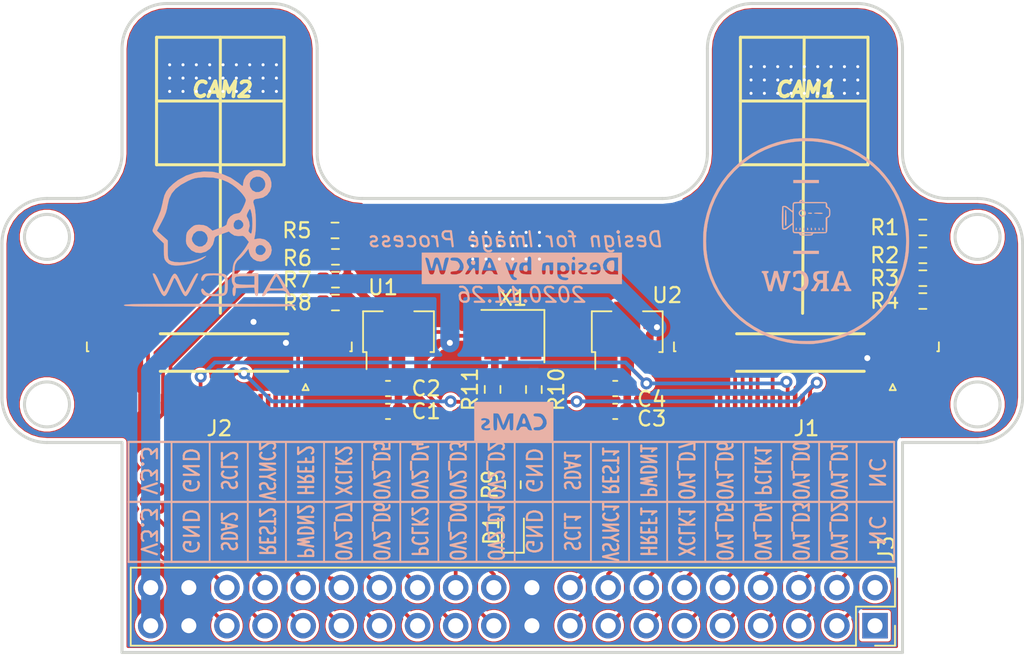
<source format=kicad_pcb>
(kicad_pcb (version 20171130) (host pcbnew 5.1.9-73d0e3b20d~88~ubuntu18.04.1)
  (layers (0 F.Cu signal) (31 B.Cu signal) (34 B.Paste user) (35 F.Paste user) (36 B.SilkS user) (37 F.SilkS user) (38 B.Mask user) (39 F.Mask user) (44 Edge.Cuts user))
  (net 0 "")
  (net 1 GND)
  (net 2 +3V3)
  (net 3 +2V8)
  (net 4 +1V5)
  (net 5 "Net-(D1-Pad2)")
  (net 6 "Net-(J1-Pad24)")
  (net 7 /OV1_D2)
  (net 8 /OV1_D1)
  (net 9 /OV1_D3)
  (net 10 /OV1_D0)
  (net 11 /OV1_D4)
  (net 12 /OV1_PCLK)
  (net 13 /OV1_D5)
  (net 14 /OV1_D6)
  (net 15 /OV1_XCLK)
  (net 16 /OV1_D7)
  (net 17 /OV1_HREF)
  (net 18 /OV1_PWDN)
  (net 19 /OV1_VSYNC)
  (net 20 /OV1_RESET)
  (net 21 /OV1_SCL)
  (net 22 /OV1_SDA)
  (net 23 "Net-(J2-Pad24)")
  (net 24 /OV2_D2)
  (net 25 /OV2_D1)
  (net 26 /OV2_D3)
  (net 27 /OV2_D0)
  (net 28 /OV2_D4)
  (net 29 /OV2_PCLK)
  (net 30 /OV2_D5)
  (net 31 /OV2_D6)
  (net 32 /OV2_XCLK)
  (net 33 /OV2_D7)
  (net 34 /OV2_HREF)
  (net 35 /OV2_PWDN)
  (net 36 /OV2_VSYNC)
  (net 37 /OV2_RESET)
  (net 38 /OV2_SCL)
  (net 39 /OV2_SDA)
  (net 40 "Net-(R10-Pad2)")
  (net 41 "Net-(X1-Pad1)")
  (net 42 "Net-(J3-Pad2)")
  (net 43 "Net-(J3-Pad1)")
  (module Package_TO_SOT_SMD:SOT-89-3 (layer F.Cu) (at 157.48 76.2 90)
    (fp_text reference U1 (at 3.25 -1.03) (layer F.SilkS))
    (fp_text value XC6206PxxxMR)
    (pad 2 smd custom (at -1.5625 0 90) (size 1.475 0.9) (layers F.Cu F.Paste F.Mask) (net 3 +2V8) (options (clearance outline) (anchor rect)) (primitives (gr_poly (pts (xy 0.7375 -0.8665) (xy 3.8625 -0.8665) (xy 3.8625 0.8665) (xy 0.7375 0.8665)) (width 0))))
    (pad 3 smd rect (at -1.65 1.5 90) (size 1.3 0.9) (layers F.Cu F.Paste F.Mask) (net 2 +3V3))
    (pad 1 smd rect (at -1.65 -1.5 90) (size 1.3 0.9) (layers F.Cu F.Paste F.Mask) (net 1 GND))
  )
  (module Package_TO_SOT_SMD:SOT-89-3 (layer F.Cu) (at 172.72 76.2 90)
    (fp_text reference U2 (at 2.73 2.66) (layer F.SilkS))
    (fp_text value XC6206PxxxMR)
    (pad 1 smd rect (at -1.65 -1.5 90) (size 1.3 0.9) (layers F.Cu F.Paste F.Mask) (net 1 GND))
    (pad 3 smd rect (at -1.65 1.5 90) (size 1.3 0.9) (layers F.Cu F.Paste F.Mask) (net 2 +3V3))
    (pad 2 smd custom (at -1.5625 0 90) (size 1.475 0.9) (layers F.Cu F.Paste F.Mask) (net 4 +1V5) (options (clearance outline) (anchor rect)) (primitives (gr_poly (pts (xy 0.7375 -0.8665) (xy 3.8625 -0.8665) (xy 3.8625 0.8665) (xy 0.7375 0.8665)) (width 0))))
  )
  (module Logo:ARCW (layer B.Cu) (at 144.9 69.66 180)
    (fp_text reference G*** hide)
    (fp_text value LOGO hide)
  )
  (module Logo:ARCW_LOGO_R (layer B.Cu) (at 184.6 69.95 180)
    (fp_text reference G*** hide)
    (fp_text value LOGO hide)
  )
  (module Logo:DesignByARCW (layer B.Cu) (at 165.7 71.65 180)
    (fp_text reference G*** hide)
    (fp_text value LOGO hide)
  )
  (module Logo:cams (layer B.Cu) (at 165.2 81.85 180)
    (fp_text reference G*** hide)
    (fp_text value LOGO hide)
  )
  (module Connector_PinSocket_2.54mm:PinSocket_2x20_P2.54mm_Vertical (layer F.Cu) (at 189.23 95.504 270)
    (fp_text reference J3 (at -5.143 -0.755 90) (layer F.SilkS))
    (fp_text value Conn_02x20_Odd_Even)
    (pad 40 thru_hole oval (at -2.54 48.26 270) (size 1.7 1.7) (drill 1) (layers *.Cu *.Mask) (net 2 +3V3))
    (pad 39 thru_hole oval (at 0 48.26 270) (size 1.7 1.7) (drill 1) (layers *.Cu *.Mask) (net 2 +3V3))
    (pad 38 thru_hole oval (at -2.54 45.72 270) (size 1.7 1.7) (drill 1) (layers *.Cu *.Mask) (net 1 GND))
    (pad 37 thru_hole oval (at 0 45.72 270) (size 1.7 1.7) (drill 1) (layers *.Cu *.Mask) (net 1 GND))
    (pad 36 thru_hole oval (at -2.54 43.18 270) (size 1.7 1.7) (drill 1) (layers *.Cu *.Mask) (net 38 /OV2_SCL))
    (pad 35 thru_hole oval (at 0 43.18 270) (size 1.7 1.7) (drill 1) (layers *.Cu *.Mask) (net 39 /OV2_SDA))
    (pad 34 thru_hole oval (at -2.54 40.64 270) (size 1.7 1.7) (drill 1) (layers *.Cu *.Mask) (net 36 /OV2_VSYNC))
    (pad 33 thru_hole oval (at 0 40.64 270) (size 1.7 1.7) (drill 1) (layers *.Cu *.Mask) (net 37 /OV2_RESET))
    (pad 32 thru_hole oval (at -2.54 38.1 270) (size 1.7 1.7) (drill 1) (layers *.Cu *.Mask) (net 34 /OV2_HREF))
    (pad 31 thru_hole oval (at 0 38.1 270) (size 1.7 1.7) (drill 1) (layers *.Cu *.Mask) (net 35 /OV2_PWDN))
    (pad 30 thru_hole oval (at -2.54 35.56 270) (size 1.7 1.7) (drill 1) (layers *.Cu *.Mask) (net 32 /OV2_XCLK))
    (pad 29 thru_hole oval (at 0 35.56 270) (size 1.7 1.7) (drill 1) (layers *.Cu *.Mask) (net 33 /OV2_D7))
    (pad 28 thru_hole oval (at -2.54 33.02 270) (size 1.7 1.7) (drill 1) (layers *.Cu *.Mask) (net 30 /OV2_D5))
    (pad 27 thru_hole oval (at 0 33.02 270) (size 1.7 1.7) (drill 1) (layers *.Cu *.Mask) (net 31 /OV2_D6))
    (pad 26 thru_hole oval (at -2.54 30.48 270) (size 1.7 1.7) (drill 1) (layers *.Cu *.Mask) (net 28 /OV2_D4))
    (pad 25 thru_hole oval (at 0 30.48 270) (size 1.7 1.7) (drill 1) (layers *.Cu *.Mask) (net 29 /OV2_PCLK))
    (pad 24 thru_hole oval (at -2.54 27.94 270) (size 1.7 1.7) (drill 1) (layers *.Cu *.Mask) (net 26 /OV2_D3))
    (pad 23 thru_hole oval (at 0 27.94 270) (size 1.7 1.7) (drill 1) (layers *.Cu *.Mask) (net 27 /OV2_D0))
    (pad 22 thru_hole oval (at -2.54 25.4 270) (size 1.7 1.7) (drill 1) (layers *.Cu *.Mask) (net 24 /OV2_D2))
    (pad 21 thru_hole oval (at 0 25.4 270) (size 1.7 1.7) (drill 1) (layers *.Cu *.Mask) (net 25 /OV2_D1))
    (pad 20 thru_hole oval (at -2.54 22.86 270) (size 1.7 1.7) (drill 1) (layers *.Cu *.Mask) (net 1 GND))
    (pad 19 thru_hole oval (at 0 22.86 270) (size 1.7 1.7) (drill 1) (layers *.Cu *.Mask) (net 1 GND))
    (pad 18 thru_hole oval (at -2.54 20.32 270) (size 1.7 1.7) (drill 1) (layers *.Cu *.Mask) (net 22 /OV1_SDA))
    (pad 17 thru_hole oval (at 0 20.32 270) (size 1.7 1.7) (drill 1) (layers *.Cu *.Mask) (net 21 /OV1_SCL))
    (pad 16 thru_hole oval (at -2.54 17.78 270) (size 1.7 1.7) (drill 1) (layers *.Cu *.Mask) (net 20 /OV1_RESET))
    (pad 15 thru_hole oval (at 0 17.78 270) (size 1.7 1.7) (drill 1) (layers *.Cu *.Mask) (net 19 /OV1_VSYNC))
    (pad 14 thru_hole oval (at -2.54 15.24 270) (size 1.7 1.7) (drill 1) (layers *.Cu *.Mask) (net 18 /OV1_PWDN))
    (pad 13 thru_hole oval (at 0 15.24 270) (size 1.7 1.7) (drill 1) (layers *.Cu *.Mask) (net 17 /OV1_HREF))
    (pad 12 thru_hole oval (at -2.54 12.7 270) (size 1.7 1.7) (drill 1) (layers *.Cu *.Mask) (net 16 /OV1_D7))
    (pad 11 thru_hole oval (at 0 12.7 270) (size 1.7 1.7) (drill 1) (layers *.Cu *.Mask) (net 15 /OV1_XCLK))
    (pad 10 thru_hole oval (at -2.54 10.16 270) (size 1.7 1.7) (drill 1) (layers *.Cu *.Mask) (net 14 /OV1_D6))
    (pad 9 thru_hole oval (at 0 10.16 270) (size 1.7 1.7) (drill 1) (layers *.Cu *.Mask) (net 13 /OV1_D5))
    (pad 8 thru_hole oval (at -2.54 7.62 270) (size 1.7 1.7) (drill 1) (layers *.Cu *.Mask) (net 12 /OV1_PCLK))
    (pad 7 thru_hole oval (at 0 7.62 270) (size 1.7 1.7) (drill 1) (layers *.Cu *.Mask) (net 11 /OV1_D4))
    (pad 6 thru_hole oval (at -2.54 5.08 270) (size 1.7 1.7) (drill 1) (layers *.Cu *.Mask) (net 10 /OV1_D0))
    (pad 5 thru_hole oval (at 0 5.08 270) (size 1.7 1.7) (drill 1) (layers *.Cu *.Mask) (net 9 /OV1_D3))
    (pad 4 thru_hole oval (at -2.54 2.54 270) (size 1.7 1.7) (drill 1) (layers *.Cu *.Mask) (net 8 /OV1_D1))
    (pad 3 thru_hole oval (at 0 2.54 270) (size 1.7 1.7) (drill 1) (layers *.Cu *.Mask) (net 7 /OV1_D2))
    (pad 2 thru_hole oval (at -2.54 0 270) (size 1.7 1.7) (drill 1) (layers *.Cu *.Mask) (net 42 "Net-(J3-Pad2)"))
    (pad 1 thru_hole rect (at 0 0 270) (size 1.7 1.7) (drill 1) (layers *.Cu *.Mask) (net 43 "Net-(J3-Pad1)"))
  )
  (module Capacitor_SMD:C_0603_1608Metric (layer F.Cu) (at 171.92 79.69 180)
    (fp_text reference C4 (at -2.43 -0.71) (layer F.SilkS))
    (fp_text value 104)
    (pad 2 smd roundrect (at 0.775 0 180) (size 0.9 0.95) (layers F.Cu F.Paste F.Mask) (net 1 GND))
    (pad 1 smd roundrect (at -0.775 0 180) (size 0.9 0.95) (layers F.Cu F.Paste F.Mask) (net 4 +1V5))
  )
  (module Capacitor_SMD:C_0603_1608Metric (layer F.Cu) (at 171.92 81.214 180)
    (fp_text reference C3 (at -2.43 -0.486) (layer F.SilkS))
    (fp_text value 104)
    (pad 2 smd roundrect (at 0.775 0 180) (size 0.9 0.95) (layers F.Cu F.Paste F.Mask) (net 1 GND))
    (pad 1 smd roundrect (at -0.775 0 180) (size 0.9 0.95) (layers F.Cu F.Paste F.Mask) (net 4 +1V5))
  )
  (module Capacitor_SMD:C_0603_1608Metric (layer F.Cu) (at 156.78 79.69 180)
    (fp_text reference C2 (at -2.54 0) (layer F.SilkS))
    (fp_text value 104)
    (pad 2 smd roundrect (at 0.775 0 180) (size 0.9 0.95) (layers F.Cu F.Paste F.Mask) (net 1 GND))
    (pad 1 smd roundrect (at -0.775 0 180) (size 0.9 0.95) (layers F.Cu F.Paste F.Mask) (net 3 +2V8))
  )
  (module Capacitor_SMD:C_0603_1608Metric (layer F.Cu) (at 156.78 81.214 180)
    (fp_text reference C1 (at -2.54 0) (layer F.SilkS))
    (fp_text value 104)
    (pad 2 smd roundrect (at 0.775 0 180) (size 0.9 0.95) (layers F.Cu F.Paste F.Mask) (net 1 GND))
    (pad 1 smd roundrect (at -0.775 0 180) (size 0.9 0.95) (layers F.Cu F.Paste F.Mask) (net 3 +2V8))
  )
  (module Oscillator:Oscillator_SMD_SeikoEpson_SG8002CE-4Pin_3.2x2.5mm (layer F.Cu) (at 165.1 76.2 180)
    (fp_text reference X1 (at 0 2.54) (layer F.SilkS))
    (fp_text value SG-3225CAN)
    (pad 4 smd rect (at -1.2 -0.95 180) (size 1.4 1.2) (layers F.Cu F.Paste F.Mask) (net 3 +2V8))
    (pad 3 smd rect (at 1.2 -0.95 180) (size 1.4 1.2) (layers F.Cu F.Paste F.Mask) (net 40 "Net-(R10-Pad2)"))
    (pad 2 smd rect (at 1.2 0.95 180) (size 1.4 1.2) (layers F.Cu F.Paste F.Mask) (net 1 GND))
    (pad 1 smd rect (at -1.2 0.95 180) (size 1.4 1.2) (layers F.Cu F.Paste F.Mask) (net 41 "Net-(X1-Pad1)"))
  )
  (module Resistor_SMD:R_0603_1608Metric (layer F.Cu) (at 163.75 79.75 90)
    (fp_text reference R11 (at 0 -1.5 90) (layer F.SilkS))
    (fp_text value R)
    (pad 2 smd roundrect (at 0.825 0 90) (size 0.8 0.95) (layers F.Cu F.Paste F.Mask) (net 40 "Net-(R10-Pad2)"))
    (pad 1 smd roundrect (at -0.825 0 90) (size 0.8 0.95) (layers F.Cu F.Paste F.Mask) (net 32 /OV2_XCLK))
  )
  (module Resistor_SMD:R_0603_1608Metric (layer F.Cu) (at 166.5 79.756 90)
    (fp_text reference R10 (at 0 1.5 90) (layer F.SilkS))
    (fp_text value R)
    (pad 2 smd roundrect (at 0.825 0 90) (size 0.8 0.95) (layers F.Cu F.Paste F.Mask) (net 40 "Net-(R10-Pad2)"))
    (pad 1 smd roundrect (at -0.825 0 90) (size 0.8 0.95) (layers F.Cu F.Paste F.Mask) (net 15 /OV1_XCLK))
  )
  (module Resistor_SMD:R_0603_1608Metric (layer F.Cu) (at 165.1 86.106 270)
    (fp_text reference R9 (at 0 1.524 90) (layer F.SilkS))
    (fp_text value R)
    (pad 2 smd roundrect (at 0.825 0 270) (size 0.8 0.95) (layers F.Cu F.Paste F.Mask) (net 5 "Net-(D1-Pad2)"))
    (pad 1 smd roundrect (at -0.825 0 270) (size 0.8 0.95) (layers F.Cu F.Paste F.Mask) (net 2 +3V3))
  )
  (module Resistor_SMD:R_0603_1608Metric (layer F.Cu) (at 153.28 73.958)
    (fp_text reference R8 (at -2.54 0) (layer F.SilkS))
    (fp_text value R)
    (pad 2 smd roundrect (at 0.825 0) (size 0.8 0.95) (layers F.Cu F.Paste F.Mask) (net 1 GND))
    (pad 1 smd roundrect (at -0.825 0) (size 0.8 0.95) (layers F.Cu F.Paste F.Mask) (net 35 /OV2_PWDN))
  )
  (module Resistor_SMD:R_0603_1608Metric (layer F.Cu) (at 153.28 72.434 180)
    (fp_text reference R7 (at 2.54 0) (layer F.SilkS))
    (fp_text value R)
    (pad 2 smd roundrect (at 0.825 0 180) (size 0.8 0.95) (layers F.Cu F.Paste F.Mask) (net 37 /OV2_RESET))
    (pad 1 smd roundrect (at -0.825 0 180) (size 0.8 0.95) (layers F.Cu F.Paste F.Mask) (net 3 +2V8))
  )
  (module Resistor_SMD:R_0603_1608Metric (layer F.Cu) (at 153.28 70.91 180)
    (fp_text reference R6 (at 2.54 -0.088) (layer F.SilkS))
    (fp_text value R)
    (pad 2 smd roundrect (at 0.825 0 180) (size 0.8 0.95) (layers F.Cu F.Paste F.Mask) (net 38 /OV2_SCL))
    (pad 1 smd roundrect (at -0.825 0 180) (size 0.8 0.95) (layers F.Cu F.Paste F.Mask) (net 3 +2V8))
  )
  (module Resistor_SMD:R_0603_1608Metric (layer F.Cu) (at 153.25 69.15 180)
    (fp_text reference R5 (at 2.54 0) (layer F.SilkS))
    (fp_text value R)
    (pad 2 smd roundrect (at 0.825 0 180) (size 0.8 0.95) (layers F.Cu F.Paste F.Mask) (net 39 /OV2_SDA))
    (pad 1 smd roundrect (at -0.825 0 180) (size 0.8 0.95) (layers F.Cu F.Paste F.Mask) (net 3 +2V8))
  )
  (module Resistor_SMD:R_0603_1608Metric (layer F.Cu) (at 192.414 73.858)
    (fp_text reference R4 (at -2.54 0) (layer F.SilkS))
    (fp_text value R)
    (pad 2 smd roundrect (at 0.825 0) (size 0.8 0.95) (layers F.Cu F.Paste F.Mask) (net 1 GND))
    (pad 1 smd roundrect (at -0.825 0) (size 0.8 0.95) (layers F.Cu F.Paste F.Mask) (net 18 /OV1_PWDN))
  )
  (module Resistor_SMD:R_0603_1608Metric (layer F.Cu) (at 192.414 72.334 180)
    (fp_text reference R3 (at 2.54 0) (layer F.SilkS))
    (fp_text value R)
    (pad 2 smd roundrect (at 0.825 0 180) (size 0.8 0.95) (layers F.Cu F.Paste F.Mask) (net 20 /OV1_RESET))
    (pad 1 smd roundrect (at -0.825 0 180) (size 0.8 0.95) (layers F.Cu F.Paste F.Mask) (net 3 +2V8))
  )
  (module Resistor_SMD:R_0603_1608Metric (layer F.Cu) (at 192.414 70.81 180)
    (fp_text reference R2 (at 2.54 0) (layer F.SilkS))
    (fp_text value R)
    (pad 2 smd roundrect (at 0.825 0 180) (size 0.8 0.95) (layers F.Cu F.Paste F.Mask) (net 21 /OV1_SCL))
    (pad 1 smd roundrect (at -0.825 0 180) (size 0.8 0.95) (layers F.Cu F.Paste F.Mask) (net 3 +2V8))
  )
  (module Resistor_SMD:R_0603_1608Metric (layer F.Cu) (at 192.414 68.95 180)
    (fp_text reference R1 (at 2.54 0) (layer F.SilkS))
    (fp_text value R)
    (pad 2 smd roundrect (at 0.825 0 180) (size 0.8 0.95) (layers F.Cu F.Paste F.Mask) (net 22 /OV1_SDA))
    (pad 1 smd roundrect (at -0.825 0 180) (size 0.8 0.95) (layers F.Cu F.Paste F.Mask) (net 3 +2V8))
  )
  (module Connector_FFC-FPC:TE_2-1734839-4_1x24-1MP_P0.5mm_Horizontal (layer F.Cu) (at 145.542 79.248 180)
    (fp_text reference J2 (at 0 -3.1) (layer F.SilkS))
    (fp_text value Conn_01x24_MountingPin)
    (pad MP smd rect (at 7.42 0.35 180) (size 2.3 3.1) (layers F.Cu F.Paste F.Mask) (net 1 GND))
    (pad MP smd rect (at -7.42 0.35 180) (size 2.3 3.1) (layers F.Cu F.Paste F.Mask) (net 1 GND))
    (pad 24 smd rect (at 5.75 -1.35 180) (size 0.3 1.1) (layers F.Cu F.Paste F.Mask) (net 23 "Net-(J2-Pad24)"))
    (pad 23 smd rect (at 5.25 -1.35 180) (size 0.3 1.1) (layers F.Cu F.Paste F.Mask) (net 1 GND))
    (pad 22 smd rect (at 4.75 -1.35 180) (size 0.3 1.1) (layers F.Cu F.Paste F.Mask) (net 39 /OV2_SDA))
    (pad 21 smd rect (at 4.25 -1.35 180) (size 0.3 1.1) (layers F.Cu F.Paste F.Mask) (net 3 +2V8))
    (pad 20 smd rect (at 3.75 -1.35 180) (size 0.3 1.1) (layers F.Cu F.Paste F.Mask) (net 38 /OV2_SCL))
    (pad 19 smd rect (at 3.25 -1.35 180) (size 0.3 1.1) (layers F.Cu F.Paste F.Mask) (net 37 /OV2_RESET))
    (pad 18 smd rect (at 2.75 -1.35 180) (size 0.3 1.1) (layers F.Cu F.Paste F.Mask) (net 36 /OV2_VSYNC))
    (pad 17 smd rect (at 2.25 -1.35 180) (size 0.3 1.1) (layers F.Cu F.Paste F.Mask) (net 35 /OV2_PWDN))
    (pad 16 smd rect (at 1.75 -1.35 180) (size 0.3 1.1) (layers F.Cu F.Paste F.Mask) (net 34 /OV2_HREF))
    (pad 15 smd rect (at 1.25 -1.35 180) (size 0.3 1.1) (layers F.Cu F.Paste F.Mask) (net 4 +1V5))
    (pad 14 smd rect (at 0.75 -1.35 180) (size 0.3 1.1) (layers F.Cu F.Paste F.Mask) (net 3 +2V8))
    (pad 13 smd rect (at 0.25 -1.35 180) (size 0.3 1.1) (layers F.Cu F.Paste F.Mask) (net 33 /OV2_D7))
    (pad 12 smd rect (at -0.25 -1.35 180) (size 0.3 1.1) (layers F.Cu F.Paste F.Mask) (net 32 /OV2_XCLK))
    (pad 11 smd rect (at -0.75 -1.35 180) (size 0.3 1.1) (layers F.Cu F.Paste F.Mask) (net 31 /OV2_D6))
    (pad 10 smd rect (at -1.25 -1.35 180) (size 0.3 1.1) (layers F.Cu F.Paste F.Mask) (net 1 GND))
    (pad 9 smd rect (at -1.75 -1.35 180) (size 0.3 1.1) (layers F.Cu F.Paste F.Mask) (net 30 /OV2_D5))
    (pad 8 smd rect (at -2.25 -1.35 180) (size 0.3 1.1) (layers F.Cu F.Paste F.Mask) (net 29 /OV2_PCLK))
    (pad 7 smd rect (at -2.75 -1.35 180) (size 0.3 1.1) (layers F.Cu F.Paste F.Mask) (net 28 /OV2_D4))
    (pad 6 smd rect (at -3.25 -1.35 180) (size 0.3 1.1) (layers F.Cu F.Paste F.Mask) (net 27 /OV2_D0))
    (pad 5 smd rect (at -3.75 -1.35 180) (size 0.3 1.1) (layers F.Cu F.Paste F.Mask) (net 26 /OV2_D3))
    (pad 4 smd rect (at -4.25 -1.35 180) (size 0.3 1.1) (layers F.Cu F.Paste F.Mask) (net 25 /OV2_D1))
    (pad 3 smd rect (at -4.75 -1.35 180) (size 0.3 1.1) (layers F.Cu F.Paste F.Mask) (net 24 /OV2_D2))
    (pad 2 smd rect (at -5.25 -1.35 180) (size 0.3 1.1) (layers F.Cu F.Paste F.Mask) (net 3 +2V8))
    (pad 1 smd rect (at -5.75 -1.35 180) (size 0.3 1.1) (layers F.Cu F.Paste F.Mask) (net 1 GND))
  )
  (module Connector_FFC-FPC:TE_2-1734839-4_1x24-1MP_P0.5mm_Horizontal (layer F.Cu) (at 184.658 79.248 180)
    (fp_text reference J1 (at 0 -3.1) (layer F.SilkS))
    (fp_text value Conn_01x24_MountingPin)
    (pad MP smd rect (at 7.42 0.35 180) (size 2.3 3.1) (layers F.Cu F.Paste F.Mask) (net 1 GND))
    (pad MP smd rect (at -7.42 0.35 180) (size 2.3 3.1) (layers F.Cu F.Paste F.Mask) (net 1 GND))
    (pad 24 smd rect (at 5.75 -1.35 180) (size 0.3 1.1) (layers F.Cu F.Paste F.Mask) (net 6 "Net-(J1-Pad24)"))
    (pad 23 smd rect (at 5.25 -1.35 180) (size 0.3 1.1) (layers F.Cu F.Paste F.Mask) (net 1 GND))
    (pad 22 smd rect (at 4.75 -1.35 180) (size 0.3 1.1) (layers F.Cu F.Paste F.Mask) (net 22 /OV1_SDA))
    (pad 21 smd rect (at 4.25 -1.35 180) (size 0.3 1.1) (layers F.Cu F.Paste F.Mask) (net 3 +2V8))
    (pad 20 smd rect (at 3.75 -1.35 180) (size 0.3 1.1) (layers F.Cu F.Paste F.Mask) (net 21 /OV1_SCL))
    (pad 19 smd rect (at 3.25 -1.35 180) (size 0.3 1.1) (layers F.Cu F.Paste F.Mask) (net 20 /OV1_RESET))
    (pad 18 smd rect (at 2.75 -1.35 180) (size 0.3 1.1) (layers F.Cu F.Paste F.Mask) (net 19 /OV1_VSYNC))
    (pad 17 smd rect (at 2.25 -1.35 180) (size 0.3 1.1) (layers F.Cu F.Paste F.Mask) (net 18 /OV1_PWDN))
    (pad 16 smd rect (at 1.75 -1.35 180) (size 0.3 1.1) (layers F.Cu F.Paste F.Mask) (net 17 /OV1_HREF))
    (pad 15 smd rect (at 1.25 -1.35 180) (size 0.3 1.1) (layers F.Cu F.Paste F.Mask) (net 4 +1V5))
    (pad 14 smd rect (at 0.75 -1.35 180) (size 0.3 1.1) (layers F.Cu F.Paste F.Mask) (net 3 +2V8))
    (pad 13 smd rect (at 0.25 -1.35 180) (size 0.3 1.1) (layers F.Cu F.Paste F.Mask) (net 16 /OV1_D7))
    (pad 12 smd rect (at -0.25 -1.35 180) (size 0.3 1.1) (layers F.Cu F.Paste F.Mask) (net 15 /OV1_XCLK))
    (pad 11 smd rect (at -0.75 -1.35 180) (size 0.3 1.1) (layers F.Cu F.Paste F.Mask) (net 14 /OV1_D6))
    (pad 10 smd rect (at -1.25 -1.35 180) (size 0.3 1.1) (layers F.Cu F.Paste F.Mask) (net 1 GND))
    (pad 9 smd rect (at -1.75 -1.35 180) (size 0.3 1.1) (layers F.Cu F.Paste F.Mask) (net 13 /OV1_D5))
    (pad 8 smd rect (at -2.25 -1.35 180) (size 0.3 1.1) (layers F.Cu F.Paste F.Mask) (net 12 /OV1_PCLK))
    (pad 7 smd rect (at -2.75 -1.35 180) (size 0.3 1.1) (layers F.Cu F.Paste F.Mask) (net 11 /OV1_D4))
    (pad 6 smd rect (at -3.25 -1.35 180) (size 0.3 1.1) (layers F.Cu F.Paste F.Mask) (net 10 /OV1_D0))
    (pad 5 smd rect (at -3.75 -1.35 180) (size 0.3 1.1) (layers F.Cu F.Paste F.Mask) (net 9 /OV1_D3))
    (pad 4 smd rect (at -4.25 -1.35 180) (size 0.3 1.1) (layers F.Cu F.Paste F.Mask) (net 8 /OV1_D1))
    (pad 3 smd rect (at -4.75 -1.35 180) (size 0.3 1.1) (layers F.Cu F.Paste F.Mask) (net 7 /OV1_D2))
    (pad 2 smd rect (at -5.25 -1.35 180) (size 0.3 1.1) (layers F.Cu F.Paste F.Mask) (net 3 +2V8))
    (pad 1 smd rect (at -5.75 -1.35 180) (size 0.3 1.1) (layers F.Cu F.Paste F.Mask) (net 1 GND))
  )
  (module LED_SMD:LED_0603_1608Metric (layer F.Cu) (at 165.1 89.154 90)
    (fp_text reference D1 (at 0 -1.43 90) (layer F.SilkS))
    (fp_text value TSAL4400)
    (pad 2 smd roundrect (at 0.7875 0 90) (size 0.875 0.95) (layers F.Cu F.Paste F.Mask) (net 5 "Net-(D1-Pad2)"))
    (pad 1 smd roundrect (at -0.7875 0 90) (size 0.875 0.95) (layers F.Cu F.Paste F.Mask) (net 1 GND))
  )
  (gr_text "OV2_D5\n" (at 156.33 85.154 270) (layer B.SilkS) (effects (font (size 1 0.7)) (justify mirror)))
  (gr_line (start 152.52 83.25) (end 152.52 91.25) (layer B.SilkS) (width 0.12))
  (gr_line (start 144.9 83.25) (end 144.9 91.25) (layer B.SilkS) (width 0.12))
  (gr_line (start 149.98 83.25) (end 149.98 91.25) (layer B.SilkS) (width 0.12))
  (gr_line (start 147.44 83.25) (end 147.44 91.25) (layer B.SilkS) (width 0.12))
  (gr_line (start 142.36 83.25) (end 142.36 91.25) (layer B.SilkS) (width 0.12))
  (gr_text "OV2_D6\n" (at 156.33 89.218 270) (layer B.SilkS) (effects (font (size 1 0.7)) (justify mirror)))
  (gr_text OV2_D0 (at 161.41 89.218 270) (layer B.SilkS) (effects (font (size 1 0.7)) (justify mirror)))
  (gr_text OV2_D1 (at 163.95 89.218 270) (layer B.SilkS) (effects (font (size 1 0.7)) (justify mirror)))
  (gr_line (start 139.5 83.25) (end 190.5 83.25) (layer B.SilkS) (width 0.15))
  (gr_text "CAM1\n" (at 184.6 59.754) (layer F.SilkS) (effects (font (size 1 1) (thickness 0.25) italic)))
  (gr_text CAM2 (at 145.7 59.754) (layer F.SilkS) (effects (font (size 1 1) (thickness 0.25) italic)))
  (gr_text 2020.11.26 (at 165.7 73.45) (layer B.SilkS) (effects (font (size 1 1) (thickness 0.15) italic) (justify mirror)))
  (gr_text "Design for Image Process" (at 165.3 69.75) (layer B.SilkS) (effects (font (size 1 1) (thickness 0.15) italic) (justify mirror)))
  (gr_text VSYNC1 (at 171.57 89.218 270) (layer B.SilkS) (effects (font (size 1 0.7)) (justify mirror)))
  (gr_text "OV1_D5\n" (at 179.19 89.218 270) (layer B.SilkS) (effects (font (size 1 0.7)) (justify mirror)))
  (gr_text "OV1_D2\n" (at 186.81 89.218 270) (layer B.SilkS) (effects (font (size 1 0.7)) (justify mirror)))
  (gr_text "OV1_D4\n" (at 181.73 89.218 270) (layer B.SilkS) (effects (font (size 1 0.7)) (justify mirror)))
  (gr_text "OV1_D3\n" (at 184.27 89.218 270) (layer B.SilkS) (effects (font (size 1 0.7)) (justify mirror)))
  (gr_text HREF1 (at 174.11 89.218 270) (layer B.SilkS) (effects (font (size 1 0.7)) (justify mirror)))
  (gr_text "XCLK1\n" (at 176.65 89.218 270) (layer B.SilkS) (effects (font (size 1 0.7)) (justify mirror)))
  (gr_text OV1_D1 (at 186.81 85.154 270) (layer B.SilkS) (effects (font (size 1 0.7)) (justify mirror)))
  (gr_text REST1 (at 171.57 85.154 270) (layer B.SilkS) (effects (font (size 1 0.7)) (justify mirror)))
  (gr_text OV1_D7 (at 176.65 85.154 270) (layer B.SilkS) (effects (font (size 1 0.7)) (justify mirror)))
  (gr_text "PCLK1\n" (at 181.73 85.154 270) (layer B.SilkS) (effects (font (size 1 0.7)) (justify mirror)))
  (gr_text PWDN1 (at 174.11 85.154 270) (layer B.SilkS) (effects (font (size 1 0.7)) (justify mirror)))
  (gr_text OV1_D0 (at 184.27 85.154 270) (layer B.SilkS) (effects (font (size 1 0.7)) (justify mirror)))
  (gr_text OV1_D6 (at 179.19 85.154 270) (layer B.SilkS) (effects (font (size 1 0.7)) (justify mirror)))
  (gr_text "SCL1\n" (at 169.03 89.218 270) (layer B.SilkS) (effects (font (size 1 0.7)) (justify mirror)))
  (gr_text SDA1 (at 169.03 85.154 270) (layer B.SilkS) (effects (font (size 1 0.7)) (justify mirror)))
  (gr_text NC (at 189.35 85.3 270) (layer B.SilkS) (effects (font (size 1 1)) (justify mirror)))
  (gr_text NC (at 189.35 89.15 270) (layer B.SilkS) (effects (font (size 1 1)) (justify mirror)))
  (gr_text GND (at 143.63 85.154 270) (layer B.SilkS) (effects (font (size 1 1)) (justify mirror)))
  (gr_text GND (at 143.63 89.218 270) (layer B.SilkS) (effects (font (size 1 1)) (justify mirror)))
  (gr_text "SCL2\n" (at 146.17 85.154 270) (layer B.SilkS) (effects (font (size 1 0.7)) (justify mirror)))
  (gr_text "SDA2\n" (at 146.17 89.218 270) (layer B.SilkS) (effects (font (size 1 0.7)) (justify mirror)))
  (gr_text VSYNC2 (at 148.71 85.154 270) (layer B.SilkS) (effects (font (size 1 0.7)) (justify mirror)))
  (gr_text "REST2\n" (at 148.71 89.218 270) (layer B.SilkS) (effects (font (size 1 0.7)) (justify mirror)))
  (gr_text HREF2 (at 151.25 85.154 270) (layer B.SilkS) (effects (font (size 1 0.7)) (justify mirror)))
  (gr_text PWDN2 (at 151.25 89.218 270) (layer B.SilkS) (effects (font (size 1 0.7)) (justify mirror)))
  (gr_text "XCLK2\n" (at 153.79 85.154 270) (layer B.SilkS) (effects (font (size 1 0.7)) (justify mirror)))
  (gr_text OV2_D7 (at 153.79 89.218 270) (layer B.SilkS) (effects (font (size 1 0.7)) (justify mirror)))
  (gr_text "PCLK2\n" (at 158.87 89.218 270) (layer B.SilkS) (effects (font (size 1 0.7)) (justify mirror)))
  (gr_text "OV2_D4\n" (at 158.87 85.154 270) (layer B.SilkS) (effects (font (size 1 0.7)) (justify mirror)))
  (gr_text "OV2_D2\n" (at 163.95 85.154 270) (layer B.SilkS) (effects (font (size 1 0.7)) (justify mirror)))
  (gr_text "OV2_D3\n" (at 161.41 85.154 270) (layer B.SilkS) (effects (font (size 1 0.7)) (justify mirror)))
  (gr_text GND (at 166.49 85.154 270) (layer B.SilkS) (effects (font (size 1 1)) (justify mirror)))
  (gr_text GND (at 166.49 89.218 270) (layer B.SilkS) (effects (font (size 1 1)) (justify mirror)))
  (gr_text "V3.3\n" (at 140.836 89.218 270) (layer B.SilkS) (effects (font (size 1 1)) (justify mirror)))
  (gr_text "V3.3\n" (at 140.836 85.154 270) (layer B.SilkS) (effects (font (size 1 1)) (justify mirror)))
  (gr_line (start 139.5 83.25) (end 139.5 91.25) (layer B.SilkS) (width 0.12))
  (gr_line (start 155.06 83.25) (end 155.06 91.25) (layer B.SilkS) (width 0.12))
  (gr_line (start 157.6 83.25) (end 157.6 91.25) (layer B.SilkS) (width 0.12))
  (gr_line (start 160.14 83.25) (end 160.14 91.25) (layer B.SilkS) (width 0.12))
  (gr_line (start 162.68 83.25) (end 162.68 91.25) (layer B.SilkS) (width 0.12))
  (gr_line (start 165.22 83.25) (end 165.22 91.25) (layer B.SilkS) (width 0.12))
  (gr_line (start 167.76 83.25) (end 167.76 91.25) (layer B.SilkS) (width 0.12))
  (gr_line (start 170.3 83.25) (end 170.3 91.25) (layer B.SilkS) (width 0.12))
  (gr_line (start 172.84 83.25) (end 172.84 91.25) (layer B.SilkS) (width 0.12))
  (gr_line (start 175.38 83.25) (end 175.38 91.25) (layer B.SilkS) (width 0.12))
  (gr_line (start 177.92 83.25) (end 177.92 91.25) (layer B.SilkS) (width 0.12))
  (gr_line (start 180.46 83.25) (end 180.46 91.25) (layer B.SilkS) (width 0.12))
  (gr_line (start 183 83.25) (end 183 91.25) (layer B.SilkS) (width 0.12))
  (gr_line (start 185.5 83.25) (end 185.5 91.25) (layer B.SilkS) (width 0.12))
  (gr_line (start 188 83.25) (end 188 91.25) (layer B.SilkS) (width 0.12))
  (gr_line (start 188 91.25) (end 188 91.25) (layer B.SilkS) (width 0.12))
  (gr_line (start 190.5 83.25) (end 190.5 91.25) (layer B.SilkS) (width 0.12))
  (gr_line (start 139.5 87.25) (end 190.366 87.25) (layer B.SilkS) (width 0.15))
  (gr_line (start 139.5 91.25) (end 190.5 91.25) (layer B.SilkS) (width 0.15))
  (gr_line (start 196.059999 83.29) (end 191.06 83.29) (layer Edge.Cuts) (width 0.2))
  (gr_line (start 139.06 83.29) (end 134.060001 83.29) (layer Edge.Cuts) (width 0.2))
  (gr_line (start 149.06 54.02) (end 142.060001 54.02) (layer Edge.Cuts) (width 0.2))
  (gr_line (start 188.06 54.02) (end 181.059999 54.02) (layer Edge.Cuts) (width 0.2))
  (gr_line (start 178.06 64.020001) (end 178.06 57.02) (layer Edge.Cuts) (width 0.2))
  (gr_line (start 152.06 64.020001) (end 152.06 57.020001) (layer Edge.Cuts) (width 0.2))
  (gr_line (start 199.059999 80.29) (end 199.06 70.02) (layer Edge.Cuts) (width 0.2))
  (gr_line (start 131.06 80.29) (end 131.06 70.020001) (layer Edge.Cuts) (width 0.2))
  (gr_line (start 175.06 67.02) (end 155.060001 67.02) (layer Edge.Cuts) (width 0.2))
  (gr_arc (start 194.059999 64.020001) (end 191.06 64.020001) (angle -90) (layer Edge.Cuts) (width 0.2))
  (gr_arc (start 188.06 57.02) (end 191.059999 57.02) (angle -90.00000001) (layer Edge.Cuts) (width 0.2))
  (gr_line (start 141.36 64.77) (end 141.36 56.27) (layer F.SilkS) (width 0.2))
  (gr_line (start 139.06 97.289999) (end 139.06 83.29) (layer Edge.Cuts) (width 0.2))
  (gr_line (start 191.06 97.29) (end 191.06 83.29) (layer Edge.Cuts) (width 0.2))
  (gr_arc (start 149.06 57.020001) (end 152.06 57.020001) (angle -90) (layer Edge.Cuts) (width 0.2))
  (gr_circle (center 134.060001 80.75) (end 135.560001 80.75) (layer Edge.Cuts) (width 0.2))
  (gr_line (start 150.11 76.04) (end 141.61 76.04) (layer F.SilkS) (width 0.2))
  (gr_arc (start 175.06 64.020001) (end 175.06 67.020001) (angle -90) (layer Edge.Cuts) (width 0.2))
  (gr_line (start 188.76 60.52) (end 180.26 60.52) (layer F.SilkS) (width 0.2))
  (gr_arc (start 136.060001 64.020001) (end 136.060001 67.02) (angle -90.00000001) (layer Edge.Cuts) (width 0.2))
  (gr_arc (start 196.059999 80.29) (end 196.059999 83.29) (angle -90) (layer Edge.Cuts) (width 0.2))
  (gr_arc (start 142.060001 57.020001) (end 142.060001 54.02) (angle -90) (layer Edge.Cuts) (width 0.2))
  (gr_line (start 149.86 64.77) (end 149.86 56.27) (layer F.SilkS) (width 0.2))
  (gr_line (start 139.06 97.289999) (end 191.06 97.29) (layer Edge.Cuts) (width 0.2))
  (gr_line (start 145.61 74.676) (end 145.61 56.27) (layer F.SilkS) (width 0.2))
  (gr_arc (start 134.060001 70.020001) (end 134.060001 67.02) (angle -90) (layer Edge.Cuts) (width 0.2))
  (gr_line (start 188.76 64.77) (end 180.26 64.77) (layer F.SilkS) (width 0.2))
  (gr_line (start 149.86 56.27) (end 141.36 56.27) (layer F.SilkS) (width 0.2))
  (gr_arc (start 196.059999 70.020001) (end 199.06 70.020001) (angle -89.99999999) (layer Edge.Cuts) (width 0.2))
  (gr_circle (center 196.059999 69.58) (end 197.559999 69.58) (layer Edge.Cuts) (width 0.2))
  (gr_circle (center 134.060001 69.58) (end 135.560001 69.58) (layer Edge.Cuts) (width 0.2))
  (gr_circle (center 196.059999 80.75) (end 197.559999 80.75) (layer Edge.Cuts) (width 0.2))
  (gr_line (start 188.51 76.04) (end 180.01 76.04) (layer F.SilkS) (width 0.2))
  (gr_line (start 188.51 78.54) (end 180.01 78.54) (layer F.SilkS) (width 0.2))
  (gr_line (start 150.11 78.54) (end 141.61 78.54) (layer F.SilkS) (width 0.2))
  (gr_line (start 194.059999 67.02) (end 196.059999 67.02) (layer Edge.Cuts) (width 0.2))
  (gr_arc (start 134.060001 80.29) (end 131.06 80.29) (angle -89.99999999) (layer Edge.Cuts) (width 0.2))
  (gr_line (start 180.26 64.77) (end 180.26 56.27) (layer F.SilkS) (width 0.2))
  (gr_line (start 188.76 64.77) (end 188.76 56.27) (layer F.SilkS) (width 0.2))
  (gr_line (start 188.76 56.27) (end 180.26 56.27) (layer F.SilkS) (width 0.2))
  (gr_line (start 184.404 74.676) (end 184.51 56.27) (layer F.SilkS) (width 0.2))
  (gr_line (start 191.06 64.02) (end 191.06 57.02) (layer Edge.Cuts) (width 0.2))
  (gr_line (start 139.06 64.020001) (end 139.06 57.020001) (layer Edge.Cuts) (width 0.2))
  (gr_line (start 149.86 60.52) (end 141.36 60.52) (layer F.SilkS) (width 0.2))
  (gr_line (start 136.060001 67.02) (end 134.060001 67.02) (layer Edge.Cuts) (width 0.2))
  (gr_arc (start 155.06 64.020001) (end 152.06 64.02) (angle -90) (layer Edge.Cuts) (width 0.2))
  (gr_arc (start 181.059999 57.02) (end 181.059999 54.02) (angle -90) (layer Edge.Cuts) (width 0.2))
  (gr_line (start 149.86 64.77) (end 141.36 64.77) (layer F.SilkS) (width 0.2))
  (via (at 142.233 58.992) (size 0.3048) (drill 0.2032) (layers F.Cu B.Cu) (net 1))
  (via (at 144.011 58.103) (size 0.3048) (drill 0.2032) (layers F.Cu B.Cu) (net 1))
  (via (at 145.789 58.103) (size 0.3048) (drill 0.2032) (layers F.Cu B.Cu) (net 1))
  (via (at 149.345 58.103) (size 0.3048) (drill 0.2032) (layers F.Cu B.Cu) (net 1))
  (via (at 148.456 58.103) (size 0.3048) (drill 0.2032) (layers F.Cu B.Cu) (net 1))
  (via (at 149.345 59.881) (size 0.3048) (drill 0.2032) (layers F.Cu B.Cu) (net 1))
  (via (at 144.011 58.992) (size 0.3048) (drill 0.2032) (layers F.Cu B.Cu) (net 1))
  (via (at 148.456 59.881) (size 0.3048) (drill 0.2032) (layers F.Cu B.Cu) (net 1))
  (via (at 146.678 58.103) (size 0.3048) (drill 0.2032) (layers F.Cu B.Cu) (net 1))
  (via (at 144.011 59.881) (size 0.3048) (drill 0.2032) (layers F.Cu B.Cu) (net 1))
  (via (at 144.9 58.992) (size 0.3048) (drill 0.2032) (layers F.Cu B.Cu) (net 1))
  (via (at 147.567 58.103) (size 0.3048) (drill 0.2032) (layers F.Cu B.Cu) (net 1))
  (via (at 143.122 58.103) (size 0.3048) (drill 0.2032) (layers F.Cu B.Cu) (net 1))
  (via (at 142.233 59.881) (size 0.3048) (drill 0.2032) (layers F.Cu B.Cu) (net 1))
  (via (at 147.567 58.992) (size 0.3048) (drill 0.2032) (layers F.Cu B.Cu) (net 1))
  (via (at 143.122 58.992) (size 0.3048) (drill 0.2032) (layers F.Cu B.Cu) (net 1))
  (via (at 144.9 58.103) (size 0.3048) (drill 0.2032) (layers F.Cu B.Cu) (net 1))
  (via (at 145.789 59.881) (size 0.3048) (drill 0.2032) (layers F.Cu B.Cu) (net 1))
  (via (at 142.233 58.103) (size 0.3048) (drill 0.2032) (layers F.Cu B.Cu) (net 1))
  (via (at 143.122 59.881) (size 0.3048) (drill 0.2032) (layers F.Cu B.Cu) (net 1))
  (via (at 146.678 58.992) (size 0.3048) (drill 0.2032) (layers F.Cu B.Cu) (net 1))
  (via (at 144.9 59.881) (size 0.3048) (drill 0.2032) (layers F.Cu B.Cu) (net 1))
  (via (at 147.567 59.881) (size 0.3048) (drill 0.2032) (layers F.Cu B.Cu) (net 1))
  (via (at 146.678 59.881) (size 0.3048) (drill 0.2032) (layers F.Cu B.Cu) (net 1))
  (via (at 148.456 58.992) (size 0.3048) (drill 0.2032) (layers F.Cu B.Cu) (net 1))
  (via (at 149.345 58.992) (size 0.3048) (drill 0.2032) (layers F.Cu B.Cu) (net 1))
  (via (at 145.789 58.992) (size 0.3048) (drill 0.2032) (layers F.Cu B.Cu) (net 1))
  (via (at 182.746 59.119) (size 0.3048) (drill 0.2032) (layers F.Cu B.Cu) (net 1))
  (via (at 184.524 59.119) (size 0.3048) (drill 0.2032) (layers F.Cu B.Cu) (net 1))
  (via (at 188.08 59.119) (size 0.3048) (drill 0.2032) (layers F.Cu B.Cu) (net 1))
  (via (at 187.191 59.119) (size 0.3048) (drill 0.2032) (layers F.Cu B.Cu) (net 1))
  (via (at 185.413 59.119) (size 0.3048) (drill 0.2032) (layers F.Cu B.Cu) (net 1))
  (via (at 186.302 59.119) (size 0.3048) (drill 0.2032) (layers F.Cu B.Cu) (net 1))
  (via (at 181.857 59.119) (size 0.3048) (drill 0.2032) (layers F.Cu B.Cu) (net 1))
  (via (at 183.635 59.119) (size 0.3048) (drill 0.2032) (layers F.Cu B.Cu) (net 1))
  (via (at 180.968 59.119) (size 0.3048) (drill 0.2032) (layers F.Cu B.Cu) (net 1))
  (via (at 182.746 60.008) (size 0.3048) (drill 0.2032) (layers F.Cu B.Cu) (net 1))
  (via (at 184.524 60.008) (size 0.3048) (drill 0.2032) (layers F.Cu B.Cu) (net 1))
  (via (at 188.08 60.008) (size 0.3048) (drill 0.2032) (layers F.Cu B.Cu) (net 1))
  (via (at 187.191 60.008) (size 0.3048) (drill 0.2032) (layers F.Cu B.Cu) (net 1))
  (via (at 185.413 60.008) (size 0.3048) (drill 0.2032) (layers F.Cu B.Cu) (net 1))
  (via (at 186.302 60.008) (size 0.3048) (drill 0.2032) (layers F.Cu B.Cu) (net 1))
  (via (at 181.857 60.008) (size 0.3048) (drill 0.2032) (layers F.Cu B.Cu) (net 1))
  (via (at 183.635 60.008) (size 0.3048) (drill 0.2032) (layers F.Cu B.Cu) (net 1))
  (via (at 180.968 60.008) (size 0.3048) (drill 0.2032) (layers F.Cu B.Cu) (net 1))
  (via (at 166.871 70.168) (size 0.3048) (drill 0.2032) (layers F.Cu B.Cu) (net 1))
  (via (at 163.315 70.168) (size 0.3048) (drill 0.2032) (layers F.Cu B.Cu) (net 1))
  (via (at 164.204 70.168) (size 0.3048) (drill 0.2032) (layers F.Cu B.Cu) (net 1))
  (via (at 165.982 70.168) (size 0.3048) (drill 0.2032) (layers F.Cu B.Cu) (net 1))
  (via (at 162.426 70.168) (size 0.3048) (drill 0.2032) (layers F.Cu B.Cu) (net 1))
  (via (at 165.093 70.168) (size 0.3048) (drill 0.2032) (layers F.Cu B.Cu) (net 1))
  (via (at 166.871 71.057) (size 0.3048) (drill 0.2032) (layers F.Cu B.Cu) (net 1))
  (via (at 163.315 71.057) (size 0.3048) (drill 0.2032) (layers F.Cu B.Cu) (net 1))
  (via (at 164.204 71.057) (size 0.3048) (drill 0.2032) (layers F.Cu B.Cu) (net 1))
  (via (at 165.982 71.057) (size 0.3048) (drill 0.2032) (layers F.Cu B.Cu) (net 1))
  (via (at 162.426 71.057) (size 0.3048) (drill 0.2032) (layers F.Cu B.Cu) (net 1))
  (via (at 165.093 71.057) (size 0.3048) (drill 0.2032) (layers F.Cu B.Cu) (net 1))
  (segment (start 166.37 91.2115) (end 166.37 95.504) (width 0.508) (layer F.Cu) (net 1))
  (segment (start 165.1 89.9415) (end 166.37 91.2115) (width 0.508) (layer F.Cu) (net 1))
  (via (at 147.821 75.248) (size 0.8) (drill 0.4) (layers F.Cu B.Cu) (net 1))
  (via (at 162.426 69.279) (size 0.3048) (drill 0.2032) (layers F.Cu B.Cu) (net 1))
  (via (at 163.315 69.279) (size 0.3048) (drill 0.2032) (layers F.Cu B.Cu) (net 1))
  (via (at 164.204 69.279) (size 0.3048) (drill 0.2032) (layers F.Cu B.Cu) (net 1))
  (via (at 165.093 69.279) (size 0.3048) (drill 0.2032) (layers F.Cu B.Cu) (net 1))
  (via (at 165.982 69.279) (size 0.3048) (drill 0.2032) (layers F.Cu B.Cu) (net 1))
  (via (at 166.871 69.279) (size 0.3048) (drill 0.2032) (layers F.Cu B.Cu) (net 1))
  (via (at 180.968 58.23) (size 0.3048) (drill 0.2032) (layers F.Cu B.Cu) (net 1))
  (via (at 181.857 58.23) (size 0.3048) (drill 0.2032) (layers F.Cu B.Cu) (net 1))
  (via (at 182.746 58.23) (size 0.3048) (drill 0.2032) (layers F.Cu B.Cu) (net 1))
  (via (at 183.635 58.23) (size 0.3048) (drill 0.2032) (layers F.Cu B.Cu) (net 1))
  (via (at 184.524 58.23) (size 0.3048) (drill 0.2032) (layers F.Cu B.Cu) (net 1))
  (via (at 185.413 58.23) (size 0.3048) (drill 0.2032) (layers F.Cu B.Cu) (net 1))
  (via (at 186.302 58.23) (size 0.3048) (drill 0.2032) (layers F.Cu B.Cu) (net 1))
  (via (at 187.191 58.23) (size 0.3048) (drill 0.2032) (layers F.Cu B.Cu) (net 1))
  (via (at 188.08 58.23) (size 0.3048) (drill 0.2032) (layers F.Cu B.Cu) (net 1))
  (via (at 149.98 76.645) (size 0.8) (drill 0.4) (layers F.Cu B.Cu) (net 1))
  (via (at 188.715 77.661) (size 0.8) (drill 0.4) (layers F.Cu B.Cu) (net 1))
  (segment (start 140.97 95.504) (end 140.97 92.964) (width 1.27) (layer B.Cu) (net 2))
  (via (at 174.7 75.6) (size 0.8) (drill 0.4) (layers F.Cu B.Cu) (net 2))
  (segment (start 174.22 76.08) (end 174.7 75.6) (width 0.508) (layer F.Cu) (net 2))
  (segment (start 174.22 77.85) (end 174.22 76.08) (width 0.508) (layer F.Cu) (net 2))
  (segment (start 158.98 79.653002) (end 164.607998 85.281) (width 0.25) (layer F.Cu) (net 2))
  (segment (start 164.607998 85.281) (end 165.1 85.281) (width 0.25) (layer F.Cu) (net 2))
  (segment (start 158.98 77.85) (end 158.98 79.653002) (width 0.25) (layer F.Cu) (net 2))
  (segment (start 146.792 72.708) (end 160.902 72.708) (width 1.27) (layer B.Cu) (net 2))
  (segment (start 140.97 92.964) (end 140.97 78.53) (width 1.27) (layer B.Cu) (net 2))
  (segment (start 140.97 78.53) (end 146.792 72.708) (width 1.27) (layer B.Cu) (net 2))
  (segment (start 174.7 75.6) (end 171.808 72.708) (width 1.27) (layer B.Cu) (net 2))
  (segment (start 171.808 72.708) (end 160.902 72.708) (width 1.27) (layer B.Cu) (net 2))
  (segment (start 160.902 72.708) (end 160.902 76.645) (width 1.27) (layer B.Cu) (net 2))
  (via (at 160.902 76.645) (size 0.8) (drill 0.4) (layers F.Cu B.Cu) (net 2))
  (segment (start 160.185 76.645) (end 158.98 77.85) (width 0.508) (layer F.Cu) (net 2))
  (segment (start 160.902 76.645) (end 160.185 76.645) (width 0.508) (layer F.Cu) (net 2))
  (segment (start 148.49001 70.10999) (end 153.30499 70.10999) (width 0.25) (layer F.Cu) (net 3))
  (segment (start 153.30499 70.10999) (end 154.105 70.91) (width 0.25) (layer F.Cu) (net 3))
  (segment (start 141.292 80.598) (end 141.292 77.308) (width 0.25) (layer F.Cu) (net 3))
  (segment (start 141.292 77.308) (end 148.49001 70.10999) (width 0.25) (layer F.Cu) (net 3))
  (segment (start 154.075 72.404) (end 154.105 72.434) (width 0.508) (layer F.Cu) (net 3))
  (segment (start 154.075 69.15) (end 154.075 72.404) (width 0.508) (layer F.Cu) (net 3))
  (segment (start 157.48 75.809) (end 157.48 77.7625) (width 0.508) (layer F.Cu) (net 3))
  (segment (start 154.105 72.434) (end 157.48 75.809) (width 0.508) (layer F.Cu) (net 3))
  (segment (start 157.48 76.63) (end 157.48 77.7625) (width 0.508) (layer F.Cu) (net 3))
  (segment (start 156.5 75.65) (end 157.48 76.63) (width 0.508) (layer F.Cu) (net 3))
  (segment (start 150.792 75.692) (end 150.75 75.65) (width 0.25) (layer F.Cu) (net 3))
  (segment (start 150.792 80.598) (end 150.792 75.692) (width 0.25) (layer F.Cu) (net 3))
  (segment (start 157.48 81.139) (end 157.555 81.214) (width 0.508) (layer F.Cu) (net 3))
  (segment (start 157.48 77.7625) (end 157.48 81.139) (width 0.508) (layer F.Cu) (net 3))
  (segment (start 193.239 69.286) (end 193.239 72.334) (width 0.508) (layer F.Cu) (net 3))
  (segment (start 180.408 80.598) (end 180.408 77.342) (width 0.25) (layer F.Cu) (net 3))
  (segment (start 180.408 77.342) (end 187.75 70) (width 0.25) (layer F.Cu) (net 3))
  (segment (start 192.189 70) (end 193.239 68.95) (width 0.25) (layer F.Cu) (net 3))
  (segment (start 187.75 70) (end 192.189 70) (width 0.25) (layer F.Cu) (net 3))
  (segment (start 154.075 69.15) (end 155.575 67.65) (width 0.508) (layer F.Cu) (net 3))
  (segment (start 191.939 67.65) (end 193.239 68.95) (width 0.508) (layer F.Cu) (net 3))
  (segment (start 155.575 67.65) (end 191.939 67.65) (width 0.508) (layer F.Cu) (net 3))
  (segment (start 144.792 80.598) (end 144.792 79.743998) (width 0.25) (layer F.Cu) (net 3))
  (segment (start 148.885998 75.65) (end 156.5 75.65) (width 0.25) (layer F.Cu) (net 3))
  (segment (start 144.792 79.743998) (end 148.885998 75.65) (width 0.25) (layer F.Cu) (net 3))
  (segment (start 166.3 77.15) (end 166.106 77.15) (width 0.25) (layer F.Cu) (net 3))
  (segment (start 161.250001 75.919999) (end 159.322501 75.919999) (width 0.25) (layer F.Cu) (net 3))
  (segment (start 161.505003 76.175001) (end 161.250001 75.919999) (width 0.25) (layer F.Cu) (net 3))
  (segment (start 159.322501 75.919999) (end 157.48 77.7625) (width 0.25) (layer F.Cu) (net 3))
  (segment (start 165.131001 76.175001) (end 161.505003 76.175001) (width 0.25) (layer F.Cu) (net 3))
  (segment (start 166.106 77.15) (end 165.131001 76.175001) (width 0.25) (layer F.Cu) (net 3))
  (segment (start 192.51399 74.34799) (end 192.51399 73.05901) (width 0.25) (layer F.Cu) (net 3))
  (segment (start 191.89 74.97198) (end 192.51399 74.34799) (width 0.25) (layer F.Cu) (net 3))
  (segment (start 192.51399 73.05901) (end 193.239 72.334) (width 0.25) (layer F.Cu) (net 3))
  (segment (start 191.89 74.994) (end 191.89 74.97198) (width 0.25) (layer F.Cu) (net 3))
  (segment (start 190 76.122) (end 191.128 74.994) (width 0.25) (layer F.Cu) (net 3))
  (segment (start 191.128 74.994) (end 191.89 74.994) (width 0.25) (layer F.Cu) (net 3))
  (segment (start 189.985 76.137) (end 189.908 76.214) (width 0.25) (layer F.Cu) (net 3))
  (segment (start 189.908 76.214) (end 189.908 80.598) (width 0.25) (layer F.Cu) (net 3))
  (segment (start 187.439998 76.137) (end 189.985 76.137) (width 0.25) (layer F.Cu) (net 3))
  (segment (start 183.932999 79.643999) (end 187.439998 76.137) (width 0.25) (layer F.Cu) (net 3))
  (segment (start 183.908 80.598) (end 183.932999 80.573001) (width 0.25) (layer F.Cu) (net 3))
  (segment (start 183.932999 80.573001) (end 183.932999 79.643999) (width 0.25) (layer F.Cu) (net 3))
  (segment (start 144.292 80.598) (end 144.292 78.908) (width 0.25) (layer F.Cu) (net 4))
  (via (at 144.3 78.9) (size 0.8) (drill 0.4) (layers F.Cu B.Cu) (net 4))
  (segment (start 144.292 78.908) (end 144.3 78.9) (width 0.25) (layer F.Cu) (net 4))
  (via (at 174 79.35) (size 0.8) (drill 0.4) (layers F.Cu B.Cu) (net 4))
  (segment (start 172.72 78.07) (end 172.72 77.7625) (width 0.25) (layer F.Cu) (net 4))
  (segment (start 174 79.35) (end 172.72 78.07) (width 0.25) (layer F.Cu) (net 4))
  (segment (start 172.72 81.189) (end 172.695 81.214) (width 0.508) (layer F.Cu) (net 4))
  (segment (start 172.72 77.7625) (end 172.72 81.189) (width 0.508) (layer F.Cu) (net 4))
  (segment (start 183.408 79.334386) (end 183.324085 79.250471) (width 0.25) (layer F.Cu) (net 4))
  (via (at 183.324085 79.250471) (size 0.8) (drill 0.4) (layers F.Cu B.Cu) (net 4))
  (segment (start 183.408 80.598) (end 183.408 79.334386) (width 0.25) (layer F.Cu) (net 4))
  (segment (start 174 79.35) (end 183.224556 79.35) (width 0.25) (layer B.Cu) (net 4))
  (segment (start 183.224556 79.35) (end 183.324085 79.250471) (width 0.25) (layer B.Cu) (net 4))
  (segment (start 173.600001 78.950001) (end 174 79.35) (width 0.25) (layer B.Cu) (net 4))
  (segment (start 172.601998 77.951998) (end 173.600001 78.950001) (width 0.25) (layer B.Cu) (net 4))
  (segment (start 145.248002 77.951998) (end 172.601998 77.951998) (width 0.25) (layer B.Cu) (net 4))
  (segment (start 144.3 78.9) (end 145.248002 77.951998) (width 0.25) (layer B.Cu) (net 4))
  (segment (start 165.1 88.3665) (end 165.1 86.931) (width 0.508) (layer F.Cu) (net 5))
  (segment (start 189.432999 81.408001) (end 189.432999 80.622999) (width 0.25) (layer F.Cu) (net 7))
  (segment (start 190.55 82.525002) (end 189.432999 81.408001) (width 0.25) (layer F.Cu) (net 7))
  (segment (start 190.437438 90.312565) (end 190.55 90.2) (width 0.25) (layer F.Cu) (net 7))
  (segment (start 189.432999 80.622999) (end 189.408 80.598) (width 0.25) (layer F.Cu) (net 7))
  (segment (start 190.393669 90.34747) (end 190.437438 90.312565) (width 0.25) (layer F.Cu) (net 7))
  (segment (start 190.343231 90.37176) (end 190.393669 90.34747) (width 0.25) (layer F.Cu) (net 7))
  (segment (start 190.288652 90.384217) (end 190.343231 90.37176) (width 0.25) (layer F.Cu) (net 7))
  (segment (start 189.989678 90.25337) (end 190.040115 90.27766) (width 0.25) (layer F.Cu) (net 7))
  (segment (start 189.935098 90.240913) (end 189.989678 90.25337) (width 0.25) (layer F.Cu) (net 7))
  (segment (start 189.824538 90.25337) (end 189.879116 90.240913) (width 0.25) (layer F.Cu) (net 7))
  (segment (start 189.774099 90.27766) (end 189.824538 90.25337) (width 0.25) (layer F.Cu) (net 7))
  (segment (start 190.161576 92.045297) (end 190.22707 92.060245) (width 0.25) (layer F.Cu) (net 7))
  (segment (start 189.571741 91.508114) (end 189.624264 91.55) (width 0.25) (layer F.Cu) (net 7))
  (segment (start 189.65962 90.383274) (end 189.73033 90.312565) (width 0.25) (layer F.Cu) (net 7))
  (segment (start 190.10105 92.016149) (end 190.161576 92.045297) (width 0.25) (layer F.Cu) (net 7))
  (segment (start 190.558773 91.795721) (end 190.558773 91.728542) (width 0.25) (layer F.Cu) (net 7))
  (segment (start 189.445721 91.464018) (end 189.511215 91.478967) (width 0.25) (layer F.Cu) (net 7))
  (segment (start 189.879116 90.240913) (end 189.935098 90.240913) (width 0.25) (layer F.Cu) (net 7))
  (segment (start 189.313048 91.478967) (end 189.378542 91.464018) (width 0.25) (layer F.Cu) (net 7))
  (segment (start 189.624264 91.55) (end 190.048528 91.974264) (width 0.25) (layer F.Cu) (net 7))
  (segment (start 188.054999 92.399999) (end 188.904998 91.55) (width 0.25) (layer F.Cu) (net 7))
  (segment (start 190.472792 91.974264) (end 190.514677 91.921741) (width 0.25) (layer F.Cu) (net 7))
  (segment (start 190.23267 90.384217) (end 190.288652 90.384217) (width 0.25) (layer F.Cu) (net 7))
  (segment (start 189.624715 90.427043) (end 189.65962 90.383274) (width 0.25) (layer F.Cu) (net 7))
  (segment (start 190.048528 91.974264) (end 190.10105 92.016149) (width 0.25) (layer F.Cu) (net 7))
  (segment (start 190.55 90.2) (end 190.55 82.525002) (width 0.25) (layer F.Cu) (net 7))
  (segment (start 189.600425 90.642622) (end 189.587968 90.588042) (width 0.25) (layer F.Cu) (net 7))
  (segment (start 188.054999 94.139001) (end 188.054999 92.399999) (width 0.25) (layer F.Cu) (net 7))
  (segment (start 188.904998 91.55) (end 189.2 91.55) (width 0.25) (layer F.Cu) (net 7))
  (segment (start 190.359743 92.045297) (end 190.420269 92.016149) (width 0.25) (layer F.Cu) (net 7))
  (segment (start 190.22707 92.060245) (end 190.294249 92.060245) (width 0.25) (layer F.Cu) (net 7))
  (segment (start 186.69 95.504) (end 188.054999 94.139001) (width 0.25) (layer F.Cu) (net 7))
  (segment (start 189.511215 91.478967) (end 189.571741 91.508114) (width 0.25) (layer F.Cu) (net 7))
  (segment (start 189.378542 91.464018) (end 189.445721 91.464018) (width 0.25) (layer F.Cu) (net 7))
  (segment (start 189.252522 91.508114) (end 189.313048 91.478967) (width 0.25) (layer F.Cu) (net 7))
  (segment (start 190.294249 92.060245) (end 190.359743 92.045297) (width 0.25) (layer F.Cu) (net 7))
  (segment (start 189.65962 90.736828) (end 189.624715 90.693059) (width 0.25) (layer F.Cu) (net 7))
  (segment (start 189.624715 90.693059) (end 189.600425 90.642622) (width 0.25) (layer F.Cu) (net 7))
  (segment (start 190.420269 92.016149) (end 190.472792 91.974264) (width 0.25) (layer F.Cu) (net 7))
  (segment (start 190.543824 91.861215) (end 190.558773 91.795721) (width 0.25) (layer F.Cu) (net 7))
  (segment (start 190.558773 91.728542) (end 190.543824 91.663048) (width 0.25) (layer F.Cu) (net 7))
  (segment (start 190.543824 91.663048) (end 190.514677 91.602522) (width 0.25) (layer F.Cu) (net 7))
  (segment (start 190.514677 91.921741) (end 190.543824 91.861215) (width 0.25) (layer F.Cu) (net 7))
  (segment (start 190.514677 91.602522) (end 190.472792 91.549999) (width 0.25) (layer F.Cu) (net 7))
  (segment (start 190.472792 91.549999) (end 189.65962 90.736828) (width 0.25) (layer F.Cu) (net 7))
  (segment (start 190.040115 90.27766) (end 190.127653 90.34747) (width 0.25) (layer F.Cu) (net 7))
  (segment (start 189.587968 90.588042) (end 189.587968 90.53206) (width 0.25) (layer F.Cu) (net 7))
  (segment (start 190.127653 90.34747) (end 190.178091 90.37176) (width 0.25) (layer F.Cu) (net 7))
  (segment (start 189.587968 90.53206) (end 189.600425 90.477482) (width 0.25) (layer F.Cu) (net 7))
  (segment (start 190.178091 90.37176) (end 190.23267 90.384217) (width 0.25) (layer F.Cu) (net 7))
  (segment (start 189.600425 90.477482) (end 189.624715 90.427043) (width 0.25) (layer F.Cu) (net 7))
  (segment (start 189.2 91.55) (end 189.252522 91.508114) (width 0.25) (layer F.Cu) (net 7))
  (segment (start 189.73033 90.312565) (end 189.774099 90.27766) (width 0.25) (layer F.Cu) (net 7))
  (segment (start 188.932999 80.622999) (end 188.908 80.598) (width 0.25) (layer F.Cu) (net 8))
  (segment (start 188.932999 81.408001) (end 188.932999 80.622999) (width 0.25) (layer F.Cu) (net 8))
  (segment (start 188.98299 81.594402) (end 188.982989 81.457991) (width 0.25) (layer F.Cu) (net 8))
  (segment (start 189.9 82.511412) (end 188.98299 81.594402) (width 0.25) (layer F.Cu) (net 8))
  (segment (start 189.90949 83.795746) (end 189.902402 83.77549) (width 0.25) (layer F.Cu) (net 8))
  (segment (start 189.974509 83.847597) (end 189.954253 83.840509) (width 0.25) (layer F.Cu) (net 8))
  (segment (start 190.01716 83.852402) (end 189.974509 83.847597) (width 0.25) (layer F.Cu) (net 8))
  (segment (start 190.082179 83.904253) (end 190.070761 83.886082) (width 0.25) (layer F.Cu) (net 8))
  (segment (start 190.089267 83.924509) (end 190.082179 83.904253) (width 0.25) (layer F.Cu) (net 8))
  (segment (start 190.089267 84.37549) (end 190.09167 84.354165) (width 0.25) (layer F.Cu) (net 8))
  (segment (start 190.082179 84.395746) (end 190.089267 84.37549) (width 0.25) (layer F.Cu) (net 8))
  (segment (start 190.070761 84.413917) (end 190.082179 84.395746) (width 0.25) (layer F.Cu) (net 8))
  (segment (start 190.055587 84.429091) (end 190.070761 84.413917) (width 0.25) (layer F.Cu) (net 8))
  (segment (start 190.01716 84.447597) (end 190.037416 84.440509) (width 0.25) (layer F.Cu) (net 8))
  (segment (start 189.995835 84.45) (end 190.01716 84.447597) (width 0.25) (layer F.Cu) (net 8))
  (segment (start 189.679165 84.45) (end 189.995835 84.45) (width 0.25) (layer F.Cu) (net 8))
  (segment (start 189.630025 84.455536) (end 189.679165 84.45) (width 0.25) (layer F.Cu) (net 8))
  (segment (start 189.583349 84.471869) (end 189.630025 84.455536) (width 0.25) (layer F.Cu) (net 8))
  (segment (start 189.541477 84.498179) (end 189.583349 84.471869) (width 0.25) (layer F.Cu) (net 8))
  (segment (start 189.463867 84.621694) (end 189.4802 84.575018) (width 0.25) (layer F.Cu) (net 8))
  (segment (start 189.45833 84.670835) (end 189.463867 84.621694) (width 0.25) (layer F.Cu) (net 8))
  (segment (start 189.45833 84.829165) (end 189.45833 84.670835) (width 0.25) (layer F.Cu) (net 8))
  (segment (start 189.50651 84.966853) (end 189.4802 84.924981) (width 0.25) (layer F.Cu) (net 8))
  (segment (start 189.541477 85.00182) (end 189.50651 84.966853) (width 0.25) (layer F.Cu) (net 8))
  (segment (start 189.583349 85.02813) (end 189.541477 85.00182) (width 0.25) (layer F.Cu) (net 8))
  (segment (start 189.630025 85.044463) (end 189.583349 85.02813) (width 0.25) (layer F.Cu) (net 8))
  (segment (start 189.995835 85.05) (end 189.679165 85.05) (width 0.25) (layer F.Cu) (net 8))
  (segment (start 190.09167 85.554165) (end 190.09167 85.145835) (width 0.25) (layer F.Cu) (net 8))
  (segment (start 190.082179 85.595746) (end 190.089267 85.57549) (width 0.25) (layer F.Cu) (net 8))
  (segment (start 190.070761 85.613917) (end 190.082179 85.595746) (width 0.25) (layer F.Cu) (net 8))
  (segment (start 190.055587 85.629091) (end 190.070761 85.613917) (width 0.25) (layer F.Cu) (net 8))
  (segment (start 190.037416 85.640509) (end 190.055587 85.629091) (width 0.25) (layer F.Cu) (net 8))
  (segment (start 190.01716 85.647597) (end 190.037416 85.640509) (width 0.25) (layer F.Cu) (net 8))
  (segment (start 189.995835 85.65) (end 190.01716 85.647597) (width 0.25) (layer F.Cu) (net 8))
  (segment (start 189.679165 85.65) (end 189.995835 85.65) (width 0.25) (layer F.Cu) (net 8))
  (segment (start 189.630025 85.655536) (end 189.679165 85.65) (width 0.25) (layer F.Cu) (net 8))
  (segment (start 189.50651 85.733146) (end 189.541477 85.698179) (width 0.25) (layer F.Cu) (net 8))
  (segment (start 189.45833 86.029165) (end 189.45833 85.870835) (width 0.25) (layer F.Cu) (net 8))
  (segment (start 189.463867 86.078305) (end 189.45833 86.029165) (width 0.25) (layer F.Cu) (net 8))
  (segment (start 189.4802 86.124981) (end 189.463867 86.078305) (width 0.25) (layer F.Cu) (net 8))
  (segment (start 189.50651 86.166853) (end 189.4802 86.124981) (width 0.25) (layer F.Cu) (net 8))
  (segment (start 189.541477 86.20182) (end 189.50651 86.166853) (width 0.25) (layer F.Cu) (net 8))
  (segment (start 189.630025 86.244463) (end 189.583349 86.22813) (width 0.25) (layer F.Cu) (net 8))
  (segment (start 189.679165 86.25) (end 189.630025 86.244463) (width 0.25) (layer F.Cu) (net 8))
  (segment (start 189.995835 86.25) (end 189.679165 86.25) (width 0.25) (layer F.Cu) (net 8))
  (segment (start 189.50651 84.533146) (end 189.541477 84.498179) (width 0.25) (layer F.Cu) (net 8))
  (segment (start 190.055587 86.270908) (end 190.037416 86.25949) (width 0.25) (layer F.Cu) (net 8))
  (segment (start 189.213212 90.040049) (end 189.239593 90.04607) (width 0.25) (layer F.Cu) (net 8))
  (segment (start 187.475532 91.879638) (end 187.504954 91.865469) (width 0.25) (layer F.Cu) (net 8))
  (segment (start 189.188834 90.028309) (end 189.213212 90.040049) (width 0.25) (layer F.Cu) (net 8))
  (segment (start 189.122144 89.982827) (end 189.146522 89.994567) (width 0.25) (layer F.Cu) (net 8))
  (segment (start 189.095765 89.976805) (end 189.122144 89.982827) (width 0.25) (layer F.Cu) (net 8))
  (segment (start 190.070761 83.886082) (end 190.055587 83.870908) (width 0.25) (layer F.Cu) (net 8))
  (segment (start 190.037416 87.45949) (end 190.01716 87.452402) (width 0.25) (layer F.Cu) (net 8))
  (segment (start 189.068705 89.976806) (end 189.095765 89.976805) (width 0.25) (layer F.Cu) (net 8))
  (segment (start 187.866275 91.158876) (end 187.878016 91.134497) (width 0.25) (layer F.Cu) (net 8))
  (segment (start 190.09167 89.15833) (end 190.09167 88.75) (width 0.25) (layer F.Cu) (net 8))
  (segment (start 190.055587 87.470908) (end 190.037416 87.45949) (width 0.25) (layer F.Cu) (net 8))
  (segment (start 189.042326 89.982826) (end 189.068705 89.976806) (width 0.25) (layer F.Cu) (net 8))
  (segment (start 190.089267 89.179655) (end 190.09167 89.15833) (width 0.25) (layer F.Cu) (net 8))
  (segment (start 189.45833 85.870835) (end 189.463867 85.821694) (width 0.25) (layer F.Cu) (net 8))
  (segment (start 190.070761 87.486082) (end 190.055587 87.470908) (width 0.25) (layer F.Cu) (net 8))
  (segment (start 189.017946 89.994567) (end 189.042326 89.982826) (width 0.25) (layer F.Cu) (net 8))
  (segment (start 190.09167 83.945835) (end 190.089267 83.924509) (width 0.25) (layer F.Cu) (net 8))
  (segment (start 190.082179 87.504253) (end 190.070761 87.486082) (width 0.25) (layer F.Cu) (net 8))
  (segment (start 188.726543 90.28597) (end 188.743414 90.264814) (width 0.25) (layer F.Cu) (net 8))
  (segment (start 190.037416 89.244674) (end 190.055587 89.233256) (width 0.25) (layer F.Cu) (net 8))
  (segment (start 190.09167 87.954165) (end 190.09167 87.545835) (width 0.25) (layer F.Cu) (net 8))
  (segment (start 190.089267 85.124509) (end 190.082179 85.104253) (width 0.25) (layer F.Cu) (net 8))
  (segment (start 188.714802 90.390167) (end 188.708782 90.363786) (width 0.25) (layer F.Cu) (net 8))
  (segment (start 188.100865 91.501267) (end 188.080504 91.475735) (width 0.25) (layer F.Cu) (net 8))
  (segment (start 189.936082 89.275073) (end 189.954253 89.263655) (width 0.25) (layer F.Cu) (net 8))
  (segment (start 190.09167 85.145835) (end 190.089267 85.124509) (width 0.25) (layer F.Cu) (net 8))
  (segment (start 188.726543 90.414546) (end 188.714802 90.390167) (width 0.25) (layer F.Cu) (net 8))
  (segment (start 189.920908 89.290247) (end 189.936082 89.275073) (width 0.25) (layer F.Cu) (net 8))
  (segment (start 188.949654 90.64194) (end 188.743414 90.4357) (width 0.25) (layer F.Cu) (net 8))
  (segment (start 189.920908 83.813917) (end 189.90949 83.795746) (width 0.25) (layer F.Cu) (net 8))
  (segment (start 188.665317 91.115167) (end 188.702613 91.106655) (width 0.25) (layer F.Cu) (net 8))
  (segment (start 188.990104 90.706316) (end 188.973506 90.671849) (width 0.25) (layer F.Cu) (net 8))
  (segment (start 189.45833 88.429165) (end 189.45833 88.270835) (width 0.25) (layer F.Cu) (net 8))
  (segment (start 189.9 89.45) (end 189.9 89.35) (width 0.25) (layer F.Cu) (net 8))
  (segment (start 189.630025 86.855536) (end 189.679165 86.85) (width 0.25) (layer F.Cu) (net 8))
  (segment (start 189.541477 88.098179) (end 189.583349 88.071869) (width 0.25) (layer F.Cu) (net 8))
  (segment (start 190.055587 86.829091) (end 190.070761 86.813917) (width 0.25) (layer F.Cu) (net 8))
  (segment (start 188.973506 90.853629) (end 188.990104 90.819162) (width 0.25) (layer F.Cu) (net 8))
  (segment (start 190.055587 89.233256) (end 190.070761 89.218082) (width 0.25) (layer F.Cu) (net 8))
  (segment (start 188.737079 91.090057) (end 188.766988 91.066205) (width 0.25) (layer F.Cu) (net 8))
  (segment (start 189.583349 86.22813) (end 189.541477 86.20182) (width 0.25) (layer F.Cu) (net 8))
  (segment (start 188.589766 91.106655) (end 188.627062 91.115167) (width 0.25) (layer F.Cu) (net 8))
  (segment (start 189.266651 90.04607) (end 189.293032 90.040048) (width 0.25) (layer F.Cu) (net 8))
  (segment (start 190.055587 88.029091) (end 190.070761 88.013917) (width 0.25) (layer F.Cu) (net 8))
  (segment (start 188.100865 91.656445) (end 188.115034 91.627023) (width 0.25) (layer F.Cu) (net 8))
  (segment (start 189.541477 85.698179) (end 189.583349 85.671869) (width 0.25) (layer F.Cu) (net 8))
  (segment (start 188.319152 90.859964) (end 188.525391 91.066205) (width 0.25) (layer F.Cu) (net 8))
  (segment (start 190.037416 83.85949) (end 190.01716 83.852402) (width 0.25) (layer F.Cu) (net 8))
  (segment (start 189.995835 87.45) (end 189.679165 87.45) (width 0.25) (layer F.Cu) (net 8))
  (segment (start 188.273617 90.831354) (end 188.297995 90.843094) (width 0.25) (layer F.Cu) (net 8))
  (segment (start 189.679165 88.65) (end 189.630025 88.644463) (width 0.25) (layer F.Cu) (net 8))
  (segment (start 188.743414 90.264814) (end 188.996791 90.011438) (width 0.25) (layer F.Cu) (net 8))
  (segment (start 187.77569 91.941797) (end 187.807528 91.93453) (width 0.25) (layer F.Cu) (net 8))
  (segment (start 190.09167 87.545835) (end 190.089267 87.524509) (width 0.25) (layer F.Cu) (net 8))
  (segment (start 188.973506 90.671849) (end 188.949654 90.64194) (width 0.25) (layer F.Cu) (net 8))
  (segment (start 190.01716 85.052402) (end 189.995835 85.05) (width 0.25) (layer F.Cu) (net 8))
  (segment (start 188.080504 91.475735) (end 187.977383 91.372614) (width 0.25) (layer F.Cu) (net 8))
  (segment (start 188.247238 90.825332) (end 188.273617 90.831354) (width 0.25) (layer F.Cu) (net 8))
  (segment (start 190.082179 85.104253) (end 190.070761 85.086082) (width 0.25) (layer F.Cu) (net 8))
  (segment (start 188.708782 90.363786) (end 188.708782 90.336728) (width 0.25) (layer F.Cu) (net 8))
  (segment (start 188.220178 90.825333) (end 188.247238 90.825332) (width 0.25) (layer F.Cu) (net 8))
  (segment (start 187.504954 91.865469) (end 187.536792 91.858202) (width 0.25) (layer F.Cu) (net 8))
  (segment (start 188.5553 91.090057) (end 188.589766 91.106655) (width 0.25) (layer F.Cu) (net 8))
  (segment (start 189.9 83.754165) (end 189.9 82.511412) (width 0.25) (layer F.Cu) (net 8))
  (segment (start 189.45833 87.229165) (end 189.45833 87.070835) (width 0.25) (layer F.Cu) (net 8))
  (segment (start 187.866275 91.238694) (end 187.860255 91.212313) (width 0.25) (layer F.Cu) (net 8))
  (segment (start 189.50651 88.133146) (end 189.541477 88.098179) (width 0.25) (layer F.Cu) (net 8))
  (segment (start 188.193799 90.831353) (end 188.220178 90.825333) (width 0.25) (layer F.Cu) (net 8))
  (segment (start 190.037416 86.840509) (end 190.055587 86.829091) (width 0.25) (layer F.Cu) (net 8))
  (segment (start 188.982989 81.457991) (end 188.932999 81.408001) (width 0.25) (layer F.Cu) (net 8))
  (segment (start 188.115034 91.627023) (end 188.122301 91.595185) (width 0.25) (layer F.Cu) (net 8))
  (segment (start 187.807528 91.93453) (end 187.83695 91.920361) (width 0.25) (layer F.Cu) (net 8))
  (segment (start 189.9 88.65) (end 189.679165 88.65) (width 0.25) (layer F.Cu) (net 8))
  (segment (start 188.743414 90.4357) (end 188.726543 90.414546) (width 0.25) (layer F.Cu) (net 8))
  (segment (start 190.082179 89.199911) (end 190.089267 89.179655) (width 0.25) (layer F.Cu) (net 8))
  (segment (start 186.69 92.66) (end 187.45 91.9) (width 0.25) (layer F.Cu) (net 8))
  (segment (start 188.708782 90.336728) (end 188.714802 90.310349) (width 0.25) (layer F.Cu) (net 8))
  (segment (start 187.681773 91.920361) (end 187.711195 91.93453) (width 0.25) (layer F.Cu) (net 8))
  (segment (start 190.070761 88.690247) (end 190.055587 88.675073) (width 0.25) (layer F.Cu) (net 8))
  (segment (start 188.990104 90.819162) (end 188.998617 90.781866) (width 0.25) (layer F.Cu) (net 8))
  (segment (start 187.711195 91.93453) (end 187.743033 91.941797) (width 0.25) (layer F.Cu) (net 8))
  (segment (start 187.45 91.9) (end 187.475532 91.879638) (width 0.25) (layer F.Cu) (net 8))
  (segment (start 189.4802 85.775018) (end 189.50651 85.733146) (width 0.25) (layer F.Cu) (net 8))
  (segment (start 189.9 88.654165) (end 189.9 88.65) (width 0.25) (layer F.Cu) (net 8))
  (segment (start 187.878016 91.134497) (end 187.894887 91.113341) (width 0.25) (layer F.Cu) (net 8))
  (segment (start 189.679165 85.05) (end 189.630025 85.044463) (width 0.25) (layer F.Cu) (net 8))
  (segment (start 188.998617 90.743612) (end 188.990104 90.706316) (width 0.25) (layer F.Cu) (net 8))
  (segment (start 187.83695 91.920361) (end 187.862482 91.9) (width 0.25) (layer F.Cu) (net 8))
  (segment (start 187.569449 91.858202) (end 187.601287 91.865469) (width 0.25) (layer F.Cu) (net 8))
  (segment (start 188.080504 91.681977) (end 188.100865 91.656445) (width 0.25) (layer F.Cu) (net 8))
  (segment (start 189.239593 90.04607) (end 189.266651 90.04607) (width 0.25) (layer F.Cu) (net 8))
  (segment (start 188.766988 91.066205) (end 188.949654 90.883538) (width 0.25) (layer F.Cu) (net 8))
  (segment (start 187.862482 91.9) (end 188.080504 91.681977) (width 0.25) (layer F.Cu) (net 8))
  (segment (start 189.630025 88.644463) (end 189.583349 88.62813) (width 0.25) (layer F.Cu) (net 8))
  (segment (start 187.630709 91.879638) (end 187.681773 91.920361) (width 0.25) (layer F.Cu) (net 8))
  (segment (start 189.936082 83.829091) (end 189.920908 83.813917) (width 0.25) (layer F.Cu) (net 8))
  (segment (start 187.878016 91.263073) (end 187.866275 91.238694) (width 0.25) (layer F.Cu) (net 8))
  (segment (start 189.541477 87.40182) (end 189.50651 87.366853) (width 0.25) (layer F.Cu) (net 8))
  (segment (start 187.894887 91.113341) (end 188.148264 90.859965) (width 0.25) (layer F.Cu) (net 8))
  (segment (start 189.50651 87.366853) (end 189.4802 87.324981) (width 0.25) (layer F.Cu) (net 8))
  (segment (start 190.01716 88.656567) (end 189.995835 88.654165) (width 0.25) (layer F.Cu) (net 8))
  (segment (start 189.167679 90.011437) (end 189.188834 90.028309) (width 0.25) (layer F.Cu) (net 8))
  (segment (start 190.089267 85.57549) (end 190.09167 85.554165) (width 0.25) (layer F.Cu) (net 8))
  (segment (start 187.894887 91.284227) (end 187.878016 91.263073) (width 0.25) (layer F.Cu) (net 8))
  (segment (start 188.122301 91.595185) (end 188.122301 91.562528) (width 0.25) (layer F.Cu) (net 8))
  (segment (start 188.998617 90.781866) (end 188.998617 90.743612) (width 0.25) (layer F.Cu) (net 8))
  (segment (start 188.115034 91.53069) (end 188.100865 91.501267) (width 0.25) (layer F.Cu) (net 8))
  (segment (start 188.996791 90.011438) (end 189.017946 89.994567) (width 0.25) (layer F.Cu) (net 8))
  (segment (start 190.09167 84.354165) (end 190.09167 83.945835) (width 0.25) (layer F.Cu) (net 8))
  (segment (start 190.089267 87.524509) (end 190.082179 87.504253) (width 0.25) (layer F.Cu) (net 8))
  (segment (start 187.536792 91.858202) (end 187.569449 91.858202) (width 0.25) (layer F.Cu) (net 8))
  (segment (start 188.949654 90.883538) (end 188.973506 90.853629) (width 0.25) (layer F.Cu) (net 8))
  (segment (start 187.860255 91.185255) (end 187.866275 91.158876) (width 0.25) (layer F.Cu) (net 8))
  (segment (start 190.01716 86.252402) (end 189.995835 86.25) (width 0.25) (layer F.Cu) (net 8))
  (segment (start 190.089267 87.97549) (end 190.09167 87.954165) (width 0.25) (layer F.Cu) (net 8))
  (segment (start 187.977383 91.372614) (end 187.98033 91.36967) (width 0.25) (layer F.Cu) (net 8))
  (segment (start 188.714802 90.310349) (end 188.726543 90.28597) (width 0.25) (layer F.Cu) (net 8))
  (segment (start 189.9 89.35) (end 189.902402 89.328674) (width 0.25) (layer F.Cu) (net 8))
  (segment (start 188.148264 90.859965) (end 188.169419 90.843094) (width 0.25) (layer F.Cu) (net 8))
  (segment (start 190.037416 84.440509) (end 190.055587 84.429091) (width 0.25) (layer F.Cu) (net 8))
  (segment (start 188.122301 91.562528) (end 188.115034 91.53069) (width 0.25) (layer F.Cu) (net 8))
  (segment (start 187.98033 91.36967) (end 187.894887 91.284227) (width 0.25) (layer F.Cu) (net 8))
  (segment (start 189.583349 85.671869) (end 189.630025 85.655536) (width 0.25) (layer F.Cu) (net 8))
  (segment (start 188.169419 90.843094) (end 188.193799 90.831353) (width 0.25) (layer F.Cu) (net 8))
  (segment (start 189.679165 87.45) (end 189.630025 87.444463) (width 0.25) (layer F.Cu) (net 8))
  (segment (start 189.31741 90.028309) (end 189.338565 90.011438) (width 0.25) (layer F.Cu) (net 8))
  (segment (start 189.902402 89.328674) (end 189.90949 89.308418) (width 0.25) (layer F.Cu) (net 8))
  (segment (start 189.90949 89.308418) (end 189.920908 89.290247) (width 0.25) (layer F.Cu) (net 8))
  (segment (start 189.954253 89.263655) (end 189.974509 89.256567) (width 0.25) (layer F.Cu) (net 8))
  (segment (start 189.974509 89.256567) (end 190.01716 89.251762) (width 0.25) (layer F.Cu) (net 8))
  (segment (start 190.01716 89.251762) (end 190.037416 89.244674) (width 0.25) (layer F.Cu) (net 8))
  (segment (start 190.070761 89.218082) (end 190.082179 89.199911) (width 0.25) (layer F.Cu) (net 8))
  (segment (start 190.09167 88.75) (end 190.089267 88.728674) (width 0.25) (layer F.Cu) (net 8))
  (segment (start 190.089267 88.728674) (end 190.082179 88.708418) (width 0.25) (layer F.Cu) (net 8))
  (segment (start 190.082179 88.708418) (end 190.070761 88.690247) (width 0.25) (layer F.Cu) (net 8))
  (segment (start 190.055587 88.675073) (end 190.037416 88.663655) (width 0.25) (layer F.Cu) (net 8))
  (segment (start 189.338565 90.011438) (end 189.9 89.45) (width 0.25) (layer F.Cu) (net 8))
  (segment (start 189.630025 87.444463) (end 189.583349 87.42813) (width 0.25) (layer F.Cu) (net 8))
  (segment (start 190.037416 88.663655) (end 190.01716 88.656567) (width 0.25) (layer F.Cu) (net 8))
  (segment (start 189.463867 85.821694) (end 189.4802 85.775018) (width 0.25) (layer F.Cu) (net 8))
  (segment (start 189.995835 88.654165) (end 189.9 88.654165) (width 0.25) (layer F.Cu) (net 8))
  (segment (start 189.583349 88.62813) (end 189.541477 88.60182) (width 0.25) (layer F.Cu) (net 8))
  (segment (start 188.297995 90.843094) (end 188.319152 90.859964) (width 0.25) (layer F.Cu) (net 8))
  (segment (start 189.463867 87.021694) (end 189.4802 86.975018) (width 0.25) (layer F.Cu) (net 8))
  (segment (start 189.541477 88.60182) (end 189.50651 88.566853) (width 0.25) (layer F.Cu) (net 8))
  (segment (start 189.4802 86.975018) (end 189.50651 86.933146) (width 0.25) (layer F.Cu) (net 8))
  (segment (start 189.50651 88.566853) (end 189.4802 88.524981) (width 0.25) (layer F.Cu) (net 8))
  (segment (start 189.4802 88.524981) (end 189.463867 88.478305) (width 0.25) (layer F.Cu) (net 8))
  (segment (start 187.601287 91.865469) (end 187.630709 91.879638) (width 0.25) (layer F.Cu) (net 8))
  (segment (start 189.463867 88.478305) (end 189.45833 88.429165) (width 0.25) (layer F.Cu) (net 8))
  (segment (start 189.45833 88.270835) (end 189.463867 88.221694) (width 0.25) (layer F.Cu) (net 8))
  (segment (start 189.679165 86.85) (end 189.995835 86.85) (width 0.25) (layer F.Cu) (net 8))
  (segment (start 189.463867 88.221694) (end 189.4802 88.175018) (width 0.25) (layer F.Cu) (net 8))
  (segment (start 189.4802 88.175018) (end 189.50651 88.133146) (width 0.25) (layer F.Cu) (net 8))
  (segment (start 188.525391 91.066205) (end 188.5553 91.090057) (width 0.25) (layer F.Cu) (net 8))
  (segment (start 186.69 92.964) (end 186.69 92.66) (width 0.25) (layer F.Cu) (net 8))
  (segment (start 189.583349 88.071869) (end 189.630025 88.055536) (width 0.25) (layer F.Cu) (net 8))
  (segment (start 190.070761 86.813917) (end 190.082179 86.795746) (width 0.25) (layer F.Cu) (net 8))
  (segment (start 189.146522 89.994567) (end 189.167679 90.011437) (width 0.25) (layer F.Cu) (net 8))
  (segment (start 189.630025 88.055536) (end 189.679165 88.05) (width 0.25) (layer F.Cu) (net 8))
  (segment (start 190.070761 85.086082) (end 190.055587 85.070908) (width 0.25) (layer F.Cu) (net 8))
  (segment (start 189.679165 88.05) (end 189.995835 88.05) (width 0.25) (layer F.Cu) (net 8))
  (segment (start 190.055587 85.070908) (end 190.037416 85.05949) (width 0.25) (layer F.Cu) (net 8))
  (segment (start 189.995835 88.05) (end 190.01716 88.047597) (width 0.25) (layer F.Cu) (net 8))
  (segment (start 190.082179 86.304253) (end 190.070761 86.286082) (width 0.25) (layer F.Cu) (net 8))
  (segment (start 190.037416 85.05949) (end 190.01716 85.052402) (width 0.25) (layer F.Cu) (net 8))
  (segment (start 190.01716 88.047597) (end 190.037416 88.040509) (width 0.25) (layer F.Cu) (net 8))
  (segment (start 190.037416 88.040509) (end 190.055587 88.029091) (width 0.25) (layer F.Cu) (net 8))
  (segment (start 189.293032 90.040048) (end 189.31741 90.028309) (width 0.25) (layer F.Cu) (net 8))
  (segment (start 190.070761 88.013917) (end 190.082179 87.995746) (width 0.25) (layer F.Cu) (net 8))
  (segment (start 190.037416 86.25949) (end 190.01716 86.252402) (width 0.25) (layer F.Cu) (net 8))
  (segment (start 190.082179 87.995746) (end 190.089267 87.97549) (width 0.25) (layer F.Cu) (net 8))
  (segment (start 190.055587 83.870908) (end 190.037416 83.85949) (width 0.25) (layer F.Cu) (net 8))
  (segment (start 190.01716 87.452402) (end 189.995835 87.45) (width 0.25) (layer F.Cu) (net 8))
  (segment (start 190.089267 86.77549) (end 190.09167 86.754165) (width 0.25) (layer F.Cu) (net 8))
  (segment (start 189.954253 83.840509) (end 189.936082 83.829091) (width 0.25) (layer F.Cu) (net 8))
  (segment (start 189.583349 87.42813) (end 189.541477 87.40182) (width 0.25) (layer F.Cu) (net 8))
  (segment (start 189.4802 87.324981) (end 189.463867 87.278305) (width 0.25) (layer F.Cu) (net 8))
  (segment (start 189.902402 83.77549) (end 189.9 83.754165) (width 0.25) (layer F.Cu) (net 8))
  (segment (start 189.463867 87.278305) (end 189.45833 87.229165) (width 0.25) (layer F.Cu) (net 8))
  (segment (start 189.45833 87.070835) (end 189.463867 87.021694) (width 0.25) (layer F.Cu) (net 8))
  (segment (start 189.50651 86.933146) (end 189.541477 86.898179) (width 0.25) (layer F.Cu) (net 8))
  (segment (start 189.541477 86.898179) (end 189.583349 86.871869) (width 0.25) (layer F.Cu) (net 8))
  (segment (start 189.583349 86.871869) (end 189.630025 86.855536) (width 0.25) (layer F.Cu) (net 8))
  (segment (start 189.995835 86.85) (end 190.01716 86.847597) (width 0.25) (layer F.Cu) (net 8))
  (segment (start 187.860255 91.212313) (end 187.860255 91.185255) (width 0.25) (layer F.Cu) (net 8))
  (segment (start 188.627062 91.115167) (end 188.665317 91.115167) (width 0.25) (layer F.Cu) (net 8))
  (segment (start 190.089267 86.324509) (end 190.082179 86.304253) (width 0.25) (layer F.Cu) (net 8))
  (segment (start 188.702613 91.106655) (end 188.737079 91.090057) (width 0.25) (layer F.Cu) (net 8))
  (segment (start 190.01716 86.847597) (end 190.037416 86.840509) (width 0.25) (layer F.Cu) (net 8))
  (segment (start 190.082179 86.795746) (end 190.089267 86.77549) (width 0.25) (layer F.Cu) (net 8))
  (segment (start 189.4802 84.924981) (end 189.463867 84.878305) (width 0.25) (layer F.Cu) (net 8))
  (segment (start 190.09167 86.754165) (end 190.09167 86.345835) (width 0.25) (layer F.Cu) (net 8))
  (segment (start 189.463867 84.878305) (end 189.45833 84.829165) (width 0.25) (layer F.Cu) (net 8))
  (segment (start 190.09167 86.345835) (end 190.089267 86.324509) (width 0.25) (layer F.Cu) (net 8))
  (segment (start 189.4802 84.575018) (end 189.50651 84.533146) (width 0.25) (layer F.Cu) (net 8))
  (segment (start 187.743033 91.941797) (end 187.77569 91.941797) (width 0.25) (layer F.Cu) (net 8))
  (segment (start 190.070761 86.286082) (end 190.055587 86.270908) (width 0.25) (layer F.Cu) (net 8))
  (segment (start 185.325001 94.328999) (end 184.15 95.504) (width 0.25) (layer F.Cu) (net 9))
  (segment (start 185.325001 92.974999) (end 185.325001 94.328999) (width 0.25) (layer F.Cu) (net 9))
  (segment (start 185.35 92.95) (end 185.325001 92.974999) (width 0.25) (layer F.Cu) (net 9))
  (segment (start 189 89.3) (end 186.511001 91.788999) (width 0.25) (layer F.Cu) (net 9))
  (segment (start 189 82.247822) (end 189 89.3) (width 0.25) (layer F.Cu) (net 9))
  (segment (start 188.532981 81.780803) (end 189 82.247822) (width 0.25) (layer F.Cu) (net 9))
  (segment (start 188.432999 80.622999) (end 188.432999 81.408001) (width 0.25) (layer F.Cu) (net 9))
  (segment (start 185.961001 91.788999) (end 185.35 92.4) (width 0.25) (layer F.Cu) (net 9))
  (segment (start 188.482989 81.457991) (end 188.48299 81.594402) (width 0.25) (layer F.Cu) (net 9))
  (segment (start 186.511001 91.788999) (end 185.961001 91.788999) (width 0.25) (layer F.Cu) (net 9))
  (segment (start 188.408 80.598) (end 188.432999 80.622999) (width 0.25) (layer F.Cu) (net 9))
  (segment (start 188.432999 81.408001) (end 188.482989 81.457991) (width 0.25) (layer F.Cu) (net 9))
  (segment (start 185.35 92.4) (end 185.35 92.95) (width 0.25) (layer F.Cu) (net 9))
  (segment (start 188.48299 81.594402) (end 188.532981 81.644393) (width 0.25) (layer F.Cu) (net 9))
  (segment (start 188.532981 81.644393) (end 188.532981 81.780803) (width 0.25) (layer F.Cu) (net 9))
  (segment (start 187.932999 80.622999) (end 187.908 80.598) (width 0.25) (layer F.Cu) (net 10))
  (segment (start 187.932999 81.408001) (end 187.932999 80.622999) (width 0.25) (layer F.Cu) (net 10))
  (segment (start 188.032981 81.644393) (end 187.982989 81.594401) (width 0.25) (layer F.Cu) (net 10))
  (segment (start 188.032981 81.780803) (end 188.032981 81.644393) (width 0.25) (layer F.Cu) (net 10))
  (segment (start 188.26143 83.130507) (end 188.22411 83.107057) (width 0.25) (layer F.Cu) (net 10))
  (segment (start 188.303034 83.145064) (end 188.26143 83.130507) (width 0.25) (layer F.Cu) (net 10))
  (segment (start 188.390634 83.154935) (end 188.303034 83.145064) (width 0.25) (layer F.Cu) (net 10))
  (segment (start 188.432238 83.169492) (end 188.390634 83.154935) (width 0.25) (layer F.Cu) (net 10))
  (segment (start 188.469558 83.192942) (end 188.432238 83.169492) (width 0.25) (layer F.Cu) (net 10))
  (segment (start 188.543669 83.553166) (end 188.543669 83.346834) (width 0.25) (layer F.Cu) (net 10))
  (segment (start 188.432238 83.730507) (end 188.469558 83.707057) (width 0.25) (layer F.Cu) (net 10))
  (segment (start 188.088874 83.751253) (end 188.1 83.75) (width 0.25) (layer F.Cu) (net 10))
  (segment (start 188.078306 83.754951) (end 188.088874 83.751253) (width 0.25) (layer F.Cu) (net 10))
  (segment (start 188.054952 84.321694) (end 188.051254 84.311126) (width 0.25) (layer F.Cu) (net 10))
  (segment (start 188.060909 84.331174) (end 188.054952 84.321694) (width 0.25) (layer F.Cu) (net 10))
  (segment (start 188.1 84.35) (end 188.088874 84.348746) (width 0.25) (layer F.Cu) (net 10))
  (segment (start 188.543669 84.753166) (end 188.543669 84.546834) (width 0.25) (layer F.Cu) (net 10))
  (segment (start 188.538733 84.796965) (end 188.543669 84.753166) (width 0.25) (layer F.Cu) (net 10))
  (segment (start 188.524176 84.838569) (end 188.538733 84.796965) (width 0.25) (layer F.Cu) (net 10))
  (segment (start 188.500726 84.875889) (end 188.524176 84.838569) (width 0.25) (layer F.Cu) (net 10))
  (segment (start 188.469558 84.907057) (end 188.500726 84.875889) (width 0.25) (layer F.Cu) (net 10))
  (segment (start 188.432238 84.930507) (end 188.469558 84.907057) (width 0.25) (layer F.Cu) (net 10))
  (segment (start 188.390634 84.945064) (end 188.432238 84.930507) (width 0.25) (layer F.Cu) (net 10))
  (segment (start 188.1 84.95) (end 188.346835 84.95) (width 0.25) (layer F.Cu) (net 10))
  (segment (start 188.054952 84.978305) (end 188.060909 84.968825) (width 0.25) (layer F.Cu) (net 10))
  (segment (start 188.05 85.5) (end 188.05 85) (width 0.25) (layer F.Cu) (net 10))
  (segment (start 188.051254 85.511126) (end 188.05 85.5) (width 0.25) (layer F.Cu) (net 10))
  (segment (start 188.054952 85.521694) (end 188.051254 85.511126) (width 0.25) (layer F.Cu) (net 10))
  (segment (start 188.060909 85.531174) (end 188.054952 85.521694) (width 0.25) (layer F.Cu) (net 10))
  (segment (start 188.068826 85.539091) (end 188.060909 85.531174) (width 0.25) (layer F.Cu) (net 10))
  (segment (start 188.346835 85.55) (end 188.1 85.55) (width 0.25) (layer F.Cu) (net 10))
  (segment (start 188.390634 85.554935) (end 188.346835 85.55) (width 0.25) (layer F.Cu) (net 10))
  (segment (start 188.432238 85.569492) (end 188.390634 85.554935) (width 0.25) (layer F.Cu) (net 10))
  (segment (start 188.22411 83.107057) (end 188.192942 83.075889) (width 0.25) (layer F.Cu) (net 10))
  (segment (start 188.524176 85.66143) (end 188.500726 85.62411) (width 0.25) (layer F.Cu) (net 10))
  (segment (start 188.538733 85.703034) (end 188.524176 85.66143) (width 0.25) (layer F.Cu) (net 10))
  (segment (start 188.543669 85.746834) (end 188.538733 85.703034) (width 0.25) (layer F.Cu) (net 10))
  (segment (start 188.543669 85.953166) (end 188.543669 85.746834) (width 0.25) (layer F.Cu) (net 10))
  (segment (start 188.538733 85.996965) (end 188.543669 85.953166) (width 0.25) (layer F.Cu) (net 10))
  (segment (start 188.524176 86.038569) (end 188.538733 85.996965) (width 0.25) (layer F.Cu) (net 10))
  (segment (start 188.500726 86.075889) (end 188.524176 86.038569) (width 0.25) (layer F.Cu) (net 10))
  (segment (start 188.432238 86.130507) (end 188.469558 86.107057) (width 0.25) (layer F.Cu) (net 10))
  (segment (start 188.346835 86.15) (end 188.390634 86.145064) (width 0.25) (layer F.Cu) (net 10))
  (segment (start 188.1 86.15) (end 188.346835 86.15) (width 0.25) (layer F.Cu) (net 10))
  (segment (start 188.088874 86.151253) (end 188.1 86.15) (width 0.25) (layer F.Cu) (net 10))
  (segment (start 188.078306 86.154951) (end 188.088874 86.151253) (width 0.25) (layer F.Cu) (net 10))
  (segment (start 188.068826 86.160908) (end 188.078306 86.154951) (width 0.25) (layer F.Cu) (net 10))
  (segment (start 188.060909 86.168825) (end 188.068826 86.160908) (width 0.25) (layer F.Cu) (net 10))
  (segment (start 188.054952 86.178305) (end 188.060909 86.168825) (width 0.25) (layer F.Cu) (net 10))
  (segment (start 188.051254 86.188873) (end 188.054952 86.178305) (width 0.25) (layer F.Cu) (net 10))
  (segment (start 188.05 86.2) (end 188.051254 86.188873) (width 0.25) (layer F.Cu) (net 10))
  (segment (start 188.051254 86.711126) (end 188.05 86.7) (width 0.25) (layer F.Cu) (net 10))
  (segment (start 188.054952 86.721694) (end 188.051254 86.711126) (width 0.25) (layer F.Cu) (net 10))
  (segment (start 188.060909 86.731174) (end 188.054952 86.721694) (width 0.25) (layer F.Cu) (net 10))
  (segment (start 188.524176 83.26143) (end 188.500726 83.22411) (width 0.25) (layer F.Cu) (net 10))
  (segment (start 188.078306 86.745048) (end 188.068826 86.739091) (width 0.25) (layer F.Cu) (net 10))
  (segment (start 186.354056 90.965949) (end 186.354056 90.933069) (width 0.25) (layer F.Cu) (net 10))
  (segment (start 184.951869 92.038161) (end 184.961956 92.043019) (width 0.25) (layer F.Cu) (net 10))
  (segment (start 186.524931 90.214431) (end 186.546261 90.231441) (width 0.25) (layer F.Cu) (net 10))
  (segment (start 186.311973 91.053336) (end 186.332474 91.027629) (width 0.25) (layer F.Cu) (net 10))
  (segment (start 188.15 82.953166) (end 188.15 82.034232) (width 0.25) (layer F.Cu) (net 10))
  (segment (start 186.104985 90.504736) (end 186.121995 90.483406) (width 0.25) (layer F.Cu) (net 10))
  (segment (start 188.390634 86.145064) (end 188.432238 86.130507) (width 0.25) (layer F.Cu) (net 10))
  (segment (start 185.409303 91.666689) (end 185.409303 91.655493) (width 0.25) (layer F.Cu) (net 10))
  (segment (start 185.597943 91.045049) (end 185.625225 91.045049) (width 0.25) (layer F.Cu) (net 10))
  (segment (start 187.494579 89.417834) (end 187.521177 89.411764) (width 0.25) (layer F.Cu) (net 10))
  (segment (start 188.154935 82.996965) (end 188.15 82.953166) (width 0.25) (layer F.Cu) (net 10))
  (segment (start 186.093149 90.529315) (end 186.104985 90.504736) (width 0.25) (layer F.Cu) (net 10))
  (segment (start 187.467297 89.417834) (end 187.494579 89.417834) (width 0.25) (layer F.Cu) (net 10))
  (segment (start 188.169492 83.038569) (end 188.154935 82.996965) (width 0.25) (layer F.Cu) (net 10))
  (segment (start 186.087077 90.555914) (end 186.093149 90.529315) (width 0.25) (layer F.Cu) (net 10))
  (segment (start 186.093148 90.609795) (end 186.087078 90.583196) (width 0.25) (layer F.Cu) (net 10))
  (segment (start 188.078306 85.545048) (end 188.068826 85.539091) (width 0.25) (layer F.Cu) (net 10))
  (segment (start 186.975785 90.50338) (end 187.015497 90.484255) (width 0.25) (layer F.Cu) (net 10))
  (segment (start 188.524176 83.638569) (end 188.538733 83.596965) (width 0.25) (layer F.Cu) (net 10))
  (segment (start 187.294997 89.347995) (end 187.322279 89.347995) (width 0.25) (layer F.Cu) (net 10))
  (segment (start 186.121996 90.655704) (end 186.104986 90.634374) (width 0.25) (layer F.Cu) (net 10))
  (segment (start 188.088874 85.548746) (end 188.078306 85.545048) (width 0.25) (layer F.Cu) (net 10))
  (segment (start 186.932813 90.513188) (end 186.975785 90.50338) (width 0.25) (layer F.Cu) (net 10))
  (segment (start 186.332474 90.871388) (end 186.311973 90.845681) (width 0.25) (layer F.Cu) (net 10))
  (segment (start 188.469558 86.107057) (end 188.500726 86.075889) (width 0.25) (layer F.Cu) (net 10))
  (segment (start 184.9 92.05) (end 184.908753 92.043019) (width 0.25) (layer F.Cu) (net 10))
  (segment (start 188.500726 83.675889) (end 188.524176 83.638569) (width 0.25) (layer F.Cu) (net 10))
  (segment (start 187.268398 89.354067) (end 187.294997 89.347995) (width 0.25) (layer F.Cu) (net 10))
  (segment (start 186.311973 90.845681) (end 186.121996 90.655704) (width 0.25) (layer F.Cu) (net 10))
  (segment (start 186.34674 90.901013) (end 186.332474 90.871388) (width 0.25) (layer F.Cu) (net 10))
  (segment (start 188.469558 83.707057) (end 188.500726 83.675889) (width 0.25) (layer F.Cu) (net 10))
  (segment (start 187.243818 89.365904) (end 187.268398 89.354067) (width 0.25) (layer F.Cu) (net 10))
  (segment (start 186.771592 90.456774) (end 186.806053 90.484255) (width 0.25) (layer F.Cu) (net 10))
  (segment (start 186.546261 90.231441) (end 186.771592 90.456774) (width 0.25) (layer F.Cu) (net 10))
  (segment (start 186.332474 91.027629) (end 186.34674 90.998005) (width 0.25) (layer F.Cu) (net 10))
  (segment (start 186.34674 90.998005) (end 186.354056 90.965949) (width 0.25) (layer F.Cu) (net 10))
  (segment (start 186.095364 91.269946) (end 186.311973 91.053336) (width 0.25) (layer F.Cu) (net 10))
  (segment (start 186.500349 90.202594) (end 186.524931 90.214431) (width 0.25) (layer F.Cu) (net 10))
  (segment (start 186.040033 91.304712) (end 186.069657 91.290446) (width 0.25) (layer F.Cu) (net 10))
  (segment (start 186.069657 91.290446) (end 186.095364 91.269946) (width 0.25) (layer F.Cu) (net 10))
  (segment (start 186.007977 91.312029) (end 186.040033 91.304712) (width 0.25) (layer F.Cu) (net 10))
  (segment (start 185.943041 91.304712) (end 185.975097 91.312029) (width 0.25) (layer F.Cu) (net 10))
  (segment (start 186.419871 90.202594) (end 186.44647 90.196522) (width 0.25) (layer F.Cu) (net 10))
  (segment (start 188.524176 84.46143) (end 188.500726 84.42411) (width 0.25) (layer F.Cu) (net 10))
  (segment (start 188.390634 87.958101) (end 188.346834 87.953166) (width 0.25) (layer F.Cu) (net 10))
  (segment (start 188.469558 85.592942) (end 188.432238 85.569492) (width 0.25) (layer F.Cu) (net 10))
  (segment (start 185.625225 91.045049) (end 185.651822 91.051121) (width 0.25) (layer F.Cu) (net 10))
  (segment (start 185.04142 92.05) (end 185.394973 91.696446) (width 0.25) (layer F.Cu) (net 10))
  (segment (start 186.395291 90.214431) (end 186.419871 90.202594) (width 0.25) (layer F.Cu) (net 10))
  (segment (start 188.538733 84.503034) (end 188.524176 84.46143) (width 0.25) (layer F.Cu) (net 10))
  (segment (start 188.432238 87.972658) (end 188.390634 87.958101) (width 0.25) (layer F.Cu) (net 10))
  (segment (start 184.15 92.8) (end 184.9 92.05) (width 0.25) (layer F.Cu) (net 10))
  (segment (start 184.15 92.964) (end 184.15 92.8) (width 0.25) (layer F.Cu) (net 10))
  (segment (start 184.908753 92.043019) (end 184.918841 92.038161) (width 0.25) (layer F.Cu) (net 10))
  (segment (start 188.543669 88.15) (end 188.538733 88.1062) (width 0.25) (layer F.Cu) (net 10))
  (segment (start 185.394973 91.625735) (end 185.273469 91.504231) (width 0.25) (layer F.Cu) (net 10))
  (segment (start 184.989551 92.061838) (end 185.000467 92.06433) (width 0.25) (layer F.Cu) (net 10))
  (segment (start 186.354056 90.933069) (end 186.34674 90.901013) (width 0.25) (layer F.Cu) (net 10))
  (segment (start 185.409303 91.655493) (end 185.406812 91.644577) (width 0.25) (layer F.Cu) (net 10))
  (segment (start 185.273469 91.504231) (end 185.256459 91.482901) (width 0.25) (layer F.Cu) (net 10))
  (segment (start 188.05 86.7) (end 188.05 86.2) (width 0.25) (layer F.Cu) (net 10))
  (segment (start 184.940953 92.035669) (end 184.951869 92.038161) (width 0.25) (layer F.Cu) (net 10))
  (segment (start 185.011663 92.06433) (end 185.022579 92.061838) (width 0.25) (layer F.Cu) (net 10))
  (segment (start 187.348876 89.354067) (end 187.373458 89.365904) (width 0.25) (layer F.Cu) (net 10))
  (segment (start 185.394973 91.696446) (end 185.401954 91.687692) (width 0.25) (layer F.Cu) (net 10))
  (segment (start 185.406812 91.644577) (end 185.401954 91.634489) (width 0.25) (layer F.Cu) (net 10))
  (segment (start 188.469558 88.510223) (end 188.500726 88.479055) (width 0.25) (layer F.Cu) (net 10))
  (segment (start 185.913416 91.290446) (end 185.943041 91.304712) (width 0.25) (layer F.Cu) (net 10))
  (segment (start 188.1 85.55) (end 188.088874 85.548746) (width 0.25) (layer F.Cu) (net 10))
  (segment (start 186.373961 90.231441) (end 186.395291 90.214431) (width 0.25) (layer F.Cu) (net 10))
  (segment (start 188.082971 81.967203) (end 188.082971 81.830793) (width 0.25) (layer F.Cu) (net 10))
  (segment (start 188.543669 84.546834) (end 188.538733 84.503034) (width 0.25) (layer F.Cu) (net 10))
  (segment (start 188.469558 87.996108) (end 188.432238 87.972658) (width 0.25) (layer F.Cu) (net 10))
  (segment (start 188.051254 83.788873) (end 188.054952 83.778305) (width 0.25) (layer F.Cu) (net 10))
  (segment (start 185.401954 91.687692) (end 185.406812 91.677605) (width 0.25) (layer F.Cu) (net 10))
  (segment (start 185.546764 91.062958) (end 185.571344 91.051121) (width 0.25) (layer F.Cu) (net 10))
  (segment (start 188.078306 87.945048) (end 188.068826 87.939091) (width 0.25) (layer F.Cu) (net 10))
  (segment (start 188.500726 86.82411) (end 188.469558 86.792942) (width 0.25) (layer F.Cu) (net 10))
  (segment (start 185.88771 91.269946) (end 185.913416 91.290446) (width 0.25) (layer F.Cu) (net 10))
  (segment (start 185.406812 91.677605) (end 185.409303 91.666689) (width 0.25) (layer F.Cu) (net 10))
  (segment (start 188.543669 83.346834) (end 188.538733 83.303034) (width 0.25) (layer F.Cu) (net 10))
  (segment (start 187.373458 89.365904) (end 187.416119 89.399925) (width 0.25) (layer F.Cu) (net 10))
  (segment (start 186.104986 90.634374) (end 186.093148 90.609795) (width 0.25) (layer F.Cu) (net 10))
  (segment (start 185.032666 92.05698) (end 185.04142 92.05) (width 0.25) (layer F.Cu) (net 10))
  (segment (start 185.401954 91.634489) (end 185.394973 91.625735) (width 0.25) (layer F.Cu) (net 10))
  (segment (start 188.543669 87.153166) (end 188.543669 86.946834) (width 0.25) (layer F.Cu) (net 10))
  (segment (start 185.256459 91.482901) (end 185.244621 91.458322) (width 0.25) (layer F.Cu) (net 10))
  (segment (start 188.500726 83.22411) (end 188.469558 83.192942) (width 0.25) (layer F.Cu) (net 10))
  (segment (start 185.244621 91.458322) (end 185.238551 91.431723) (width 0.25) (layer F.Cu) (net 10))
  (segment (start 188.05 85) (end 188.051254 84.988873) (width 0.25) (layer F.Cu) (net 10))
  (segment (start 185.676404 91.062958) (end 185.697734 91.079968) (width 0.25) (layer F.Cu) (net 10))
  (segment (start 188.538733 86.903034) (end 188.524176 86.86143) (width 0.25) (layer F.Cu) (net 10))
  (segment (start 185.238551 91.431723) (end 185.23855 91.404441) (width 0.25) (layer F.Cu) (net 10))
  (segment (start 186.121995 90.483406) (end 186.373961 90.231441) (width 0.25) (layer F.Cu) (net 10))
  (segment (start 187.521177 89.411764) (end 187.545757 89.399926) (width 0.25) (layer F.Cu) (net 10))
  (segment (start 185.975097 91.312029) (end 186.007977 91.312029) (width 0.25) (layer F.Cu) (net 10))
  (segment (start 185.022579 92.061838) (end 185.032666 92.05698) (width 0.25) (layer F.Cu) (net 10))
  (segment (start 188.060909 87.368825) (end 188.068826 87.360908) (width 0.25) (layer F.Cu) (net 10))
  (segment (start 187.195855 90.032509) (end 186.970523 89.807177) (width 0.25) (layer F.Cu) (net 10))
  (segment (start 185.256458 91.353263) (end 185.273468 91.331933) (width 0.25) (layer F.Cu) (net 10))
  (segment (start 187.015497 90.484255) (end 187.049957 90.456774) (width 0.25) (layer F.Cu) (net 10))
  (segment (start 188.538733 88.1062) (end 188.524176 88.064596) (width 0.25) (layer F.Cu) (net 10))
  (segment (start 188.088874 84.951253) (end 188.1 84.95) (width 0.25) (layer F.Cu) (net 10))
  (segment (start 188.346835 86.75) (end 188.1 86.75) (width 0.25) (layer F.Cu) (net 10))
  (segment (start 184.918841 92.038161) (end 184.929757 92.035669) (width 0.25) (layer F.Cu) (net 10))
  (segment (start 185.273468 91.331933) (end 185.525434 91.079968) (width 0.25) (layer F.Cu) (net 10))
  (segment (start 188.192942 83.075889) (end 188.169492 83.038569) (width 0.25) (layer F.Cu) (net 10))
  (segment (start 188.500726 85.62411) (end 188.469558 85.592942) (width 0.25) (layer F.Cu) (net 10))
  (segment (start 186.087078 90.583196) (end 186.087077 90.555914) (width 0.25) (layer F.Cu) (net 10))
  (segment (start 188.346835 84.95) (end 188.390634 84.945064) (width 0.25) (layer F.Cu) (net 10))
  (segment (start 185.525434 91.079968) (end 185.546764 91.062958) (width 0.25) (layer F.Cu) (net 10))
  (segment (start 185.571344 91.051121) (end 185.597943 91.045049) (width 0.25) (layer F.Cu) (net 10))
  (segment (start 188.054952 87.378305) (end 188.060909 87.368825) (width 0.25) (layer F.Cu) (net 10))
  (segment (start 188.1 86.75) (end 188.088874 86.748746) (width 0.25) (layer F.Cu) (net 10))
  (segment (start 188.524176 88.064596) (end 188.500726 88.027276) (width 0.25) (layer F.Cu) (net 10))
  (segment (start 187.982989 81.457991) (end 187.932999 81.408001) (width 0.25) (layer F.Cu) (net 10))
  (segment (start 188.05 83.8) (end 188.051254 83.788873) (width 0.25) (layer F.Cu) (net 10))
  (segment (start 187.223337 90.06697) (end 187.195855 90.032509) (width 0.25) (layer F.Cu) (net 10))
  (segment (start 188.390634 83.745064) (end 188.432238 83.730507) (width 0.25) (layer F.Cu) (net 10))
  (segment (start 186.970522 89.634879) (end 187.222488 89.382914) (width 0.25) (layer F.Cu) (net 10))
  (segment (start 188.538733 83.596965) (end 188.543669 83.553166) (width 0.25) (layer F.Cu) (net 10))
  (segment (start 184.961956 92.043019) (end 184.979463 92.05698) (width 0.25) (layer F.Cu) (net 10))
  (segment (start 187.322279 89.347995) (end 187.348876 89.354067) (width 0.25) (layer F.Cu) (net 10))
  (segment (start 188.538733 83.303034) (end 188.524176 83.26143) (width 0.25) (layer F.Cu) (net 10))
  (segment (start 187.416119 89.399925) (end 187.440699 89.411764) (width 0.25) (layer F.Cu) (net 10))
  (segment (start 185.000467 92.06433) (end 185.011663 92.06433) (width 0.25) (layer F.Cu) (net 10))
  (segment (start 187.440699 89.411764) (end 187.467297 89.417834) (width 0.25) (layer F.Cu) (net 10))
  (segment (start 187.545757 89.399926) (end 187.567089 89.382915) (width 0.25) (layer F.Cu) (net 10))
  (segment (start 187.567089 89.382915) (end 188.15 88.8) (width 0.25) (layer F.Cu) (net 10))
  (segment (start 188.15 88.8) (end 188.15 88.75) (width 0.25) (layer F.Cu) (net 10))
  (segment (start 188.15 88.75) (end 188.154935 88.7062) (width 0.25) (layer F.Cu) (net 10))
  (segment (start 186.935605 89.734669) (end 186.935604 89.707387) (width 0.25) (layer F.Cu) (net 10))
  (segment (start 188.1 87.35) (end 188.346835 87.35) (width 0.25) (layer F.Cu) (net 10))
  (segment (start 184.979463 92.05698) (end 184.989551 92.061838) (width 0.25) (layer F.Cu) (net 10))
  (segment (start 188.154935 88.7062) (end 188.169492 88.664596) (width 0.25) (layer F.Cu) (net 10))
  (segment (start 188.068826 86.739091) (end 188.060909 86.731174) (width 0.25) (layer F.Cu) (net 10))
  (segment (start 186.935604 89.707387) (end 186.941676 89.680788) (width 0.25) (layer F.Cu) (net 10))
  (segment (start 188.346835 87.35) (end 188.390634 87.345064) (width 0.25) (layer F.Cu) (net 10))
  (segment (start 185.244622 91.377842) (end 185.256458 91.353263) (width 0.25) (layer F.Cu) (net 10))
  (segment (start 188.169492 88.664596) (end 188.192942 88.627276) (width 0.25) (layer F.Cu) (net 10))
  (segment (start 188.1 83.75) (end 188.346835 83.75) (width 0.25) (layer F.Cu) (net 10))
  (segment (start 186.941676 89.680788) (end 186.953512 89.656209) (width 0.25) (layer F.Cu) (net 10))
  (segment (start 188.390634 87.345064) (end 188.432238 87.330507) (width 0.25) (layer F.Cu) (net 10))
  (segment (start 188.192942 88.627276) (end 188.22411 88.596108) (width 0.25) (layer F.Cu) (net 10))
  (segment (start 188.346835 83.75) (end 188.390634 83.745064) (width 0.25) (layer F.Cu) (net 10))
  (segment (start 186.953512 89.656209) (end 186.970522 89.634879) (width 0.25) (layer F.Cu) (net 10))
  (segment (start 188.432238 87.330507) (end 188.469558 87.307057) (width 0.25) (layer F.Cu) (net 10))
  (segment (start 186.44647 90.196522) (end 186.473752 90.196522) (width 0.25) (layer F.Cu) (net 10))
  (segment (start 188.22411 88.596108) (end 188.26143 88.572658) (width 0.25) (layer F.Cu) (net 10))
  (segment (start 188.469558 87.307057) (end 188.500726 87.275889) (width 0.25) (layer F.Cu) (net 10))
  (segment (start 186.473752 90.196522) (end 186.500349 90.202594) (width 0.25) (layer F.Cu) (net 10))
  (segment (start 188.26143 88.572658) (end 188.303034 88.558101) (width 0.25) (layer F.Cu) (net 10))
  (segment (start 187.222488 89.382914) (end 187.243818 89.365904) (width 0.25) (layer F.Cu) (net 10))
  (segment (start 188.500726 87.275889) (end 188.524176 87.238569) (width 0.25) (layer F.Cu) (net 10))
  (segment (start 188.303034 88.558101) (end 188.390634 88.54823) (width 0.25) (layer F.Cu) (net 10))
  (segment (start 188.390634 88.54823) (end 188.432238 88.533673) (width 0.25) (layer F.Cu) (net 10))
  (segment (start 188.432238 88.533673) (end 188.469558 88.510223) (width 0.25) (layer F.Cu) (net 10))
  (segment (start 186.806053 90.484255) (end 186.845764 90.50338) (width 0.25) (layer F.Cu) (net 10))
  (segment (start 185.651822 91.051121) (end 185.676404 91.062958) (width 0.25) (layer F.Cu) (net 10))
  (segment (start 188.500726 88.479055) (end 188.524176 88.441735) (width 0.25) (layer F.Cu) (net 10))
  (segment (start 188.15 82.034232) (end 188.082971 81.967203) (width 0.25) (layer F.Cu) (net 10))
  (segment (start 188.060909 84.968825) (end 188.068826 84.960908) (width 0.25) (layer F.Cu) (net 10))
  (segment (start 188.469558 86.792942) (end 188.432238 86.769492) (width 0.25) (layer F.Cu) (net 10))
  (segment (start 186.845764 90.50338) (end 186.888736 90.513188) (width 0.25) (layer F.Cu) (net 10))
  (segment (start 188.524176 88.441735) (end 188.538733 88.400131) (width 0.25) (layer F.Cu) (net 10))
  (segment (start 188.068826 84.960908) (end 188.078306 84.954951) (width 0.25) (layer F.Cu) (net 10))
  (segment (start 188.432238 86.769492) (end 188.390634 86.754935) (width 0.25) (layer F.Cu) (net 10))
  (segment (start 186.888736 90.513188) (end 186.932813 90.513188) (width 0.25) (layer F.Cu) (net 10))
  (segment (start 188.538733 88.400131) (end 188.543669 88.356332) (width 0.25) (layer F.Cu) (net 10))
  (segment (start 188.078306 84.954951) (end 188.088874 84.951253) (width 0.25) (layer F.Cu) (net 10))
  (segment (start 188.390634 86.754935) (end 188.346835 86.75) (width 0.25) (layer F.Cu) (net 10))
  (segment (start 188.543669 88.356332) (end 188.543669 88.15) (width 0.25) (layer F.Cu) (net 10))
  (segment (start 188.088874 86.748746) (end 188.078306 86.745048) (width 0.25) (layer F.Cu) (net 10))
  (segment (start 188.500726 88.027276) (end 188.469558 87.996108) (width 0.25) (layer F.Cu) (net 10))
  (segment (start 187.982989 81.594401) (end 187.982989 81.457991) (width 0.25) (layer F.Cu) (net 10))
  (segment (start 188.500726 84.42411) (end 188.469558 84.392942) (width 0.25) (layer F.Cu) (net 10))
  (segment (start 188.346834 87.953166) (end 188.15 87.953166) (width 0.25) (layer F.Cu) (net 10))
  (segment (start 188.524176 87.238569) (end 188.538733 87.196965) (width 0.25) (layer F.Cu) (net 10))
  (segment (start 188.469558 84.392942) (end 188.432238 84.369492) (width 0.25) (layer F.Cu) (net 10))
  (segment (start 188.15 87.953166) (end 188.15 87.95) (width 0.25) (layer F.Cu) (net 10))
  (segment (start 188.432238 84.369492) (end 188.390634 84.354935) (width 0.25) (layer F.Cu) (net 10))
  (segment (start 188.15 87.95) (end 188.1 87.95) (width 0.25) (layer F.Cu) (net 10))
  (segment (start 188.390634 84.354935) (end 188.346835 84.35) (width 0.25) (layer F.Cu) (net 10))
  (segment (start 185.23855 91.404441) (end 185.244622 91.377842) (width 0.25) (layer F.Cu) (net 10))
  (segment (start 188.1 87.95) (end 188.088874 87.948746) (width 0.25) (layer F.Cu) (net 10))
  (segment (start 188.346835 84.35) (end 188.1 84.35) (width 0.25) (layer F.Cu) (net 10))
  (segment (start 188.088874 87.948746) (end 188.078306 87.945048) (width 0.25) (layer F.Cu) (net 10))
  (segment (start 188.088874 84.348746) (end 188.078306 84.345048) (width 0.25) (layer F.Cu) (net 10))
  (segment (start 187.049957 90.456774) (end 187.195855 90.310875) (width 0.25) (layer F.Cu) (net 10))
  (segment (start 188.068826 87.939091) (end 188.060909 87.931174) (width 0.25) (layer F.Cu) (net 10))
  (segment (start 188.078306 84.345048) (end 188.068826 84.339091) (width 0.25) (layer F.Cu) (net 10))
  (segment (start 187.195855 90.310875) (end 187.223337 90.276414) (width 0.25) (layer F.Cu) (net 10))
  (segment (start 188.060909 87.931174) (end 188.054952 87.921694) (width 0.25) (layer F.Cu) (net 10))
  (segment (start 188.068826 84.339091) (end 188.060909 84.331174) (width 0.25) (layer F.Cu) (net 10))
  (segment (start 187.223337 90.276414) (end 187.242461 90.236702) (width 0.25) (layer F.Cu) (net 10))
  (segment (start 188.054952 87.921694) (end 188.051254 87.911126) (width 0.25) (layer F.Cu) (net 10))
  (segment (start 187.242461 90.236702) (end 187.252269 90.193731) (width 0.25) (layer F.Cu) (net 10))
  (segment (start 188.051254 87.911126) (end 188.05 87.9) (width 0.25) (layer F.Cu) (net 10))
  (segment (start 188.082971 81.830793) (end 188.032981 81.780803) (width 0.25) (layer F.Cu) (net 10))
  (segment (start 187.252269 90.193731) (end 187.252269 90.149654) (width 0.25) (layer F.Cu) (net 10))
  (segment (start 188.05 87.9) (end 188.05 87.4) (width 0.25) (layer F.Cu) (net 10))
  (segment (start 188.051254 84.311126) (end 188.05 84.3) (width 0.25) (layer F.Cu) (net 10))
  (segment (start 187.252269 90.149654) (end 187.242461 90.106682) (width 0.25) (layer F.Cu) (net 10))
  (segment (start 188.05 87.4) (end 188.051254 87.388873) (width 0.25) (layer F.Cu) (net 10))
  (segment (start 188.05 84.3) (end 188.05 83.8) (width 0.25) (layer F.Cu) (net 10))
  (segment (start 184.929757 92.035669) (end 184.940953 92.035669) (width 0.25) (layer F.Cu) (net 10))
  (segment (start 187.242461 90.106682) (end 187.223337 90.06697) (width 0.25) (layer F.Cu) (net 10))
  (segment (start 188.051254 87.388873) (end 188.054952 87.378305) (width 0.25) (layer F.Cu) (net 10))
  (segment (start 188.054952 83.778305) (end 188.060909 83.768825) (width 0.25) (layer F.Cu) (net 10))
  (segment (start 186.970523 89.807177) (end 186.953513 89.785847) (width 0.25) (layer F.Cu) (net 10))
  (segment (start 188.068826 87.360908) (end 188.078306 87.354951) (width 0.25) (layer F.Cu) (net 10))
  (segment (start 188.060909 83.768825) (end 188.068826 83.760908) (width 0.25) (layer F.Cu) (net 10))
  (segment (start 186.953513 89.785847) (end 186.941675 89.761268) (width 0.25) (layer F.Cu) (net 10))
  (segment (start 188.078306 87.354951) (end 188.088874 87.351253) (width 0.25) (layer F.Cu) (net 10))
  (segment (start 188.068826 83.760908) (end 188.078306 83.754951) (width 0.25) (layer F.Cu) (net 10))
  (segment (start 186.941675 89.761268) (end 186.935605 89.734669) (width 0.25) (layer F.Cu) (net 10))
  (segment (start 188.088874 87.351253) (end 188.1 87.35) (width 0.25) (layer F.Cu) (net 10))
  (segment (start 188.538733 87.196965) (end 188.543669 87.153166) (width 0.25) (layer F.Cu) (net 10))
  (segment (start 188.543669 86.946834) (end 188.538733 86.903034) (width 0.25) (layer F.Cu) (net 10))
  (segment (start 188.051254 84.988873) (end 188.054952 84.978305) (width 0.25) (layer F.Cu) (net 10))
  (segment (start 185.697734 91.079968) (end 185.88771 91.269946) (width 0.25) (layer F.Cu) (net 10))
  (segment (start 188.524176 86.86143) (end 188.500726 86.82411) (width 0.25) (layer F.Cu) (net 10))
  (segment (start 187.432999 80.622999) (end 187.408 80.598) (width 0.25) (layer F.Cu) (net 11))
  (segment (start 187.432999 81.408001) (end 187.432999 80.622999) (width 0.25) (layer F.Cu) (net 11))
  (segment (start 187.482989 81.457991) (end 187.432999 81.408001) (width 0.25) (layer F.Cu) (net 11))
  (segment (start 187.582971 81.830793) (end 187.532979 81.780801) (width 0.25) (layer F.Cu) (net 11))
  (segment (start 187.582971 81.967203) (end 187.582971 81.830793) (width 0.25) (layer F.Cu) (net 11))
  (segment (start 187.6 87.774998) (end 187.6 81.984232) (width 0.25) (layer F.Cu) (net 11))
  (segment (start 187.282092 88.092909) (end 187.6 87.774998) (width 0.25) (layer F.Cu) (net 11))
  (segment (start 187.085415 88.1378) (end 187.126806 88.147246) (width 0.25) (layer F.Cu) (net 11))
  (segment (start 186.901139 88.038572) (end 186.94253 88.048018) (width 0.25) (layer F.Cu) (net 11))
  (segment (start 186.858685 88.038572) (end 186.901139 88.038572) (width 0.25) (layer F.Cu) (net 11))
  (segment (start 186.745852 88.092909) (end 186.779044 88.066439) (width 0.25) (layer F.Cu) (net 11))
  (segment (start 186.589708 88.249052) (end 186.745852 88.092909) (width 0.25) (layer F.Cu) (net 11))
  (segment (start 186.563237 88.282246) (end 186.589708 88.249052) (width 0.25) (layer F.Cu) (net 11))
  (segment (start 186.535371 88.361885) (end 186.544817 88.320496) (width 0.25) (layer F.Cu) (net 11))
  (segment (start 186.535371 88.404339) (end 186.535371 88.361885) (width 0.25) (layer F.Cu) (net 11))
  (segment (start 186.544817 88.44573) (end 186.535371 88.404339) (width 0.25) (layer F.Cu) (net 11))
  (segment (start 186.563238 88.48398) (end 186.544817 88.44573) (width 0.25) (layer F.Cu) (net 11))
  (segment (start 186.589708 88.517172) (end 186.563238 88.48398) (width 0.25) (layer F.Cu) (net 11))
  (segment (start 186.857826 88.785289) (end 186.589708 88.517172) (width 0.25) (layer F.Cu) (net 11))
  (segment (start 186.884296 88.818482) (end 186.857826 88.785289) (width 0.25) (layer F.Cu) (net 11))
  (segment (start 186.902716 88.856732) (end 186.884296 88.818482) (width 0.25) (layer F.Cu) (net 11))
  (segment (start 186.912163 88.940576) (end 186.912163 88.898122) (width 0.25) (layer F.Cu) (net 11))
  (segment (start 186.884296 89.020217) (end 186.902716 88.981966) (width 0.25) (layer F.Cu) (net 11))
  (segment (start 186.857826 89.053409) (end 186.884296 89.020217) (width 0.25) (layer F.Cu) (net 11))
  (segment (start 186.668489 89.236024) (end 186.701682 89.209554) (width 0.25) (layer F.Cu) (net 11))
  (segment (start 186.630239 89.254444) (end 186.668489 89.236024) (width 0.25) (layer F.Cu) (net 11))
  (segment (start 186.546395 89.263891) (end 186.588849 89.263891) (width 0.25) (layer F.Cu) (net 11))
  (segment (start 186.505005 89.254444) (end 186.546395 89.263891) (width 0.25) (layer F.Cu) (net 11))
  (segment (start 187.210649 88.1378) (end 187.2489 88.119379) (width 0.25) (layer F.Cu) (net 11))
  (segment (start 186.245308 89.0283) (end 186.255396 89.033158) (width 0.25) (layer F.Cu) (net 11))
  (segment (start 186.202192 89.033159) (end 186.21228 89.0283) (width 0.25) (layer F.Cu) (net 11))
  (segment (start 187.482989 81.594401) (end 187.482989 81.457991) (width 0.25) (layer F.Cu) (net 11))
  (segment (start 186.98078 88.066438) (end 187.013972 88.092909) (width 0.25) (layer F.Cu) (net 11))
  (segment (start 185.839884 89.393693) (end 186.193439 89.040139) (width 0.25) (layer F.Cu) (net 11))
  (segment (start 185.832904 89.402446) (end 185.839884 89.393693) (width 0.25) (layer F.Cu) (net 11))
  (segment (start 185.828046 89.445562) (end 185.825554 89.434647) (width 0.25) (layer F.Cu) (net 11))
  (segment (start 185.832903 89.45565) (end 185.828046 89.445562) (width 0.25) (layer F.Cu) (net 11))
  (segment (start 185.87524 89.499758) (end 185.839885 89.464403) (width 0.25) (layer F.Cu) (net 11))
  (segment (start 185.867877 89.507118) (end 185.87524 89.499758) (width 0.25) (layer F.Cu) (net 11))
  (segment (start 186.028407 89.674371) (end 186.001937 89.641178) (width 0.25) (layer F.Cu) (net 11))
  (segment (start 184.616313 90.859633) (end 184.657703 90.86908) (width 0.25) (layer F.Cu) (net 11))
  (segment (start 187.532979 81.644391) (end 187.482989 81.594401) (width 0.25) (layer F.Cu) (net 11))
  (segment (start 183.726832 91.722492) (end 183.757306 91.729447) (width 0.25) (layer F.Cu) (net 11))
  (segment (start 184.964073 90.94044) (end 184.997265 90.913971) (width 0.25) (layer F.Cu) (net 11))
  (segment (start 184.573859 90.859633) (end 184.616313 90.859633) (width 0.25) (layer F.Cu) (net 11))
  (segment (start 184.201118 91.193426) (end 184.21468 91.165263) (width 0.25) (layer F.Cu) (net 11))
  (segment (start 184.494219 90.887501) (end 184.532469 90.86908) (width 0.25) (layer F.Cu) (net 11))
  (segment (start 186.817296 88.048018) (end 186.858685 88.038572) (width 0.25) (layer F.Cu) (net 11))
  (segment (start 184.194163 91.255158) (end 184.194163 91.2239) (width 0.25) (layer F.Cu) (net 11))
  (segment (start 187.047166 88.119378) (end 187.085415 88.1378) (width 0.25) (layer F.Cu) (net 11))
  (segment (start 185.73296 90.11978) (end 185.77435 90.110333) (width 0.25) (layer F.Cu) (net 11))
  (segment (start 184.007315 91.762499) (end 184.23417 91.535643) (width 0.25) (layer F.Cu) (net 11))
  (segment (start 187.013972 88.092909) (end 187.047166 88.119378) (width 0.25) (layer F.Cu) (net 11))
  (segment (start 186.193439 89.040139) (end 186.202192 89.033159) (width 0.25) (layer F.Cu) (net 11))
  (segment (start 185.506231 90.020552) (end 185.544482 90.038973) (width 0.25) (layer F.Cu) (net 11))
  (segment (start 186.466754 89.236024) (end 186.505005 89.254444) (width 0.25) (layer F.Cu) (net 11))
  (segment (start 186.046827 89.712621) (end 186.028407 89.674371) (width 0.25) (layer F.Cu) (net 11))
  (segment (start 184.532469 90.86908) (end 184.573859 90.859633) (width 0.25) (layer F.Cu) (net 11))
  (segment (start 184.884432 90.968308) (end 184.925822 90.958861) (width 0.25) (layer F.Cu) (net 11))
  (segment (start 185.380997 90.020552) (end 185.422387 90.011105) (width 0.25) (layer F.Cu) (net 11))
  (segment (start 184.21468 91.165263) (end 184.23417 91.140825) (width 0.25) (layer F.Cu) (net 11))
  (segment (start 186.588849 89.263891) (end 186.630239 89.254444) (width 0.25) (layer F.Cu) (net 11))
  (segment (start 185.690506 90.11978) (end 185.73296 90.11978) (width 0.25) (layer F.Cu) (net 11))
  (segment (start 184.253659 91.362673) (end 184.21468 91.313795) (width 0.25) (layer F.Cu) (net 11))
  (segment (start 186.94253 88.048018) (end 186.98078 88.066438) (width 0.25) (layer F.Cu) (net 11))
  (segment (start 183.862508 91.79555) (end 183.892982 91.802505) (width 0.25) (layer F.Cu) (net 11))
  (segment (start 183.954714 91.79555) (end 183.982877 91.781988) (width 0.25) (layer F.Cu) (net 11))
  (segment (start 184.267221 91.390835) (end 184.253659 91.362673) (width 0.25) (layer F.Cu) (net 11))
  (segment (start 186.001937 89.641178) (end 185.867877 89.507118) (width 0.25) (layer F.Cu) (net 11))
  (segment (start 182.974999 94.139001) (end 182.974999 92.399999) (width 0.25) (layer F.Cu) (net 11))
  (segment (start 185.825554 89.423451) (end 185.828046 89.412534) (width 0.25) (layer F.Cu) (net 11))
  (segment (start 185.198299 90.561149) (end 185.179879 90.522899) (width 0.25) (layer F.Cu) (net 11))
  (segment (start 183.612499 91.762499) (end 183.636937 91.743009) (width 0.25) (layer F.Cu) (net 11))
  (segment (start 184.762338 90.94044) (end 184.800588 90.958861) (width 0.25) (layer F.Cu) (net 11))
  (segment (start 185.839885 89.464403) (end 185.832903 89.45565) (width 0.25) (layer F.Cu) (net 11))
  (segment (start 185.153409 90.757826) (end 185.179879 90.724634) (width 0.25) (layer F.Cu) (net 11))
  (segment (start 186.779044 88.066439) (end 186.817296 88.048018) (width 0.25) (layer F.Cu) (net 11))
  (segment (start 183.695574 91.722492) (end 183.726832 91.722492) (width 0.25) (layer F.Cu) (net 11))
  (segment (start 184.23417 91.140825) (end 184.461027 90.913971) (width 0.25) (layer F.Cu) (net 11))
  (segment (start 184.461027 90.913971) (end 184.494219 90.887501) (width 0.25) (layer F.Cu) (net 11))
  (segment (start 185.825554 89.434647) (end 185.825554 89.423451) (width 0.25) (layer F.Cu) (net 11))
  (segment (start 183.834345 91.781988) (end 183.862508 91.79555) (width 0.25) (layer F.Cu) (net 11))
  (segment (start 185.77435 90.110333) (end 185.812601 90.091912) (width 0.25) (layer F.Cu) (net 11))
  (segment (start 183.982877 91.781988) (end 184.007315 91.762499) (width 0.25) (layer F.Cu) (net 11))
  (segment (start 186.701682 89.209554) (end 186.857826 89.053409) (width 0.25) (layer F.Cu) (net 11))
  (segment (start 184.800588 90.958861) (end 184.841978 90.968308) (width 0.25) (layer F.Cu) (net 11))
  (segment (start 186.912163 88.898122) (end 186.902716 88.856732) (width 0.25) (layer F.Cu) (net 11))
  (segment (start 184.267221 91.483042) (end 184.274177 91.452568) (width 0.25) (layer F.Cu) (net 11))
  (segment (start 183.6651 91.729447) (end 183.695574 91.722492) (width 0.25) (layer F.Cu) (net 11))
  (segment (start 187.6 81.984232) (end 187.582971 81.967203) (width 0.25) (layer F.Cu) (net 11))
  (segment (start 185.309555 90.065443) (end 185.342747 90.038973) (width 0.25) (layer F.Cu) (net 11))
  (segment (start 184.253659 91.511205) (end 184.267221 91.483042) (width 0.25) (layer F.Cu) (net 11))
  (segment (start 184.201118 91.285632) (end 184.194163 91.255158) (width 0.25) (layer F.Cu) (net 11))
  (segment (start 183.757306 91.729447) (end 183.785469 91.743009) (width 0.25) (layer F.Cu) (net 11))
  (segment (start 184.194163 91.2239) (end 184.201118 91.193426) (width 0.25) (layer F.Cu) (net 11))
  (segment (start 183.785469 91.743009) (end 183.834345 91.781988) (width 0.25) (layer F.Cu) (net 11))
  (segment (start 184.23417 91.535643) (end 184.253659 91.511205) (width 0.25) (layer F.Cu) (net 11))
  (segment (start 183.636937 91.743009) (end 183.6651 91.729447) (width 0.25) (layer F.Cu) (net 11))
  (segment (start 183.892982 91.802505) (end 183.92424 91.802505) (width 0.25) (layer F.Cu) (net 11))
  (segment (start 181.61 95.504) (end 182.974999 94.139001) (width 0.25) (layer F.Cu) (net 11))
  (segment (start 184.274177 91.452568) (end 184.274177 91.42131) (width 0.25) (layer F.Cu) (net 11))
  (segment (start 185.828046 89.412534) (end 185.832904 89.402446) (width 0.25) (layer F.Cu) (net 11))
  (segment (start 185.108518 90.418263) (end 185.099071 90.376873) (width 0.25) (layer F.Cu) (net 11))
  (segment (start 184.657703 90.86908) (end 184.695954 90.887501) (width 0.25) (layer F.Cu) (net 11))
  (segment (start 184.695954 90.887501) (end 184.762338 90.94044) (width 0.25) (layer F.Cu) (net 11))
  (segment (start 185.153409 90.221586) (end 185.309555 90.065443) (width 0.25) (layer F.Cu) (net 11))
  (segment (start 185.610866 90.091912) (end 185.649116 90.110333) (width 0.25) (layer F.Cu) (net 11))
  (segment (start 184.841978 90.968308) (end 184.884432 90.968308) (width 0.25) (layer F.Cu) (net 11))
  (segment (start 184.925822 90.958861) (end 184.964073 90.94044) (width 0.25) (layer F.Cu) (net 11))
  (segment (start 186.264149 89.04014) (end 186.433562 89.209554) (width 0.25) (layer F.Cu) (net 11))
  (segment (start 186.056274 89.796465) (end 186.056274 89.754011) (width 0.25) (layer F.Cu) (net 11))
  (segment (start 184.997265 90.913971) (end 185.153409 90.757826) (width 0.25) (layer F.Cu) (net 11))
  (segment (start 186.544817 88.320496) (end 186.563237 88.282246) (width 0.25) (layer F.Cu) (net 11))
  (segment (start 184.274177 91.42131) (end 184.267221 91.390835) (width 0.25) (layer F.Cu) (net 11))
  (segment (start 185.207746 90.602539) (end 185.198299 90.561149) (width 0.25) (layer F.Cu) (net 11))
  (segment (start 185.422387 90.011105) (end 185.464841 90.011105) (width 0.25) (layer F.Cu) (net 11))
  (segment (start 182.974999 92.399999) (end 183.612499 91.762499) (width 0.25) (layer F.Cu) (net 11))
  (segment (start 183.92424 91.802505) (end 183.954714 91.79555) (width 0.25) (layer F.Cu) (net 11))
  (segment (start 185.198299 90.686383) (end 185.207746 90.644993) (width 0.25) (layer F.Cu) (net 11))
  (segment (start 185.179879 90.522899) (end 185.126939 90.456513) (width 0.25) (layer F.Cu) (net 11))
  (segment (start 185.207746 90.644993) (end 185.207746 90.602539) (width 0.25) (layer F.Cu) (net 11))
  (segment (start 185.126939 90.456513) (end 185.108518 90.418263) (width 0.25) (layer F.Cu) (net 11))
  (segment (start 185.099071 90.376873) (end 185.099071 90.334419) (width 0.25) (layer F.Cu) (net 11))
  (segment (start 185.099071 90.334419) (end 185.108518 90.293029) (width 0.25) (layer F.Cu) (net 11))
  (segment (start 185.108518 90.293029) (end 185.126939 90.254778) (width 0.25) (layer F.Cu) (net 11))
  (segment (start 185.544482 90.038973) (end 185.610866 90.091912) (width 0.25) (layer F.Cu) (net 11))
  (segment (start 185.179879 90.724634) (end 185.198299 90.686383) (width 0.25) (layer F.Cu) (net 11))
  (segment (start 185.126939 90.254778) (end 185.153409 90.221586) (width 0.25) (layer F.Cu) (net 11))
  (segment (start 187.532979 81.780801) (end 187.532979 81.644391) (width 0.25) (layer F.Cu) (net 11))
  (segment (start 185.342747 90.038973) (end 185.380997 90.020552) (width 0.25) (layer F.Cu) (net 11))
  (segment (start 186.255396 89.033158) (end 186.264149 89.04014) (width 0.25) (layer F.Cu) (net 11))
  (segment (start 186.046827 89.837855) (end 186.056274 89.796465) (width 0.25) (layer F.Cu) (net 11))
  (segment (start 187.2489 88.119379) (end 187.282092 88.092909) (width 0.25) (layer F.Cu) (net 11))
  (segment (start 185.464841 90.011105) (end 185.506231 90.020552) (width 0.25) (layer F.Cu) (net 11))
  (segment (start 186.902716 88.981966) (end 186.912163 88.940576) (width 0.25) (layer F.Cu) (net 11))
  (segment (start 185.649116 90.110333) (end 185.690506 90.11978) (width 0.25) (layer F.Cu) (net 11))
  (segment (start 186.21228 89.0283) (end 186.223195 89.02581) (width 0.25) (layer F.Cu) (net 11))
  (segment (start 185.812601 90.091912) (end 185.845793 90.065443) (width 0.25) (layer F.Cu) (net 11))
  (segment (start 187.126806 88.147246) (end 187.16926 88.147246) (width 0.25) (layer F.Cu) (net 11))
  (segment (start 186.223195 89.02581) (end 186.234391 89.02581) (width 0.25) (layer F.Cu) (net 11))
  (segment (start 184.21468 91.313795) (end 184.201118 91.285632) (width 0.25) (layer F.Cu) (net 11))
  (segment (start 185.845793 90.065443) (end 186.001937 89.909298) (width 0.25) (layer F.Cu) (net 11))
  (segment (start 187.16926 88.147246) (end 187.210649 88.1378) (width 0.25) (layer F.Cu) (net 11))
  (segment (start 186.234391 89.02581) (end 186.245308 89.0283) (width 0.25) (layer F.Cu) (net 11))
  (segment (start 186.001937 89.909298) (end 186.028407 89.876106) (width 0.25) (layer F.Cu) (net 11))
  (segment (start 186.028407 89.876106) (end 186.046827 89.837855) (width 0.25) (layer F.Cu) (net 11))
  (segment (start 186.433562 89.209554) (end 186.466754 89.236024) (width 0.25) (layer F.Cu) (net 11))
  (segment (start 186.056274 89.754011) (end 186.046827 89.712621) (width 0.25) (layer F.Cu) (net 11))
  (segment (start 186.908 81.267512) (end 186.908 80.598) (width 0.25) (layer F.Cu) (net 12))
  (segment (start 186.908 82.74471) (end 186.908 81.267512) (width 0.25) (layer F.Cu) (net 12))
  (segment (start 186.910439 82.766359) (end 186.908 82.74471) (width 0.25) (layer F.Cu) (net 12))
  (segment (start 186.929225 82.805369) (end 186.917634 82.786922) (width 0.25) (layer F.Cu) (net 12))
  (segment (start 186.94463 82.820774) (end 186.929225 82.805369) (width 0.25) (layer F.Cu) (net 12))
  (segment (start 186.98364 82.83956) (end 186.963077 82.832365) (width 0.25) (layer F.Cu) (net 12))
  (segment (start 187.081354 82.87863) (end 187.065949 82.863225) (width 0.25) (layer F.Cu) (net 12))
  (segment (start 187.092945 82.897077) (end 187.081354 82.87863) (width 0.25) (layer F.Cu) (net 12))
  (segment (start 187.092945 83.386922) (end 187.10014 83.366359) (width 0.25) (layer F.Cu) (net 12))
  (segment (start 187.081354 83.405369) (end 187.092945 83.386922) (width 0.25) (layer F.Cu) (net 12))
  (segment (start 187.047502 83.432365) (end 187.065949 83.420774) (width 0.25) (layer F.Cu) (net 12))
  (segment (start 187.026939 83.43956) (end 187.047502 83.432365) (width 0.25) (layer F.Cu) (net 12))
  (segment (start 186.666809 83.446946) (end 186.71071 83.442) (width 0.25) (layer F.Cu) (net 12))
  (segment (start 186.62511 83.461537) (end 186.666809 83.446946) (width 0.25) (layer F.Cu) (net 12))
  (segment (start 186.587702 83.485042) (end 186.62511 83.461537) (width 0.25) (layer F.Cu) (net 12))
  (segment (start 186.532958 83.553689) (end 186.556463 83.516281) (width 0.25) (layer F.Cu) (net 12))
  (segment (start 186.51342 83.63929) (end 186.518367 83.595388) (width 0.25) (layer F.Cu) (net 12))
  (segment (start 186.51342 83.84471) (end 186.51342 83.63929) (width 0.25) (layer F.Cu) (net 12))
  (segment (start 186.518367 83.888611) (end 186.51342 83.84471) (width 0.25) (layer F.Cu) (net 12))
  (segment (start 186.556463 83.967718) (end 186.532958 83.93031) (width 0.25) (layer F.Cu) (net 12))
  (segment (start 186.666809 84.037053) (end 186.62511 84.022462) (width 0.25) (layer F.Cu) (net 12))
  (segment (start 187.00529 84.042) (end 186.71071 84.042) (width 0.25) (layer F.Cu) (net 12))
  (segment (start 187.026939 84.044439) (end 187.00529 84.042) (width 0.25) (layer F.Cu) (net 12))
  (segment (start 187.047502 84.051634) (end 187.026939 84.044439) (width 0.25) (layer F.Cu) (net 12))
  (segment (start 187.092945 84.097077) (end 187.081354 84.07863) (width 0.25) (layer F.Cu) (net 12))
  (segment (start 187.10014 84.11764) (end 187.092945 84.097077) (width 0.25) (layer F.Cu) (net 12))
  (segment (start 187.065949 84.620774) (end 187.081354 84.605369) (width 0.25) (layer F.Cu) (net 12))
  (segment (start 187.026939 84.63956) (end 187.047502 84.632365) (width 0.25) (layer F.Cu) (net 12))
  (segment (start 187.00529 84.642) (end 187.026939 84.63956) (width 0.25) (layer F.Cu) (net 12))
  (segment (start 186.62511 84.661537) (end 186.666809 84.646946) (width 0.25) (layer F.Cu) (net 12))
  (segment (start 186.587702 84.685042) (end 186.62511 84.661537) (width 0.25) (layer F.Cu) (net 12))
  (segment (start 186.556463 84.716281) (end 186.587702 84.685042) (width 0.25) (layer F.Cu) (net 12))
  (segment (start 186.518367 84.795388) (end 186.532958 84.753689) (width 0.25) (layer F.Cu) (net 12))
  (segment (start 186.51342 84.83929) (end 186.518367 84.795388) (width 0.25) (layer F.Cu) (net 12))
  (segment (start 186.518367 85.088611) (end 186.51342 85.04471) (width 0.25) (layer F.Cu) (net 12))
  (segment (start 186.532958 85.13031) (end 186.518367 85.088611) (width 0.25) (layer F.Cu) (net 12))
  (segment (start 186.62511 85.222462) (end 186.587702 85.198957) (width 0.25) (layer F.Cu) (net 12))
  (segment (start 186.666809 85.237053) (end 186.62511 85.222462) (width 0.25) (layer F.Cu) (net 12))
  (segment (start 187.026939 85.244439) (end 187.00529 85.242) (width 0.25) (layer F.Cu) (net 12))
  (segment (start 187.047502 85.251634) (end 187.026939 85.244439) (width 0.25) (layer F.Cu) (net 12))
  (segment (start 187.081354 85.27863) (end 187.065949 85.263225) (width 0.25) (layer F.Cu) (net 12))
  (segment (start 187.10014 85.766359) (end 187.10258 85.74471) (width 0.25) (layer F.Cu) (net 12))
  (segment (start 187.065949 82.863225) (end 187.047502 82.851634) (width 0.25) (layer F.Cu) (net 12))
  (segment (start 187.026939 85.83956) (end 187.047502 85.832365) (width 0.25) (layer F.Cu) (net 12))
  (segment (start 186.62511 85.861537) (end 186.666809 85.846946) (width 0.25) (layer F.Cu) (net 12))
  (segment (start 184.542792 89.963466) (end 184.520931 89.918071) (width 0.25) (layer F.Cu) (net 12))
  (segment (start 182.407589 92.031413) (end 182.452984 92.053274) (width 0.25) (layer F.Cu) (net 12))
  (segment (start 184.554004 90.012586) (end 184.542792 89.963466) (width 0.25) (layer F.Cu) (net 12))
  (segment (start 184.554004 90.06297) (end 184.554004 90.012586) (width 0.25) (layer F.Cu) (net 12))
  (segment (start 184.542792 90.112091) (end 184.554004 90.06297) (width 0.25) (layer F.Cu) (net 12))
  (segment (start 186.587702 86.398957) (end 186.556463 86.367718) (width 0.25) (layer F.Cu) (net 12))
  (segment (start 187.081354 84.605369) (end 187.092945 84.586922) (width 0.25) (layer F.Cu) (net 12))
  (segment (start 184.520931 90.157486) (end 184.542792 90.112091) (width 0.25) (layer F.Cu) (net 12))
  (segment (start 187.092945 85.786922) (end 187.10014 85.766359) (width 0.25) (layer F.Cu) (net 12))
  (segment (start 187.10258 86.94742) (end 187.10258 86.542) (width 0.25) (layer F.Cu) (net 12))
  (segment (start 186.51342 85.04471) (end 186.51342 84.83929) (width 0.25) (layer F.Cu) (net 12))
  (segment (start 184.489518 90.196877) (end 184.520931 90.157486) (width 0.25) (layer F.Cu) (net 12))
  (segment (start 184.383452 90.302944) (end 184.489518 90.196877) (width 0.25) (layer F.Cu) (net 12))
  (segment (start 184.34406 90.334357) (end 184.383452 90.302944) (width 0.25) (layer F.Cu) (net 12))
  (segment (start 184.298665 90.356218) (end 184.34406 90.334357) (width 0.25) (layer F.Cu) (net 12))
  (segment (start 186.917634 82.786922) (end 186.910439 82.766359) (width 0.25) (layer F.Cu) (net 12))
  (segment (start 184.15004 90.356218) (end 184.199161 90.36743) (width 0.25) (layer F.Cu) (net 12))
  (segment (start 187.10014 83.366359) (end 187.10258 83.34471) (width 0.25) (layer F.Cu) (net 12))
  (segment (start 184.104645 90.334357) (end 184.15004 90.356218) (width 0.25) (layer F.Cu) (net 12))
  (segment (start 184.025862 90.27153) (end 184.104645 90.334357) (width 0.25) (layer F.Cu) (net 12))
  (segment (start 183.980467 90.249669) (end 184.025862 90.27153) (width 0.25) (layer F.Cu) (net 12))
  (segment (start 186.963077 82.832365) (end 186.94463 82.820774) (width 0.25) (layer F.Cu) (net 12))
  (segment (start 183.931347 90.238457) (end 183.980467 90.249669) (width 0.25) (layer F.Cu) (net 12))
  (segment (start 183.131939 91.098197) (end 183.177334 91.120058) (width 0.25) (layer F.Cu) (net 12))
  (segment (start 183.576503 90.542915) (end 183.587715 90.493795) (width 0.25) (layer F.Cu) (net 12))
  (segment (start 187.026939 87.04227) (end 187.047502 87.035075) (width 0.25) (layer F.Cu) (net 12))
  (segment (start 183.672403 90.766599) (end 183.609576 90.687815) (width 0.25) (layer F.Cu) (net 12))
  (segment (start 183.705476 90.861114) (end 183.694264 90.811994) (width 0.25) (layer F.Cu) (net 12))
  (segment (start 183.705476 90.911498) (end 183.705476 90.861114) (width 0.25) (layer F.Cu) (net 12))
  (segment (start 186.587702 85.198957) (end 186.556463 85.167718) (width 0.25) (layer F.Cu) (net 12))
  (segment (start 183.694264 90.960619) (end 183.705476 90.911498) (width 0.25) (layer F.Cu) (net 12))
  (segment (start 183.64099 91.045405) (end 183.672403 91.006014) (width 0.25) (layer F.Cu) (net 12))
  (segment (start 186.62511 86.422462) (end 186.587702 86.398957) (width 0.25) (layer F.Cu) (net 12))
  (segment (start 183.450137 91.204746) (end 183.495532 91.182885) (width 0.25) (layer F.Cu) (net 12))
  (segment (start 183.587715 90.493795) (end 183.609576 90.4484) (width 0.25) (layer F.Cu) (net 12))
  (segment (start 183.301512 91.204746) (end 183.350633 91.215958) (width 0.25) (layer F.Cu) (net 12))
  (segment (start 183.256117 91.182885) (end 183.301512 91.204746) (width 0.25) (layer F.Cu) (net 12))
  (segment (start 183.032435 91.086985) (end 183.082819 91.086985) (width 0.25) (layer F.Cu) (net 12))
  (segment (start 183.576503 90.593299) (end 183.576503 90.542915) (width 0.25) (layer F.Cu) (net 12))
  (segment (start 183.177334 91.120058) (end 183.256117 91.182885) (width 0.25) (layer F.Cu) (net 12))
  (segment (start 186.71071 85.842) (end 187.00529 85.842) (width 0.25) (layer F.Cu) (net 12))
  (segment (start 182.452984 92.053274) (end 182.502105 92.064486) (width 0.25) (layer F.Cu) (net 12))
  (segment (start 185.444112 88.393757) (end 185.457243 88.383285) (width 0.25) (layer F.Cu) (net 12))
  (segment (start 183.534924 91.151472) (end 183.64099 91.045405) (width 0.25) (layer F.Cu) (net 12))
  (segment (start 182.283411 91.946725) (end 182.328806 91.968586) (width 0.25) (layer F.Cu) (net 12))
  (segment (start 184.520931 89.918071) (end 184.458104 89.839287) (width 0.25) (layer F.Cu) (net 12))
  (segment (start 184.729491 89.389929) (end 184.779875 89.389929) (width 0.25) (layer F.Cu) (net 12))
  (segment (start 186.556463 85.167718) (end 186.532958 85.13031) (width 0.25) (layer F.Cu) (net 12))
  (segment (start 184.249545 90.36743) (end 184.298665 90.356218) (width 0.25) (layer F.Cu) (net 12))
  (segment (start 186.587702 83.998957) (end 186.556463 83.967718) (width 0.25) (layer F.Cu) (net 12))
  (segment (start 183.609576 90.4484) (end 183.64099 90.409008) (width 0.25) (layer F.Cu) (net 12))
  (segment (start 186.532958 84.753689) (end 186.556463 84.716281) (width 0.25) (layer F.Cu) (net 12))
  (segment (start 183.350633 91.215958) (end 183.401017 91.215958) (width 0.25) (layer F.Cu) (net 12))
  (segment (start 187.026939 82.844439) (end 186.98364 82.83956) (width 0.25) (layer F.Cu) (net 12))
  (segment (start 182.502105 92.064486) (end 182.552489 92.064486) (width 0.25) (layer F.Cu) (net 12))
  (segment (start 182.647004 92.031413) (end 182.686396 92) (width 0.25) (layer F.Cu) (net 12))
  (segment (start 187.026939 86.447149) (end 187.00529 86.44471) (width 0.25) (layer F.Cu) (net 12))
  (segment (start 186.71071 85.242) (end 186.666809 85.237053) (width 0.25) (layer F.Cu) (net 12))
  (segment (start 183.495532 91.182885) (end 183.534924 91.151472) (width 0.25) (layer F.Cu) (net 12))
  (segment (start 185.125914 88.81802) (end 185.115442 88.804891) (width 0.25) (layer F.Cu) (net 12))
  (segment (start 184.199161 90.36743) (end 184.249545 90.36743) (width 0.25) (layer F.Cu) (net 12))
  (segment (start 182.845736 91.809147) (end 182.856948 91.760026) (width 0.25) (layer F.Cu) (net 12))
  (segment (start 187.081354 84.07863) (end 187.065949 84.063225) (width 0.25) (layer F.Cu) (net 12))
  (segment (start 182.739187 91.342323) (end 182.761048 91.296928) (width 0.25) (layer F.Cu) (net 12))
  (segment (start 185.147193 89.50769) (end 185.192588 89.485829) (width 0.25) (layer F.Cu) (net 12))
  (segment (start 185.656246 88.393756) (end 186.908 87.142) (width 0.25) (layer F.Cu) (net 12))
  (segment (start 182.134786 91.946725) (end 182.183907 91.935513) (width 0.25) (layer F.Cu) (net 12))
  (segment (start 184.779875 89.389929) (end 184.828995 89.401141) (width 0.25) (layer F.Cu) (net 12))
  (segment (start 187.10258 85.74471) (end 187.10258 85.33929) (width 0.25) (layer F.Cu) (net 12))
  (segment (start 187.10014 86.52035) (end 187.092945 86.499787) (width 0.25) (layer F.Cu) (net 12))
  (segment (start 181.61 92.964) (end 181.61 92.44) (width 0.25) (layer F.Cu) (net 12))
  (segment (start 182.845736 91.660522) (end 182.823875 91.615127) (width 0.25) (layer F.Cu) (net 12))
  (segment (start 187.047502 82.851634) (end 187.026939 82.844439) (width 0.25) (layer F.Cu) (net 12))
  (segment (start 183.747056 90.302944) (end 183.786447 90.27153) (width 0.25) (layer F.Cu) (net 12))
  (segment (start 182.823875 91.615127) (end 182.761048 91.536343) (width 0.25) (layer F.Cu) (net 12))
  (segment (start 187.10258 84.13929) (end 187.10014 84.11764) (width 0.25) (layer F.Cu) (net 12))
  (segment (start 184.953173 89.485829) (end 184.998568 89.50769) (width 0.25) (layer F.Cu) (net 12))
  (segment (start 186.556463 85.916281) (end 186.587702 85.885042) (width 0.25) (layer F.Cu) (net 12))
  (segment (start 182.089391 91.968586) (end 182.134786 91.946725) (width 0.25) (layer F.Cu) (net 12))
  (segment (start 186.71071 86.442) (end 186.666809 86.437053) (width 0.25) (layer F.Cu) (net 12))
  (segment (start 182.328806 91.968586) (end 182.407589 92.031413) (width 0.25) (layer F.Cu) (net 12))
  (segment (start 187.00529 85.842) (end 187.026939 85.83956) (width 0.25) (layer F.Cu) (net 12))
  (segment (start 183.672403 91.006014) (end 183.694264 90.960619) (width 0.25) (layer F.Cu) (net 12))
  (segment (start 187.10258 86.542) (end 187.10014 86.52035) (width 0.25) (layer F.Cu) (net 12))
  (segment (start 182.183907 91.935513) (end 182.234291 91.935513) (width 0.25) (layer F.Cu) (net 12))
  (segment (start 187.065949 85.820774) (end 187.081354 85.805369) (width 0.25) (layer F.Cu) (net 12))
  (segment (start 187.092945 86.989632) (end 187.10014 86.969069) (width 0.25) (layer F.Cu) (net 12))
  (segment (start 186.917634 87.099787) (end 186.929225 87.08134) (width 0.25) (layer F.Cu) (net 12))
  (segment (start 182.792462 91.893933) (end 182.823875 91.854542) (width 0.25) (layer F.Cu) (net 12))
  (segment (start 187.092945 84.586922) (end 187.10014 84.566359) (width 0.25) (layer F.Cu) (net 12))
  (segment (start 182.823875 91.854542) (end 182.845736 91.809147) (width 0.25) (layer F.Cu) (net 12))
  (segment (start 182.856948 91.709642) (end 182.845736 91.660522) (width 0.25) (layer F.Cu) (net 12))
  (segment (start 187.10014 84.566359) (end 187.10258 84.54471) (width 0.25) (layer F.Cu) (net 12))
  (segment (start 182.856948 91.760026) (end 182.856948 91.709642) (width 0.25) (layer F.Cu) (net 12))
  (segment (start 186.518367 85.995388) (end 186.532958 85.953689) (width 0.25) (layer F.Cu) (net 12))
  (segment (start 187.00529 83.442) (end 187.026939 83.43956) (width 0.25) (layer F.Cu) (net 12))
  (segment (start 183.64099 90.409008) (end 183.747056 90.302944) (width 0.25) (layer F.Cu) (net 12))
  (segment (start 187.10258 84.54471) (end 187.10258 84.13929) (width 0.25) (layer F.Cu) (net 12))
  (segment (start 183.401017 91.215958) (end 183.450137 91.204746) (width 0.25) (layer F.Cu) (net 12))
  (segment (start 182.05 92) (end 182.089391 91.968586) (width 0.25) (layer F.Cu) (net 12))
  (segment (start 183.786447 90.27153) (end 183.831842 90.249669) (width 0.25) (layer F.Cu) (net 12))
  (segment (start 181.61 92.44) (end 182.05 92) (width 0.25) (layer F.Cu) (net 12))
  (segment (start 186.532958 86.33031) (end 186.518367 86.288611) (width 0.25) (layer F.Cu) (net 12))
  (segment (start 182.761048 91.536343) (end 182.739187 91.490948) (width 0.25) (layer F.Cu) (net 12))
  (segment (start 186.532958 83.93031) (end 186.518367 83.888611) (width 0.25) (layer F.Cu) (net 12))
  (segment (start 184.998568 89.50769) (end 185.047689 89.518902) (width 0.25) (layer F.Cu) (net 12))
  (segment (start 186.666809 85.846946) (end 186.71071 85.842) (width 0.25) (layer F.Cu) (net 12))
  (segment (start 182.739187 91.490948) (end 182.727975 91.441827) (width 0.25) (layer F.Cu) (net 12))
  (segment (start 182.727975 91.441827) (end 182.727975 91.391443) (width 0.25) (layer F.Cu) (net 12))
  (segment (start 185.098073 89.518902) (end 185.147193 89.50769) (width 0.25) (layer F.Cu) (net 12))
  (segment (start 186.666809 84.646946) (end 186.71071 84.642) (width 0.25) (layer F.Cu) (net 12))
  (segment (start 182.727975 91.391443) (end 182.739187 91.342323) (width 0.25) (layer F.Cu) (net 12))
  (segment (start 187.047502 86.454344) (end 187.026939 86.447149) (width 0.25) (layer F.Cu) (net 12))
  (segment (start 185.192588 89.485829) (end 185.23198 89.454416) (width 0.25) (layer F.Cu) (net 12))
  (segment (start 182.761048 91.296928) (end 182.792462 91.257536) (width 0.25) (layer F.Cu) (net 12))
  (segment (start 184.68037 89.401141) (end 184.729491 89.389929) (width 0.25) (layer F.Cu) (net 12))
  (segment (start 183.609576 90.687815) (end 183.587715 90.64242) (width 0.25) (layer F.Cu) (net 12))
  (segment (start 187.092945 85.297077) (end 187.081354 85.27863) (width 0.25) (layer F.Cu) (net 12))
  (segment (start 187.065949 86.465935) (end 187.047502 86.454344) (width 0.25) (layer F.Cu) (net 12))
  (segment (start 182.552489 92.064486) (end 182.601609 92.053274) (width 0.25) (layer F.Cu) (net 12))
  (segment (start 182.234291 91.935513) (end 182.283411 91.946725) (width 0.25) (layer F.Cu) (net 12))
  (segment (start 184.828995 89.401141) (end 184.87439 89.423002) (width 0.25) (layer F.Cu) (net 12))
  (segment (start 183.831842 90.249669) (end 183.880963 90.238457) (width 0.25) (layer F.Cu) (net 12))
  (segment (start 186.71071 84.042) (end 186.666809 84.037053) (width 0.25) (layer F.Cu) (net 12))
  (segment (start 183.587715 90.64242) (end 183.576503 90.593299) (width 0.25) (layer F.Cu) (net 12))
  (segment (start 182.686396 92) (end 182.792462 91.893933) (width 0.25) (layer F.Cu) (net 12))
  (segment (start 183.082819 91.086985) (end 183.131939 91.098197) (width 0.25) (layer F.Cu) (net 12))
  (segment (start 187.065949 83.420774) (end 187.081354 83.405369) (width 0.25) (layer F.Cu) (net 12))
  (segment (start 183.880963 90.238457) (end 183.931347 90.238457) (width 0.25) (layer F.Cu) (net 12))
  (segment (start 184.458104 89.839287) (end 184.436243 89.793892) (width 0.25) (layer F.Cu) (net 12))
  (segment (start 184.436243 89.793892) (end 184.425031 89.744771) (width 0.25) (layer F.Cu) (net 12))
  (segment (start 184.425031 89.744771) (end 184.425031 89.694387) (width 0.25) (layer F.Cu) (net 12))
  (segment (start 184.425031 89.694387) (end 184.436243 89.645267) (width 0.25) (layer F.Cu) (net 12))
  (segment (start 187.10258 85.33929) (end 187.10014 85.31764) (width 0.25) (layer F.Cu) (net 12))
  (segment (start 187.092945 86.499787) (end 187.081354 86.48134) (width 0.25) (layer F.Cu) (net 12))
  (segment (start 184.436243 89.645267) (end 184.458104 89.599872) (width 0.25) (layer F.Cu) (net 12))
  (segment (start 187.10258 83.34471) (end 187.10258 82.93929) (width 0.25) (layer F.Cu) (net 12))
  (segment (start 186.518367 86.288611) (end 186.51342 86.24471) (width 0.25) (layer F.Cu) (net 12))
  (segment (start 184.458104 89.599872) (end 184.489518 89.56048) (width 0.25) (layer F.Cu) (net 12))
  (segment (start 184.489518 89.56048) (end 184.595584 89.454416) (width 0.25) (layer F.Cu) (net 12))
  (segment (start 184.595584 89.454416) (end 184.634975 89.423002) (width 0.25) (layer F.Cu) (net 12))
  (segment (start 184.634975 89.423002) (end 184.68037 89.401141) (width 0.25) (layer F.Cu) (net 12))
  (segment (start 184.87439 89.423002) (end 184.953173 89.485829) (width 0.25) (layer F.Cu) (net 12))
  (segment (start 182.898528 91.151472) (end 182.937919 91.120058) (width 0.25) (layer F.Cu) (net 12))
  (segment (start 185.338046 89.348349) (end 185.369459 89.308958) (width 0.25) (layer F.Cu) (net 12))
  (segment (start 182.937919 91.120058) (end 182.983314 91.098197) (width 0.25) (layer F.Cu) (net 12))
  (segment (start 185.369459 89.308958) (end 185.39132 89.263563) (width 0.25) (layer F.Cu) (net 12))
  (segment (start 186.556463 83.516281) (end 186.587702 83.485042) (width 0.25) (layer F.Cu) (net 12))
  (segment (start 182.983314 91.098197) (end 183.032435 91.086985) (width 0.25) (layer F.Cu) (net 12))
  (segment (start 185.39132 89.263563) (end 185.402532 89.214442) (width 0.25) (layer F.Cu) (net 12))
  (segment (start 185.402532 89.164058) (end 185.39132 89.114938) (width 0.25) (layer F.Cu) (net 12))
  (segment (start 185.39132 89.114938) (end 185.369459 89.069543) (width 0.25) (layer F.Cu) (net 12))
  (segment (start 185.047689 89.518902) (end 185.098073 89.518902) (width 0.25) (layer F.Cu) (net 12))
  (segment (start 186.666809 86.437053) (end 186.62511 86.422462) (width 0.25) (layer F.Cu) (net 12))
  (segment (start 185.369459 89.069543) (end 185.338046 89.030151) (width 0.25) (layer F.Cu) (net 12))
  (segment (start 185.338046 89.030151) (end 185.125914 88.81802) (width 0.25) (layer F.Cu) (net 12))
  (segment (start 187.065949 85.263225) (end 187.047502 85.251634) (width 0.25) (layer F.Cu) (net 12))
  (segment (start 185.115442 88.804891) (end 185.108156 88.789758) (width 0.25) (layer F.Cu) (net 12))
  (segment (start 186.908 87.142) (end 186.910439 87.12035) (width 0.25) (layer F.Cu) (net 12))
  (segment (start 185.108156 88.789758) (end 185.104419 88.773385) (width 0.25) (layer F.Cu) (net 12))
  (segment (start 186.587702 85.885042) (end 186.62511 85.861537) (width 0.25) (layer F.Cu) (net 12))
  (segment (start 186.910439 87.12035) (end 186.917634 87.099787) (width 0.25) (layer F.Cu) (net 12))
  (segment (start 185.104419 88.773385) (end 185.104418 88.756591) (width 0.25) (layer F.Cu) (net 12))
  (segment (start 185.104418 88.756591) (end 185.108155 88.740218) (width 0.25) (layer F.Cu) (net 12))
  (segment (start 187.10014 85.31764) (end 187.092945 85.297077) (width 0.25) (layer F.Cu) (net 12))
  (segment (start 183.694264 90.811994) (end 183.672403 90.766599) (width 0.25) (layer F.Cu) (net 12))
  (segment (start 187.081354 86.48134) (end 187.065949 86.465935) (width 0.25) (layer F.Cu) (net 12))
  (segment (start 187.00529 85.242) (end 186.71071 85.242) (width 0.25) (layer F.Cu) (net 12))
  (segment (start 185.108155 88.740218) (end 185.115443 88.725085) (width 0.25) (layer F.Cu) (net 12))
  (segment (start 185.115443 88.725085) (end 185.125914 88.711954) (width 0.25) (layer F.Cu) (net 12))
  (segment (start 187.047502 84.632365) (end 187.065949 84.620774) (width 0.25) (layer F.Cu) (net 12))
  (segment (start 186.963077 87.054344) (end 186.98364 87.047149) (width 0.25) (layer F.Cu) (net 12))
  (segment (start 185.125914 88.711954) (end 185.444112 88.393757) (width 0.25) (layer F.Cu) (net 12))
  (segment (start 186.98364 87.047149) (end 187.026939 87.04227) (width 0.25) (layer F.Cu) (net 12))
  (segment (start 185.457243 88.383285) (end 185.472374 88.375999) (width 0.25) (layer F.Cu) (net 12))
  (segment (start 186.71071 84.642) (end 187.00529 84.642) (width 0.25) (layer F.Cu) (net 12))
  (segment (start 185.472374 88.375999) (end 185.488747 88.372262) (width 0.25) (layer F.Cu) (net 12))
  (segment (start 187.065949 84.063225) (end 187.047502 84.051634) (width 0.25) (layer F.Cu) (net 12))
  (segment (start 185.488747 88.372262) (end 185.505543 88.372261) (width 0.25) (layer F.Cu) (net 12))
  (segment (start 186.518367 83.595388) (end 186.532958 83.553689) (width 0.25) (layer F.Cu) (net 12))
  (segment (start 185.505543 88.372261) (end 185.521916 88.375998) (width 0.25) (layer F.Cu) (net 12))
  (segment (start 182.792462 91.257536) (end 182.898528 91.151472) (width 0.25) (layer F.Cu) (net 12))
  (segment (start 185.23198 89.454416) (end 185.338046 89.348349) (width 0.25) (layer F.Cu) (net 12))
  (segment (start 186.556463 86.367718) (end 186.532958 86.33031) (width 0.25) (layer F.Cu) (net 12))
  (segment (start 186.94463 87.065935) (end 186.963077 87.054344) (width 0.25) (layer F.Cu) (net 12))
  (segment (start 185.521916 88.375998) (end 185.537047 88.383286) (width 0.25) (layer F.Cu) (net 12))
  (segment (start 185.537047 88.383286) (end 185.56331 88.404228) (width 0.25) (layer F.Cu) (net 12))
  (segment (start 185.56331 88.404228) (end 185.578441 88.411516) (width 0.25) (layer F.Cu) (net 12))
  (segment (start 185.578441 88.411516) (end 185.594814 88.415253) (width 0.25) (layer F.Cu) (net 12))
  (segment (start 185.594814 88.415253) (end 185.61161 88.415252) (width 0.25) (layer F.Cu) (net 12))
  (segment (start 185.61161 88.415252) (end 185.627983 88.411515) (width 0.25) (layer F.Cu) (net 12))
  (segment (start 186.62511 84.022462) (end 186.587702 83.998957) (width 0.25) (layer F.Cu) (net 12))
  (segment (start 185.627983 88.411515) (end 185.643114 88.404229) (width 0.25) (layer F.Cu) (net 12))
  (segment (start 186.71071 83.442) (end 187.00529 83.442) (width 0.25) (layer F.Cu) (net 12))
  (segment (start 185.643114 88.404229) (end 185.656246 88.393756) (width 0.25) (layer F.Cu) (net 12))
  (segment (start 186.929225 87.08134) (end 186.94463 87.065935) (width 0.25) (layer F.Cu) (net 12))
  (segment (start 187.047502 87.035075) (end 187.065949 87.023484) (width 0.25) (layer F.Cu) (net 12))
  (segment (start 187.065949 87.023484) (end 187.081354 87.008079) (width 0.25) (layer F.Cu) (net 12))
  (segment (start 187.047502 85.832365) (end 187.065949 85.820774) (width 0.25) (layer F.Cu) (net 12))
  (segment (start 187.081354 87.008079) (end 187.092945 86.989632) (width 0.25) (layer F.Cu) (net 12))
  (segment (start 187.081354 85.805369) (end 187.092945 85.786922) (width 0.25) (layer F.Cu) (net 12))
  (segment (start 187.10014 86.969069) (end 187.10258 86.94742) (width 0.25) (layer F.Cu) (net 12))
  (segment (start 187.00529 86.44471) (end 186.908 86.44471) (width 0.25) (layer F.Cu) (net 12))
  (segment (start 186.908 86.44471) (end 186.908 86.442) (width 0.25) (layer F.Cu) (net 12))
  (segment (start 182.601609 92.053274) (end 182.647004 92.031413) (width 0.25) (layer F.Cu) (net 12))
  (segment (start 186.908 86.442) (end 186.71071 86.442) (width 0.25) (layer F.Cu) (net 12))
  (segment (start 187.10258 82.93929) (end 187.10014 82.91764) (width 0.25) (layer F.Cu) (net 12))
  (segment (start 185.402532 89.214442) (end 185.402532 89.164058) (width 0.25) (layer F.Cu) (net 12))
  (segment (start 186.51342 86.24471) (end 186.51342 86.03929) (width 0.25) (layer F.Cu) (net 12))
  (segment (start 187.10014 82.91764) (end 187.092945 82.897077) (width 0.25) (layer F.Cu) (net 12))
  (segment (start 186.51342 86.03929) (end 186.518367 85.995388) (width 0.25) (layer F.Cu) (net 12))
  (segment (start 186.532958 85.953689) (end 186.556463 85.916281) (width 0.25) (layer F.Cu) (net 12))
  (segment (start 186.383001 80.622999) (end 186.408 80.598) (width 0.25) (layer F.Cu) (net 13))
  (segment (start 186.383001 81.408001) (end 186.383001 80.622999) (width 0.25) (layer F.Cu) (net 13))
  (segment (start 186.05 81.741002) (end 186.383001 81.408001) (width 0.25) (layer F.Cu) (net 13))
  (segment (start 186.05 86.784997) (end 186.05 81.741002) (width 0.25) (layer F.Cu) (net 13))
  (segment (start 185.294715 87.540282) (end 186.05 86.784997) (width 0.25) (layer F.Cu) (net 13))
  (segment (start 185.294712 87.540282) (end 185.294715 87.540282) (width 0.25) (layer F.Cu) (net 13))
  (segment (start 185.294712 87.905288) (end 185.294712 87.540282) (width 0.25) (layer F.Cu) (net 13))
  (segment (start 184.68058 88.18005) (end 184.720538 88.17093) (width 0.25) (layer F.Cu) (net 13))
  (segment (start 184.611611 88.223387) (end 184.643654 88.197833) (width 0.25) (layer F.Cu) (net 13))
  (segment (start 184.402847 88.457779) (end 184.42063 88.420853) (width 0.25) (layer F.Cu) (net 13))
  (segment (start 184.402847 88.578679) (end 184.393727 88.538722) (width 0.25) (layer F.Cu) (net 13))
  (segment (start 184.42063 88.615605) (end 184.402847 88.578679) (width 0.25) (layer F.Cu) (net 13))
  (segment (start 184.471739 88.679694) (end 184.42063 88.615605) (width 0.25) (layer F.Cu) (net 13))
  (segment (start 184.489522 88.71662) (end 184.471739 88.679694) (width 0.25) (layer F.Cu) (net 13))
  (segment (start 184.498642 88.756578) (end 184.489522 88.71662) (width 0.25) (layer F.Cu) (net 13))
  (segment (start 184.446185 88.90649) (end 184.471739 88.874446) (width 0.25) (layer F.Cu) (net 13))
  (segment (start 184.280761 89.071915) (end 184.446185 88.90649) (width 0.25) (layer F.Cu) (net 13))
  (segment (start 184.211792 89.115252) (end 184.248718 89.097469) (width 0.25) (layer F.Cu) (net 13))
  (segment (start 184.171834 89.124372) (end 184.211792 89.115252) (width 0.25) (layer F.Cu) (net 13))
  (segment (start 184.090892 89.115252) (end 184.130849 89.124372) (width 0.25) (layer F.Cu) (net 13))
  (segment (start 183.763083 89.071915) (end 183.795126 89.046361) (width 0.25) (layer F.Cu) (net 13))
  (segment (start 183.597656 89.237338) (end 183.763083 89.071915) (width 0.25) (layer F.Cu) (net 13))
  (segment (start 183.572102 89.269381) (end 183.597656 89.237338) (width 0.25) (layer F.Cu) (net 13))
  (segment (start 184.130849 89.124372) (end 184.171834 89.124372) (width 0.25) (layer F.Cu) (net 13))
  (segment (start 183.554319 89.306307) (end 183.572102 89.269381) (width 0.25) (layer F.Cu) (net 13))
  (segment (start 183.545199 89.38725) (end 183.545199 89.346265) (width 0.25) (layer F.Cu) (net 13))
  (segment (start 184.393727 88.497737) (end 184.402847 88.457779) (width 0.25) (layer F.Cu) (net 13))
  (segment (start 183.554319 89.427207) (end 183.545199 89.38725) (width 0.25) (layer F.Cu) (net 13))
  (segment (start 183.572102 89.464133) (end 183.554319 89.427207) (width 0.25) (layer F.Cu) (net 13))
  (segment (start 183.623211 89.528222) (end 183.572102 89.464133) (width 0.25) (layer F.Cu) (net 13))
  (segment (start 182.066027 90.768971) (end 182.09807 90.743417) (width 0.25) (layer F.Cu) (net 13))
  (segment (start 181.9006 90.934394) (end 182.066027 90.768971) (width 0.25) (layer F.Cu) (net 13))
  (segment (start 182.255896 90.725634) (end 182.292822 90.743417) (width 0.25) (layer F.Cu) (net 13))
  (segment (start 181.875046 90.966437) (end 181.9006 90.934394) (width 0.25) (layer F.Cu) (net 13))
  (segment (start 182.215939 90.716514) (end 182.255896 90.725634) (width 0.25) (layer F.Cu) (net 13))
  (segment (start 181.857263 91.003363) (end 181.875046 90.966437) (width 0.25) (layer F.Cu) (net 13))
  (segment (start 182.174954 90.716514) (end 182.215939 90.716514) (width 0.25) (layer F.Cu) (net 13))
  (segment (start 184.446184 88.38881) (end 184.611611 88.223387) (width 0.25) (layer F.Cu) (net 13))
  (segment (start 182.433793 90.821428) (end 182.474778 90.821428) (width 0.25) (layer F.Cu) (net 13))
  (segment (start 181.848143 91.043321) (end 181.857263 91.003363) (width 0.25) (layer F.Cu) (net 13))
  (segment (start 182.134996 90.725634) (end 182.174954 90.716514) (width 0.25) (layer F.Cu) (net 13))
  (segment (start 182.393836 90.812308) (end 182.433793 90.821428) (width 0.25) (layer F.Cu) (net 13))
  (segment (start 181.848143 91.084306) (end 181.848143 91.043321) (width 0.25) (layer F.Cu) (net 13))
  (segment (start 182.09807 90.743417) (end 182.134996 90.725634) (width 0.25) (layer F.Cu) (net 13))
  (segment (start 184.053966 89.097469) (end 184.090892 89.115252) (width 0.25) (layer F.Cu) (net 13))
  (segment (start 182.35691 90.794525) (end 182.393836 90.812308) (width 0.25) (layer F.Cu) (net 13))
  (segment (start 184.489522 88.83752) (end 184.498642 88.797563) (width 0.25) (layer F.Cu) (net 13))
  (segment (start 181.857263 91.124263) (end 181.848143 91.084306) (width 0.25) (layer F.Cu) (net 13))
  (segment (start 182.292822 90.743417) (end 182.35691 90.794525) (width 0.25) (layer F.Cu) (net 13))
  (segment (start 181.875046 91.161189) (end 181.857263 91.124263) (width 0.25) (layer F.Cu) (net 13))
  (segment (start 181.926155 91.225278) (end 181.875046 91.161189) (width 0.25) (layer F.Cu) (net 13))
  (segment (start 184.393727 88.538722) (end 184.393727 88.497737) (width 0.25) (layer F.Cu) (net 13))
  (segment (start 182.705791 90.154835) (end 182.723574 90.117909) (width 0.25) (layer F.Cu) (net 13))
  (segment (start 183.87201 89.019458) (end 183.912995 89.019458) (width 0.25) (layer F.Cu) (net 13))
  (segment (start 181.943938 91.383104) (end 181.953058 91.343147) (width 0.25) (layer F.Cu) (net 13))
  (segment (start 183.832052 89.028578) (end 183.87201 89.019458) (width 0.25) (layer F.Cu) (net 13))
  (segment (start 181.926155 91.42003) (end 181.943938 91.383104) (width 0.25) (layer F.Cu) (net 13))
  (segment (start 183.795126 89.046361) (end 183.832052 89.028578) (width 0.25) (layer F.Cu) (net 13))
  (segment (start 181.900601 91.452074) (end 181.926155 91.42003) (width 0.25) (layer F.Cu) (net 13))
  (segment (start 183.064467 89.867986) (end 183.104424 89.877106) (width 0.25) (layer F.Cu) (net 13))
  (segment (start 183.104424 89.877106) (end 183.14135 89.894889) (width 0.25) (layer F.Cu) (net 13))
  (segment (start 181.249542 91.591945) (end 181.286468 91.574162) (width 0.25) (layer F.Cu) (net 13))
  (segment (start 183.912995 89.019458) (end 183.952952 89.028578) (width 0.25) (layer F.Cu) (net 13))
  (segment (start 181.953058 91.343147) (end 181.953058 91.302162) (width 0.25) (layer F.Cu) (net 13))
  (segment (start 181.286468 91.574162) (end 181.326426 91.565042) (width 0.25) (layer F.Cu) (net 13))
  (segment (start 182.696671 90.194793) (end 182.705791 90.154835) (width 0.25) (layer F.Cu) (net 13))
  (segment (start 184.498642 88.797563) (end 184.498642 88.756578) (width 0.25) (layer F.Cu) (net 13))
  (segment (start 182.946598 89.894889) (end 182.983524 89.877106) (width 0.25) (layer F.Cu) (net 13))
  (segment (start 184.720538 88.17093) (end 185.02907 88.17093) (width 0.25) (layer F.Cu) (net 13))
  (segment (start 183.205438 89.945997) (end 183.242364 89.96378) (width 0.25) (layer F.Cu) (net 13))
  (segment (start 181.62625 91.669956) (end 181.666208 91.660836) (width 0.25) (layer F.Cu) (net 13))
  (segment (start 182.774683 90.37675) (end 182.723574 90.312661) (width 0.25) (layer F.Cu) (net 13))
  (segment (start 182.723574 90.117909) (end 182.749128 90.085866) (width 0.25) (layer F.Cu) (net 13))
  (segment (start 181.326426 91.565042) (end 181.367411 91.565042) (width 0.25) (layer F.Cu) (net 13))
  (segment (start 183.989878 89.046361) (end 184.053966 89.097469) (width 0.25) (layer F.Cu) (net 13))
  (segment (start 181.407368 91.574162) (end 181.444294 91.591945) (width 0.25) (layer F.Cu) (net 13))
  (segment (start 184.42063 88.420853) (end 184.446184 88.38881) (width 0.25) (layer F.Cu) (net 13))
  (segment (start 181.444294 91.591945) (end 181.508382 91.643053) (width 0.25) (layer F.Cu) (net 13))
  (segment (start 181.508382 91.643053) (end 181.545308 91.660836) (width 0.25) (layer F.Cu) (net 13))
  (segment (start 183.323306 89.9729) (end 183.363264 89.96378) (width 0.25) (layer F.Cu) (net 13))
  (segment (start 181.217499 91.617499) (end 181.249542 91.591945) (width 0.25) (layer F.Cu) (net 13))
  (segment (start 181.545308 91.660836) (end 181.585265 91.669956) (width 0.25) (layer F.Cu) (net 13))
  (segment (start 183.363264 89.96378) (end 183.40019 89.945997) (width 0.25) (layer F.Cu) (net 13))
  (segment (start 181.585265 91.669956) (end 181.62625 91.669956) (width 0.25) (layer F.Cu) (net 13))
  (segment (start 183.14135 89.894889) (end 183.205438 89.945997) (width 0.25) (layer F.Cu) (net 13))
  (segment (start 183.40019 89.945997) (end 183.432233 89.920443) (width 0.25) (layer F.Cu) (net 13))
  (segment (start 182.983524 89.877106) (end 183.023482 89.867986) (width 0.25) (layer F.Cu) (net 13))
  (segment (start 183.242364 89.96378) (end 183.282321 89.9729) (width 0.25) (layer F.Cu) (net 13))
  (segment (start 183.023482 89.867986) (end 183.064467 89.867986) (width 0.25) (layer F.Cu) (net 13))
  (segment (start 183.282321 89.9729) (end 183.323306 89.9729) (width 0.25) (layer F.Cu) (net 13))
  (segment (start 182.474778 90.821428) (end 182.514736 90.812308) (width 0.25) (layer F.Cu) (net 13))
  (segment (start 184.643654 88.197833) (end 184.68058 88.18005) (width 0.25) (layer F.Cu) (net 13))
  (segment (start 181.703134 91.643053) (end 181.735177 91.617499) (width 0.25) (layer F.Cu) (net 13))
  (segment (start 182.705791 90.275735) (end 182.696671 90.235778) (width 0.25) (layer F.Cu) (net 13))
  (segment (start 181.367411 91.565042) (end 181.407368 91.574162) (width 0.25) (layer F.Cu) (net 13))
  (segment (start 182.914555 89.920443) (end 182.946598 89.894889) (width 0.25) (layer F.Cu) (net 13))
  (segment (start 184.248718 89.097469) (end 184.280761 89.071915) (width 0.25) (layer F.Cu) (net 13))
  (segment (start 182.514736 90.812308) (end 182.551662 90.794525) (width 0.25) (layer F.Cu) (net 13))
  (segment (start 183.650114 89.605106) (end 183.640994 89.565148) (width 0.25) (layer F.Cu) (net 13))
  (segment (start 182.801586 90.494619) (end 182.801586 90.453634) (width 0.25) (layer F.Cu) (net 13))
  (segment (start 181.735177 91.617499) (end 181.900601 91.452074) (width 0.25) (layer F.Cu) (net 13))
  (segment (start 182.696671 90.235778) (end 182.696671 90.194793) (width 0.25) (layer F.Cu) (net 13))
  (segment (start 183.640994 89.565148) (end 183.623211 89.528222) (width 0.25) (layer F.Cu) (net 13))
  (segment (start 182.801586 90.453634) (end 182.792466 90.413676) (width 0.25) (layer F.Cu) (net 13))
  (segment (start 183.545199 89.346265) (end 183.554319 89.306307) (width 0.25) (layer F.Cu) (net 13))
  (segment (start 182.792466 90.413676) (end 182.774683 90.37675) (width 0.25) (layer F.Cu) (net 13))
  (segment (start 182.749129 90.603546) (end 182.774683 90.571502) (width 0.25) (layer F.Cu) (net 13))
  (segment (start 180.245001 94.328999) (end 180.245001 92.589997) (width 0.25) (layer F.Cu) (net 13))
  (segment (start 181.666208 91.660836) (end 181.703134 91.643053) (width 0.25) (layer F.Cu) (net 13))
  (segment (start 182.723574 90.312661) (end 182.705791 90.275735) (width 0.25) (layer F.Cu) (net 13))
  (segment (start 182.749128 90.085866) (end 182.914555 89.920443) (width 0.25) (layer F.Cu) (net 13))
  (segment (start 182.551662 90.794525) (end 182.583705 90.768971) (width 0.25) (layer F.Cu) (net 13))
  (segment (start 183.432233 89.920443) (end 183.597657 89.755018) (width 0.25) (layer F.Cu) (net 13))
  (segment (start 185.02907 88.17093) (end 185.294712 87.905288) (width 0.25) (layer F.Cu) (net 13))
  (segment (start 182.583705 90.768971) (end 182.749129 90.603546) (width 0.25) (layer F.Cu) (net 13))
  (segment (start 183.597657 89.755018) (end 183.623211 89.722974) (width 0.25) (layer F.Cu) (net 13))
  (segment (start 183.952952 89.028578) (end 183.989878 89.046361) (width 0.25) (layer F.Cu) (net 13))
  (segment (start 180.245001 92.589997) (end 181.217499 91.617499) (width 0.25) (layer F.Cu) (net 13))
  (segment (start 181.953058 91.302162) (end 181.943938 91.262204) (width 0.25) (layer F.Cu) (net 13))
  (segment (start 179.07 95.504) (end 180.245001 94.328999) (width 0.25) (layer F.Cu) (net 13))
  (segment (start 183.623211 89.722974) (end 183.640994 89.686048) (width 0.25) (layer F.Cu) (net 13))
  (segment (start 181.943938 91.262204) (end 181.926155 91.225278) (width 0.25) (layer F.Cu) (net 13))
  (segment (start 182.774683 90.571502) (end 182.792466 90.534576) (width 0.25) (layer F.Cu) (net 13))
  (segment (start 183.640994 89.686048) (end 183.650114 89.646091) (width 0.25) (layer F.Cu) (net 13))
  (segment (start 184.471739 88.874446) (end 184.489522 88.83752) (width 0.25) (layer F.Cu) (net 13))
  (segment (start 182.792466 90.534576) (end 182.801586 90.494619) (width 0.25) (layer F.Cu) (net 13))
  (segment (start 183.650114 89.646091) (end 183.650114 89.605106) (width 0.25) (layer F.Cu) (net 13))
  (segment (start 185.408 86.292) (end 185.408 80.598) (width 0.25) (layer F.Cu) (net 14))
  (segment (start 183.988036 87.717955) (end 184.011635 87.688362) (width 0.25) (layer F.Cu) (net 14))
  (segment (start 183.96319 87.788958) (end 183.971613 87.752057) (width 0.25) (layer F.Cu) (net 14))
  (segment (start 183.96319 87.826808) (end 183.96319 87.788958) (width 0.25) (layer F.Cu) (net 14))
  (segment (start 183.988036 87.897811) (end 183.971613 87.863709) (width 0.25) (layer F.Cu) (net 14))
  (segment (start 184.051658 87.9911) (end 184.035235 87.956998) (width 0.25) (layer F.Cu) (net 14))
  (segment (start 184.06008 88.028001) (end 184.051658 87.9911) (width 0.25) (layer F.Cu) (net 14))
  (segment (start 184.051658 88.102753) (end 184.06008 88.065851) (width 0.25) (layer F.Cu) (net 14))
  (segment (start 184.035235 88.136855) (end 184.051658 88.102753) (width 0.25) (layer F.Cu) (net 14))
  (segment (start 183.616965 88.375269) (end 183.651066 88.391692) (width 0.25) (layer F.Cu) (net 14))
  (segment (start 183.252574 88.025525) (end 183.295298 88.059595) (width 0.25) (layer F.Cu) (net 14))
  (segment (start 183.203342 88.001814) (end 183.252574 88.025525) (width 0.25) (layer F.Cu) (net 14))
  (segment (start 183.042146 88.001815) (end 183.095422 87.989654) (width 0.25) (layer F.Cu) (net 14))
  (segment (start 182.813253 88.230708) (end 182.836963 88.181473) (width 0.25) (layer F.Cu) (net 14))
  (segment (start 183.651066 88.391692) (end 183.687968 88.400114) (width 0.25) (layer F.Cu) (net 14))
  (segment (start 182.801094 88.283982) (end 182.813253 88.230708) (width 0.25) (layer F.Cu) (net 14))
  (segment (start 182.836963 88.441135) (end 182.813253 88.391902) (width 0.25) (layer F.Cu) (net 14))
  (segment (start 183.095422 87.989654) (end 183.150066 87.989655) (width 0.25) (layer F.Cu) (net 14))
  (segment (start 183.163109 88.775932) (end 182.871034 88.483858) (width 0.25) (layer F.Cu) (net 14))
  (segment (start 183.211553 88.914378) (end 183.211553 88.876528) (width 0.25) (layer F.Cu) (net 14))
  (segment (start 182.977887 89.200197) (end 183.163109 89.014974) (width 0.25) (layer F.Cu) (net 14))
  (segment (start 182.948294 89.223796) (end 182.977887 89.200197) (width 0.25) (layer F.Cu) (net 14))
  (segment (start 182.914192 89.240219) (end 182.948294 89.223796) (width 0.25) (layer F.Cu) (net 14))
  (segment (start 182.839441 89.248641) (end 182.877291 89.248641) (width 0.25) (layer F.Cu) (net 14))
  (segment (start 182.802539 89.240219) (end 182.839441 89.248641) (width 0.25) (layer F.Cu) (net 14))
  (segment (start 182.768438 89.223796) (end 182.802539 89.240219) (width 0.25) (layer F.Cu) (net 14))
  (segment (start 182.738845 89.200197) (end 182.768438 89.223796) (width 0.25) (layer F.Cu) (net 14))
  (segment (start 182.446771 88.908122) (end 182.738845 89.200197) (width 0.25) (layer F.Cu) (net 14))
  (segment (start 182.404047 88.874052) (end 182.446771 88.908122) (width 0.25) (layer F.Cu) (net 14))
  (segment (start 182.354815 88.850341) (end 182.404047 88.874052) (width 0.25) (layer F.Cu) (net 14))
  (segment (start 182.193619 88.850342) (end 182.246895 88.838181) (width 0.25) (layer F.Cu) (net 14))
  (segment (start 182.877291 89.248641) (end 182.914192 89.240219) (width 0.25) (layer F.Cu) (net 14))
  (segment (start 182.022507 88.987277) (end 182.101663 88.908122) (width 0.25) (layer F.Cu) (net 14))
  (segment (start 181.988436 89.03) (end 182.022507 88.987277) (width 0.25) (layer F.Cu) (net 14))
  (segment (start 181.952567 89.132509) (end 181.964726 89.079235) (width 0.25) (layer F.Cu) (net 14))
  (segment (start 181.964726 89.240429) (end 181.952566 89.187155) (width 0.25) (layer F.Cu) (net 14))
  (segment (start 181.988436 89.289662) (end 181.964726 89.240429) (width 0.25) (layer F.Cu) (net 14))
  (segment (start 184.011635 87.688362) (end 185.408 86.292) (width 0.25) (layer F.Cu) (net 14))
  (segment (start 182.338181 89.654052) (end 182.314582 89.624459) (width 0.25) (layer F.Cu) (net 14))
  (segment (start 182.354604 89.688154) (end 182.338181 89.654052) (width 0.25) (layer F.Cu) (net 14))
  (segment (start 183.725818 88.400114) (end 183.762719 88.391692) (width 0.25) (layer F.Cu) (net 14))
  (segment (start 182.363026 89.725055) (end 182.354604 89.688154) (width 0.25) (layer F.Cu) (net 14))
  (segment (start 182.363026 89.762905) (end 182.363026 89.725055) (width 0.25) (layer F.Cu) (net 14))
  (segment (start 182.354604 89.799807) (end 182.363026 89.762905) (width 0.25) (layer F.Cu) (net 14))
  (segment (start 182.813253 88.391902) (end 182.801093 88.338628) (width 0.25) (layer F.Cu) (net 14))
  (segment (start 182.338181 89.833909) (end 182.354604 89.799807) (width 0.25) (layer F.Cu) (net 14))
  (segment (start 182.246895 88.838181) (end 182.301539 88.838182) (width 0.25) (layer F.Cu) (net 14))
  (segment (start 182.314582 89.863501) (end 182.338181 89.833909) (width 0.25) (layer F.Cu) (net 14))
  (segment (start 182.065665 90.088746) (end 182.099767 90.072323) (width 0.25) (layer F.Cu) (net 14))
  (segment (start 182.95019 88.059595) (end 182.992914 88.025524) (width 0.25) (layer F.Cu) (net 14))
  (segment (start 182.836963 88.181473) (end 182.871034 88.13875) (width 0.25) (layer F.Cu) (net 14))
  (segment (start 180.455671 91.104681) (end 180.462651 91.095928) (width 0.25) (layer F.Cu) (net 14))
  (segment (start 183.687968 88.400114) (end 183.725818 88.400114) (width 0.25) (layer F.Cu) (net 14))
  (segment (start 180.448321 91.136882) (end 180.448321 91.125686) (width 0.25) (layer F.Cu) (net 14))
  (segment (start 180.289637 91.798445) (end 180.327487 91.798445) (width 0.25) (layer F.Cu) (net 14))
  (segment (start 180.450813 91.114769) (end 180.455671 91.104681) (width 0.25) (layer F.Cu) (net 14))
  (segment (start 180.45567 91.157885) (end 180.450813 91.147797) (width 0.25) (layer F.Cu) (net 14))
  (segment (start 182.144387 88.874051) (end 182.193619 88.850342) (width 0.25) (layer F.Cu) (net 14))
  (segment (start 180.613305 91.564777) (end 180.636904 91.535185) (width 0.25) (layer F.Cu) (net 14))
  (segment (start 180.462651 91.095928) (end 180.816206 90.742374) (width 0.25) (layer F.Cu) (net 14))
  (segment (start 183.186708 88.985382) (end 183.203131 88.95128) (width 0.25) (layer F.Cu) (net 14))
  (segment (start 182.314582 89.624459) (end 182.022507 89.332385) (width 0.25) (layer F.Cu) (net 14))
  (segment (start 181.398368 89.686708) (end 181.453012 89.686709) (width 0.25) (layer F.Cu) (net 14))
  (segment (start 183.150066 87.989655) (end 183.203342 88.001814) (width 0.25) (layer F.Cu) (net 14))
  (segment (start 180.462652 91.166638) (end 180.45567 91.157885) (width 0.25) (layer F.Cu) (net 14))
  (segment (start 184.035235 87.956998) (end 183.988036 87.897811) (width 0.25) (layer F.Cu) (net 14))
  (segment (start 181.890318 90.048724) (end 181.919911 90.072323) (width 0.25) (layer F.Cu) (net 14))
  (segment (start 181.10404 89.981036) (end 181.116199 89.927762) (width 0.25) (layer F.Cu) (net 14))
  (segment (start 180.493783 91.206213) (end 180.498007 91.201993) (width 0.25) (layer F.Cu) (net 14))
  (segment (start 180.878163 90.735393) (end 180.886916 90.742375) (width 0.25) (layer F.Cu) (net 14))
  (segment (start 181.116199 89.927762) (end 181.139909 89.878527) (width 0.25) (layer F.Cu) (net 14))
  (segment (start 183.762719 88.391692) (end 183.796821 88.375269) (width 0.25) (layer F.Cu) (net 14))
  (segment (start 183.203131 88.839627) (end 183.186708 88.805525) (width 0.25) (layer F.Cu) (net 14))
  (segment (start 180.653327 91.38943) (end 180.636904 91.355328) (width 0.25) (layer F.Cu) (net 14))
  (segment (start 180.125347 91.709978) (end 180.159449 91.7264) (width 0.25) (layer F.Cu) (net 14))
  (segment (start 183.211553 88.876528) (end 183.203131 88.839627) (width 0.25) (layer F.Cu) (net 14))
  (segment (start 180.653327 91.501083) (end 180.661749 91.464181) (width 0.25) (layer F.Cu) (net 14))
  (segment (start 182.101663 88.908122) (end 182.144387 88.874051) (width 0.25) (layer F.Cu) (net 14))
  (segment (start 180.050595 91.701555) (end 180.088445 91.701555) (width 0.25) (layer F.Cu) (net 14))
  (segment (start 179.07 92.964) (end 179.07 92.63) (width 0.25) (layer F.Cu) (net 14))
  (segment (start 183.186708 88.805525) (end 183.163109 88.775932) (width 0.25) (layer F.Cu) (net 14))
  (segment (start 180.013694 91.709978) (end 180.050595 91.701555) (width 0.25) (layer F.Cu) (net 14))
  (segment (start 182.301539 88.838182) (end 182.354815 88.850341) (width 0.25) (layer F.Cu) (net 14))
  (segment (start 179.979592 91.7264) (end 180.013694 91.709978) (width 0.25) (layer F.Cu) (net 14))
  (segment (start 184.011636 88.166447) (end 184.035235 88.136855) (width 0.25) (layer F.Cu) (net 14))
  (segment (start 181.514499 90.611432) (end 181.514499 90.573582) (width 0.25) (layer F.Cu) (net 14))
  (segment (start 180.636904 91.535185) (end 180.653327 91.501083) (width 0.25) (layer F.Cu) (net 14))
  (segment (start 184.06008 88.065851) (end 184.06008 88.028001) (width 0.25) (layer F.Cu) (net 14))
  (segment (start 181.954012 90.088746) (end 181.990914 90.097168) (width 0.25) (layer F.Cu) (net 14))
  (segment (start 180.364388 91.790022) (end 180.39849 91.773599) (width 0.25) (layer F.Cu) (net 14))
  (segment (start 180.159449 91.7264) (end 180.218634 91.773599) (width 0.25) (layer F.Cu) (net 14))
  (segment (start 179.95 91.75) (end 179.979592 91.7264) (width 0.25) (layer F.Cu) (net 14))
  (segment (start 181.489654 90.682436) (end 181.506077 90.648334) (width 0.25) (layer F.Cu) (net 14))
  (segment (start 183.587372 88.35167) (end 183.616965 88.375269) (width 0.25) (layer F.Cu) (net 14))
  (segment (start 182.12936 90.048724) (end 182.314582 89.863501) (width 0.25) (layer F.Cu) (net 14))
  (segment (start 182.028764 90.097168) (end 182.065665 90.088746) (width 0.25) (layer F.Cu) (net 14))
  (segment (start 179.07 92.63) (end 179.95 91.75) (width 0.25) (layer F.Cu) (net 14))
  (segment (start 181.964726 89.079235) (end 181.988436 89.03) (width 0.25) (layer F.Cu) (net 14))
  (segment (start 181.116199 90.088956) (end 181.104039 90.035682) (width 0.25) (layer F.Cu) (net 14))
  (segment (start 180.218634 91.773599) (end 180.252736 91.790022) (width 0.25) (layer F.Cu) (net 14))
  (segment (start 182.022507 89.332385) (end 181.988436 89.289662) (width 0.25) (layer F.Cu) (net 14))
  (segment (start 180.088445 91.701555) (end 180.125347 91.709978) (width 0.25) (layer F.Cu) (net 14))
  (segment (start 180.613304 91.325734) (end 180.493783 91.206213) (width 0.25) (layer F.Cu) (net 14))
  (segment (start 182.801093 88.338628) (end 182.801094 88.283982) (width 0.25) (layer F.Cu) (net 14))
  (segment (start 182.099767 90.072323) (end 182.12936 90.048724) (width 0.25) (layer F.Cu) (net 14))
  (segment (start 180.448321 91.125686) (end 180.450813 91.114769) (width 0.25) (layer F.Cu) (net 14))
  (segment (start 181.506077 90.648334) (end 181.514499 90.611432) (width 0.25) (layer F.Cu) (net 14))
  (segment (start 180.252736 91.790022) (end 180.289637 91.798445) (width 0.25) (layer F.Cu) (net 14))
  (segment (start 180.886916 90.742375) (end 181.041791 90.897251) (width 0.25) (layer F.Cu) (net 14))
  (segment (start 183.796821 88.375269) (end 183.826414 88.35167) (width 0.25) (layer F.Cu) (net 14))
  (segment (start 182.992914 88.025524) (end 183.042146 88.001815) (width 0.25) (layer F.Cu) (net 14))
  (segment (start 180.636904 91.355328) (end 180.613304 91.325734) (width 0.25) (layer F.Cu) (net 14))
  (segment (start 180.450813 91.147797) (end 180.448321 91.136882) (width 0.25) (layer F.Cu) (net 14))
  (segment (start 180.39849 91.773599) (end 180.428083 91.75) (width 0.25) (layer F.Cu) (net 14))
  (segment (start 180.428083 91.75) (end 180.613305 91.564777) (width 0.25) (layer F.Cu) (net 14))
  (segment (start 183.826414 88.35167) (end 184.011636 88.166447) (width 0.25) (layer F.Cu) (net 14))
  (segment (start 183.163109 89.014974) (end 183.186708 88.985382) (width 0.25) (layer F.Cu) (net 14))
  (segment (start 181.55552 89.722579) (end 181.598244 89.756649) (width 0.25) (layer F.Cu) (net 14))
  (segment (start 180.835047 90.730535) (end 180.845962 90.728045) (width 0.25) (layer F.Cu) (net 14))
  (segment (start 180.857158 90.728045) (end 180.868075 90.730535) (width 0.25) (layer F.Cu) (net 14))
  (segment (start 181.17398 90.180912) (end 181.139909 90.138189) (width 0.25) (layer F.Cu) (net 14))
  (segment (start 182.871034 88.483858) (end 182.836963 88.441135) (width 0.25) (layer F.Cu) (net 14))
  (segment (start 181.952566 89.187155) (end 181.952567 89.132509) (width 0.25) (layer F.Cu) (net 14))
  (segment (start 181.105485 90.937273) (end 181.142387 90.945695) (width 0.25) (layer F.Cu) (net 14))
  (segment (start 180.868075 90.730535) (end 180.878163 90.735393) (width 0.25) (layer F.Cu) (net 14))
  (segment (start 181.071384 90.92085) (end 181.105485 90.937273) (width 0.25) (layer F.Cu) (net 14))
  (segment (start 181.142387 90.945695) (end 181.180237 90.945695) (width 0.25) (layer F.Cu) (net 14))
  (segment (start 183.971613 87.863709) (end 183.96319 87.826808) (width 0.25) (layer F.Cu) (net 14))
  (segment (start 180.498007 91.201993) (end 180.462652 91.166638) (width 0.25) (layer F.Cu) (net 14))
  (segment (start 181.180237 90.945695) (end 181.217138 90.937273) (width 0.25) (layer F.Cu) (net 14))
  (segment (start 180.845962 90.728045) (end 180.857158 90.728045) (width 0.25) (layer F.Cu) (net 14))
  (segment (start 181.453012 89.686709) (end 181.506288 89.698868) (width 0.25) (layer F.Cu) (net 14))
  (segment (start 183.295298 88.059595) (end 183.587372 88.35167) (width 0.25) (layer F.Cu) (net 14))
  (segment (start 180.661749 91.464181) (end 180.661749 91.426331) (width 0.25) (layer F.Cu) (net 14))
  (segment (start 181.217138 90.937273) (end 181.25124 90.92085) (width 0.25) (layer F.Cu) (net 14))
  (segment (start 181.25124 90.92085) (end 181.280833 90.897251) (width 0.25) (layer F.Cu) (net 14))
  (segment (start 181.280833 90.897251) (end 181.466055 90.712028) (width 0.25) (layer F.Cu) (net 14))
  (segment (start 181.139909 89.878527) (end 181.17398 89.835804) (width 0.25) (layer F.Cu) (net 14))
  (segment (start 181.466055 90.712028) (end 181.489654 90.682436) (width 0.25) (layer F.Cu) (net 14))
  (segment (start 181.041791 90.897251) (end 181.071384 90.92085) (width 0.25) (layer F.Cu) (net 14))
  (segment (start 181.514499 90.573582) (end 181.506077 90.536681) (width 0.25) (layer F.Cu) (net 14))
  (segment (start 180.661749 91.426331) (end 180.653327 91.38943) (width 0.25) (layer F.Cu) (net 14))
  (segment (start 181.489654 90.502579) (end 181.466055 90.472986) (width 0.25) (layer F.Cu) (net 14))
  (segment (start 182.871034 88.13875) (end 182.95019 88.059595) (width 0.25) (layer F.Cu) (net 14))
  (segment (start 183.203131 88.95128) (end 183.211553 88.914378) (width 0.25) (layer F.Cu) (net 14))
  (segment (start 181.345092 89.698869) (end 181.398368 89.686708) (width 0.25) (layer F.Cu) (net 14))
  (segment (start 181.598244 89.756649) (end 181.890318 90.048724) (width 0.25) (layer F.Cu) (net 14))
  (segment (start 181.466055 90.472986) (end 181.17398 90.180912) (width 0.25) (layer F.Cu) (net 14))
  (segment (start 181.139909 90.138189) (end 181.116199 90.088956) (width 0.25) (layer F.Cu) (net 14))
  (segment (start 181.104039 90.035682) (end 181.10404 89.981036) (width 0.25) (layer F.Cu) (net 14))
  (segment (start 181.17398 89.835804) (end 181.253136 89.756649) (width 0.25) (layer F.Cu) (net 14))
  (segment (start 183.971613 87.752057) (end 183.988036 87.717955) (width 0.25) (layer F.Cu) (net 14))
  (segment (start 180.327487 91.798445) (end 180.364388 91.790022) (width 0.25) (layer F.Cu) (net 14))
  (segment (start 181.253136 89.756649) (end 181.29586 89.722578) (width 0.25) (layer F.Cu) (net 14))
  (segment (start 181.29586 89.722578) (end 181.345092 89.698869) (width 0.25) (layer F.Cu) (net 14))
  (segment (start 181.506288 89.698868) (end 181.55552 89.722579) (width 0.25) (layer F.Cu) (net 14))
  (segment (start 180.824959 90.735394) (end 180.835047 90.730535) (width 0.25) (layer F.Cu) (net 14))
  (segment (start 181.506077 90.536681) (end 181.489654 90.502579) (width 0.25) (layer F.Cu) (net 14))
  (segment (start 181.919911 90.072323) (end 181.954012 90.088746) (width 0.25) (layer F.Cu) (net 14))
  (segment (start 180.816206 90.742374) (end 180.824959 90.735394) (width 0.25) (layer F.Cu) (net 14))
  (segment (start 181.990914 90.097168) (end 182.028764 90.097168) (width 0.25) (layer F.Cu) (net 14))
  (segment (start 180.896332 89.398668) (end 181.322639 88.972359) (width 0.25) (layer F.Cu) (net 15))
  (segment (start 180.887577 89.40565) (end 180.896332 89.398668) (width 0.25) (layer F.Cu) (net 15))
  (segment (start 179.915136 90.240215) (end 179.925224 90.235356) (width 0.25) (layer F.Cu) (net 15))
  (segment (start 179.538498 90.641703) (end 179.538498 90.630507) (width 0.25) (layer F.Cu) (net 15))
  (segment (start 179.54099 90.61959) (end 179.545848 90.609502) (width 0.25) (layer F.Cu) (net 15))
  (segment (start 180.855379 89.412999) (end 180.866575 89.412999) (width 0.25) (layer F.Cu) (net 15))
  (segment (start 179.906383 90.247195) (end 179.915136 90.240215) (width 0.25) (layer F.Cu) (net 15))
  (segment (start 179.512818 91.319854) (end 179.553168 91.300422) (width 0.25) (layer F.Cu) (net 15))
  (segment (start 179.538498 90.630507) (end 179.54099 90.61959) (width 0.25) (layer F.Cu) (net 15))
  (segment (start 179.54099 90.652618) (end 179.538498 90.641703) (width 0.25) (layer F.Cu) (net 15))
  (segment (start 179.380706 91.319854) (end 179.424369 91.32982) (width 0.25) (layer F.Cu) (net 15))
  (segment (start 180.436711 90.423972) (end 180.578132 90.28255) (width 0.25) (layer F.Cu) (net 15))
  (segment (start 179.757527 90.883249) (end 179.729604 90.848234) (width 0.25) (layer F.Cu) (net 15))
  (segment (start 179.729604 91.131077) (end 179.757527 91.096062) (width 0.25) (layer F.Cu) (net 15))
  (segment (start 179.947335 90.232866) (end 179.958252 90.235356) (width 0.25) (layer F.Cu) (net 15))
  (segment (start 179.552829 90.671459) (end 179.545847 90.662706) (width 0.25) (layer F.Cu) (net 15))
  (segment (start 180.806779 89.386829) (end 180.816867 89.391687) (width 0.25) (layer F.Cu) (net 15))
  (segment (start 179.786925 90.967263) (end 179.776959 90.9236) (width 0.25) (layer F.Cu) (net 15))
  (segment (start 179.022499 91.272499) (end 179.057513 91.244575) (width 0.25) (layer F.Cu) (net 15))
  (segment (start 179.588183 91.272499) (end 179.729604 91.131077) (width 0.25) (layer F.Cu) (net 15))
  (segment (start 179.545847 90.662706) (end 179.54099 90.652618) (width 0.25) (layer F.Cu) (net 15))
  (segment (start 180.844463 89.410507) (end 180.855379 89.412999) (width 0.25) (layer F.Cu) (net 15))
  (segment (start 180.877491 89.410507) (end 180.887577 89.40565) (width 0.25) (layer F.Cu) (net 15))
  (segment (start 179.057513 91.244575) (end 179.097864 91.225143) (width 0.25) (layer F.Cu) (net 15))
  (segment (start 179.958252 90.235356) (end 179.96834 90.240214) (width 0.25) (layer F.Cu) (net 15))
  (segment (start 180.625487 90.075073) (end 180.606055 90.034722) (width 0.25) (layer F.Cu) (net 15))
  (segment (start 179.925224 90.235356) (end 179.936139 90.232866) (width 0.25) (layer F.Cu) (net 15))
  (segment (start 179.270326 91.244575) (end 179.340355 91.300422) (width 0.25) (layer F.Cu) (net 15))
  (segment (start 180.153868 90.423972) (end 180.188883 90.451895) (width 0.25) (layer F.Cu) (net 15))
  (segment (start 177.705001 92.589997) (end 179.022499 91.272499) (width 0.25) (layer F.Cu) (net 15))
  (segment (start 179.553168 91.300422) (end 179.588183 91.272499) (width 0.25) (layer F.Cu) (net 15))
  (segment (start 180.578132 90.28255) (end 180.606055 90.247535) (width 0.25) (layer F.Cu) (net 15))
  (segment (start 176.53 95.504) (end 177.705001 94.328999) (width 0.25) (layer F.Cu) (net 15))
  (segment (start 177.705001 94.328999) (end 177.705001 92.589997) (width 0.25) (layer F.Cu) (net 15))
  (segment (start 179.424369 91.32982) (end 179.469155 91.32982) (width 0.25) (layer F.Cu) (net 15))
  (segment (start 180.635453 90.118736) (end 180.625487 90.075073) (width 0.25) (layer F.Cu) (net 15))
  (segment (start 179.786925 91.012049) (end 179.786925 90.967263) (width 0.25) (layer F.Cu) (net 15))
  (segment (start 180.361345 90.471327) (end 180.401696 90.451895) (width 0.25) (layer F.Cu) (net 15))
  (segment (start 180.317682 90.481293) (end 180.361345 90.471327) (width 0.25) (layer F.Cu) (net 15))
  (segment (start 179.141527 91.215177) (end 179.186313 91.215177) (width 0.25) (layer F.Cu) (net 15))
  (segment (start 179.340355 91.300422) (end 179.380706 91.319854) (width 0.25) (layer F.Cu) (net 15))
  (segment (start 179.729604 90.848234) (end 179.552829 90.671459) (width 0.25) (layer F.Cu) (net 15))
  (segment (start 180.606055 90.247535) (end 180.625487 90.207185) (width 0.25) (layer F.Cu) (net 15))
  (segment (start 179.96834 90.240214) (end 179.977093 90.247196) (width 0.25) (layer F.Cu) (net 15))
  (segment (start 179.977093 90.247196) (end 180.153868 90.423972) (width 0.25) (layer F.Cu) (net 15))
  (segment (start 179.186313 91.215177) (end 179.229976 91.225143) (width 0.25) (layer F.Cu) (net 15))
  (segment (start 180.188883 90.451895) (end 180.229233 90.471327) (width 0.25) (layer F.Cu) (net 15))
  (segment (start 180.229233 90.471327) (end 180.272896 90.481293) (width 0.25) (layer F.Cu) (net 15))
  (segment (start 179.545848 90.609502) (end 179.552828 90.600749) (width 0.25) (layer F.Cu) (net 15))
  (segment (start 180.272896 90.481293) (end 180.317682 90.481293) (width 0.25) (layer F.Cu) (net 15))
  (segment (start 179.757527 91.096062) (end 179.776959 91.055712) (width 0.25) (layer F.Cu) (net 15))
  (segment (start 180.625487 90.207185) (end 180.635453 90.163522) (width 0.25) (layer F.Cu) (net 15))
  (segment (start 184.908 85.386998) (end 184.908 80.598) (width 0.25) (layer F.Cu) (net 15))
  (segment (start 180.635453 90.163522) (end 180.635453 90.118736) (width 0.25) (layer F.Cu) (net 15))
  (segment (start 179.936139 90.232866) (end 179.947335 90.232866) (width 0.25) (layer F.Cu) (net 15))
  (segment (start 180.606055 90.034722) (end 180.578132 89.999707) (width 0.25) (layer F.Cu) (net 15))
  (segment (start 180.578132 89.999707) (end 180.401356 89.822932) (width 0.25) (layer F.Cu) (net 15))
  (segment (start 180.387025 89.793176) (end 180.387025 89.78198) (width 0.25) (layer F.Cu) (net 15))
  (segment (start 180.401356 89.822932) (end 180.394374 89.814179) (width 0.25) (layer F.Cu) (net 15))
  (segment (start 180.394374 89.814179) (end 180.389517 89.804091) (width 0.25) (layer F.Cu) (net 15))
  (segment (start 181.322639 88.972359) (end 184.908 85.386998) (width 0.25) (layer F.Cu) (net 15))
  (segment (start 179.552828 90.600749) (end 179.906383 90.247195) (width 0.25) (layer F.Cu) (net 15))
  (segment (start 180.389517 89.804091) (end 180.387025 89.793176) (width 0.25) (layer F.Cu) (net 15))
  (segment (start 179.776959 90.9236) (end 179.757527 90.883249) (width 0.25) (layer F.Cu) (net 15))
  (segment (start 179.229976 91.225143) (end 179.270326 91.244575) (width 0.25) (layer F.Cu) (net 15))
  (segment (start 180.401696 90.451895) (end 180.436711 90.423972) (width 0.25) (layer F.Cu) (net 15))
  (segment (start 180.387025 89.78198) (end 180.389517 89.771063) (width 0.25) (layer F.Cu) (net 15))
  (segment (start 180.389517 89.771063) (end 180.394375 89.760975) (width 0.25) (layer F.Cu) (net 15))
  (segment (start 179.776959 91.055712) (end 179.786925 91.012049) (width 0.25) (layer F.Cu) (net 15))
  (segment (start 180.394375 89.760975) (end 180.401355 89.752222) (width 0.25) (layer F.Cu) (net 15))
  (segment (start 180.401355 89.752222) (end 180.75491 89.398668) (width 0.25) (layer F.Cu) (net 15))
  (segment (start 180.75491 89.398668) (end 180.763663 89.391688) (width 0.25) (layer F.Cu) (net 15))
  (segment (start 179.469155 91.32982) (end 179.512818 91.319854) (width 0.25) (layer F.Cu) (net 15))
  (segment (start 180.866575 89.412999) (end 180.877491 89.410507) (width 0.25) (layer F.Cu) (net 15))
  (segment (start 180.763663 89.391688) (end 180.773751 89.386829) (width 0.25) (layer F.Cu) (net 15))
  (segment (start 180.773751 89.386829) (end 180.784666 89.384339) (width 0.25) (layer F.Cu) (net 15))
  (segment (start 180.784666 89.384339) (end 180.795862 89.384339) (width 0.25) (layer F.Cu) (net 15))
  (segment (start 180.795862 89.384339) (end 180.806779 89.386829) (width 0.25) (layer F.Cu) (net 15))
  (segment (start 179.097864 91.225143) (end 179.141527 91.215177) (width 0.25) (layer F.Cu) (net 15))
  (segment (start 180.816867 89.391687) (end 180.82562 89.398669) (width 0.25) (layer F.Cu) (net 15))
  (segment (start 180.82562 89.398669) (end 180.834375 89.405649) (width 0.25) (layer F.Cu) (net 15))
  (segment (start 180.834375 89.405649) (end 180.844463 89.410507) (width 0.25) (layer F.Cu) (net 15))
  (via (at 169.35 80.55) (size 0.8) (drill 0.4) (layers F.Cu B.Cu) (net 15))
  (segment (start 166.5 80.581) (end 169.319 80.581) (width 0.25) (layer F.Cu) (net 15))
  (segment (start 169.319 80.581) (end 169.35 80.55) (width 0.25) (layer F.Cu) (net 15))
  (via (at 185.35 79.3) (size 0.8) (drill 0.4) (layers F.Cu B.Cu) (net 15))
  (segment (start 184.908 79.742) (end 184.908 80.598) (width 0.25) (layer F.Cu) (net 15))
  (segment (start 185.35 79.3) (end 184.908 79.742) (width 0.25) (layer F.Cu) (net 15))
  (segment (start 185.25 79.3) (end 185.35 79.3) (width 0.25) (layer B.Cu) (net 15))
  (segment (start 169.35 80.55) (end 184 80.55) (width 0.25) (layer B.Cu) (net 15))
  (segment (start 184 80.55) (end 185.25 79.3) (width 0.25) (layer B.Cu) (net 15))
  (segment (start 184.408 84.542) (end 184.408 80.598) (width 0.25) (layer F.Cu) (net 16))
  (segment (start 181.213344 88.27884) (end 181.247331 88.251737) (width 0.25) (layer F.Cu) (net 16))
  (segment (start 181.174179 88.297701) (end 181.213344 88.27884) (width 0.25) (layer F.Cu) (net 16))
  (segment (start 181.131799 88.307374) (end 181.174179 88.297701) (width 0.25) (layer F.Cu) (net 16))
  (segment (start 181.088329 88.307374) (end 181.131799 88.307374) (width 0.25) (layer F.Cu) (net 16))
  (segment (start 181.006783 88.27884) (end 181.045948 88.297701) (width 0.25) (layer F.Cu) (net 16))
  (segment (start 180.972797 88.251737) (end 181.006783 88.27884) (width 0.25) (layer F.Cu) (net 16))
  (segment (start 180.715942 87.994881) (end 180.972797 88.251737) (width 0.25) (layer F.Cu) (net 16))
  (segment (start 180.540495 87.954835) (end 180.577416 87.946409) (width 0.25) (layer F.Cu) (net 16))
  (segment (start 180.506372 87.971269) (end 180.540495 87.954835) (width 0.25) (layer F.Cu) (net 16))
  (segment (start 180.476764 87.99488) (end 180.506372 87.971269) (width 0.25) (layer F.Cu) (net 16))
  (segment (start 180.268065 88.209575) (end 180.291677 88.179966) (width 0.25) (layer F.Cu) (net 16))
  (segment (start 180.251632 88.243697) (end 180.268065 88.209575) (width 0.25) (layer F.Cu) (net 16))
  (segment (start 180.243205 88.28062) (end 180.251632 88.243697) (width 0.25) (layer F.Cu) (net 16))
  (segment (start 180.243205 88.318492) (end 180.243205 88.28062) (width 0.25) (layer F.Cu) (net 16))
  (segment (start 180.251633 88.355413) (end 180.243205 88.318492) (width 0.25) (layer F.Cu) (net 16))
  (segment (start 180.594498 88.749151) (end 180.575637 88.709986) (width 0.25) (layer F.Cu) (net 16))
  (segment (start 180.604171 88.835002) (end 180.604171 88.791531) (width 0.25) (layer F.Cu) (net 16))
  (segment (start 181.39706 87.552937) (end 182.174007 86.775993) (width 0.25) (layer F.Cu) (net 16))
  (segment (start 180.398804 89.100264) (end 180.548533 88.950534) (width 0.25) (layer F.Cu) (net 16))
  (segment (start 181.369956 87.586924) (end 181.39706 87.552937) (width 0.25) (layer F.Cu) (net 16))
  (segment (start 180.364817 89.127367) (end 180.398804 89.100264) (width 0.25) (layer F.Cu) (net 16))
  (segment (start 181.351095 87.75432) (end 181.341422 87.71194) (width 0.25) (layer F.Cu) (net 16))
  (segment (start 180.197421 89.146228) (end 180.239802 89.155901) (width 0.25) (layer F.Cu) (net 16))
  (segment (start 181.369956 87.793485) (end 181.351095 87.75432) (width 0.25) (layer F.Cu) (net 16))
  (segment (start 180.158256 89.127367) (end 180.197421 89.146228) (width 0.25) (layer F.Cu) (net 16))
  (segment (start 181.424164 87.861459) (end 181.369956 87.793485) (width 0.25) (layer F.Cu) (net 16))
  (segment (start 180.12427 89.100264) (end 180.158256 89.127367) (width 0.25) (layer F.Cu) (net 16))
  (segment (start 181.443025 87.900624) (end 181.424164 87.861459) (width 0.25) (layer F.Cu) (net 16))
  (segment (start 179.867415 88.843408) (end 180.12427 89.100264) (width 0.25) (layer F.Cu) (net 16))
  (segment (start 181.443025 88.028855) (end 181.452698 87.986475) (width 0.25) (layer F.Cu) (net 16))
  (segment (start 179.766761 88.794936) (end 179.803684 88.803363) (width 0.25) (layer F.Cu) (net 16))
  (segment (start 181.39706 88.102007) (end 181.424164 88.06802) (width 0.25) (layer F.Cu) (net 16))
  (segment (start 179.691968 88.803362) (end 179.728889 88.794936) (width 0.25) (layer F.Cu) (net 16))
  (segment (start 179.657845 88.819796) (end 179.691968 88.803362) (width 0.25) (layer F.Cu) (net 16))
  (segment (start 179.403105 89.092224) (end 179.419538 89.058102) (width 0.25) (layer F.Cu) (net 16))
  (segment (start 179.394678 89.129147) (end 179.403105 89.092224) (width 0.25) (layer F.Cu) (net 16))
  (segment (start 179.419538 89.238062) (end 179.403106 89.20394) (width 0.25) (layer F.Cu) (net 16))
  (segment (start 180.686332 87.971269) (end 180.715942 87.994881) (width 0.25) (layer F.Cu) (net 16))
  (segment (start 179.443151 89.267671) (end 179.419538 89.238062) (width 0.25) (layer F.Cu) (net 16))
  (segment (start 180.652211 87.954836) (end 180.686332 87.971269) (width 0.25) (layer F.Cu) (net 16))
  (segment (start 179.700006 89.524526) (end 179.443151 89.267671) (width 0.25) (layer F.Cu) (net 16))
  (segment (start 180.615288 87.946409) (end 180.652211 87.954836) (width 0.25) (layer F.Cu) (net 16))
  (segment (start 179.72711 89.558513) (end 179.700006 89.524526) (width 0.25) (layer F.Cu) (net 16))
  (segment (start 180.577416 87.946409) (end 180.615288 87.946409) (width 0.25) (layer F.Cu) (net 16))
  (segment (start 179.745971 89.597678) (end 179.72711 89.558513) (width 0.25) (layer F.Cu) (net 16))
  (segment (start 179.755644 89.640058) (end 179.745971 89.597678) (width 0.25) (layer F.Cu) (net 16))
  (segment (start 179.745971 89.725909) (end 179.755644 89.683529) (width 0.25) (layer F.Cu) (net 16))
  (segment (start 181.452698 87.943004) (end 181.443025 87.900624) (width 0.25) (layer F.Cu) (net 16))
  (segment (start 179.700006 89.799061) (end 179.72711 89.765074) (width 0.25) (layer F.Cu) (net 16))
  (segment (start 178.34991 90.755507) (end 178.389075 90.774368) (width 0.25) (layer F.Cu) (net 16))
  (segment (start 178.546151 89.977674) (end 178.554578 89.940751) (width 0.25) (layer F.Cu) (net 16))
  (segment (start 182.174007 86.775993) (end 184.408 84.542) (width 0.25) (layer F.Cu) (net 16))
  (segment (start 178.30753 90.745834) (end 178.34991 90.755507) (width 0.25) (layer F.Cu) (net 16))
  (segment (start 177.647685 91.695964) (end 177.690065 91.705637) (width 0.25) (layer F.Cu) (net 16))
  (segment (start 177.952832 91.024352) (end 177.971693 90.985187) (width 0.25) (layer F.Cu) (net 16))
  (segment (start 177.849068 91.65) (end 177.998797 91.50027) (width 0.25) (layer F.Cu) (net 16))
  (segment (start 181.341422 87.71194) (end 181.341422 87.668469) (width 0.25) (layer F.Cu) (net 16))
  (segment (start 180.239802 89.155901) (end 180.283272 89.155901) (width 0.25) (layer F.Cu) (net 16))
  (segment (start 178.594623 89.87702) (end 178.77971 89.691934) (width 0.25) (layer F.Cu) (net 16))
  (segment (start 178.054435 91.384738) (end 178.054435 91.341267) (width 0.25) (layer F.Cu) (net 16))
  (segment (start 177.952832 91.152583) (end 177.943159 91.110203) (width 0.25) (layer F.Cu) (net 16))
  (segment (start 180.268065 88.389535) (end 180.251633 88.355413) (width 0.25) (layer F.Cu) (net 16))
  (segment (start 178.044762 91.427118) (end 178.054435 91.384738) (width 0.25) (layer F.Cu) (net 16))
  (segment (start 180.594498 88.877382) (end 180.604171 88.835002) (width 0.25) (layer F.Cu) (net 16))
  (segment (start 178.989278 89.668323) (end 179.018888 89.691935) (width 0.25) (layer F.Cu) (net 16))
  (segment (start 178.025901 91.466283) (end 178.044762 91.427118) (width 0.25) (layer F.Cu) (net 16))
  (segment (start 179.018888 89.691935) (end 179.275743 89.948791) (width 0.25) (layer F.Cu) (net 16))
  (segment (start 177.998797 91.50027) (end 178.025901 91.466283) (width 0.25) (layer F.Cu) (net 16))
  (segment (start 178.221679 90.755507) (end 178.264059 90.745834) (width 0.25) (layer F.Cu) (net 16))
  (segment (start 177.459002 91.594362) (end 177.501382 91.604035) (width 0.25) (layer F.Cu) (net 16))
  (segment (start 178.182514 90.774368) (end 178.221679 90.755507) (width 0.25) (layer F.Cu) (net 16))
  (segment (start 177.333986 91.622896) (end 177.373151 91.604035) (width 0.25) (layer F.Cu) (net 16))
  (segment (start 177.971693 91.191748) (end 177.952832 91.152583) (width 0.25) (layer F.Cu) (net 16))
  (segment (start 179.44315 89.028493) (end 179.628237 88.843407) (width 0.25) (layer F.Cu) (net 16))
  (segment (start 178.89329 90.450359) (end 178.874429 90.411194) (width 0.25) (layer F.Cu) (net 16))
  (segment (start 181.452698 87.986475) (end 181.452698 87.943004) (width 0.25) (layer F.Cu) (net 16))
  (segment (start 179.803684 88.803363) (end 179.837805 88.819796) (width 0.25) (layer F.Cu) (net 16))
  (segment (start 178.571011 90.086589) (end 178.554579 90.052467) (width 0.25) (layer F.Cu) (net 16))
  (segment (start 177.373151 91.604035) (end 177.415531 91.594362) (width 0.25) (layer F.Cu) (net 16))
  (segment (start 176.53 92.964) (end 176.53 92.42) (width 0.25) (layer F.Cu) (net 16))
  (segment (start 180.604171 88.791531) (end 180.594498 88.749151) (width 0.25) (layer F.Cu) (net 16))
  (segment (start 177.971693 90.985187) (end 177.998797 90.9512) (width 0.25) (layer F.Cu) (net 16))
  (segment (start 177.415531 91.594362) (end 177.459002 91.594362) (width 0.25) (layer F.Cu) (net 16))
  (segment (start 178.843441 89.651889) (end 178.880362 89.643463) (width 0.25) (layer F.Cu) (net 16))
  (segment (start 180.291677 88.179966) (end 180.476764 87.99488) (width 0.25) (layer F.Cu) (net 16))
  (segment (start 177.998797 90.9512) (end 178.148528 90.801472) (width 0.25) (layer F.Cu) (net 16))
  (segment (start 181.247331 88.251737) (end 181.39706 88.102007) (width 0.25) (layer F.Cu) (net 16))
  (segment (start 178.054435 91.341267) (end 178.044762 91.298887) (width 0.25) (layer F.Cu) (net 16))
  (segment (start 178.847325 90.377207) (end 178.710057 90.239939) (width 0.25) (layer F.Cu) (net 16))
  (segment (start 178.025901 91.259722) (end 177.971693 91.191748) (width 0.25) (layer F.Cu) (net 16))
  (segment (start 176.53 92.42) (end 177.3 91.65) (width 0.25) (layer F.Cu) (net 16))
  (segment (start 177.540547 91.622896) (end 177.60852 91.677103) (width 0.25) (layer F.Cu) (net 16))
  (segment (start 180.575637 88.709986) (end 180.548533 88.675999) (width 0.25) (layer F.Cu) (net 16))
  (segment (start 177.775916 91.695964) (end 177.815081 91.677103) (width 0.25) (layer F.Cu) (net 16))
  (segment (start 179.403106 89.20394) (end 179.394678 89.167019) (width 0.25) (layer F.Cu) (net 16))
  (segment (start 178.847325 90.651742) (end 178.874429 90.617755) (width 0.25) (layer F.Cu) (net 16))
  (segment (start 178.714213 90.235787) (end 178.594624 90.116198) (width 0.25) (layer F.Cu) (net 16))
  (segment (start 177.733536 91.705637) (end 177.775916 91.695964) (width 0.25) (layer F.Cu) (net 16))
  (segment (start 178.148528 90.801472) (end 178.182514 90.774368) (width 0.25) (layer F.Cu) (net 16))
  (segment (start 177.815081 91.677103) (end 177.849068 91.65) (width 0.25) (layer F.Cu) (net 16))
  (segment (start 181.424164 88.06802) (end 181.443025 88.028855) (width 0.25) (layer F.Cu) (net 16))
  (segment (start 179.728889 88.794936) (end 179.766761 88.794936) (width 0.25) (layer F.Cu) (net 16))
  (segment (start 178.044762 91.298887) (end 178.025901 91.259722) (width 0.25) (layer F.Cu) (net 16))
  (segment (start 179.72711 89.765074) (end 179.745971 89.725909) (width 0.25) (layer F.Cu) (net 16))
  (segment (start 178.389075 90.774368) (end 178.457048 90.828575) (width 0.25) (layer F.Cu) (net 16))
  (segment (start 180.291678 88.419144) (end 180.268065 88.389535) (width 0.25) (layer F.Cu) (net 16))
  (segment (start 179.434745 90.004428) (end 179.477125 89.994755) (width 0.25) (layer F.Cu) (net 16))
  (segment (start 178.457048 90.828575) (end 178.496213 90.847436) (width 0.25) (layer F.Cu) (net 16))
  (segment (start 178.496213 90.847436) (end 178.538593 90.857109) (width 0.25) (layer F.Cu) (net 16))
  (segment (start 177.943159 91.066732) (end 177.952832 91.024352) (width 0.25) (layer F.Cu) (net 16))
  (segment (start 179.275743 89.948791) (end 179.309729 89.975894) (width 0.25) (layer F.Cu) (net 16))
  (segment (start 178.538593 90.857109) (end 178.582064 90.857109) (width 0.25) (layer F.Cu) (net 16))
  (segment (start 178.624444 90.847436) (end 178.663609 90.828575) (width 0.25) (layer F.Cu) (net 16))
  (segment (start 179.51629 89.975894) (end 179.550277 89.948791) (width 0.25) (layer F.Cu) (net 16))
  (segment (start 178.594624 90.116198) (end 178.571011 90.086589) (width 0.25) (layer F.Cu) (net 16))
  (segment (start 177.501382 91.604035) (end 177.540547 91.622896) (width 0.25) (layer F.Cu) (net 16))
  (segment (start 178.582064 90.857109) (end 178.624444 90.847436) (width 0.25) (layer F.Cu) (net 16))
  (segment (start 178.663609 90.828575) (end 178.697596 90.801472) (width 0.25) (layer F.Cu) (net 16))
  (segment (start 179.755644 89.683529) (end 179.755644 89.640058) (width 0.25) (layer F.Cu) (net 16))
  (segment (start 177.690065 91.705637) (end 177.733536 91.705637) (width 0.25) (layer F.Cu) (net 16))
  (segment (start 178.697596 90.801472) (end 178.847325 90.651742) (width 0.25) (layer F.Cu) (net 16))
  (segment (start 181.045948 88.297701) (end 181.088329 88.307374) (width 0.25) (layer F.Cu) (net 16))
  (segment (start 178.89329 90.57859) (end 178.902963 90.53621) (width 0.25) (layer F.Cu) (net 16))
  (segment (start 179.394678 89.167019) (end 179.394678 89.129147) (width 0.25) (layer F.Cu) (net 16))
  (segment (start 178.874429 90.617755) (end 178.89329 90.57859) (width 0.25) (layer F.Cu) (net 16))
  (segment (start 178.902963 90.53621) (end 178.902963 90.492739) (width 0.25) (layer F.Cu) (net 16))
  (segment (start 179.419538 89.058102) (end 179.44315 89.028493) (width 0.25) (layer F.Cu) (net 16))
  (segment (start 178.902963 90.492739) (end 178.89329 90.450359) (width 0.25) (layer F.Cu) (net 16))
  (segment (start 179.628237 88.843407) (end 179.657845 88.819796) (width 0.25) (layer F.Cu) (net 16))
  (segment (start 178.874429 90.411194) (end 178.847325 90.377207) (width 0.25) (layer F.Cu) (net 16))
  (segment (start 177.60852 91.677103) (end 177.647685 91.695964) (width 0.25) (layer F.Cu) (net 16))
  (segment (start 178.710057 90.239939) (end 178.714213 90.235787) (width 0.25) (layer F.Cu) (net 16))
  (segment (start 179.837805 88.819796) (end 179.867415 88.843408) (width 0.25) (layer F.Cu) (net 16))
  (segment (start 178.554579 90.052467) (end 178.546151 90.015546) (width 0.25) (layer F.Cu) (net 16))
  (segment (start 179.550277 89.948791) (end 179.700006 89.799061) (width 0.25) (layer F.Cu) (net 16))
  (segment (start 177.943159 91.110203) (end 177.943159 91.066732) (width 0.25) (layer F.Cu) (net 16))
  (segment (start 178.546151 90.015546) (end 178.546151 89.977674) (width 0.25) (layer F.Cu) (net 16))
  (segment (start 178.554578 89.940751) (end 178.571011 89.906629) (width 0.25) (layer F.Cu) (net 16))
  (segment (start 178.571011 89.906629) (end 178.594623 89.87702) (width 0.25) (layer F.Cu) (net 16))
  (segment (start 181.341422 87.668469) (end 181.351095 87.626089) (width 0.25) (layer F.Cu) (net 16))
  (segment (start 180.283272 89.155901) (end 180.325652 89.146228) (width 0.25) (layer F.Cu) (net 16))
  (segment (start 178.77971 89.691934) (end 178.809318 89.668323) (width 0.25) (layer F.Cu) (net 16))
  (segment (start 181.351095 87.626089) (end 181.369956 87.586924) (width 0.25) (layer F.Cu) (net 16))
  (segment (start 180.325652 89.146228) (end 180.364817 89.127367) (width 0.25) (layer F.Cu) (net 16))
  (segment (start 178.809318 89.668323) (end 178.843441 89.651889) (width 0.25) (layer F.Cu) (net 16))
  (segment (start 178.880362 89.643463) (end 178.918234 89.643463) (width 0.25) (layer F.Cu) (net 16))
  (segment (start 180.548533 88.950534) (end 180.575637 88.916547) (width 0.25) (layer F.Cu) (net 16))
  (segment (start 177.3 91.65) (end 177.333986 91.622896) (width 0.25) (layer F.Cu) (net 16))
  (segment (start 178.918234 89.643463) (end 178.955157 89.65189) (width 0.25) (layer F.Cu) (net 16))
  (segment (start 180.575637 88.916547) (end 180.594498 88.877382) (width 0.25) (layer F.Cu) (net 16))
  (segment (start 178.955157 89.65189) (end 178.989278 89.668323) (width 0.25) (layer F.Cu) (net 16))
  (segment (start 179.309729 89.975894) (end 179.348894 89.994755) (width 0.25) (layer F.Cu) (net 16))
  (segment (start 179.348894 89.994755) (end 179.391275 90.004428) (width 0.25) (layer F.Cu) (net 16))
  (segment (start 180.548533 88.675999) (end 180.291678 88.419144) (width 0.25) (layer F.Cu) (net 16))
  (segment (start 178.264059 90.745834) (end 178.30753 90.745834) (width 0.25) (layer F.Cu) (net 16))
  (segment (start 179.391275 90.004428) (end 179.434745 90.004428) (width 0.25) (layer F.Cu) (net 16))
  (segment (start 179.477125 89.994755) (end 179.51629 89.975894) (width 0.25) (layer F.Cu) (net 16))
  (segment (start 177.798299 89.956701) (end 178.554821 89.200177) (width 0.25) (layer F.Cu) (net 17))
  (segment (start 177.789544 89.963683) (end 177.798299 89.956701) (width 0.25) (layer F.Cu) (net 17))
  (segment (start 176.817103 90.798248) (end 176.827191 90.793389) (width 0.25) (layer F.Cu) (net 17))
  (segment (start 178.554821 89.200177) (end 182.908 84.846998) (width 0.25) (layer F.Cu) (net 17))
  (segment (start 176.442957 91.177623) (end 176.447815 91.167535) (width 0.25) (layer F.Cu) (net 17))
  (segment (start 177.656877 89.956701) (end 177.66563 89.949721) (width 0.25) (layer F.Cu) (net 17))
  (segment (start 176.440465 91.18854) (end 176.442957 91.177623) (width 0.25) (layer F.Cu) (net 17))
  (segment (start 176.447814 91.220739) (end 176.442957 91.210651) (width 0.25) (layer F.Cu) (net 17))
  (segment (start 176.860219 90.793389) (end 176.870307 90.798247) (width 0.25) (layer F.Cu) (net 17))
  (segment (start 176.608135 91.400338) (end 176.59599 91.375119) (width 0.25) (layer F.Cu) (net 17))
  (segment (start 177.2197 91.005763) (end 177.255006 90.98876) (width 0.25) (layer F.Cu) (net 17))
  (segment (start 176.614364 91.455618) (end 176.614364 91.427627) (width 0.25) (layer F.Cu) (net 17))
  (segment (start 177.503857 90.606007) (end 177.486854 90.570701) (width 0.25) (layer F.Cu) (net 17))
  (segment (start 176.80835 90.805228) (end 176.817103 90.798248) (width 0.25) (layer F.Cu) (net 17))
  (segment (start 176.59599 91.508127) (end 176.608135 91.482908) (width 0.25) (layer F.Cu) (net 17))
  (segment (start 177.285645 90.964327) (end 177.462421 90.78755) (width 0.25) (layer F.Cu) (net 17))
  (segment (start 182.908 84.846998) (end 182.908 80.598) (width 0.25) (layer F.Cu) (net 17))
  (segment (start 176.331051 91.777499) (end 176.578538 91.530011) (width 0.25) (layer F.Cu) (net 17))
  (segment (start 176.440465 91.199736) (end 176.440465 91.18854) (width 0.25) (layer F.Cu) (net 17))
  (segment (start 176.454795 91.158782) (end 176.80835 90.805228) (width 0.25) (layer F.Cu) (net 17))
  (segment (start 175.165001 92.589997) (end 175.977499 91.777499) (width 0.25) (layer F.Cu) (net 17))
  (segment (start 176.827191 90.793389) (end 176.838106 90.790899) (width 0.25) (layer F.Cu) (net 17))
  (segment (start 176.614364 91.427627) (end 176.608135 91.400338) (width 0.25) (layer F.Cu) (net 17))
  (segment (start 177.768542 89.971032) (end 177.779458 89.96854) (width 0.25) (layer F.Cu) (net 17))
  (segment (start 176.59599 91.375119) (end 176.578538 91.353234) (width 0.25) (layer F.Cu) (net 17))
  (segment (start 177.142307 91.014483) (end 177.181495 91.014483) (width 0.25) (layer F.Cu) (net 17))
  (segment (start 173.99 95.504) (end 175.165001 94.328999) (width 0.25) (layer F.Cu) (net 17))
  (segment (start 177.512577 90.6834) (end 177.512577 90.644212) (width 0.25) (layer F.Cu) (net 17))
  (segment (start 176.309167 91.794951) (end 176.331051 91.777499) (width 0.25) (layer F.Cu) (net 17))
  (segment (start 177.288992 90.351209) (end 177.288992 90.340013) (width 0.25) (layer F.Cu) (net 17))
  (segment (start 175.165001 94.328999) (end 175.165001 92.589997) (width 0.25) (layer F.Cu) (net 17))
  (segment (start 177.462421 90.540062) (end 177.303323 90.380965) (width 0.25) (layer F.Cu) (net 17))
  (segment (start 176.079882 91.741673) (end 176.107172 91.747901) (width 0.25) (layer F.Cu) (net 17))
  (segment (start 176.608135 91.482908) (end 176.614364 91.455618) (width 0.25) (layer F.Cu) (net 17))
  (segment (start 176.051891 91.741673) (end 176.079882 91.741673) (width 0.25) (layer F.Cu) (net 17))
  (segment (start 176.201378 91.807096) (end 176.228667 91.813324) (width 0.25) (layer F.Cu) (net 17))
  (segment (start 176.849302 90.790899) (end 176.860219 90.793389) (width 0.25) (layer F.Cu) (net 17))
  (segment (start 176.024602 91.747901) (end 176.051891 91.741673) (width 0.25) (layer F.Cu) (net 17))
  (segment (start 176.447815 91.167535) (end 176.454795 91.158782) (width 0.25) (layer F.Cu) (net 17))
  (segment (start 177.66563 89.949721) (end 177.675718 89.944862) (width 0.25) (layer F.Cu) (net 17))
  (segment (start 176.578538 91.353234) (end 176.454796 91.229492) (width 0.25) (layer F.Cu) (net 17))
  (segment (start 175.999383 91.760046) (end 176.024602 91.747901) (width 0.25) (layer F.Cu) (net 17))
  (segment (start 176.228667 91.813324) (end 176.256658 91.813324) (width 0.25) (layer F.Cu) (net 17))
  (segment (start 175.977499 91.777499) (end 175.999383 91.760046) (width 0.25) (layer F.Cu) (net 17))
  (segment (start 176.132391 91.760046) (end 176.176159 91.794951) (width 0.25) (layer F.Cu) (net 17))
  (segment (start 177.296342 90.319008) (end 177.303322 90.310255) (width 0.25) (layer F.Cu) (net 17))
  (segment (start 176.176159 91.794951) (end 176.201378 91.807096) (width 0.25) (layer F.Cu) (net 17))
  (segment (start 176.442957 91.210651) (end 176.440465 91.199736) (width 0.25) (layer F.Cu) (net 17))
  (segment (start 176.870307 90.798247) (end 176.87906 90.805229) (width 0.25) (layer F.Cu) (net 17))
  (segment (start 176.283948 91.807096) (end 176.309167 91.794951) (width 0.25) (layer F.Cu) (net 17))
  (segment (start 176.838106 90.790899) (end 176.849302 90.790899) (width 0.25) (layer F.Cu) (net 17))
  (segment (start 176.578538 91.530011) (end 176.59599 91.508127) (width 0.25) (layer F.Cu) (net 17))
  (segment (start 177.038157 90.964327) (end 177.068795 90.98876) (width 0.25) (layer F.Cu) (net 17))
  (segment (start 177.068795 90.98876) (end 177.104102 91.005763) (width 0.25) (layer F.Cu) (net 17))
  (segment (start 177.104102 91.005763) (end 177.142307 91.014483) (width 0.25) (layer F.Cu) (net 17))
  (segment (start 176.87906 90.805229) (end 177.038157 90.964327) (width 0.25) (layer F.Cu) (net 17))
  (segment (start 177.181495 91.014483) (end 177.2197 91.005763) (width 0.25) (layer F.Cu) (net 17))
  (segment (start 177.255006 90.98876) (end 177.285645 90.964327) (width 0.25) (layer F.Cu) (net 17))
  (segment (start 177.779458 89.96854) (end 177.789544 89.963683) (width 0.25) (layer F.Cu) (net 17))
  (segment (start 177.462421 90.78755) (end 177.486854 90.756912) (width 0.25) (layer F.Cu) (net 17))
  (segment (start 177.486854 90.756912) (end 177.503857 90.721605) (width 0.25) (layer F.Cu) (net 17))
  (segment (start 177.503857 90.721605) (end 177.512577 90.6834) (width 0.25) (layer F.Cu) (net 17))
  (segment (start 177.512577 90.644212) (end 177.503857 90.606007) (width 0.25) (layer F.Cu) (net 17))
  (segment (start 177.486854 90.570701) (end 177.462421 90.540062) (width 0.25) (layer F.Cu) (net 17))
  (segment (start 177.727587 89.956702) (end 177.736342 89.963682) (width 0.25) (layer F.Cu) (net 17))
  (segment (start 177.303323 90.380965) (end 177.296341 90.372212) (width 0.25) (layer F.Cu) (net 17))
  (segment (start 177.296341 90.372212) (end 177.291484 90.362124) (width 0.25) (layer F.Cu) (net 17))
  (segment (start 177.291484 90.362124) (end 177.288992 90.351209) (width 0.25) (layer F.Cu) (net 17))
  (segment (start 177.288992 90.340013) (end 177.291484 90.329096) (width 0.25) (layer F.Cu) (net 17))
  (segment (start 177.291484 90.329096) (end 177.296342 90.319008) (width 0.25) (layer F.Cu) (net 17))
  (segment (start 177.303322 90.310255) (end 177.656877 89.956701) (width 0.25) (layer F.Cu) (net 17))
  (segment (start 177.675718 89.944862) (end 177.686633 89.942372) (width 0.25) (layer F.Cu) (net 17))
  (segment (start 176.107172 91.747901) (end 176.132391 91.760046) (width 0.25) (layer F.Cu) (net 17))
  (segment (start 177.686633 89.942372) (end 177.697829 89.942372) (width 0.25) (layer F.Cu) (net 17))
  (segment (start 176.454796 91.229492) (end 176.447814 91.220739) (width 0.25) (layer F.Cu) (net 17))
  (segment (start 176.256658 91.813324) (end 176.283948 91.807096) (width 0.25) (layer F.Cu) (net 17))
  (segment (start 177.697829 89.942372) (end 177.708746 89.944862) (width 0.25) (layer F.Cu) (net 17))
  (segment (start 177.708746 89.944862) (end 177.718834 89.94972) (width 0.25) (layer F.Cu) (net 17))
  (segment (start 177.718834 89.94972) (end 177.727587 89.956702) (width 0.25) (layer F.Cu) (net 17))
  (segment (start 177.736342 89.963682) (end 177.74643 89.96854) (width 0.25) (layer F.Cu) (net 17))
  (segment (start 177.74643 89.96854) (end 177.757346 89.971032) (width 0.25) (layer F.Cu) (net 17))
  (segment (start 177.757346 89.971032) (end 177.768542 89.971032) (width 0.25) (layer F.Cu) (net 17))
  (segment (start 182.408 83.992) (end 182.408 80.598) (width 0.25) (layer F.Cu) (net 18))
  (segment (start 177.952687 88.447311) (end 182.408 83.992) (width 0.25) (layer F.Cu) (net 18))
  (segment (start 177.924763 88.482326) (end 177.952687 88.447311) (width 0.25) (layer F.Cu) (net 18))
  (segment (start 177.905331 88.522676) (end 177.924763 88.482326) (width 0.25) (layer F.Cu) (net 18))
  (segment (start 177.895365 88.566339) (end 177.905331 88.522676) (width 0.25) (layer F.Cu) (net 18))
  (segment (start 177.905331 88.654788) (end 177.895365 88.611125) (width 0.25) (layer F.Cu) (net 18))
  (segment (start 177.924763 88.695139) (end 177.905331 88.654788) (width 0.25) (layer F.Cu) (net 18))
  (segment (start 177.98061 88.765169) (end 177.924763 88.695139) (width 0.25) (layer F.Cu) (net 18))
  (segment (start 178.000042 88.80552) (end 177.98061 88.765169) (width 0.25) (layer F.Cu) (net 18))
  (segment (start 178.010008 88.849183) (end 178.000042 88.80552) (width 0.25) (layer F.Cu) (net 18))
  (segment (start 178.010008 88.893969) (end 178.010008 88.849183) (width 0.25) (layer F.Cu) (net 18))
  (segment (start 177.98061 88.977982) (end 178.000042 88.937632) (width 0.25) (layer F.Cu) (net 18))
  (segment (start 177.811266 89.154419) (end 177.952687 89.012997) (width 0.25) (layer F.Cu) (net 18))
  (segment (start 177.776251 89.182342) (end 177.811266 89.154419) (width 0.25) (layer F.Cu) (net 18))
  (segment (start 177.7359 89.201774) (end 177.776251 89.182342) (width 0.25) (layer F.Cu) (net 18))
  (segment (start 177.563438 89.182342) (end 177.603788 89.201774) (width 0.25) (layer F.Cu) (net 18))
  (segment (start 177.528423 89.154419) (end 177.563438 89.182342) (width 0.25) (layer F.Cu) (net 18))
  (segment (start 177.232621 88.864822) (end 177.26326 88.889255) (width 0.25) (layer F.Cu) (net 18))
  (segment (start 177.15911 88.839099) (end 177.197316 88.847818) (width 0.25) (layer F.Cu) (net 18))
  (segment (start 177.081718 88.847818) (end 177.119922 88.839099) (width 0.25) (layer F.Cu) (net 18))
  (segment (start 177.015772 88.889255) (end 177.046411 88.864821) (width 0.25) (layer F.Cu) (net 18))
  (segment (start 176.78884 89.17018) (end 176.797559 89.131976) (width 0.25) (layer F.Cu) (net 18))
  (segment (start 176.78884 89.209368) (end 176.78884 89.17018) (width 0.25) (layer F.Cu) (net 18))
  (segment (start 176.797559 89.247574) (end 176.78884 89.209368) (width 0.25) (layer F.Cu) (net 18))
  (segment (start 176.838996 89.313518) (end 176.814562 89.282881) (width 0.25) (layer F.Cu) (net 18))
  (segment (start 177.10416 89.578681) (end 176.838996 89.313518) (width 0.25) (layer F.Cu) (net 18))
  (segment (start 177.151515 89.654047) (end 177.132083 89.613696) (width 0.25) (layer F.Cu) (net 18))
  (segment (start 177.161481 89.742496) (end 177.161481 89.69771) (width 0.25) (layer F.Cu) (net 18))
  (segment (start 177.10416 89.861524) (end 177.132083 89.826509) (width 0.25) (layer F.Cu) (net 18))
  (segment (start 176.962739 90.002946) (end 177.10416 89.861524) (width 0.25) (layer F.Cu) (net 18))
  (segment (start 175.990469 90.162045) (end 175.966035 90.131408) (width 0.25) (layer F.Cu) (net 18))
  (segment (start 176.814562 89.282881) (end 176.797559 89.247574) (width 0.25) (layer F.Cu) (net 18))
  (segment (start 175.230669 91.727923) (end 175.265684 91.7) (width 0.25) (layer F.Cu) (net 18))
  (segment (start 177.603788 89.201774) (end 177.647451 89.21174) (width 0.25) (layer F.Cu) (net 18))
  (segment (start 175.318718 90.586309) (end 175.349357 90.561875) (width 0.25) (layer F.Cu) (net 18))
  (segment (start 176.255633 90.710051) (end 176.283556 90.675036) (width 0.25) (layer F.Cu) (net 18))
  (segment (start 175.091786 90.867234) (end 175.100505 90.82903) (width 0.25) (layer F.Cu) (net 18))
  (segment (start 175.349357 90.561875) (end 175.384664 90.544872) (width 0.25) (layer F.Cu) (net 18))
  (segment (start 175.422868 90.536153) (end 175.462056 90.536153) (width 0.25) (layer F.Cu) (net 18))
  (segment (start 175.141942 90.763084) (end 175.318718 90.586309) (width 0.25) (layer F.Cu) (net 18))
  (segment (start 177.197316 88.847818) (end 177.232621 88.864822) (width 0.25) (layer F.Cu) (net 18))
  (segment (start 174.775365 91.652644) (end 174.819028 91.642678) (width 0.25) (layer F.Cu) (net 18))
  (segment (start 175.146656 91.757321) (end 175.190319 91.747355) (width 0.25) (layer F.Cu) (net 18))
  (segment (start 175.906734 90.898828) (end 175.950397 90.908794) (width 0.25) (layer F.Cu) (net 18))
  (segment (start 175.949032 90.096101) (end 175.940313 90.057895) (width 0.25) (layer F.Cu) (net 18))
  (segment (start 175.091786 90.906422) (end 175.091786 90.867234) (width 0.25) (layer F.Cu) (net 18))
  (segment (start 177.161481 89.69771) (end 177.151515 89.654047) (width 0.25) (layer F.Cu) (net 18))
  (segment (start 174.7 91.7) (end 174.735014 91.672076) (width 0.25) (layer F.Cu) (net 18))
  (segment (start 177.952687 89.012997) (end 177.98061 88.977982) (width 0.25) (layer F.Cu) (net 18))
  (segment (start 175.141942 91.010572) (end 175.117508 90.979935) (width 0.25) (layer F.Cu) (net 18))
  (segment (start 175.831369 90.851473) (end 175.866384 90.879396) (width 0.25) (layer F.Cu) (net 18))
  (segment (start 177.647451 89.21174) (end 177.692237 89.21174) (width 0.25) (layer F.Cu) (net 18))
  (segment (start 174.907477 91.652644) (end 174.947827 91.672076) (width 0.25) (layer F.Cu) (net 18))
  (segment (start 176.887373 90.050301) (end 176.927724 90.030869) (width 0.25) (layer F.Cu) (net 18))
  (segment (start 175.435028 91.31075) (end 175.407105 91.275735) (width 0.25) (layer F.Cu) (net 18))
  (segment (start 175.435028 91.523563) (end 175.45446 91.483213) (width 0.25) (layer F.Cu) (net 18))
  (segment (start 175.407105 91.558578) (end 175.435028 91.523563) (width 0.25) (layer F.Cu) (net 18))
  (segment (start 175.464426 91.394764) (end 175.45446 91.351101) (width 0.25) (layer F.Cu) (net 18))
  (segment (start 175.966036 89.945196) (end 175.990469 89.914557) (width 0.25) (layer F.Cu) (net 18))
  (segment (start 176.838996 89.06603) (end 177.015772 88.889255) (width 0.25) (layer F.Cu) (net 18))
  (segment (start 175.407105 91.275735) (end 175.141942 91.010572) (width 0.25) (layer F.Cu) (net 18))
  (segment (start 175.45446 91.351101) (end 175.435028 91.31075) (width 0.25) (layer F.Cu) (net 18))
  (segment (start 176.84371 90.060267) (end 176.887373 90.050301) (width 0.25) (layer F.Cu) (net 18))
  (segment (start 174.735014 91.672076) (end 174.775365 91.652644) (width 0.25) (layer F.Cu) (net 18))
  (segment (start 173.99 92.964) (end 173.99 92.41) (width 0.25) (layer F.Cu) (net 18))
  (segment (start 176.302988 90.634686) (end 176.312954 90.591023) (width 0.25) (layer F.Cu) (net 18))
  (segment (start 174.947827 91.672076) (end 175.017856 91.727923) (width 0.25) (layer F.Cu) (net 18))
  (segment (start 177.895365 88.611125) (end 177.895365 88.566339) (width 0.25) (layer F.Cu) (net 18))
  (segment (start 174.819028 91.642678) (end 174.863814 91.642678) (width 0.25) (layer F.Cu) (net 18))
  (segment (start 173.99 92.41) (end 174.7 91.7) (width 0.25) (layer F.Cu) (net 18))
  (segment (start 174.863814 91.642678) (end 174.907477 91.652644) (width 0.25) (layer F.Cu) (net 18))
  (segment (start 176.302988 90.502574) (end 176.283556 90.462223) (width 0.25) (layer F.Cu) (net 18))
  (segment (start 177.692237 89.21174) (end 177.7359 89.201774) (width 0.25) (layer F.Cu) (net 18))
  (segment (start 176.384094 89.713349) (end 176.414733 89.737782) (width 0.25) (layer F.Cu) (net 18))
  (segment (start 175.265684 91.7) (end 175.407105 91.558578) (width 0.25) (layer F.Cu) (net 18))
  (segment (start 175.100505 90.82903) (end 175.117509 90.793723) (width 0.25) (layer F.Cu) (net 18))
  (segment (start 175.100505 90.944628) (end 175.091786 90.906422) (width 0.25) (layer F.Cu) (net 18))
  (segment (start 175.017856 91.727923) (end 175.058207 91.747355) (width 0.25) (layer F.Cu) (net 18))
  (segment (start 175.10187 91.757321) (end 175.146656 91.757321) (width 0.25) (layer F.Cu) (net 18))
  (segment (start 176.038846 90.898828) (end 176.079197 90.879396) (width 0.25) (layer F.Cu) (net 18))
  (segment (start 175.117508 90.979935) (end 175.100505 90.944628) (width 0.25) (layer F.Cu) (net 18))
  (segment (start 177.132083 89.613696) (end 177.10416 89.578681) (width 0.25) (layer F.Cu) (net 18))
  (segment (start 175.190319 91.747355) (end 175.230669 91.727923) (width 0.25) (layer F.Cu) (net 18))
  (segment (start 175.866384 90.879396) (end 175.906734 90.898828) (width 0.25) (layer F.Cu) (net 18))
  (segment (start 176.255633 90.427208) (end 175.990469 90.162045) (width 0.25) (layer F.Cu) (net 18))
  (segment (start 175.966035 90.131408) (end 175.949032 90.096101) (width 0.25) (layer F.Cu) (net 18))
  (segment (start 175.500262 90.544872) (end 175.535567 90.561876) (width 0.25) (layer F.Cu) (net 18))
  (segment (start 176.797559 89.131976) (end 176.814563 89.096669) (width 0.25) (layer F.Cu) (net 18))
  (segment (start 176.271395 89.687626) (end 176.310583 89.687626) (width 0.25) (layer F.Cu) (net 18))
  (segment (start 178.000042 88.937632) (end 178.010008 88.893969) (width 0.25) (layer F.Cu) (net 18))
  (segment (start 175.464426 91.43955) (end 175.464426 91.394764) (width 0.25) (layer F.Cu) (net 18))
  (segment (start 175.535567 90.561876) (end 175.566206 90.586309) (width 0.25) (layer F.Cu) (net 18))
  (segment (start 175.940313 90.018707) (end 175.949032 89.980503) (width 0.25) (layer F.Cu) (net 18))
  (segment (start 176.312954 90.591023) (end 176.312954 90.546237) (width 0.25) (layer F.Cu) (net 18))
  (segment (start 175.566206 90.586309) (end 175.831369 90.851473) (width 0.25) (layer F.Cu) (net 18))
  (segment (start 177.151515 89.786159) (end 177.161481 89.742496) (width 0.25) (layer F.Cu) (net 18))
  (segment (start 175.950397 90.908794) (end 175.995183 90.908794) (width 0.25) (layer F.Cu) (net 18))
  (segment (start 177.119922 88.839099) (end 177.15911 88.839099) (width 0.25) (layer F.Cu) (net 18))
  (segment (start 176.114212 90.851473) (end 176.255633 90.710051) (width 0.25) (layer F.Cu) (net 18))
  (segment (start 176.079197 90.879396) (end 176.114212 90.851473) (width 0.25) (layer F.Cu) (net 18))
  (segment (start 176.283556 90.675036) (end 176.302988 90.634686) (width 0.25) (layer F.Cu) (net 18))
  (segment (start 177.26326 88.889255) (end 177.528423 89.154419) (width 0.25) (layer F.Cu) (net 18))
  (segment (start 176.312954 90.546237) (end 176.302988 90.502574) (width 0.25) (layer F.Cu) (net 18))
  (segment (start 175.384664 90.544872) (end 175.422868 90.536153) (width 0.25) (layer F.Cu) (net 18))
  (segment (start 175.117509 90.793723) (end 175.141942 90.763084) (width 0.25) (layer F.Cu) (net 18))
  (segment (start 175.058207 91.747355) (end 175.10187 91.757321) (width 0.25) (layer F.Cu) (net 18))
  (segment (start 175.995183 90.908794) (end 176.038846 90.898828) (width 0.25) (layer F.Cu) (net 18))
  (segment (start 176.283556 90.462223) (end 176.255633 90.427208) (width 0.25) (layer F.Cu) (net 18))
  (segment (start 176.679896 90.002946) (end 176.714911 90.030869) (width 0.25) (layer F.Cu) (net 18))
  (segment (start 175.990469 89.914557) (end 176.167245 89.737782) (width 0.25) (layer F.Cu) (net 18))
  (segment (start 175.940313 90.057895) (end 175.940313 90.018707) (width 0.25) (layer F.Cu) (net 18))
  (segment (start 175.949032 89.980503) (end 175.966036 89.945196) (width 0.25) (layer F.Cu) (net 18))
  (segment (start 175.45446 91.483213) (end 175.464426 91.43955) (width 0.25) (layer F.Cu) (net 18))
  (segment (start 176.167245 89.737782) (end 176.197884 89.713348) (width 0.25) (layer F.Cu) (net 18))
  (segment (start 175.462056 90.536153) (end 175.500262 90.544872) (width 0.25) (layer F.Cu) (net 18))
  (segment (start 176.197884 89.713348) (end 176.233191 89.696345) (width 0.25) (layer F.Cu) (net 18))
  (segment (start 177.046411 88.864821) (end 177.081718 88.847818) (width 0.25) (layer F.Cu) (net 18))
  (segment (start 176.233191 89.696345) (end 176.271395 89.687626) (width 0.25) (layer F.Cu) (net 18))
  (segment (start 176.814563 89.096669) (end 176.838996 89.06603) (width 0.25) (layer F.Cu) (net 18))
  (segment (start 176.927724 90.030869) (end 176.962739 90.002946) (width 0.25) (layer F.Cu) (net 18))
  (segment (start 176.310583 89.687626) (end 176.348789 89.696345) (width 0.25) (layer F.Cu) (net 18))
  (segment (start 176.348789 89.696345) (end 176.384094 89.713349) (width 0.25) (layer F.Cu) (net 18))
  (segment (start 176.414733 89.737782) (end 176.679896 90.002946) (width 0.25) (layer F.Cu) (net 18))
  (segment (start 176.714911 90.030869) (end 176.755261 90.050301) (width 0.25) (layer F.Cu) (net 18))
  (segment (start 177.132083 89.826509) (end 177.151515 89.786159) (width 0.25) (layer F.Cu) (net 18))
  (segment (start 176.755261 90.050301) (end 176.798924 90.060267) (width 0.25) (layer F.Cu) (net 18))
  (segment (start 176.798924 90.060267) (end 176.84371 90.060267) (width 0.25) (layer F.Cu) (net 18))
  (segment (start 182.408 78.142) (end 182.408 80.598) (width 0.25) (layer F.Cu) (net 18))
  (segment (start 191.589 73.858) (end 191.546989 73.900011) (width 0.25) (layer F.Cu) (net 18))
  (segment (start 186.649989 73.900011) (end 182.408 78.142) (width 0.25) (layer F.Cu) (net 18))
  (segment (start 191.546989 73.900011) (end 186.649989 73.900011) (width 0.25) (layer F.Cu) (net 18))
  (segment (start 174.677412 90.532747) (end 174.701317 90.513683) (width 0.25) (layer F.Cu) (net 19))
  (segment (start 174.589485 90.552815) (end 174.620059 90.552815) (width 0.25) (layer F.Cu) (net 19))
  (segment (start 174.456774 90.481354) (end 174.48432 90.494621) (width 0.25) (layer F.Cu) (net 19))
  (segment (start 181.908 83.306998) (end 181.908 80.598) (width 0.25) (layer F.Cu) (net 19))
  (segment (start 174.426965 90.474552) (end 174.456774 90.481354) (width 0.25) (layer F.Cu) (net 19))
  (segment (start 174.396391 90.474552) (end 174.426965 90.474552) (width 0.25) (layer F.Cu) (net 19))
  (segment (start 177.063405 88.151593) (end 181.908 83.306998) (width 0.25) (layer F.Cu) (net 19))
  (segment (start 174.701317 90.513683) (end 177.063405 88.151593) (width 0.25) (layer F.Cu) (net 19))
  (segment (start 173.994777 91.601562) (end 174.018681 91.582499) (width 0.25) (layer F.Cu) (net 19))
  (segment (start 174.044828 90.826114) (end 174.051632 90.796306) (width 0.25) (layer F.Cu) (net 19))
  (segment (start 173.801686 91.563436) (end 173.849494 91.601562) (width 0.25) (layer F.Cu) (net 19))
  (segment (start 174.53213 90.532746) (end 174.559676 90.546013) (width 0.25) (layer F.Cu) (net 19))
  (segment (start 174.339038 90.49462) (end 174.366584 90.481354) (width 0.25) (layer F.Cu) (net 19))
  (segment (start 173.774139 91.55017) (end 173.801686 91.563436) (width 0.25) (layer F.Cu) (net 19))
  (segment (start 173.906849 91.621631) (end 173.937423 91.621631) (width 0.25) (layer F.Cu) (net 19))
  (segment (start 173.713757 91.543367) (end 173.744331 91.543367) (width 0.25) (layer F.Cu) (net 19))
  (segment (start 172.625001 92.589997) (end 173.632499 91.582499) (width 0.25) (layer F.Cu) (net 19))
  (segment (start 174.044828 90.856688) (end 174.044828 90.826114) (width 0.25) (layer F.Cu) (net 19))
  (segment (start 173.744331 91.543367) (end 173.774139 91.55017) (width 0.25) (layer F.Cu) (net 19))
  (segment (start 173.849494 91.601562) (end 173.877041 91.614828) (width 0.25) (layer F.Cu) (net 19))
  (segment (start 174.051632 90.796306) (end 174.064897 90.768759) (width 0.25) (layer F.Cu) (net 19))
  (segment (start 173.632499 91.582499) (end 173.656402 91.563436) (width 0.25) (layer F.Cu) (net 19))
  (segment (start 174.08396 90.937946) (end 174.064896 90.914043) (width 0.25) (layer F.Cu) (net 19))
  (segment (start 171.45 95.504) (end 172.625001 94.328999) (width 0.25) (layer F.Cu) (net 19))
  (segment (start 174.366584 90.481354) (end 174.396391 90.474552) (width 0.25) (layer F.Cu) (net 19))
  (segment (start 173.877041 91.614828) (end 173.906849 91.621631) (width 0.25) (layer F.Cu) (net 19))
  (segment (start 174.268916 91.327421) (end 174.282182 91.299875) (width 0.25) (layer F.Cu) (net 19))
  (segment (start 174.064896 90.914043) (end 174.051632 90.886496) (width 0.25) (layer F.Cu) (net 19))
  (segment (start 173.656402 91.563436) (end 173.683949 91.55017) (width 0.25) (layer F.Cu) (net 19))
  (segment (start 173.967231 91.614828) (end 173.994777 91.601562) (width 0.25) (layer F.Cu) (net 19))
  (segment (start 173.683949 91.55017) (end 173.713757 91.543367) (width 0.25) (layer F.Cu) (net 19))
  (segment (start 172.625001 94.328999) (end 172.625001 92.589997) (width 0.25) (layer F.Cu) (net 19))
  (segment (start 174.249853 91.158233) (end 174.153307 91.061687) (width 0.25) (layer F.Cu) (net 19))
  (segment (start 173.937423 91.621631) (end 173.967231 91.614828) (width 0.25) (layer F.Cu) (net 19))
  (segment (start 174.018681 91.582499) (end 174.249854 91.351325) (width 0.25) (layer F.Cu) (net 19))
  (segment (start 174.282182 91.299875) (end 174.288985 91.270067) (width 0.25) (layer F.Cu) (net 19))
  (segment (start 174.153307 91.061687) (end 174.180506 91.034492) (width 0.25) (layer F.Cu) (net 19))
  (segment (start 174.559676 90.546013) (end 174.589485 90.552815) (width 0.25) (layer F.Cu) (net 19))
  (segment (start 174.288985 91.270067) (end 174.288985 91.239493) (width 0.25) (layer F.Cu) (net 19))
  (segment (start 174.620059 90.552815) (end 174.649866 90.546013) (width 0.25) (layer F.Cu) (net 19))
  (segment (start 174.249854 91.351325) (end 174.268916 91.327421) (width 0.25) (layer F.Cu) (net 19))
  (segment (start 174.288985 91.239493) (end 174.282182 91.209685) (width 0.25) (layer F.Cu) (net 19))
  (segment (start 174.051632 90.886496) (end 174.044828 90.856688) (width 0.25) (layer F.Cu) (net 19))
  (segment (start 174.48432 90.494621) (end 174.53213 90.532746) (width 0.25) (layer F.Cu) (net 19))
  (segment (start 174.282182 91.209685) (end 174.268916 91.182138) (width 0.25) (layer F.Cu) (net 19))
  (segment (start 174.268916 91.182138) (end 174.249853 91.158233) (width 0.25) (layer F.Cu) (net 19))
  (segment (start 174.180506 91.034492) (end 174.08396 90.937946) (width 0.25) (layer F.Cu) (net 19))
  (segment (start 174.064897 90.768759) (end 174.083959 90.744856) (width 0.25) (layer F.Cu) (net 19))
  (segment (start 174.083959 90.744856) (end 174.315134 90.513682) (width 0.25) (layer F.Cu) (net 19))
  (segment (start 174.649866 90.546013) (end 174.677412 90.532747) (width 0.25) (layer F.Cu) (net 19))
  (segment (start 174.315134 90.513682) (end 174.339038 90.49462) (width 0.25) (layer F.Cu) (net 19))
  (segment (start 181.408 82.092) (end 181.408 80.598) (width 0.25) (layer F.Cu) (net 20))
  (segment (start 175.233127 88.00913) (end 175.246013 87.992973) (width 0.25) (layer F.Cu) (net 20))
  (segment (start 175.224161 88.027748) (end 175.233127 88.00913) (width 0.25) (layer F.Cu) (net 20))
  (segment (start 175.219564 88.047894) (end 175.224161 88.027748) (width 0.25) (layer F.Cu) (net 20))
  (segment (start 175.224162 88.088706) (end 175.219563 88.06856) (width 0.25) (layer F.Cu) (net 20))
  (segment (start 175.233128 88.107324) (end 175.224162 88.088706) (width 0.25) (layer F.Cu) (net 20))
  (segment (start 175.246013 88.123481) (end 175.233128 88.107324) (width 0.25) (layer F.Cu) (net 20))
  (segment (start 175.447229 88.324697) (end 175.246013 88.123481) (width 0.25) (layer F.Cu) (net 20))
  (segment (start 175.502339 88.482191) (end 175.502339 88.439133) (width 0.25) (layer F.Cu) (net 20))
  (segment (start 175.294895 88.748962) (end 175.447229 88.596627) (width 0.25) (layer F.Cu) (net 20))
  (segment (start 175.261231 88.775808) (end 175.294895 88.748962) (width 0.25) (layer F.Cu) (net 20))
  (segment (start 174.805594 88.53486) (end 174.82175 88.547745) (width 0.25) (layer F.Cu) (net 20))
  (segment (start 174.786976 88.525894) (end 174.805594 88.53486) (width 0.25) (layer F.Cu) (net 20))
  (segment (start 174.707398 88.534861) (end 174.726016 88.525895) (width 0.25) (layer F.Cu) (net 20))
  (segment (start 174.375634 88.876275) (end 174.3846 88.857657) (width 0.25) (layer F.Cu) (net 20))
  (segment (start 175.745864 87.725667) (end 175.766012 87.721068) (width 0.25) (layer F.Cu) (net 20))
  (segment (start 174.371037 88.896421) (end 174.375634 88.876275) (width 0.25) (layer F.Cu) (net 20))
  (segment (start 175.635503 87.677367) (end 175.654121 87.686333) (width 0.25) (layer F.Cu) (net 20))
  (segment (start 174.598702 89.173224) (end 174.397486 88.972008) (width 0.25) (layer F.Cu) (net 20))
  (segment (start 175.555925 87.686334) (end 175.574543 87.677368) (width 0.25) (layer F.Cu) (net 20))
  (segment (start 174.653812 89.330718) (end 174.653812 89.28766) (width 0.25) (layer F.Cu) (net 20))
  (segment (start 175.539769 87.699218) (end 175.555925 87.686334) (width 0.25) (layer F.Cu) (net 20))
  (segment (start 174.64423 89.372696) (end 174.653812 89.330718) (width 0.25) (layer F.Cu) (net 20))
  (segment (start 175.246013 87.992973) (end 175.539769 87.699218) (width 0.25) (layer F.Cu) (net 20))
  (segment (start 174.625548 89.41149) (end 174.64423 89.372696) (width 0.25) (layer F.Cu) (net 20))
  (segment (start 174.598702 89.445154) (end 174.625548 89.41149) (width 0.25) (layer F.Cu) (net 20))
  (segment (start 174.446368 89.597489) (end 174.598702 89.445154) (width 0.25) (layer F.Cu) (net 20))
  (segment (start 174.412704 89.624335) (end 174.446368 89.597489) (width 0.25) (layer F.Cu) (net 20))
  (segment (start 173.010344 90.231915) (end 173.028962 90.222949) (width 0.25) (layer F.Cu) (net 20))
  (segment (start 172.743858 91.3) (end 172.896192 91.147665) (width 0.25) (layer F.Cu) (net 20))
  (segment (start 172.673983 90.593475) (end 172.67858 90.573329) (width 0.25) (layer F.Cu) (net 20))
  (segment (start 172.94172 90.948193) (end 172.923038 90.909399) (width 0.25) (layer F.Cu) (net 20))
  (segment (start 172.994188 90.244799) (end 173.010344 90.231915) (width 0.25) (layer F.Cu) (net 20))
  (segment (start 175.18046 88.804071) (end 175.222438 88.79449) (width 0.25) (layer F.Cu) (net 20))
  (segment (start 173.842715 89.396272) (end 173.858871 89.383388) (width 0.25) (layer F.Cu) (net 20))
  (segment (start 172.94172 91.075207) (end 172.951302 91.033229) (width 0.25) (layer F.Cu) (net 20))
  (segment (start 172.357493 91.24489) (end 172.399471 91.254471) (width 0.25) (layer F.Cu) (net 20))
  (segment (start 172.700432 90.538554) (end 172.994188 90.244799) (width 0.25) (layer F.Cu) (net 20))
  (segment (start 173.877489 89.374422) (end 173.897636 89.369823) (width 0.25) (layer F.Cu) (net 20))
  (segment (start 175.219563 88.06856) (end 175.219564 88.047894) (width 0.25) (layer F.Cu) (net 20))
  (segment (start 172.233663 91.273153) (end 172.272457 91.254471) (width 0.25) (layer F.Cu) (net 20))
  (segment (start 172.710194 91.326846) (end 172.743858 91.3) (width 0.25) (layer F.Cu) (net 20))
  (segment (start 172.765685 90.734315) (end 172.700432 90.669062) (width 0.25) (layer F.Cu) (net 20))
  (segment (start 173.805285 90.136187) (end 173.795703 90.094209) (width 0.25) (layer F.Cu) (net 20))
  (segment (start 173.028962 90.222949) (end 173.049109 90.21835) (width 0.25) (layer F.Cu) (net 20))
  (segment (start 172.2 91.3) (end 172.233663 91.273153) (width 0.25) (layer F.Cu) (net 20))
  (segment (start 172.673982 90.614141) (end 172.673983 90.593475) (width 0.25) (layer F.Cu) (net 20))
  (segment (start 173.973223 89.396272) (end 174.174439 89.597489) (width 0.25) (layer F.Cu) (net 20))
  (segment (start 172.923038 90.909399) (end 172.896192 90.875735) (width 0.25) (layer F.Cu) (net 20))
  (segment (start 174.726016 88.525895) (end 174.746163 88.521296) (width 0.25) (layer F.Cu) (net 20))
  (segment (start 174.331933 89.652598) (end 174.373911 89.643017) (width 0.25) (layer F.Cu) (net 20))
  (segment (start 173.777021 90.055415) (end 173.750175 90.021751) (width 0.25) (layer F.Cu) (net 20))
  (segment (start 172.314435 91.24489) (end 172.357493 91.24489) (width 0.25) (layer F.Cu) (net 20))
  (segment (start 175.574543 87.677368) (end 175.59469 87.672769) (width 0.25) (layer F.Cu) (net 20))
  (segment (start 174.653812 89.28766) (end 174.64423 89.245682) (width 0.25) (layer F.Cu) (net 20))
  (segment (start 173.325912 90.446016) (end 173.359576 90.472862) (width 0.25) (layer F.Cu) (net 20))
  (segment (start 172.544386 91.345528) (end 172.586364 91.355109) (width 0.25) (layer F.Cu) (net 20))
  (segment (start 172.951302 90.990171) (end 172.94172 90.948193) (width 0.25) (layer F.Cu) (net 20))
  (segment (start 171.45 92.964) (end 171.45 92.05) (width 0.25) (layer F.Cu) (net 20))
  (segment (start 175.654121 87.686333) (end 175.686434 87.712103) (width 0.25) (layer F.Cu) (net 20))
  (segment (start 174.397486 88.972008) (end 174.384601 88.955851) (width 0.25) (layer F.Cu) (net 20))
  (segment (start 172.896192 90.875735) (end 172.760227 90.73977) (width 0.25) (layer F.Cu) (net 20))
  (segment (start 172.678581 90.634287) (end 172.673982 90.614141) (width 0.25) (layer F.Cu) (net 20))
  (segment (start 172.687546 90.554711) (end 172.700432 90.538554) (width 0.25) (layer F.Cu) (net 20))
  (segment (start 171.45 92.05) (end 172.2 91.3) (width 0.25) (layer F.Cu) (net 20))
  (segment (start 172.67858 90.573329) (end 172.687546 90.554711) (width 0.25) (layer F.Cu) (net 20))
  (segment (start 172.923038 91.114001) (end 172.94172 91.075207) (width 0.25) (layer F.Cu) (net 20))
  (segment (start 172.6714 91.345528) (end 172.710194 91.326846) (width 0.25) (layer F.Cu) (net 20))
  (segment (start 172.700432 90.669062) (end 172.687547 90.652905) (width 0.25) (layer F.Cu) (net 20))
  (segment (start 172.896192 91.147665) (end 172.923038 91.114001) (width 0.25) (layer F.Cu) (net 20))
  (segment (start 172.399471 91.254471) (end 172.438265 91.273153) (width 0.25) (layer F.Cu) (net 20))
  (segment (start 174.373911 89.643017) (end 174.412704 89.624335) (width 0.25) (layer F.Cu) (net 20))
  (segment (start 172.687547 90.652905) (end 172.678581 90.634287) (width 0.25) (layer F.Cu) (net 20))
  (segment (start 175.78463 87.712102) (end 175.800785 87.699218) (width 0.25) (layer F.Cu) (net 20))
  (segment (start 174.3846 88.857657) (end 174.397486 88.8415) (width 0.25) (layer F.Cu) (net 20))
  (segment (start 173.795703 90.221223) (end 173.805285 90.179245) (width 0.25) (layer F.Cu) (net 20))
  (segment (start 172.629422 91.355109) (end 172.6714 91.345528) (width 0.25) (layer F.Cu) (net 20))
  (segment (start 175.474075 88.358361) (end 175.447229 88.324697) (width 0.25) (layer F.Cu) (net 20))
  (segment (start 172.951302 91.033229) (end 172.951302 90.990171) (width 0.25) (layer F.Cu) (net 20))
  (segment (start 175.447229 88.596627) (end 175.474075 88.562963) (width 0.25) (layer F.Cu) (net 20))
  (segment (start 173.918302 89.369822) (end 173.938449 89.374421) (width 0.25) (layer F.Cu) (net 20))
  (segment (start 172.272457 91.254471) (end 172.314435 91.24489) (width 0.25) (layer F.Cu) (net 20))
  (segment (start 175.474075 88.562963) (end 175.492757 88.524169) (width 0.25) (layer F.Cu) (net 20))
  (segment (start 173.938449 89.374421) (end 173.957067 89.383387) (width 0.25) (layer F.Cu) (net 20))
  (segment (start 174.82175 88.547745) (end 175.022966 88.748962) (width 0.25) (layer F.Cu) (net 20))
  (segment (start 173.522509 89.765614) (end 173.52251 89.744948) (width 0.25) (layer F.Cu) (net 20))
  (segment (start 173.049109 90.21835) (end 173.069775 90.218349) (width 0.25) (layer F.Cu) (net 20))
  (segment (start 175.022966 88.748962) (end 175.05663 88.775808) (width 0.25) (layer F.Cu) (net 20))
  (segment (start 173.52251 89.744948) (end 173.527107 89.724802) (width 0.25) (layer F.Cu) (net 20))
  (segment (start 172.586364 91.355109) (end 172.629422 91.355109) (width 0.25) (layer F.Cu) (net 20))
  (segment (start 173.069775 90.218349) (end 173.089922 90.222948) (width 0.25) (layer F.Cu) (net 20))
  (segment (start 175.095424 88.79449) (end 175.137402 88.804071) (width 0.25) (layer F.Cu) (net 20))
  (segment (start 173.10854 90.231914) (end 173.124696 90.244799) (width 0.25) (layer F.Cu) (net 20))
  (segment (start 173.536074 89.804378) (end 173.527108 89.78576) (width 0.25) (layer F.Cu) (net 20))
  (segment (start 173.124696 90.244799) (end 173.325912 90.446016) (width 0.25) (layer F.Cu) (net 20))
  (segment (start 175.59469 87.672769) (end 175.615356 87.672768) (width 0.25) (layer F.Cu) (net 20))
  (segment (start 174.64423 89.245682) (end 174.625548 89.206888) (width 0.25) (layer F.Cu) (net 20))
  (segment (start 173.359576 90.472862) (end 173.39837 90.491544) (width 0.25) (layer F.Cu) (net 20))
  (segment (start 175.615356 87.672768) (end 175.635503 87.677367) (width 0.25) (layer F.Cu) (net 20))
  (segment (start 174.625548 89.206888) (end 174.598702 89.173224) (width 0.25) (layer F.Cu) (net 20))
  (segment (start 172.438265 91.273153) (end 172.505592 91.326846) (width 0.25) (layer F.Cu) (net 20))
  (segment (start 173.39837 90.491544) (end 173.440348 90.501125) (width 0.25) (layer F.Cu) (net 20))
  (segment (start 173.440348 90.501125) (end 173.483406 90.501125) (width 0.25) (layer F.Cu) (net 20))
  (segment (start 173.483406 90.501125) (end 173.525384 90.491544) (width 0.25) (layer F.Cu) (net 20))
  (segment (start 175.686434 87.712103) (end 175.705052 87.721069) (width 0.25) (layer F.Cu) (net 20))
  (segment (start 174.384601 88.955851) (end 174.375635 88.937233) (width 0.25) (layer F.Cu) (net 20))
  (segment (start 173.525384 90.491544) (end 173.564177 90.472862) (width 0.25) (layer F.Cu) (net 20))
  (segment (start 175.705052 87.721069) (end 175.7252 87.725666) (width 0.25) (layer F.Cu) (net 20))
  (segment (start 174.375635 88.937233) (end 174.371036 88.917087) (width 0.25) (layer F.Cu) (net 20))
  (segment (start 173.564177 90.472862) (end 173.597841 90.446016) (width 0.25) (layer F.Cu) (net 20))
  (segment (start 175.7252 87.725666) (end 175.745864 87.725667) (width 0.25) (layer F.Cu) (net 20))
  (segment (start 174.371036 88.917087) (end 174.371037 88.896421) (width 0.25) (layer F.Cu) (net 20))
  (segment (start 173.597841 90.446016) (end 173.750175 90.293681) (width 0.25) (layer F.Cu) (net 20))
  (segment (start 173.750175 90.293681) (end 173.777021 90.260017) (width 0.25) (layer F.Cu) (net 20))
  (segment (start 175.766012 87.721068) (end 175.78463 87.712102) (width 0.25) (layer F.Cu) (net 20))
  (segment (start 173.777021 90.260017) (end 173.795703 90.221223) (width 0.25) (layer F.Cu) (net 20))
  (segment (start 175.800785 87.699218) (end 181.408 82.092) (width 0.25) (layer F.Cu) (net 20))
  (segment (start 174.397486 88.8415) (end 174.691242 88.547745) (width 0.25) (layer F.Cu) (net 20))
  (segment (start 172.760227 90.73977) (end 172.765685 90.734315) (width 0.25) (layer F.Cu) (net 20))
  (segment (start 173.805285 90.179245) (end 173.805285 90.136187) (width 0.25) (layer F.Cu) (net 20))
  (segment (start 174.288875 89.652598) (end 174.331933 89.652598) (width 0.25) (layer F.Cu) (net 20))
  (segment (start 173.795703 90.094209) (end 173.777021 90.055415) (width 0.25) (layer F.Cu) (net 20))
  (segment (start 174.691242 88.547745) (end 174.707398 88.534861) (width 0.25) (layer F.Cu) (net 20))
  (segment (start 174.246897 89.643017) (end 174.288875 89.652598) (width 0.25) (layer F.Cu) (net 20))
  (segment (start 174.746163 88.521296) (end 174.766829 88.521295) (width 0.25) (layer F.Cu) (net 20))
  (segment (start 173.750175 90.021751) (end 173.548959 89.820535) (width 0.25) (layer F.Cu) (net 20))
  (segment (start 174.766829 88.521295) (end 174.786976 88.525894) (width 0.25) (layer F.Cu) (net 20))
  (segment (start 173.548959 89.820535) (end 173.536074 89.804378) (width 0.25) (layer F.Cu) (net 20))
  (segment (start 173.527108 89.78576) (end 173.522509 89.765614) (width 0.25) (layer F.Cu) (net 20))
  (segment (start 175.05663 88.775808) (end 175.095424 88.79449) (width 0.25) (layer F.Cu) (net 20))
  (segment (start 173.089922 90.222948) (end 173.10854 90.231914) (width 0.25) (layer F.Cu) (net 20))
  (segment (start 173.527107 89.724802) (end 173.536073 89.706184) (width 0.25) (layer F.Cu) (net 20))
  (segment (start 173.536073 89.706184) (end 173.548959 89.690027) (width 0.25) (layer F.Cu) (net 20))
  (segment (start 175.137402 88.804071) (end 175.18046 88.804071) (width 0.25) (layer F.Cu) (net 20))
  (segment (start 173.548959 89.690027) (end 173.842715 89.396272) (width 0.25) (layer F.Cu) (net 20))
  (segment (start 175.222438 88.79449) (end 175.261231 88.775808) (width 0.25) (layer F.Cu) (net 20))
  (segment (start 173.858871 89.383388) (end 173.877489 89.374422) (width 0.25) (layer F.Cu) (net 20))
  (segment (start 173.897636 89.369823) (end 173.918302 89.369822) (width 0.25) (layer F.Cu) (net 20))
  (segment (start 175.492757 88.524169) (end 175.502339 88.482191) (width 0.25) (layer F.Cu) (net 20))
  (segment (start 173.957067 89.383387) (end 173.973223 89.396272) (width 0.25) (layer F.Cu) (net 20))
  (segment (start 175.502339 88.439133) (end 175.492757 88.397155) (width 0.25) (layer F.Cu) (net 20))
  (segment (start 172.505592 91.326846) (end 172.544386 91.345528) (width 0.25) (layer F.Cu) (net 20))
  (segment (start 174.174439 89.597489) (end 174.208103 89.624335) (width 0.25) (layer F.Cu) (net 20))
  (segment (start 175.492757 88.397155) (end 175.474075 88.358361) (width 0.25) (layer F.Cu) (net 20))
  (segment (start 174.208103 89.624335) (end 174.246897 89.643017) (width 0.25) (layer F.Cu) (net 20))
  (segment (start 191.189 72.334) (end 191.589 72.334) (width 0.25) (layer F.Cu) (net 20))
  (segment (start 187.466 72.334) (end 191.189 72.334) (width 0.25) (layer F.Cu) (net 20))
  (segment (start 181.408 80.598) (end 181.408 78.392) (width 0.25) (layer F.Cu) (net 20))
  (segment (start 181.408 78.392) (end 187.466 72.334) (width 0.25) (layer F.Cu) (net 20))
  (segment (start 180.908 81.60241) (end 180.908 80.598) (width 0.25) (layer F.Cu) (net 21))
  (segment (start 170.085001 92.425409) (end 180.908 81.60241) (width 0.25) (layer F.Cu) (net 21))
  (segment (start 168.91 95.504) (end 170.085001 94.328999) (width 0.25) (layer F.Cu) (net 21))
  (segment (start 170.085001 94.328999) (end 170.085001 92.425409) (width 0.25) (layer F.Cu) (net 21))
  (segment (start 180.908 79.798) (end 180.908 80.598) (width 0.25) (layer F.Cu) (net 21))
  (segment (start 180.950009 77.849991) (end 180.950009 79.755991) (width 0.25) (layer F.Cu) (net 21))
  (segment (start 191.589 70.81) (end 187.99 70.81) (width 0.25) (layer F.Cu) (net 21))
  (segment (start 180.950009 79.755991) (end 180.908 79.798) (width 0.25) (layer F.Cu) (net 21))
  (segment (start 187.99 70.81) (end 180.950009 77.849991) (width 0.25) (layer F.Cu) (net 21))
  (segment (start 176.009704 85.805055) (end 176.051624 85.795487) (width 0.25) (layer F.Cu) (net 22))
  (segment (start 175.924786 85.795486) (end 175.966706 85.805054) (width 0.25) (layer F.Cu) (net 22))
  (segment (start 175.886044 85.776831) (end 175.924786 85.795486) (width 0.25) (layer F.Cu) (net 22))
  (segment (start 175.818809 85.723211) (end 175.886044 85.776831) (width 0.25) (layer F.Cu) (net 22))
  (segment (start 175.780067 85.704556) (end 175.818809 85.723211) (width 0.25) (layer F.Cu) (net 22))
  (segment (start 175.738147 85.694988) (end 175.780067 85.704556) (width 0.25) (layer F.Cu) (net 22))
  (segment (start 175.695149 85.694987) (end 175.738147 85.694988) (width 0.25) (layer F.Cu) (net 22))
  (segment (start 175.614487 85.723212) (end 175.653229 85.704555) (width 0.25) (layer F.Cu) (net 22))
  (segment (start 175.428162 85.902728) (end 175.58087 85.750021) (width 0.25) (layer F.Cu) (net 22))
  (segment (start 175.401353 85.936345) (end 175.428162 85.902728) (width 0.25) (layer F.Cu) (net 22))
  (segment (start 175.373128 86.017007) (end 175.382696 85.975087) (width 0.25) (layer F.Cu) (net 22))
  (segment (start 175.382697 86.101925) (end 175.373129 86.060005) (width 0.25) (layer F.Cu) (net 22))
  (segment (start 175.401352 86.140667) (end 175.382697 86.101925) (width 0.25) (layer F.Cu) (net 22))
  (segment (start 175.473627 86.246642) (end 175.454972 86.2079) (width 0.25) (layer F.Cu) (net 22))
  (segment (start 175.483195 86.288562) (end 175.473627 86.246642) (width 0.25) (layer F.Cu) (net 22))
  (segment (start 175.473628 86.37348) (end 175.483196 86.33156) (width 0.25) (layer F.Cu) (net 22))
  (segment (start 175.275455 86.598548) (end 175.428162 86.445838) (width 0.25) (layer F.Cu) (net 22))
  (segment (start 175.241839 86.625357) (end 175.275455 86.598548) (width 0.25) (layer F.Cu) (net 22))
  (segment (start 175.118179 86.653581) (end 175.161177 86.653582) (width 0.25) (layer F.Cu) (net 22))
  (segment (start 175.076259 86.644013) (end 175.118179 86.653581) (width 0.25) (layer F.Cu) (net 22))
  (segment (start 175.037517 86.625358) (end 175.076259 86.644013) (width 0.25) (layer F.Cu) (net 22))
  (segment (start 174.970282 86.571738) (end 175.037517 86.625358) (width 0.25) (layer F.Cu) (net 22))
  (segment (start 172.186762 89.144129) (end 172.220379 89.11732) (width 0.25) (layer F.Cu) (net 22))
  (segment (start 171.97902 89.411115) (end 171.988588 89.369195) (width 0.25) (layer F.Cu) (net 22))
  (segment (start 171.979021 89.454113) (end 171.97902 89.411115) (width 0.25) (layer F.Cu) (net 22))
  (segment (start 171.988589 89.496033) (end 171.979021 89.454113) (width 0.25) (layer F.Cu) (net 22))
  (segment (start 173.704299 87.633399) (end 173.731108 87.599782) (width 0.25) (layer F.Cu) (net 22))
  (segment (start 172.034053 89.568392) (end 172.007244 89.534775) (width 0.25) (layer F.Cu) (net 22))
  (segment (start 175.203097 86.644014) (end 175.241839 86.625357) (width 0.25) (layer F.Cu) (net 22))
  (segment (start 172.060864 89.602008) (end 172.034053 89.568392) (width 0.25) (layer F.Cu) (net 22))
  (segment (start 173.685642 87.672141) (end 173.704299 87.633399) (width 0.25) (layer F.Cu) (net 22))
  (segment (start 171.230993 90.616115) (end 171.240561 90.574195) (width 0.25) (layer F.Cu) (net 22))
  (segment (start 172.034054 89.839946) (end 172.060863 89.80633) (width 0.25) (layer F.Cu) (net 22))
  (segment (start 171.881347 89.992656) (end 172.034054 89.839946) (width 0.25) (layer F.Cu) (net 22))
  (segment (start 171.576174 89.965846) (end 171.643409 90.019466) (width 0.25) (layer F.Cu) (net 22))
  (segment (start 171.495512 89.937623) (end 171.537432 89.947191) (width 0.25) (layer F.Cu) (net 22))
  (segment (start 171.371852 89.965847) (end 171.410594 89.94719) (width 0.25) (layer F.Cu) (net 22))
  (segment (start 171.158718 90.17898) (end 171.185527 90.145363) (width 0.25) (layer F.Cu) (net 22))
  (segment (start 171.130494 90.30264) (end 171.130493 90.259642) (width 0.25) (layer F.Cu) (net 22))
  (segment (start 170.363809 91.503384) (end 170.382466 91.464642) (width 0.25) (layer F.Cu) (net 22))
  (segment (start 173.676075 87.757059) (end 173.676074 87.714061) (width 0.25) (layer F.Cu) (net 22))
  (segment (start 171.185526 90.416919) (end 171.158717 90.383302) (width 0.25) (layer F.Cu) (net 22))
  (segment (start 171.212337 90.450535) (end 171.185526 90.416919) (width 0.25) (layer F.Cu) (net 22))
  (segment (start 172.089087 89.68267) (end 172.079519 89.64075) (width 0.25) (layer F.Cu) (net 22))
  (segment (start 173.883816 87.447075) (end 173.917433 87.420266) (width 0.25) (layer F.Cu) (net 22))
  (segment (start 170.291534 91.066249) (end 170.310191 91.027507) (width 0.25) (layer F.Cu) (net 22))
  (segment (start 172.837116 88.647506) (end 172.827548 88.605586) (width 0.25) (layer F.Cu) (net 22))
  (segment (start 170.291535 91.193087) (end 170.281967 91.151167) (width 0.25) (layer F.Cu) (net 22))
  (segment (start 170.337 90.99389) (end 170.489708 90.841183) (width 0.25) (layer F.Cu) (net 22))
  (segment (start 173.464123 88.350636) (end 173.506043 88.341068) (width 0.25) (layer F.Cu) (net 22))
  (segment (start 172.007245 89.330453) (end 172.034054 89.296836) (width 0.25) (layer F.Cu) (net 22))
  (segment (start 173.379205 88.341067) (end 173.421125 88.350635) (width 0.25) (layer F.Cu) (net 22))
  (segment (start 175.428162 86.445838) (end 175.454971 86.412222) (width 0.25) (layer F.Cu) (net 22))
  (segment (start 174.846622 86.543514) (end 174.88962 86.543515) (width 0.25) (layer F.Cu) (net 22))
  (segment (start 176.051624 85.795487) (end 176.090366 85.77683) (width 0.25) (layer F.Cu) (net 22))
  (segment (start 170.489708 90.841183) (end 170.523325 90.814374) (width 0.25) (layer F.Cu) (net 22))
  (segment (start 174.041093 87.392042) (end 174.083013 87.40161) (width 0.25) (layer F.Cu) (net 22))
  (segment (start 170.392034 91.422722) (end 170.392033 91.379724) (width 0.25) (layer F.Cu) (net 22))
  (segment (start 170.382466 91.464642) (end 170.392034 91.422722) (width 0.25) (layer F.Cu) (net 22))
  (segment (start 170.31019 91.231829) (end 170.291535 91.193087) (width 0.25) (layer F.Cu) (net 22))
  (segment (start 172.855771 88.686248) (end 172.837116 88.647506) (width 0.25) (layer F.Cu) (net 22))
  (segment (start 170.794882 90.867993) (end 170.833624 90.886648) (width 0.25) (layer F.Cu) (net 22))
  (segment (start 175.428161 86.174284) (end 175.401352 86.140667) (width 0.25) (layer F.Cu) (net 22))
  (segment (start 172.079519 89.64075) (end 172.060864 89.602008) (width 0.25) (layer F.Cu) (net 22))
  (segment (start 172.060863 89.80633) (end 172.07952 89.767588) (width 0.25) (layer F.Cu) (net 22))
  (segment (start 170.960462 90.886649) (end 170.999204 90.867992) (width 0.25) (layer F.Cu) (net 22))
  (segment (start 174.93154 86.553083) (end 174.970282 86.571738) (width 0.25) (layer F.Cu) (net 22))
  (segment (start 170.336999 91.265446) (end 170.31019 91.231829) (width 0.25) (layer F.Cu) (net 22))
  (segment (start 168.91 92.964) (end 170.337 91.537) (width 0.25) (layer F.Cu) (net 22))
  (segment (start 176.123982 85.750021) (end 176.27669 85.597311) (width 0.25) (layer F.Cu) (net 22))
  (segment (start 174.625101 87.222007) (end 174.634669 87.180087) (width 0.25) (layer F.Cu) (net 22))
  (segment (start 171.130493 90.259642) (end 171.140061 90.217722) (width 0.25) (layer F.Cu) (net 22))
  (segment (start 170.562067 90.795717) (end 170.603987 90.786149) (width 0.25) (layer F.Cu) (net 22))
  (segment (start 172.007244 89.534775) (end 171.988589 89.496033) (width 0.25) (layer F.Cu) (net 22))
  (segment (start 170.36381 91.299062) (end 170.336999 91.265446) (width 0.25) (layer F.Cu) (net 22))
  (segment (start 174.552826 86.784872) (end 174.579635 86.751255) (width 0.25) (layer F.Cu) (net 22))
  (segment (start 171.212336 90.654857) (end 171.230993 90.616115) (width 0.25) (layer F.Cu) (net 22))
  (segment (start 172.220379 89.11732) (end 172.259121 89.098663) (width 0.25) (layer F.Cu) (net 22))
  (segment (start 172.928047 88.919061) (end 172.937615 88.877141) (width 0.25) (layer F.Cu) (net 22))
  (segment (start 172.034054 89.296836) (end 172.186762 89.144129) (width 0.25) (layer F.Cu) (net 22))
  (segment (start 173.704298 87.837721) (end 173.685643 87.798979) (width 0.25) (layer F.Cu) (net 22))
  (segment (start 173.234486 88.250137) (end 173.273228 88.268792) (width 0.25) (layer F.Cu) (net 22))
  (segment (start 175.161177 86.653582) (end 175.203097 86.644014) (width 0.25) (layer F.Cu) (net 22))
  (segment (start 171.140062 90.34456) (end 171.130494 90.30264) (width 0.25) (layer F.Cu) (net 22))
  (segment (start 175.58087 85.750021) (end 175.614487 85.723212) (width 0.25) (layer F.Cu) (net 22))
  (segment (start 170.392033 91.379724) (end 170.382465 91.337804) (width 0.25) (layer F.Cu) (net 22))
  (segment (start 170.281967 91.151167) (end 170.281966 91.108169) (width 0.25) (layer F.Cu) (net 22))
  (segment (start 170.310191 91.027507) (end 170.337 90.99389) (width 0.25) (layer F.Cu) (net 22))
  (segment (start 172.385959 89.098664) (end 172.424701 89.117319) (width 0.25) (layer F.Cu) (net 22))
  (segment (start 171.452514 89.937622) (end 171.495512 89.937623) (width 0.25) (layer F.Cu) (net 22))
  (segment (start 170.875544 90.896216) (end 170.918542 90.896217) (width 0.25) (layer F.Cu) (net 22))
  (segment (start 170.833624 90.886648) (end 170.875544 90.896216) (width 0.25) (layer F.Cu) (net 22))
  (segment (start 171.230992 90.489277) (end 171.212337 90.450535) (width 0.25) (layer F.Cu) (net 22))
  (segment (start 175.454971 86.412222) (end 175.473628 86.37348) (width 0.25) (layer F.Cu) (net 22))
  (segment (start 171.185527 90.145363) (end 171.338235 89.992656) (width 0.25) (layer F.Cu) (net 22))
  (segment (start 172.827548 88.605586) (end 172.827547 88.562588) (width 0.25) (layer F.Cu) (net 22))
  (segment (start 172.301041 89.089095) (end 172.344039 89.089096) (width 0.25) (layer F.Cu) (net 22))
  (segment (start 171.410594 89.94719) (end 171.452514 89.937622) (width 0.25) (layer F.Cu) (net 22))
  (segment (start 173.340463 88.322412) (end 173.379205 88.341067) (width 0.25) (layer F.Cu) (net 22))
  (segment (start 174.634668 87.137089) (end 174.6251 87.095169) (width 0.25) (layer F.Cu) (net 22))
  (segment (start 174.732343 86.598548) (end 174.76596 86.571739) (width 0.25) (layer F.Cu) (net 22))
  (segment (start 175.483196 86.33156) (end 175.483195 86.288562) (width 0.25) (layer F.Cu) (net 22))
  (segment (start 172.07952 89.767588) (end 172.089088 89.725668) (width 0.25) (layer F.Cu) (net 22))
  (segment (start 173.421125 88.350635) (end 173.464123 88.350636) (width 0.25) (layer F.Cu) (net 22))
  (segment (start 175.653229 85.704555) (end 175.695149 85.694987) (width 0.25) (layer F.Cu) (net 22))
  (segment (start 172.089088 89.725668) (end 172.089087 89.68267) (width 0.25) (layer F.Cu) (net 22))
  (segment (start 174.552825 86.989194) (end 174.53417 86.950452) (width 0.25) (layer F.Cu) (net 22))
  (segment (start 171.03282 90.841183) (end 171.185527 90.688473) (width 0.25) (layer F.Cu) (net 22))
  (segment (start 174.534169 86.823614) (end 174.552826 86.784872) (width 0.25) (layer F.Cu) (net 22))
  (segment (start 175.373129 86.060005) (end 175.373128 86.017007) (width 0.25) (layer F.Cu) (net 22))
  (segment (start 174.579635 86.751255) (end 174.732343 86.598548) (width 0.25) (layer F.Cu) (net 22))
  (segment (start 173.035289 88.295602) (end 173.068906 88.268793) (width 0.25) (layer F.Cu) (net 22))
  (segment (start 170.727647 90.814373) (end 170.794882 90.867993) (width 0.25) (layer F.Cu) (net 22))
  (segment (start 171.682151 90.038121) (end 171.724071 90.047689) (width 0.25) (layer F.Cu) (net 22))
  (segment (start 171.240561 90.574195) (end 171.24056 90.531197) (width 0.25) (layer F.Cu) (net 22))
  (segment (start 174.524601 86.865534) (end 174.534169 86.823614) (width 0.25) (layer F.Cu) (net 22))
  (segment (start 175.966706 85.805054) (end 176.009704 85.805055) (width 0.25) (layer F.Cu) (net 22))
  (segment (start 171.24056 90.531197) (end 171.230992 90.489277) (width 0.25) (layer F.Cu) (net 22))
  (segment (start 175.382696 85.975087) (end 175.401353 85.936345) (width 0.25) (layer F.Cu) (net 22))
  (segment (start 171.724071 90.047689) (end 171.767069 90.04769) (width 0.25) (layer F.Cu) (net 22))
  (segment (start 171.988588 89.369195) (end 172.007245 89.330453) (width 0.25) (layer F.Cu) (net 22))
  (segment (start 170.999204 90.867992) (end 171.03282 90.841183) (width 0.25) (layer F.Cu) (net 22))
  (segment (start 171.808989 90.038122) (end 171.847731 90.019465) (width 0.25) (layer F.Cu) (net 22))
  (segment (start 171.185527 90.688473) (end 171.212336 90.654857) (width 0.25) (layer F.Cu) (net 22))
  (segment (start 176.27669 85.597311) (end 179.908 81.966) (width 0.25) (layer F.Cu) (net 22))
  (segment (start 172.424701 89.117319) (end 172.491936 89.170939) (width 0.25) (layer F.Cu) (net 22))
  (segment (start 172.729874 89.144129) (end 172.882581 88.991419) (width 0.25) (layer F.Cu) (net 22))
  (segment (start 172.491936 89.170939) (end 172.530678 89.189594) (width 0.25) (layer F.Cu) (net 22))
  (segment (start 172.928046 88.792223) (end 172.909391 88.753481) (width 0.25) (layer F.Cu) (net 22))
  (segment (start 173.685643 87.798979) (end 173.676075 87.757059) (width 0.25) (layer F.Cu) (net 22))
  (segment (start 171.537432 89.947191) (end 171.576174 89.965846) (width 0.25) (layer F.Cu) (net 22))
  (segment (start 174.6251 87.095169) (end 174.606445 87.056427) (width 0.25) (layer F.Cu) (net 22))
  (segment (start 172.344039 89.089096) (end 172.385959 89.098664) (width 0.25) (layer F.Cu) (net 22))
  (segment (start 170.603987 90.786149) (end 170.646985 90.78615) (width 0.25) (layer F.Cu) (net 22))
  (segment (start 172.530678 89.189594) (end 172.572598 89.199162) (width 0.25) (layer F.Cu) (net 22))
  (segment (start 173.776574 88.070534) (end 173.786142 88.028614) (width 0.25) (layer F.Cu) (net 22))
  (segment (start 172.259121 89.098663) (end 172.301041 89.089095) (width 0.25) (layer F.Cu) (net 22))
  (segment (start 172.572598 89.199162) (end 172.615596 89.199163) (width 0.25) (layer F.Cu) (net 22))
  (segment (start 174.121755 87.420265) (end 174.18899 87.473885) (width 0.25) (layer F.Cu) (net 22))
  (segment (start 172.657516 89.189595) (end 172.696258 89.170938) (width 0.25) (layer F.Cu) (net 22))
  (segment (start 171.158717 90.383302) (end 171.140062 90.34456) (width 0.25) (layer F.Cu) (net 22))
  (segment (start 172.696258 89.170938) (end 172.729874 89.144129) (width 0.25) (layer F.Cu) (net 22))
  (segment (start 176.090366 85.77683) (end 176.123982 85.750021) (width 0.25) (layer F.Cu) (net 22))
  (segment (start 171.140061 90.217722) (end 171.158718 90.17898) (width 0.25) (layer F.Cu) (net 22))
  (segment (start 172.90939 88.957803) (end 172.928047 88.919061) (width 0.25) (layer F.Cu) (net 22))
  (segment (start 172.937615 88.877141) (end 172.937614 88.834143) (width 0.25) (layer F.Cu) (net 22))
  (segment (start 173.998095 87.392041) (end 174.041093 87.392042) (width 0.25) (layer F.Cu) (net 22))
  (segment (start 173.149568 88.240568) (end 173.192566 88.240569) (width 0.25) (layer F.Cu) (net 22))
  (segment (start 172.909391 88.753481) (end 172.88258 88.719865) (width 0.25) (layer F.Cu) (net 22))
  (segment (start 172.88258 88.719865) (end 172.855771 88.686248) (width 0.25) (layer F.Cu) (net 22))
  (segment (start 175.454972 86.2079) (end 175.428161 86.174284) (width 0.25) (layer F.Cu) (net 22))
  (segment (start 170.337 91.537) (end 170.363809 91.503384) (width 0.25) (layer F.Cu) (net 22))
  (segment (start 172.937614 88.834143) (end 172.928046 88.792223) (width 0.25) (layer F.Cu) (net 22))
  (segment (start 172.827547 88.562588) (end 172.837115 88.520668) (width 0.25) (layer F.Cu) (net 22))
  (segment (start 171.847731 90.019465) (end 171.881347 89.992656) (width 0.25) (layer F.Cu) (net 22))
  (segment (start 173.544785 88.322411) (end 173.578401 88.295602) (width 0.25) (layer F.Cu) (net 22))
  (segment (start 170.688905 90.795718) (end 170.727647 90.814373) (width 0.25) (layer F.Cu) (net 22))
  (segment (start 172.882581 88.991419) (end 172.90939 88.957803) (width 0.25) (layer F.Cu) (net 22))
  (segment (start 172.882581 88.448309) (end 173.035289 88.295602) (width 0.25) (layer F.Cu) (net 22))
  (segment (start 173.107648 88.250136) (end 173.149568 88.240568) (width 0.25) (layer F.Cu) (net 22))
  (segment (start 173.068906 88.268793) (end 173.107648 88.250136) (width 0.25) (layer F.Cu) (net 22))
  (segment (start 170.382465 91.337804) (end 170.36381 91.299062) (width 0.25) (layer F.Cu) (net 22))
  (segment (start 174.606444 87.260749) (end 174.625101 87.222007) (width 0.25) (layer F.Cu) (net 22))
  (segment (start 174.18899 87.473885) (end 174.227732 87.49254) (width 0.25) (layer F.Cu) (net 22))
  (segment (start 179.908 81.966) (end 179.908 80.598) (width 0.25) (layer F.Cu) (net 22))
  (segment (start 170.646985 90.78615) (end 170.688905 90.795718) (width 0.25) (layer F.Cu) (net 22))
  (segment (start 173.273228 88.268792) (end 173.340463 88.322412) (width 0.25) (layer F.Cu) (net 22))
  (segment (start 173.506043 88.341068) (end 173.544785 88.322411) (width 0.25) (layer F.Cu) (net 22))
  (segment (start 171.643409 90.019466) (end 171.682151 90.038121) (width 0.25) (layer F.Cu) (net 22))
  (segment (start 174.227732 87.49254) (end 174.269652 87.502108) (width 0.25) (layer F.Cu) (net 22))
  (segment (start 173.956175 87.401609) (end 173.998095 87.392041) (width 0.25) (layer F.Cu) (net 22))
  (segment (start 173.578401 88.295602) (end 173.731108 88.142892) (width 0.25) (layer F.Cu) (net 22))
  (segment (start 173.731108 88.142892) (end 173.757917 88.109276) (width 0.25) (layer F.Cu) (net 22))
  (segment (start 171.338235 89.992656) (end 171.371852 89.965847) (width 0.25) (layer F.Cu) (net 22))
  (segment (start 170.523325 90.814374) (end 170.562067 90.795717) (width 0.25) (layer F.Cu) (net 22))
  (segment (start 173.786141 87.985616) (end 173.776573 87.943696) (width 0.25) (layer F.Cu) (net 22))
  (segment (start 173.776573 87.943696) (end 173.757918 87.904954) (width 0.25) (layer F.Cu) (net 22))
  (segment (start 173.757918 87.904954) (end 173.731107 87.871338) (width 0.25) (layer F.Cu) (net 22))
  (segment (start 173.731107 87.871338) (end 173.704298 87.837721) (width 0.25) (layer F.Cu) (net 22))
  (segment (start 172.855772 88.481926) (end 172.882581 88.448309) (width 0.25) (layer F.Cu) (net 22))
  (segment (start 173.676074 87.714061) (end 173.685642 87.672141) (width 0.25) (layer F.Cu) (net 22))
  (segment (start 173.731108 87.599782) (end 173.883816 87.447075) (width 0.25) (layer F.Cu) (net 22))
  (segment (start 174.35457 87.492541) (end 174.393312 87.473884) (width 0.25) (layer F.Cu) (net 22))
  (segment (start 173.757917 88.109276) (end 173.776574 88.070534) (width 0.25) (layer F.Cu) (net 22))
  (segment (start 173.917433 87.420266) (end 173.956175 87.401609) (width 0.25) (layer F.Cu) (net 22))
  (segment (start 172.837115 88.520668) (end 172.855772 88.481926) (width 0.25) (layer F.Cu) (net 22))
  (segment (start 174.083013 87.40161) (end 174.121755 87.420265) (width 0.25) (layer F.Cu) (net 22))
  (segment (start 174.269652 87.502108) (end 174.31265 87.502109) (width 0.25) (layer F.Cu) (net 22))
  (segment (start 174.31265 87.502109) (end 174.35457 87.492541) (width 0.25) (layer F.Cu) (net 22))
  (segment (start 171.767069 90.04769) (end 171.808989 90.038122) (width 0.25) (layer F.Cu) (net 22))
  (segment (start 174.393312 87.473884) (end 174.426928 87.447075) (width 0.25) (layer F.Cu) (net 22))
  (segment (start 174.426928 87.447075) (end 174.579635 87.294365) (width 0.25) (layer F.Cu) (net 22))
  (segment (start 174.579635 87.294365) (end 174.606444 87.260749) (width 0.25) (layer F.Cu) (net 22))
  (segment (start 174.634669 87.180087) (end 174.634668 87.137089) (width 0.25) (layer F.Cu) (net 22))
  (segment (start 174.606445 87.056427) (end 174.579634 87.022811) (width 0.25) (layer F.Cu) (net 22))
  (segment (start 173.786142 88.028614) (end 173.786141 87.985616) (width 0.25) (layer F.Cu) (net 22))
  (segment (start 173.192566 88.240569) (end 173.234486 88.250137) (width 0.25) (layer F.Cu) (net 22))
  (segment (start 174.579634 87.022811) (end 174.552825 86.989194) (width 0.25) (layer F.Cu) (net 22))
  (segment (start 174.53417 86.950452) (end 174.524602 86.908532) (width 0.25) (layer F.Cu) (net 22))
  (segment (start 172.615596 89.199163) (end 172.657516 89.189595) (width 0.25) (layer F.Cu) (net 22))
  (segment (start 174.524602 86.908532) (end 174.524601 86.865534) (width 0.25) (layer F.Cu) (net 22))
  (segment (start 170.918542 90.896217) (end 170.960462 90.886649) (width 0.25) (layer F.Cu) (net 22))
  (segment (start 174.76596 86.571739) (end 174.804702 86.553082) (width 0.25) (layer F.Cu) (net 22))
  (segment (start 170.281966 91.108169) (end 170.291534 91.066249) (width 0.25) (layer F.Cu) (net 22))
  (segment (start 174.804702 86.553082) (end 174.846622 86.543514) (width 0.25) (layer F.Cu) (net 22))
  (segment (start 174.88962 86.543515) (end 174.93154 86.553083) (width 0.25) (layer F.Cu) (net 22))
  (segment (start 179.908 77.10559) (end 188.06359 68.95) (width 0.25) (layer F.Cu) (net 22))
  (segment (start 191.253 68.95) (end 191.589 69.286) (width 0.25) (layer F.Cu) (net 22))
  (segment (start 188.06359 68.95) (end 191.253 68.95) (width 0.25) (layer F.Cu) (net 22))
  (segment (start 179.908 80.598) (end 179.908 77.10559) (width 0.25) (layer F.Cu) (net 22))
  (segment (start 150.316999 81.349998) (end 150.316999 80.598) (width 0.25) (layer F.Cu) (net 24))
  (segment (start 151.767001 82.8) (end 150.316999 81.349998) (width 0.25) (layer F.Cu) (net 24))
  (segment (start 159.102938 87.452939) (end 154.45 82.8) (width 0.25) (layer F.Cu) (net 24))
  (segment (start 159.155461 87.494824) (end 159.102938 87.452939) (width 0.25) (layer F.Cu) (net 24))
  (segment (start 159.414154 87.523971) (end 159.34866 87.53892) (width 0.25) (layer F.Cu) (net 24))
  (segment (start 159.705746 87.366957) (end 159.640252 87.381906) (width 0.25) (layer F.Cu) (net 24))
  (segment (start 150.316999 80.598) (end 150.292 80.598) (width 0.25) (layer F.Cu) (net 24))
  (segment (start 159.772925 87.366957) (end 159.705746 87.366957) (width 0.25) (layer F.Cu) (net 24))
  (segment (start 159.838419 87.381906) (end 159.772925 87.366957) (width 0.25) (layer F.Cu) (net 24))
  (segment (start 160.0225 87.565988) (end 159.993353 87.505462) (width 0.25) (layer F.Cu) (net 24))
  (segment (start 160.037449 87.698661) (end 160.037449 87.631482) (width 0.25) (layer F.Cu) (net 24))
  (segment (start 159.993353 87.824681) (end 160.0225 87.764155) (width 0.25) (layer F.Cu) (net 24))
  (segment (start 159.34866 87.53892) (end 159.281481 87.53892) (width 0.25) (layer F.Cu) (net 24))
  (segment (start 159.951468 87.877203) (end 159.993353 87.824681) (width 0.25) (layer F.Cu) (net 24))
  (segment (start 159.597916 88.230759) (end 159.739336 88.089336) (width 0.25) (layer F.Cu) (net 24))
  (segment (start 159.569993 88.265774) (end 159.597916 88.230759) (width 0.25) (layer F.Cu) (net 24))
  (segment (start 159.55056 88.306124) (end 159.569993 88.265774) (width 0.25) (layer F.Cu) (net 24))
  (segment (start 159.540595 88.349788) (end 159.55056 88.306124) (width 0.25) (layer F.Cu) (net 24))
  (segment (start 159.814704 88.702379) (end 159.774352 88.682946) (width 0.25) (layer F.Cu) (net 24))
  (segment (start 160.871032 88.612686) (end 160.885981 88.547192) (width 0.25) (layer F.Cu) (net 24))
  (segment (start 160.714018 88.971457) (end 160.714018 88.904278) (width 0.25) (layer F.Cu) (net 24))
  (segment (start 159.215987 87.523971) (end 159.155461 87.494824) (width 0.25) (layer F.Cu) (net 24))
  (segment (start 160.0225 87.764155) (end 160.037449 87.698661) (width 0.25) (layer F.Cu) (net 24))
  (segment (start 160.728967 88.838784) (end 160.758114 88.778258) (width 0.25) (layer F.Cu) (net 24))
  (segment (start 159.987166 88.682947) (end 159.946816 88.702379) (width 0.25) (layer F.Cu) (net 24))
  (segment (start 159.55056 88.438236) (end 159.540595 88.394574) (width 0.25) (layer F.Cu) (net 24))
  (segment (start 159.993353 87.505462) (end 159.951468 87.452939) (width 0.25) (layer F.Cu) (net 24))
  (segment (start 160.871032 88.414519) (end 160.841885 88.353993) (width 0.25) (layer F.Cu) (net 24))
  (segment (start 154.45 82.8) (end 151.767001 82.8) (width 0.25) (layer F.Cu) (net 24))
  (segment (start 163.83 92.08) (end 161.8 90.05) (width 0.25) (layer F.Cu) (net 24))
  (segment (start 159.640252 87.381906) (end 159.579726 87.411053) (width 0.25) (layer F.Cu) (net 24))
  (segment (start 163.83 92.964) (end 163.83 92.08) (width 0.25) (layer F.Cu) (net 24))
  (segment (start 160.841885 88.673212) (end 160.871032 88.612686) (width 0.25) (layer F.Cu) (net 24))
  (segment (start 160.686951 88.230437) (end 160.621457 88.215488) (width 0.25) (layer F.Cu) (net 24))
  (segment (start 160.728967 89.036951) (end 160.714018 88.971457) (width 0.25) (layer F.Cu) (net 24))
  (segment (start 160.8 89.15) (end 160.758114 89.097477) (width 0.25) (layer F.Cu) (net 24))
  (segment (start 161.8 90.05) (end 161.7 90.05) (width 0.25) (layer F.Cu) (net 24))
  (segment (start 160.758114 89.097477) (end 160.728967 89.036951) (width 0.25) (layer F.Cu) (net 24))
  (segment (start 160.554278 88.215488) (end 160.488784 88.230437) (width 0.25) (layer F.Cu) (net 24))
  (segment (start 160.621457 88.215488) (end 160.554278 88.215488) (width 0.25) (layer F.Cu) (net 24))
  (segment (start 160.841885 88.353993) (end 160.8 88.30147) (width 0.25) (layer F.Cu) (net 24))
  (segment (start 160.8 88.30147) (end 160.747477 88.259584) (width 0.25) (layer F.Cu) (net 24))
  (segment (start 160.714018 88.904278) (end 160.728967 88.838784) (width 0.25) (layer F.Cu) (net 24))
  (segment (start 159.903152 88.712344) (end 159.858366 88.712344) (width 0.25) (layer F.Cu) (net 24))
  (segment (start 160.747477 88.259584) (end 160.686951 88.230437) (width 0.25) (layer F.Cu) (net 24))
  (segment (start 161.7 90.05) (end 160.8 89.15) (width 0.25) (layer F.Cu) (net 24))
  (segment (start 159.774352 88.682946) (end 159.739337 88.655023) (width 0.25) (layer F.Cu) (net 24))
  (segment (start 160.037449 87.631482) (end 160.0225 87.565988) (width 0.25) (layer F.Cu) (net 24))
  (segment (start 160.488784 88.230437) (end 160.428258 88.259584) (width 0.25) (layer F.Cu) (net 24))
  (segment (start 159.579726 87.411053) (end 159.47468 87.494824) (width 0.25) (layer F.Cu) (net 24))
  (segment (start 159.898945 87.411053) (end 159.838419 87.381906) (width 0.25) (layer F.Cu) (net 24))
  (segment (start 160.022181 88.655024) (end 159.987166 88.682947) (width 0.25) (layer F.Cu) (net 24))
  (segment (start 159.47468 87.494824) (end 159.414154 87.523971) (width 0.25) (layer F.Cu) (net 24))
  (segment (start 160.428258 88.259584) (end 160.375735 88.30147) (width 0.25) (layer F.Cu) (net 24))
  (segment (start 160.885981 88.547192) (end 160.885981 88.480013) (width 0.25) (layer F.Cu) (net 24))
  (segment (start 160.375735 88.30147) (end 160.022181 88.655024) (width 0.25) (layer F.Cu) (net 24))
  (segment (start 159.951468 87.452939) (end 159.898945 87.411053) (width 0.25) (layer F.Cu) (net 24))
  (segment (start 159.739337 88.655023) (end 159.597915 88.513601) (width 0.25) (layer F.Cu) (net 24))
  (segment (start 159.540595 88.394574) (end 159.540595 88.349788) (width 0.25) (layer F.Cu) (net 24))
  (segment (start 159.946816 88.702379) (end 159.903152 88.712344) (width 0.25) (layer F.Cu) (net 24))
  (segment (start 159.858366 88.712344) (end 159.814704 88.702379) (width 0.25) (layer F.Cu) (net 24))
  (segment (start 159.281481 87.53892) (end 159.215987 87.523971) (width 0.25) (layer F.Cu) (net 24))
  (segment (start 159.739336 88.089336) (end 159.951468 87.877203) (width 0.25) (layer F.Cu) (net 24))
  (segment (start 160.885981 88.480013) (end 160.871032 88.414519) (width 0.25) (layer F.Cu) (net 24))
  (segment (start 159.597915 88.513601) (end 159.569992 88.478586) (width 0.25) (layer F.Cu) (net 24))
  (segment (start 160.758114 88.778258) (end 160.841885 88.673212) (width 0.25) (layer F.Cu) (net 24))
  (segment (start 159.569992 88.478586) (end 159.55056 88.438236) (width 0.25) (layer F.Cu) (net 24))
  (segment (start 149.816999 81.408001) (end 149.816999 80.598) (width 0.25) (layer F.Cu) (net 25))
  (segment (start 149.866989 81.457991) (end 149.816999 81.408001) (width 0.25) (layer F.Cu) (net 25))
  (segment (start 163.83 95.504) (end 162.654999 94.328999) (width 0.25) (layer F.Cu) (net 25))
  (segment (start 162.654999 94.328999) (end 162.654999 92.254999) (width 0.25) (layer F.Cu) (net 25))
  (segment (start 162.654999 92.254999) (end 153.65001 83.25001) (width 0.25) (layer F.Cu) (net 25))
  (segment (start 153.65001 83.25001) (end 151.522598 83.25001) (width 0.25) (layer F.Cu) (net 25))
  (segment (start 151.522598 83.25001) (end 149.866989 81.594401) (width 0.25) (layer F.Cu) (net 25))
  (segment (start 149.816999 80.598) (end 149.792 80.598) (width 0.25) (layer F.Cu) (net 25))
  (segment (start 149.866989 81.594401) (end 149.866989 81.457991) (width 0.25) (layer F.Cu) (net 25))
  (segment (start 149.292 81.742) (end 149.292 80.598) (width 0.25) (layer F.Cu) (net 26))
  (segment (start 153.3 83.75) (end 151.3 83.75) (width 0.25) (layer F.Cu) (net 26))
  (segment (start 157.737203 88.184543) (end 157.724072 88.174072) (width 0.25) (layer F.Cu) (net 26))
  (segment (start 157.752335 88.19183) (end 157.737203 88.184543) (width 0.25) (layer F.Cu) (net 26))
  (segment (start 157.768708 88.195567) (end 157.752335 88.19183) (width 0.25) (layer F.Cu) (net 26))
  (segment (start 157.785503 88.195567) (end 157.768708 88.195567) (width 0.25) (layer F.Cu) (net 26))
  (segment (start 157.817008 88.184543) (end 157.801876 88.19183) (width 0.25) (layer F.Cu) (net 26))
  (segment (start 157.858402 88.156314) (end 157.84327 88.163601) (width 0.25) (layer F.Cu) (net 26))
  (segment (start 157.874775 88.152577) (end 157.858402 88.156314) (width 0.25) (layer F.Cu) (net 26))
  (segment (start 158.272162 88.520534) (end 158.264875 88.505402) (width 0.25) (layer F.Cu) (net 26))
  (segment (start 158.272162 88.570075) (end 158.275899 88.553702) (width 0.25) (layer F.Cu) (net 26))
  (segment (start 158.264875 88.585207) (end 158.272162 88.570075) (width 0.25) (layer F.Cu) (net 26))
  (segment (start 158.254404 88.598337) (end 158.264875 88.585207) (width 0.25) (layer F.Cu) (net 26))
  (segment (start 158.006918 88.845827) (end 158.254404 88.598337) (width 0.25) (layer F.Cu) (net 26))
  (segment (start 157.941804 88.949454) (end 157.968522 88.893972) (width 0.25) (layer F.Cu) (net 26))
  (segment (start 157.928101 89.009491) (end 157.941804 88.949454) (width 0.25) (layer F.Cu) (net 26))
  (segment (start 157.928101 89.071071) (end 157.928101 89.009491) (width 0.25) (layer F.Cu) (net 26))
  (segment (start 157.941804 89.131108) (end 157.928101 89.071071) (width 0.25) (layer F.Cu) (net 26))
  (segment (start 157.968522 89.18659) (end 157.941804 89.131108) (width 0.25) (layer F.Cu) (net 26))
  (segment (start 158.006917 89.234735) (end 157.968522 89.18659) (width 0.25) (layer F.Cu) (net 26))
  (segment (start 158.145902 89.335205) (end 158.09042 89.308487) (width 0.25) (layer F.Cu) (net 26))
  (segment (start 158.205939 89.348908) (end 158.145902 89.335205) (width 0.25) (layer F.Cu) (net 26))
  (segment (start 158.275899 88.553702) (end 158.275899 88.536907) (width 0.25) (layer F.Cu) (net 26))
  (segment (start 158.327556 89.335205) (end 158.267519 89.348908) (width 0.25) (layer F.Cu) (net 26))
  (segment (start 158.383038 89.308487) (end 158.327556 89.335205) (width 0.25) (layer F.Cu) (net 26))
  (segment (start 158.431183 89.270092) (end 158.383038 89.308487) (width 0.25) (layer F.Cu) (net 26))
  (segment (start 158.625637 89.075637) (end 158.431183 89.270092) (width 0.25) (layer F.Cu) (net 26))
  (segment (start 158.678671 89.022604) (end 158.625637 89.075637) (width 0.25) (layer F.Cu) (net 26))
  (segment (start 158.691802 89.012133) (end 158.678671 89.022604) (width 0.25) (layer F.Cu) (net 26))
  (segment (start 158.706934 89.004846) (end 158.691802 89.012133) (width 0.25) (layer F.Cu) (net 26))
  (segment (start 158.740102 89.001109) (end 158.723307 89.001109) (width 0.25) (layer F.Cu) (net 26))
  (segment (start 158.784737 89.022604) (end 158.771607 89.012133) (width 0.25) (layer F.Cu) (net 26))
  (segment (start 159.120694 89.369066) (end 159.113407 89.353934) (width 0.25) (layer F.Cu) (net 26))
  (segment (start 159.102936 89.340803) (end 158.784737 89.022604) (width 0.25) (layer F.Cu) (net 26))
  (segment (start 159.638868 90.828172) (end 159.625165 90.768135) (width 0.25) (layer F.Cu) (net 26))
  (segment (start 157.801876 88.19183) (end 157.785503 88.195567) (width 0.25) (layer F.Cu) (net 26))
  (segment (start 160.420371 90.698172) (end 160.403998 90.701909) (width 0.25) (layer F.Cu) (net 26))
  (segment (start 159.903003 91.045972) (end 159.842966 91.032269) (width 0.25) (layer F.Cu) (net 26))
  (segment (start 159.964583 91.045972) (end 159.903003 91.045972) (width 0.25) (layer F.Cu) (net 26))
  (segment (start 160.128247 90.967156) (end 160.080102 91.005551) (width 0.25) (layer F.Cu) (net 26))
  (segment (start 160.403998 90.701909) (end 160.388866 90.709196) (width 0.25) (layer F.Cu) (net 26))
  (segment (start 160.375735 90.719667) (end 160.322701 90.772701) (width 0.25) (layer F.Cu) (net 26))
  (segment (start 160.388866 90.709196) (end 160.375735 90.719667) (width 0.25) (layer F.Cu) (net 26))
  (segment (start 159.124431 89.402234) (end 159.124431 89.385439) (width 0.25) (layer F.Cu) (net 26))
  (segment (start 160.453539 90.701909) (end 160.437166 90.698172) (width 0.25) (layer F.Cu) (net 26))
  (segment (start 160.322701 90.772701) (end 160.128247 90.967156) (width 0.25) (layer F.Cu) (net 26))
  (segment (start 160.437166 90.698172) (end 160.420371 90.698172) (width 0.25) (layer F.Cu) (net 26))
  (segment (start 160.468671 90.709196) (end 160.453539 90.701909) (width 0.25) (layer F.Cu) (net 26))
  (segment (start 160.778504 91.205364) (end 160.778504 91.188569) (width 0.25) (layer F.Cu) (net 26))
  (segment (start 160.778504 91.188569) (end 160.782241 91.172196) (width 0.25) (layer F.Cu) (net 26))
  (segment (start 159.279715 90.118624) (end 159.23157 90.157019) (width 0.25) (layer F.Cu) (net 26))
  (segment (start 159.703981 90.931799) (end 159.665586 90.883654) (width 0.25) (layer F.Cu) (net 26))
  (segment (start 160.8 91.037866) (end 160.481801 90.719667) (width 0.25) (layer F.Cu) (net 26))
  (segment (start 159.124431 89.385439) (end 159.120694 89.369066) (width 0.25) (layer F.Cu) (net 26))
  (segment (start 160.8 91.25) (end 160.789528 91.236869) (width 0.25) (layer F.Cu) (net 26))
  (segment (start 159.842966 91.032269) (end 159.787484 91.005551) (width 0.25) (layer F.Cu) (net 26))
  (segment (start 159.113407 89.433739) (end 159.120694 89.418607) (width 0.25) (layer F.Cu) (net 26))
  (segment (start 158.723307 89.001109) (end 158.706934 89.004846) (width 0.25) (layer F.Cu) (net 26))
  (segment (start 160.817758 91.11567) (end 160.821495 91.099297) (width 0.25) (layer F.Cu) (net 26))
  (segment (start 158.275899 88.536907) (end 158.272162 88.520534) (width 0.25) (layer F.Cu) (net 26))
  (segment (start 158.267519 89.348908) (end 158.205939 89.348908) (width 0.25) (layer F.Cu) (net 26))
  (segment (start 160.02462 91.032269) (end 159.964583 91.045972) (width 0.25) (layer F.Cu) (net 26))
  (segment (start 158.771607 89.012133) (end 158.756475 89.004846) (width 0.25) (layer F.Cu) (net 26))
  (segment (start 158.790336 89.797986) (end 158.817054 89.742504) (width 0.25) (layer F.Cu) (net 26))
  (segment (start 160.789528 91.236869) (end 160.782241 91.221737) (width 0.25) (layer F.Cu) (net 26))
  (segment (start 157.923075 88.163601) (end 157.907943 88.156314) (width 0.25) (layer F.Cu) (net 26))
  (segment (start 160.481801 90.719667) (end 160.468671 90.709196) (width 0.25) (layer F.Cu) (net 26))
  (segment (start 161.29 91.74) (end 160.8 91.25) (width 0.25) (layer F.Cu) (net 26))
  (segment (start 158.264875 88.505402) (end 158.254404 88.492271) (width 0.25) (layer F.Cu) (net 26))
  (segment (start 160.821495 91.082502) (end 160.817758 91.066129) (width 0.25) (layer F.Cu) (net 26))
  (segment (start 160.789528 91.157064) (end 160.810471 91.130802) (width 0.25) (layer F.Cu) (net 26))
  (segment (start 161.29 92.964) (end 161.29 91.74) (width 0.25) (layer F.Cu) (net 26))
  (segment (start 159.102936 89.446869) (end 159.113407 89.433739) (width 0.25) (layer F.Cu) (net 26))
  (segment (start 160.810471 91.050997) (end 160.8 91.037866) (width 0.25) (layer F.Cu) (net 26))
  (segment (start 160.080102 91.005551) (end 160.02462 91.032269) (width 0.25) (layer F.Cu) (net 26))
  (segment (start 160.817758 91.066129) (end 160.810471 91.050997) (width 0.25) (layer F.Cu) (net 26))
  (segment (start 159.665586 90.883654) (end 159.638868 90.828172) (width 0.25) (layer F.Cu) (net 26))
  (segment (start 159.588634 89.849641) (end 159.571839 89.849641) (width 0.25) (layer F.Cu) (net 26))
  (segment (start 160.782241 91.221737) (end 160.778504 91.205364) (width 0.25) (layer F.Cu) (net 26))
  (segment (start 157.724072 88.174072) (end 153.3 83.75) (width 0.25) (layer F.Cu) (net 26))
  (segment (start 159.972963 90.233971) (end 159.969226 90.217598) (width 0.25) (layer F.Cu) (net 26))
  (segment (start 157.907943 88.156314) (end 157.89157 88.152577) (width 0.25) (layer F.Cu) (net 26))
  (segment (start 157.968522 88.893972) (end 158.006918 88.845827) (width 0.25) (layer F.Cu) (net 26))
  (segment (start 160.782241 91.172196) (end 160.789528 91.157064) (width 0.25) (layer F.Cu) (net 26))
  (segment (start 159.23157 90.157019) (end 159.176088 90.183737) (width 0.25) (layer F.Cu) (net 26))
  (segment (start 159.703982 90.542891) (end 159.951468 90.295401) (width 0.25) (layer F.Cu) (net 26))
  (segment (start 159.571839 89.849641) (end 159.555466 89.853378) (width 0.25) (layer F.Cu) (net 26))
  (segment (start 160.810471 91.130802) (end 160.817758 91.11567) (width 0.25) (layer F.Cu) (net 26))
  (segment (start 159.739337 90.967155) (end 159.703981 90.931799) (width 0.25) (layer F.Cu) (net 26))
  (segment (start 160.821495 91.099297) (end 160.821495 91.082502) (width 0.25) (layer F.Cu) (net 26))
  (segment (start 158.85545 89.694359) (end 159.102936 89.446869) (width 0.25) (layer F.Cu) (net 26))
  (segment (start 159.625165 90.768135) (end 159.625165 90.706555) (width 0.25) (layer F.Cu) (net 26))
  (segment (start 159.625165 90.706555) (end 159.638868 90.646518) (width 0.25) (layer F.Cu) (net 26))
  (segment (start 159.787484 91.005551) (end 159.739337 90.967155) (width 0.25) (layer F.Cu) (net 26))
  (segment (start 159.951468 90.295401) (end 159.961939 90.282271) (width 0.25) (layer F.Cu) (net 26))
  (segment (start 151.3 83.75) (end 149.292 81.742) (width 0.25) (layer F.Cu) (net 26))
  (segment (start 157.936205 88.174072) (end 157.923075 88.163601) (width 0.25) (layer F.Cu) (net 26))
  (segment (start 159.638868 90.646518) (end 159.665586 90.591036) (width 0.25) (layer F.Cu) (net 26))
  (segment (start 159.665586 90.591036) (end 159.703982 90.542891) (width 0.25) (layer F.Cu) (net 26))
  (segment (start 159.961939 90.282271) (end 159.969226 90.267139) (width 0.25) (layer F.Cu) (net 26))
  (segment (start 158.09042 89.308487) (end 158.042273 89.270091) (width 0.25) (layer F.Cu) (net 26))
  (segment (start 159.972963 90.250766) (end 159.972963 90.233971) (width 0.25) (layer F.Cu) (net 26))
  (segment (start 158.042273 89.270091) (end 158.006917 89.234735) (width 0.25) (layer F.Cu) (net 26))
  (segment (start 159.969226 90.217598) (end 159.961939 90.202466) (width 0.25) (layer F.Cu) (net 26))
  (segment (start 157.84327 88.163601) (end 157.817008 88.184543) (width 0.25) (layer F.Cu) (net 26))
  (segment (start 159.961939 90.202466) (end 159.951468 90.189335) (width 0.25) (layer F.Cu) (net 26))
  (segment (start 159.951468 90.189335) (end 159.633269 89.871136) (width 0.25) (layer F.Cu) (net 26))
  (segment (start 159.540334 89.860665) (end 159.527203 89.871136) (width 0.25) (layer F.Cu) (net 26))
  (segment (start 158.994434 90.183737) (end 158.938952 90.157019) (width 0.25) (layer F.Cu) (net 26))
  (segment (start 159.969226 90.267139) (end 159.972963 90.250766) (width 0.25) (layer F.Cu) (net 26))
  (segment (start 159.620139 89.860665) (end 159.605007 89.853378) (width 0.25) (layer F.Cu) (net 26))
  (segment (start 158.938952 90.157019) (end 158.890805 90.118623) (width 0.25) (layer F.Cu) (net 26))
  (segment (start 159.605007 89.853378) (end 159.588634 89.849641) (width 0.25) (layer F.Cu) (net 26))
  (segment (start 159.555466 89.853378) (end 159.540334 89.860665) (width 0.25) (layer F.Cu) (net 26))
  (segment (start 159.527203 89.871136) (end 159.474169 89.924169) (width 0.25) (layer F.Cu) (net 26))
  (segment (start 159.633269 89.871136) (end 159.620139 89.860665) (width 0.25) (layer F.Cu) (net 26))
  (segment (start 159.474169 89.924169) (end 159.279715 90.118624) (width 0.25) (layer F.Cu) (net 26))
  (segment (start 159.176088 90.183737) (end 159.116051 90.19744) (width 0.25) (layer F.Cu) (net 26))
  (segment (start 159.113407 89.353934) (end 159.102936 89.340803) (width 0.25) (layer F.Cu) (net 26))
  (segment (start 159.116051 90.19744) (end 159.054471 90.19744) (width 0.25) (layer F.Cu) (net 26))
  (segment (start 158.855449 90.083267) (end 158.817054 90.035122) (width 0.25) (layer F.Cu) (net 26))
  (segment (start 157.89157 88.152577) (end 157.874775 88.152577) (width 0.25) (layer F.Cu) (net 26))
  (segment (start 159.054471 90.19744) (end 158.994434 90.183737) (width 0.25) (layer F.Cu) (net 26))
  (segment (start 158.817054 90.035122) (end 158.790336 89.97964) (width 0.25) (layer F.Cu) (net 26))
  (segment (start 158.890805 90.118623) (end 158.855449 90.083267) (width 0.25) (layer F.Cu) (net 26))
  (segment (start 158.790336 89.97964) (end 158.776633 89.919603) (width 0.25) (layer F.Cu) (net 26))
  (segment (start 158.254404 88.492271) (end 157.936205 88.174072) (width 0.25) (layer F.Cu) (net 26))
  (segment (start 158.776633 89.858023) (end 158.790336 89.797986) (width 0.25) (layer F.Cu) (net 26))
  (segment (start 158.776633 89.919603) (end 158.776633 89.858023) (width 0.25) (layer F.Cu) (net 26))
  (segment (start 158.756475 89.004846) (end 158.740102 89.001109) (width 0.25) (layer F.Cu) (net 26))
  (segment (start 158.817054 89.742504) (end 158.85545 89.694359) (width 0.25) (layer F.Cu) (net 26))
  (segment (start 159.120694 89.418607) (end 159.124431 89.402234) (width 0.25) (layer F.Cu) (net 26))
  (segment (start 157.827376 89.76304) (end 157.802636 89.711665) (width 0.25) (layer F.Cu) (net 27))
  (segment (start 157.840065 89.875655) (end 157.840066 89.818633) (width 0.25) (layer F.Cu) (net 27))
  (segment (start 157.827377 89.931248) (end 157.840065 89.875655) (width 0.25) (layer F.Cu) (net 27))
  (segment (start 157.694099 90.235779) (end 157.6941 90.178757) (width 0.25) (layer F.Cu) (net 27))
  (segment (start 157.706788 90.291372) (end 157.694099 90.235779) (width 0.25) (layer F.Cu) (net 27))
  (segment (start 157.767083 90.38733) (end 157.731529 90.342747) (width 0.25) (layer F.Cu) (net 27))
  (segment (start 157.831225 90.451472) (end 157.767083 90.38733) (width 0.25) (layer F.Cu) (net 27))
  (segment (start 157.875806 90.487024) (end 157.831225 90.451472) (width 0.25) (layer F.Cu) (net 27))
  (segment (start 157.802636 89.711665) (end 157.767082 89.667082) (width 0.25) (layer F.Cu) (net 27))
  (segment (start 157.840066 89.818633) (end 157.827376 89.76304) (width 0.25) (layer F.Cu) (net 27))
  (segment (start 157.982774 90.524454) (end 157.927183 90.511766) (width 0.25) (layer F.Cu) (net 27))
  (segment (start 158.039798 90.524455) (end 157.982774 90.524454) (width 0.25) (layer F.Cu) (net 27))
  (segment (start 158.146766 90.487025) (end 158.095389 90.511765) (width 0.25) (layer F.Cu) (net 27))
  (segment (start 157.731529 90.342747) (end 157.706788 90.291372) (width 0.25) (layer F.Cu) (net 27))
  (segment (start 158.191349 90.451472) (end 158.191347 90.451471) (width 0.25) (layer F.Cu) (net 27))
  (segment (start 157.73153 90.071789) (end 157.802635 89.982623) (width 0.25) (layer F.Cu) (net 27))
  (segment (start 158.23593 90.415918) (end 158.191349 90.451472) (width 0.25) (layer F.Cu) (net 27))
  (segment (start 158.287305 90.391177) (end 158.23593 90.415918) (width 0.25) (layer F.Cu) (net 27))
  (segment (start 158.39992 90.378488) (end 158.342898 90.378488) (width 0.25) (layer F.Cu) (net 27))
  (segment (start 158.831303 91.372983) (end 158.775712 91.360295) (width 0.25) (layer F.Cu) (net 27))
  (segment (start 158.888327 91.372984) (end 158.831303 91.372983) (width 0.25) (layer F.Cu) (net 27))
  (segment (start 158.943918 91.360294) (end 158.888327 91.372984) (width 0.25) (layer F.Cu) (net 27))
  (segment (start 158.580058 91.191276) (end 158.555317 91.139901) (width 0.25) (layer F.Cu) (net 27))
  (segment (start 158.095389 90.511765) (end 158.039798 90.524455) (width 0.25) (layer F.Cu) (net 27))
  (segment (start 159.039876 91.3) (end 158.995295 91.335554) (width 0.25) (layer F.Cu) (net 27))
  (segment (start 152.35 84.25) (end 150.813589 84.25) (width 0.25) (layer F.Cu) (net 27))
  (segment (start 158.724335 91.335553) (end 158.679754 91.300001) (width 0.25) (layer F.Cu) (net 27))
  (segment (start 159.248449 91.227017) (end 159.191427 91.227017) (width 0.25) (layer F.Cu) (net 27))
  (segment (start 159.039878 91.300001) (end 159.039876 91.3) (width 0.25) (layer F.Cu) (net 27))
  (segment (start 160.114999 94.328999) (end 160.114999 92.014999) (width 0.25) (layer F.Cu) (net 27))
  (segment (start 148.792 82.228411) (end 148.792 80.598) (width 0.25) (layer F.Cu) (net 27))
  (segment (start 158.191347 90.451471) (end 158.146766 90.487025) (width 0.25) (layer F.Cu) (net 27))
  (segment (start 160.114999 92.014999) (end 159.4 91.3) (width 0.25) (layer F.Cu) (net 27))
  (segment (start 159.304042 91.239706) (end 159.248449 91.227017) (width 0.25) (layer F.Cu) (net 27))
  (segment (start 158.342898 90.378488) (end 158.287305 90.391177) (width 0.25) (layer F.Cu) (net 27))
  (segment (start 158.651164 90.831152) (end 158.675906 90.779777) (width 0.25) (layer F.Cu) (net 27))
  (segment (start 158.688595 90.667162) (end 158.675905 90.611569) (width 0.25) (layer F.Cu) (net 27))
  (segment (start 157.767082 89.667082) (end 152.35 84.25) (width 0.25) (layer F.Cu) (net 27))
  (segment (start 159.135834 91.239706) (end 159.084459 91.264447) (width 0.25) (layer F.Cu) (net 27))
  (segment (start 158.50689 90.415919) (end 158.455513 90.391177) (width 0.25) (layer F.Cu) (net 27))
  (segment (start 158.551471 90.451471) (end 158.50689 90.415919) (width 0.25) (layer F.Cu) (net 27))
  (segment (start 158.995295 91.335554) (end 158.943918 91.360294) (width 0.25) (layer F.Cu) (net 27))
  (segment (start 158.455513 90.391177) (end 158.39992 90.378488) (width 0.25) (layer F.Cu) (net 27))
  (segment (start 159.191427 91.227017) (end 159.135834 91.239706) (width 0.25) (layer F.Cu) (net 27))
  (segment (start 159.4 91.3) (end 159.355419 91.264448) (width 0.25) (layer F.Cu) (net 27))
  (segment (start 157.6941 90.178757) (end 157.706788 90.123164) (width 0.25) (layer F.Cu) (net 27))
  (segment (start 158.615611 90.515611) (end 158.551471 90.451471) (width 0.25) (layer F.Cu) (net 27))
  (segment (start 159.355419 91.264448) (end 159.304042 91.239706) (width 0.25) (layer F.Cu) (net 27))
  (segment (start 157.927183 90.511766) (end 157.875806 90.487024) (width 0.25) (layer F.Cu) (net 27))
  (segment (start 158.542629 91.027286) (end 158.555317 90.971693) (width 0.25) (layer F.Cu) (net 27))
  (segment (start 158.580059 90.920318) (end 158.651164 90.831152) (width 0.25) (layer F.Cu) (net 27))
  (segment (start 157.802635 89.982623) (end 157.827377 89.931248) (width 0.25) (layer F.Cu) (net 27))
  (segment (start 157.706788 90.123164) (end 157.73153 90.071789) (width 0.25) (layer F.Cu) (net 27))
  (segment (start 158.775712 91.360295) (end 158.724335 91.335553) (width 0.25) (layer F.Cu) (net 27))
  (segment (start 158.542628 91.084308) (end 158.542629 91.027286) (width 0.25) (layer F.Cu) (net 27))
  (segment (start 150.813589 84.25) (end 148.792 82.228411) (width 0.25) (layer F.Cu) (net 27))
  (segment (start 158.615612 91.235859) (end 158.580058 91.191276) (width 0.25) (layer F.Cu) (net 27))
  (segment (start 159.084459 91.264447) (end 159.039878 91.300001) (width 0.25) (layer F.Cu) (net 27))
  (segment (start 158.555317 90.971693) (end 158.580059 90.920318) (width 0.25) (layer F.Cu) (net 27))
  (segment (start 158.555317 91.139901) (end 158.542628 91.084308) (width 0.25) (layer F.Cu) (net 27))
  (segment (start 158.679754 91.300001) (end 158.615612 91.235859) (width 0.25) (layer F.Cu) (net 27))
  (segment (start 158.675906 90.779777) (end 158.688594 90.724184) (width 0.25) (layer F.Cu) (net 27))
  (segment (start 158.675905 90.611569) (end 158.651165 90.560194) (width 0.25) (layer F.Cu) (net 27))
  (segment (start 161.29 95.504) (end 160.114999 94.328999) (width 0.25) (layer F.Cu) (net 27))
  (segment (start 158.688594 90.724184) (end 158.688595 90.667162) (width 0.25) (layer F.Cu) (net 27))
  (segment (start 158.651165 90.560194) (end 158.615611 90.515611) (width 0.25) (layer F.Cu) (net 27))
  (segment (start 153.549454 87.631454) (end 148.292 82.374) (width 0.25) (layer F.Cu) (net 28))
  (segment (start 153.658181 87.699772) (end 153.599968 87.671738) (width 0.25) (layer F.Cu) (net 28))
  (segment (start 154.008017 87.591169) (end 153.906986 87.671738) (width 0.25) (layer F.Cu) (net 28))
  (segment (start 154.06623 87.563136) (end 154.008017 87.591169) (width 0.25) (layer F.Cu) (net 28))
  (segment (start 154.193832 87.548759) (end 154.129221 87.548759) (width 0.25) (layer F.Cu) (net 28))
  (segment (start 154.450085 87.756398) (end 154.422051 87.698186) (width 0.25) (layer F.Cu) (net 28))
  (segment (start 154.464462 87.819389) (end 154.450085 87.756398) (width 0.25) (layer F.Cu) (net 28))
  (segment (start 154.464462 87.884) (end 154.464462 87.819389) (width 0.25) (layer F.Cu) (net 28))
  (segment (start 154.450085 87.946991) (end 154.464462 87.884) (width 0.25) (layer F.Cu) (net 28))
  (segment (start 154.422051 88.005203) (end 154.450085 87.946991) (width 0.25) (layer F.Cu) (net 28))
  (segment (start 154.115142 88.322347) (end 154.177743 88.259743) (width 0.25) (layer F.Cu) (net 28))
  (segment (start 154.094178 88.355708) (end 154.10278 88.337846) (width 0.25) (layer F.Cu) (net 28))
  (segment (start 154.089768 88.375037) (end 154.094178 88.355708) (width 0.25) (layer F.Cu) (net 28))
  (segment (start 154.089767 88.394861) (end 154.089768 88.375037) (width 0.25) (layer F.Cu) (net 28))
  (segment (start 154.094179 88.41419) (end 154.089767 88.394861) (width 0.25) (layer F.Cu) (net 28))
  (segment (start 154.102781 88.432052) (end 154.094179 88.41419) (width 0.25) (layer F.Cu) (net 28))
  (segment (start 154.414201 88.746611) (end 154.115141 88.447551) (width 0.25) (layer F.Cu) (net 28))
  (segment (start 154.381767 88.055718) (end 154.422051 88.005203) (width 0.25) (layer F.Cu) (net 28))
  (segment (start 154.447564 88.767575) (end 154.429702 88.758973) (width 0.25) (layer F.Cu) (net 28))
  (segment (start 154.10278 88.337846) (end 154.115142 88.322347) (width 0.25) (layer F.Cu) (net 28))
  (segment (start 154.523906 88.758972) (end 154.506044 88.767574) (width 0.25) (layer F.Cu) (net 28))
  (segment (start 154.977752 88.39729) (end 154.914761 88.411667) (width 0.25) (layer F.Cu) (net 28))
  (segment (start 148.292 82.374) (end 148.292 80.598) (width 0.25) (layer F.Cu) (net 28))
  (segment (start 155.163566 88.4397) (end 155.105353 88.411667) (width 0.25) (layer F.Cu) (net 28))
  (segment (start 155.230298 88.496202) (end 155.214081 88.479985) (width 0.25) (layer F.Cu) (net 28))
  (segment (start 155.270582 88.546717) (end 155.230298 88.496202) (width 0.25) (layer F.Cu) (net 28))
  (segment (start 155.298616 88.604929) (end 155.270582 88.546717) (width 0.25) (layer F.Cu) (net 28))
  (segment (start 154.486716 88.771986) (end 154.466892 88.771987) (width 0.25) (layer F.Cu) (net 28))
  (segment (start 155.312993 88.66792) (end 155.298616 88.604929) (width 0.25) (layer F.Cu) (net 28))
  (segment (start 154.506044 88.767574) (end 154.486716 88.771986) (width 0.25) (layer F.Cu) (net 28))
  (segment (start 155.312993 88.732531) (end 155.312993 88.66792) (width 0.25) (layer F.Cu) (net 28))
  (segment (start 155.270582 88.853734) (end 155.298616 88.795522) (width 0.25) (layer F.Cu) (net 28))
  (segment (start 155.230298 88.904249) (end 155.270582 88.853734) (width 0.25) (layer F.Cu) (net 28))
  (segment (start 155.026274 89.108274) (end 155.230298 88.904249) (width 0.25) (layer F.Cu) (net 28))
  (segment (start 154.963673 89.170878) (end 155.026274 89.108274) (width 0.25) (layer F.Cu) (net 28))
  (segment (start 154.942709 89.204239) (end 154.951311 89.186377) (width 0.25) (layer F.Cu) (net 28))
  (segment (start 154.938299 89.223568) (end 154.942709 89.204239) (width 0.25) (layer F.Cu) (net 28))
  (segment (start 154.938298 89.243392) (end 154.938299 89.223568) (width 0.25) (layer F.Cu) (net 28))
  (segment (start 154.94271 89.262721) (end 154.938298 89.243392) (width 0.25) (layer F.Cu) (net 28))
  (segment (start 154.963672 89.296082) (end 154.951312 89.280583) (width 0.25) (layer F.Cu) (net 28))
  (segment (start 155.262732 89.595142) (end 154.963672 89.296082) (width 0.25) (layer F.Cu) (net 28))
  (segment (start 154.315035 87.591169) (end 154.256822 87.563136) (width 0.25) (layer F.Cu) (net 28))
  (segment (start 155.315423 89.620518) (end 155.296095 89.616106) (width 0.25) (layer F.Cu) (net 28))
  (segment (start 154.36555 87.631454) (end 154.315035 87.591169) (width 0.25) (layer F.Cu) (net 28))
  (segment (start 154.429702 88.758973) (end 154.414201 88.746611) (width 0.25) (layer F.Cu) (net 28))
  (segment (start 155.335247 89.620517) (end 155.315423 89.620518) (width 0.25) (layer F.Cu) (net 28))
  (segment (start 154.422051 87.698186) (end 154.381767 87.647671) (width 0.25) (layer F.Cu) (net 28))
  (segment (start 155.372437 89.607503) (end 155.354575 89.616105) (width 0.25) (layer F.Cu) (net 28))
  (segment (start 154.856548 88.4397) (end 154.806033 88.479985) (width 0.25) (layer F.Cu) (net 28))
  (segment (start 155.654564 89.328516) (end 155.387938 89.595143) (width 0.25) (layer F.Cu) (net 28))
  (segment (start 154.466892 88.771987) (end 154.447564 88.767575) (width 0.25) (layer F.Cu) (net 28))
  (segment (start 154.914761 88.411667) (end 154.856548 88.4397) (width 0.25) (layer F.Cu) (net 28))
  (segment (start 155.705079 89.288231) (end 155.654564 89.328516) (width 0.25) (layer F.Cu) (net 28))
  (segment (start 155.763292 89.260198) (end 155.705079 89.288231) (width 0.25) (layer F.Cu) (net 28))
  (segment (start 155.826283 89.245821) (end 155.763292 89.260198) (width 0.25) (layer F.Cu) (net 28))
  (segment (start 155.953884 89.260198) (end 155.890894 89.245821) (width 0.25) (layer F.Cu) (net 28))
  (segment (start 156.012097 89.288231) (end 155.953884 89.260198) (width 0.25) (layer F.Cu) (net 28))
  (segment (start 156.161524 89.581062) (end 156.161524 89.516451) (width 0.25) (layer F.Cu) (net 28))
  (segment (start 155.298616 88.795522) (end 155.312993 88.732531) (width 0.25) (layer F.Cu) (net 28))
  (segment (start 156.147147 89.644053) (end 156.161524 89.581062) (width 0.25) (layer F.Cu) (net 28))
  (segment (start 156.078829 89.344733) (end 156.062612 89.328516) (width 0.25) (layer F.Cu) (net 28))
  (segment (start 156.975295 91.304566) (end 156.959794 91.292204) (width 0.25) (layer F.Cu) (net 28))
  (segment (start 156.660734 90.993144) (end 156.648374 90.977645) (width 0.25) (layer F.Cu) (net 28))
  (segment (start 154.177743 88.259743) (end 154.381767 88.055718) (width 0.25) (layer F.Cu) (net 28))
  (segment (start 157.767783 91.033687) (end 157.717268 90.993402) (width 0.25) (layer F.Cu) (net 28))
  (segment (start 154.806033 88.479985) (end 154.539407 88.746612) (width 0.25) (layer F.Cu) (net 28))
  (segment (start 157.41025 90.993402) (end 157.359734 91.033687) (width 0.25) (layer F.Cu) (net 28))
  (segment (start 157.012485 91.31758) (end 156.993157 91.313168) (width 0.25) (layer F.Cu) (net 28))
  (segment (start 156.92736 90.193264) (end 156.911143 90.177047) (width 0.25) (layer F.Cu) (net 28))
  (segment (start 156.55361 90.136762) (end 156.503095 90.177047) (width 0.25) (layer F.Cu) (net 28))
  (segment (start 155.387938 89.595143) (end 155.372437 89.607503) (width 0.25) (layer F.Cu) (net 28))
  (segment (start 157.659055 90.965369) (end 157.596065 90.950992) (width 0.25) (layer F.Cu) (net 28))
  (segment (start 158.75 92.832) (end 157.784 91.866) (width 0.25) (layer F.Cu) (net 28))
  (segment (start 157.069499 91.304565) (end 157.051637 91.313167) (width 0.25) (layer F.Cu) (net 28))
  (segment (start 156.959794 91.292204) (end 156.660734 90.993144) (width 0.25) (layer F.Cu) (net 28))
  (segment (start 157.359734 91.033687) (end 157.15571 91.237711) (width 0.25) (layer F.Cu) (net 28))
  (segment (start 156.639771 90.901301) (end 156.648373 90.883439) (width 0.25) (layer F.Cu) (net 28))
  (segment (start 157.085 91.292205) (end 157.069499 91.304565) (width 0.25) (layer F.Cu) (net 28))
  (segment (start 157.468463 90.965369) (end 157.41025 90.993402) (width 0.25) (layer F.Cu) (net 28))
  (segment (start 154.381767 87.647671) (end 154.36555 87.631454) (width 0.25) (layer F.Cu) (net 28))
  (segment (start 155.354575 89.616105) (end 155.335247 89.620517) (width 0.25) (layer F.Cu) (net 28))
  (segment (start 157.531454 90.950992) (end 157.468463 90.965369) (width 0.25) (layer F.Cu) (net 28))
  (segment (start 157.715682 91.757272) (end 157.701304 91.694281) (width 0.25) (layer F.Cu) (net 28))
  (segment (start 157.824284 91.100418) (end 157.784 91.049904) (width 0.25) (layer F.Cu) (net 28))
  (segment (start 157.866695 91.286233) (end 157.866695 91.221622) (width 0.25) (layer F.Cu) (net 28))
  (segment (start 157.743715 91.815485) (end 157.715682 91.757272) (width 0.25) (layer F.Cu) (net 28))
  (segment (start 156.739425 90.094352) (end 156.674814 90.094352) (width 0.25) (layer F.Cu) (net 28))
  (segment (start 156.236469 90.443674) (end 156.220968 90.456034) (width 0.25) (layer F.Cu) (net 28))
  (segment (start 157.717268 90.993402) (end 157.659055 90.965369) (width 0.25) (layer F.Cu) (net 28))
  (segment (start 157.852318 91.349224) (end 157.866695 91.286233) (width 0.25) (layer F.Cu) (net 28))
  (segment (start 157.701304 91.62967) (end 157.715682 91.566679) (width 0.25) (layer F.Cu) (net 28))
  (segment (start 157.596065 90.950992) (end 157.531454 90.950992) (width 0.25) (layer F.Cu) (net 28))
  (segment (start 156.503095 90.177047) (end 156.236469 90.443674) (width 0.25) (layer F.Cu) (net 28))
  (segment (start 155.042363 88.39729) (end 154.977752 88.39729) (width 0.25) (layer F.Cu) (net 28))
  (segment (start 156.674814 90.094352) (end 156.611823 90.108729) (width 0.25) (layer F.Cu) (net 28))
  (segment (start 157.743715 91.508467) (end 157.824284 91.407436) (width 0.25) (layer F.Cu) (net 28))
  (segment (start 156.635361 90.92063) (end 156.639771 90.901301) (width 0.25) (layer F.Cu) (net 28))
  (segment (start 157.824284 91.407436) (end 157.852318 91.349224) (width 0.25) (layer F.Cu) (net 28))
  (segment (start 157.866695 91.221622) (end 157.852318 91.158631) (width 0.25) (layer F.Cu) (net 28))
  (segment (start 158.75 92.964) (end 158.75 92.832) (width 0.25) (layer F.Cu) (net 28))
  (segment (start 156.611823 90.108729) (end 156.55361 90.136762) (width 0.25) (layer F.Cu) (net 28))
  (segment (start 156.802415 90.108729) (end 156.739425 90.094352) (width 0.25) (layer F.Cu) (net 28))
  (segment (start 154.951312 89.280583) (end 154.94271 89.262721) (width 0.25) (layer F.Cu) (net 28))
  (segment (start 157.15571 91.237711) (end 157.147602 91.229602) (width 0.25) (layer F.Cu) (net 28))
  (segment (start 157.784 91.049904) (end 157.767783 91.033687) (width 0.25) (layer F.Cu) (net 28))
  (segment (start 154.129221 87.548759) (end 154.06623 87.563136) (width 0.25) (layer F.Cu) (net 28))
  (segment (start 157.852318 91.158631) (end 157.824284 91.100418) (width 0.25) (layer F.Cu) (net 28))
  (segment (start 154.539407 88.746612) (end 154.523906 88.758972) (width 0.25) (layer F.Cu) (net 28))
  (segment (start 156.660735 90.86794) (end 156.723336 90.805336) (width 0.25) (layer F.Cu) (net 28))
  (segment (start 155.105353 88.411667) (end 155.042363 88.39729) (width 0.25) (layer F.Cu) (net 28))
  (segment (start 157.147602 91.229602) (end 157.085 91.292205) (width 0.25) (layer F.Cu) (net 28))
  (segment (start 157.010055 90.364982) (end 156.995678 90.301991) (width 0.25) (layer F.Cu) (net 28))
  (segment (start 156.723336 90.805336) (end 156.92736 90.601311) (width 0.25) (layer F.Cu) (net 28))
  (segment (start 156.995678 90.301991) (end 156.967644 90.243779) (width 0.25) (layer F.Cu) (net 28))
  (segment (start 156.147147 89.45346) (end 156.119113 89.395248) (width 0.25) (layer F.Cu) (net 28))
  (segment (start 156.993157 91.313168) (end 156.975295 91.304566) (width 0.25) (layer F.Cu) (net 28))
  (segment (start 155.78683 90.072099) (end 155.79124 90.05277) (width 0.25) (layer F.Cu) (net 28))
  (segment (start 156.92736 90.601311) (end 156.967644 90.550796) (width 0.25) (layer F.Cu) (net 28))
  (segment (start 156.062612 89.328516) (end 156.012097 89.288231) (width 0.25) (layer F.Cu) (net 28))
  (segment (start 156.967644 90.243779) (end 156.92736 90.193264) (width 0.25) (layer F.Cu) (net 28))
  (segment (start 155.214081 88.479985) (end 155.163566 88.4397) (width 0.25) (layer F.Cu) (net 28))
  (segment (start 156.967644 90.550796) (end 156.995678 90.492584) (width 0.25) (layer F.Cu) (net 28))
  (segment (start 154.256822 87.563136) (end 154.193832 87.548759) (width 0.25) (layer F.Cu) (net 28))
  (segment (start 155.296095 89.616106) (end 155.278233 89.607504) (width 0.25) (layer F.Cu) (net 28))
  (segment (start 156.161524 89.516451) (end 156.147147 89.45346) (width 0.25) (layer F.Cu) (net 28))
  (segment (start 155.791241 90.111252) (end 155.786829 90.091923) (width 0.25) (layer F.Cu) (net 28))
  (segment (start 156.119113 89.395248) (end 156.078829 89.344733) (width 0.25) (layer F.Cu) (net 28))
  (segment (start 156.995678 90.492584) (end 157.010055 90.429593) (width 0.25) (layer F.Cu) (net 28))
  (segment (start 157.010055 90.429593) (end 157.010055 90.364982) (width 0.25) (layer F.Cu) (net 28))
  (segment (start 156.911143 90.177047) (end 156.860628 90.136762) (width 0.25) (layer F.Cu) (net 28))
  (segment (start 154.115141 88.447551) (end 154.102781 88.432052) (width 0.25) (layer F.Cu) (net 28))
  (segment (start 156.648374 90.977645) (end 156.639772 90.959783) (width 0.25) (layer F.Cu) (net 28))
  (segment (start 156.860628 90.136762) (end 156.802415 90.108729) (width 0.25) (layer F.Cu) (net 28))
  (segment (start 156.639772 90.959783) (end 156.63536 90.940454) (width 0.25) (layer F.Cu) (net 28))
  (segment (start 156.203106 90.464636) (end 156.183778 90.469048) (width 0.25) (layer F.Cu) (net 28))
  (segment (start 155.890894 89.245821) (end 155.826283 89.245821) (width 0.25) (layer F.Cu) (net 28))
  (segment (start 157.051637 91.313167) (end 157.032309 91.317579) (width 0.25) (layer F.Cu) (net 28))
  (segment (start 156.183778 90.469048) (end 156.163954 90.469049) (width 0.25) (layer F.Cu) (net 28))
  (segment (start 153.721172 87.714149) (end 153.658181 87.699772) (width 0.25) (layer F.Cu) (net 28))
  (segment (start 157.701304 91.694281) (end 157.701304 91.62967) (width 0.25) (layer F.Cu) (net 28))
  (segment (start 155.874805 89.956805) (end 156.078829 89.75278) (width 0.25) (layer F.Cu) (net 28))
  (segment (start 157.032309 91.317579) (end 157.012485 91.31758) (width 0.25) (layer F.Cu) (net 28))
  (segment (start 156.163954 90.469049) (end 156.144626 90.464637) (width 0.25) (layer F.Cu) (net 28))
  (segment (start 154.951311 89.186377) (end 154.963673 89.170878) (width 0.25) (layer F.Cu) (net 28))
  (segment (start 157.715682 91.566679) (end 157.743715 91.508467) (width 0.25) (layer F.Cu) (net 28))
  (segment (start 156.648373 90.883439) (end 156.660735 90.86794) (width 0.25) (layer F.Cu) (net 28))
  (segment (start 156.144626 90.464637) (end 156.126764 90.456035) (width 0.25) (layer F.Cu) (net 28))
  (segment (start 153.848774 87.699772) (end 153.785783 87.714149) (width 0.25) (layer F.Cu) (net 28))
  (segment (start 155.799842 90.034908) (end 155.812204 90.019409) (width 0.25) (layer F.Cu) (net 28))
  (segment (start 156.111263 90.443673) (end 155.812203 90.144613) (width 0.25) (layer F.Cu) (net 28))
  (segment (start 156.63536 90.940454) (end 156.635361 90.92063) (width 0.25) (layer F.Cu) (net 28))
  (segment (start 155.812203 90.144613) (end 155.799843 90.129114) (width 0.25) (layer F.Cu) (net 28))
  (segment (start 153.599968 87.671738) (end 153.549454 87.631454) (width 0.25) (layer F.Cu) (net 28))
  (segment (start 156.119113 89.702265) (end 156.147147 89.644053) (width 0.25) (layer F.Cu) (net 28))
  (segment (start 155.799843 90.129114) (end 155.791241 90.111252) (width 0.25) (layer F.Cu) (net 28))
  (segment (start 155.278233 89.607504) (end 155.262732 89.595142) (width 0.25) (layer F.Cu) (net 28))
  (segment (start 156.220968 90.456034) (end 156.203106 90.464636) (width 0.25) (layer F.Cu) (net 28))
  (segment (start 155.786829 90.091923) (end 155.78683 90.072099) (width 0.25) (layer F.Cu) (net 28))
  (segment (start 153.906986 87.671738) (end 153.848774 87.699772) (width 0.25) (layer F.Cu) (net 28))
  (segment (start 157.784 91.866) (end 157.743715 91.815485) (width 0.25) (layer F.Cu) (net 28))
  (segment (start 156.126764 90.456035) (end 156.111263 90.443673) (width 0.25) (layer F.Cu) (net 28))
  (segment (start 155.79124 90.05277) (end 155.799842 90.034908) (width 0.25) (layer F.Cu) (net 28))
  (segment (start 153.785783 87.714149) (end 153.721172 87.714149) (width 0.25) (layer F.Cu) (net 28))
  (segment (start 155.812204 90.019409) (end 155.874805 89.956805) (width 0.25) (layer F.Cu) (net 28))
  (segment (start 156.078829 89.75278) (end 156.119113 89.702265) (width 0.25) (layer F.Cu) (net 28))
  (segment (start 153.280161 88.305382) (end 153.239906 88.254904) (width 0.25) (layer F.Cu) (net 29))
  (segment (start 153.308174 88.363551) (end 153.280161 88.305382) (width 0.25) (layer F.Cu) (net 29))
  (segment (start 153.32254 88.491057) (end 153.32254 88.426495) (width 0.25) (layer F.Cu) (net 29))
  (segment (start 153.308174 88.554001) (end 153.32254 88.491057) (width 0.25) (layer F.Cu) (net 29))
  (segment (start 153.280161 88.61217) (end 153.308174 88.554001) (width 0.25) (layer F.Cu) (net 29))
  (segment (start 153.157274 88.898801) (end 153.157273 88.834237) (width 0.25) (layer F.Cu) (net 29))
  (segment (start 153.199652 89.019912) (end 153.171641 88.961744) (width 0.25) (layer F.Cu) (net 29))
  (segment (start 153.365075 89.155179) (end 153.306906 89.127166) (width 0.25) (layer F.Cu) (net 29))
  (segment (start 153.428019 89.169545) (end 153.365075 89.155179) (width 0.25) (layer F.Cu) (net 29))
  (segment (start 147.792 82.806998) (end 147.792 80.598) (width 0.25) (layer F.Cu) (net 29))
  (segment (start 153.492581 89.169545) (end 153.428019 89.169545) (width 0.25) (layer F.Cu) (net 29))
  (segment (start 153.714649 89.046657) (end 153.613694 89.127166) (width 0.25) (layer F.Cu) (net 29))
  (segment (start 153.772819 89.018646) (end 153.714649 89.046657) (width 0.25) (layer F.Cu) (net 29))
  (segment (start 153.835762 89.004279) (end 153.772819 89.018646) (width 0.25) (layer F.Cu) (net 29))
  (segment (start 153.963269 89.018646) (end 153.900324 89.004278) (width 0.25) (layer F.Cu) (net 29))
  (segment (start 154.021437 89.046658) (end 153.963269 89.018646) (width 0.25) (layer F.Cu) (net 29))
  (segment (start 153.555525 89.155179) (end 153.492581 89.169545) (width 0.25) (layer F.Cu) (net 29))
  (segment (start 154.071914 89.086912) (end 154.021437 89.046658) (width 0.25) (layer F.Cu) (net 29))
  (segment (start 154.088435 89.103433) (end 154.071914 89.086912) (width 0.25) (layer F.Cu) (net 29))
  (segment (start 154.12869 89.153911) (end 154.088435 89.103433) (width 0.25) (layer F.Cu) (net 29))
  (segment (start 154.156703 89.21208) (end 154.12869 89.153911) (width 0.25) (layer F.Cu) (net 29))
  (segment (start 153.613694 89.127166) (end 153.555525 89.155179) (width 0.25) (layer F.Cu) (net 29))
  (segment (start 154.12869 89.460699) (end 154.156703 89.40253) (width 0.25) (layer F.Cu) (net 29))
  (segment (start 153.306906 89.127166) (end 153.25643 89.086913) (width 0.25) (layer F.Cu) (net 29))
  (segment (start 154.088435 89.511175) (end 154.12869 89.460699) (width 0.25) (layer F.Cu) (net 29))
  (segment (start 155.825748 90.850969) (end 155.785493 90.800491) (width 0.25) (layer F.Cu) (net 29))
  (segment (start 155.910662 91.700766) (end 155.852493 91.672753) (width 0.25) (layer F.Cu) (net 29))
  (segment (start 154.005803 89.74733) (end 154.005802 89.682766) (width 0.25) (layer F.Cu) (net 29))
  (segment (start 154.936964 90.359704) (end 154.977219 90.309228) (width 0.25) (layer F.Cu) (net 29))
  (segment (start 155.853761 91.099588) (end 155.868127 91.036644) (width 0.25) (layer F.Cu) (net 29))
  (segment (start 154.02017 89.810273) (end 154.005803 89.74733) (width 0.25) (layer F.Cu) (net 29))
  (segment (start 156.445911 91.549865) (end 156.381349 91.549866) (width 0.25) (layer F.Cu) (net 29))
  (segment (start 155.062133 90.852237) (end 155.003964 90.824224) (width 0.25) (layer F.Cu) (net 29))
  (segment (start 155.785494 91.208235) (end 155.785493 91.208233) (width 0.25) (layer F.Cu) (net 29))
  (segment (start 153.239906 88.662646) (end 153.280161 88.61217) (width 0.25) (layer F.Cu) (net 29))
  (segment (start 154.048181 89.868441) (end 154.02017 89.810273) (width 0.25) (layer F.Cu) (net 29))
  (segment (start 155.003964 90.824224) (end 154.953488 90.783971) (width 0.25) (layer F.Cu) (net 29))
  (segment (start 154.213604 90.003708) (end 154.155435 89.975695) (width 0.25) (layer F.Cu) (net 29))
  (segment (start 155.768972 90.78397) (end 155.718495 90.743716) (width 0.25) (layer F.Cu) (net 29))
  (segment (start 153.239907 89.07039) (end 153.199652 89.019912) (width 0.25) (layer F.Cu) (net 29))
  (segment (start 154.02017 89.619823) (end 154.048181 89.561653) (width 0.25) (layer F.Cu) (net 29))
  (segment (start 155.189639 90.866603) (end 155.125077 90.866603) (width 0.25) (layer F.Cu) (net 29))
  (segment (start 154.404054 90.003708) (end 154.34111 90.018074) (width 0.25) (layer F.Cu) (net 29))
  (segment (start 154.005802 89.682766) (end 154.02017 89.619823) (width 0.25) (layer F.Cu) (net 29))
  (segment (start 155.70286 91.379824) (end 155.717228 91.316881) (width 0.25) (layer F.Cu) (net 29))
  (segment (start 153.25643 89.086913) (end 153.239907 89.07039) (width 0.25) (layer F.Cu) (net 29))
  (segment (start 155.718495 90.743716) (end 155.660327 90.715704) (width 0.25) (layer F.Cu) (net 29))
  (segment (start 155.745239 91.565499) (end 155.717228 91.507331) (width 0.25) (layer F.Cu) (net 29))
  (segment (start 154.936965 90.767448) (end 154.89671 90.71697) (width 0.25) (layer F.Cu) (net 29))
  (segment (start 155.745239 91.258711) (end 155.785494 91.208235) (width 0.25) (layer F.Cu) (net 29))
  (segment (start 154.936965 90.359706) (end 154.936964 90.359704) (width 0.25) (layer F.Cu) (net 29))
  (segment (start 156.567024 91.592245) (end 156.508856 91.564233) (width 0.25) (layer F.Cu) (net 29))
  (segment (start 153.900324 89.004278) (end 153.835762 89.004279) (width 0.25) (layer F.Cu) (net 29))
  (segment (start 155.785494 91.615977) (end 155.745239 91.565499) (width 0.25) (layer F.Cu) (net 29))
  (segment (start 155.868127 91.036644) (end 155.868127 90.972082) (width 0.25) (layer F.Cu) (net 29))
  (segment (start 155.717228 91.316881) (end 155.745239 91.258711) (width 0.25) (layer F.Cu) (net 29))
  (segment (start 157.574999 94.328999) (end 157.574999 92.589997) (width 0.25) (layer F.Cu) (net 29))
  (segment (start 155.660327 90.715704) (end 155.597382 90.701336) (width 0.25) (layer F.Cu) (net 29))
  (segment (start 153.171641 88.771294) (end 153.199652 88.713124) (width 0.25) (layer F.Cu) (net 29))
  (segment (start 154.854331 90.531295) (end 154.868699 90.468352) (width 0.25) (layer F.Cu) (net 29))
  (segment (start 157.574999 92.589997) (end 156.617501 91.632499) (width 0.25) (layer F.Cu) (net 29))
  (segment (start 155.717228 91.507331) (end 155.702861 91.444388) (width 0.25) (layer F.Cu) (net 29))
  (segment (start 154.977219 90.00244) (end 154.936964 89.951962) (width 0.25) (layer F.Cu) (net 29))
  (segment (start 156.508856 91.564233) (end 156.445911 91.549865) (width 0.25) (layer F.Cu) (net 29))
  (segment (start 156.260236 91.592244) (end 156.159281 91.672753) (width 0.25) (layer F.Cu) (net 29))
  (segment (start 154.171069 89.275024) (end 154.156703 89.21208) (width 0.25) (layer F.Cu) (net 29))
  (segment (start 155.785493 91.208233) (end 155.825748 91.157757) (width 0.25) (layer F.Cu) (net 29))
  (segment (start 155.252583 90.852237) (end 155.189639 90.866603) (width 0.25) (layer F.Cu) (net 29))
  (segment (start 155.868127 90.972082) (end 155.853761 90.909138) (width 0.25) (layer F.Cu) (net 29))
  (segment (start 153.199652 88.713124) (end 153.239907 88.662648) (width 0.25) (layer F.Cu) (net 29))
  (segment (start 154.088436 89.511177) (end 154.088435 89.511175) (width 0.25) (layer F.Cu) (net 29))
  (segment (start 155.973606 91.715132) (end 155.910662 91.700766) (width 0.25) (layer F.Cu) (net 29))
  (segment (start 155.785493 90.800491) (end 155.768972 90.78397) (width 0.25) (layer F.Cu) (net 29))
  (segment (start 156.159281 91.672753) (end 156.101112 91.700766) (width 0.25) (layer F.Cu) (net 29))
  (segment (start 153.239907 88.662648) (end 153.239906 88.662646) (width 0.25) (layer F.Cu) (net 29))
  (segment (start 154.684291 89.852808) (end 154.621348 89.867175) (width 0.25) (layer F.Cu) (net 29))
  (segment (start 155.853761 90.909138) (end 155.825748 90.850969) (width 0.25) (layer F.Cu) (net 29))
  (segment (start 155.125077 90.866603) (end 155.062133 90.852237) (width 0.25) (layer F.Cu) (net 29))
  (segment (start 156.617501 91.632499) (end 156.567024 91.592245) (width 0.25) (layer F.Cu) (net 29))
  (segment (start 154.104959 89.935442) (end 154.088436 89.918919) (width 0.25) (layer F.Cu) (net 29))
  (segment (start 156.318406 91.564233) (end 156.260236 91.592244) (width 0.25) (layer F.Cu) (net 29))
  (segment (start 155.825748 91.157757) (end 155.853761 91.099588) (width 0.25) (layer F.Cu) (net 29))
  (segment (start 155.852493 91.672753) (end 155.802017 91.6325) (width 0.25) (layer F.Cu) (net 29))
  (segment (start 153.239906 88.254904) (end 147.792 82.806998) (width 0.25) (layer F.Cu) (net 29))
  (segment (start 155.702861 91.444388) (end 155.70286 91.379824) (width 0.25) (layer F.Cu) (net 29))
  (segment (start 154.89671 90.410182) (end 154.936965 90.359706) (width 0.25) (layer F.Cu) (net 29))
  (segment (start 156.381349 91.549866) (end 156.318406 91.564233) (width 0.25) (layer F.Cu) (net 29))
  (segment (start 153.157273 88.834237) (end 153.171641 88.771294) (width 0.25) (layer F.Cu) (net 29))
  (segment (start 154.048181 89.561653) (end 154.088436 89.511177) (width 0.25) (layer F.Cu) (net 29))
  (segment (start 154.868699 90.468352) (end 154.89671 90.410182) (width 0.25) (layer F.Cu) (net 29))
  (segment (start 156.038168 91.715132) (end 155.973606 91.715132) (width 0.25) (layer F.Cu) (net 29))
  (segment (start 155.597382 90.701336) (end 155.53282 90.701337) (width 0.25) (layer F.Cu) (net 29))
  (segment (start 155.53282 90.701337) (end 155.469877 90.715704) (width 0.25) (layer F.Cu) (net 29))
  (segment (start 155.469877 90.715704) (end 155.411707 90.743715) (width 0.25) (layer F.Cu) (net 29))
  (segment (start 155.310752 90.824224) (end 155.252583 90.852237) (width 0.25) (layer F.Cu) (net 29))
  (segment (start 155.005232 90.251059) (end 155.019598 90.188115) (width 0.25) (layer F.Cu) (net 29))
  (segment (start 155.411707 90.743715) (end 155.310752 90.824224) (width 0.25) (layer F.Cu) (net 29))
  (segment (start 154.953488 90.783971) (end 154.936965 90.767448) (width 0.25) (layer F.Cu) (net 29))
  (segment (start 153.32254 88.426495) (end 153.308174 88.363551) (width 0.25) (layer F.Cu) (net 29))
  (segment (start 158.75 95.504) (end 157.574999 94.328999) (width 0.25) (layer F.Cu) (net 29))
  (segment (start 154.89671 90.71697) (end 154.868699 90.658802) (width 0.25) (layer F.Cu) (net 29))
  (segment (start 153.171641 88.961744) (end 153.157274 88.898801) (width 0.25) (layer F.Cu) (net 29))
  (segment (start 154.868699 90.658802) (end 154.854332 90.595859) (width 0.25) (layer F.Cu) (net 29))
  (segment (start 154.563178 89.895186) (end 154.462223 89.975695) (width 0.25) (layer F.Cu) (net 29))
  (segment (start 154.854332 90.595859) (end 154.854331 90.531295) (width 0.25) (layer F.Cu) (net 29))
  (segment (start 154.977219 90.309228) (end 155.005232 90.251059) (width 0.25) (layer F.Cu) (net 29))
  (segment (start 155.019598 90.188115) (end 155.019598 90.123553) (width 0.25) (layer F.Cu) (net 29))
  (segment (start 155.019598 90.123553) (end 155.005232 90.060609) (width 0.25) (layer F.Cu) (net 29))
  (segment (start 154.34111 90.018074) (end 154.276548 90.018074) (width 0.25) (layer F.Cu) (net 29))
  (segment (start 155.802017 91.6325) (end 155.785494 91.615977) (width 0.25) (layer F.Cu) (net 29))
  (segment (start 155.005232 90.060609) (end 154.977219 90.00244) (width 0.25) (layer F.Cu) (net 29))
  (segment (start 154.936964 89.951962) (end 154.920443 89.935441) (width 0.25) (layer F.Cu) (net 29))
  (segment (start 154.920443 89.935441) (end 154.869966 89.895187) (width 0.25) (layer F.Cu) (net 29))
  (segment (start 154.811798 89.867175) (end 154.748853 89.852807) (width 0.25) (layer F.Cu) (net 29))
  (segment (start 154.171069 89.339586) (end 154.171069 89.275024) (width 0.25) (layer F.Cu) (net 29))
  (segment (start 154.869966 89.895187) (end 154.811798 89.867175) (width 0.25) (layer F.Cu) (net 29))
  (segment (start 154.748853 89.852807) (end 154.684291 89.852808) (width 0.25) (layer F.Cu) (net 29))
  (segment (start 154.621348 89.867175) (end 154.563178 89.895186) (width 0.25) (layer F.Cu) (net 29))
  (segment (start 154.156703 89.40253) (end 154.171069 89.339586) (width 0.25) (layer F.Cu) (net 29))
  (segment (start 154.462223 89.975695) (end 154.404054 90.003708) (width 0.25) (layer F.Cu) (net 29))
  (segment (start 154.276548 90.018074) (end 154.213604 90.003708) (width 0.25) (layer F.Cu) (net 29))
  (segment (start 154.155435 89.975695) (end 154.104959 89.935442) (width 0.25) (layer F.Cu) (net 29))
  (segment (start 156.101112 91.700766) (end 156.038168 91.715132) (width 0.25) (layer F.Cu) (net 29))
  (segment (start 154.088436 89.918919) (end 154.048181 89.868441) (width 0.25) (layer F.Cu) (net 29))
  (segment (start 147.292 84.046) (end 147.292 80.598) (width 0.25) (layer F.Cu) (net 30))
  (segment (start 147.962587 84.72359) (end 147.957728 84.713502) (width 0.25) (layer F.Cu) (net 30))
  (segment (start 147.950749 84.77546) (end 147.957729 84.766706) (width 0.25) (layer F.Cu) (net 30))
  (segment (start 147.936419 84.805218) (end 147.938909 84.794301) (width 0.25) (layer F.Cu) (net 30))
  (segment (start 147.936419 84.816414) (end 147.936419 84.805218) (width 0.25) (layer F.Cu) (net 30))
  (segment (start 147.938909 84.827329) (end 147.936419 84.816414) (width 0.25) (layer F.Cu) (net 30))
  (segment (start 147.950748 84.84617) (end 147.943768 84.837417) (width 0.25) (layer F.Cu) (net 30))
  (segment (start 148.304302 85.199724) (end 147.950748 84.84617) (width 0.25) (layer F.Cu) (net 30))
  (segment (start 148.313057 85.206706) (end 148.304302 85.199724) (width 0.25) (layer F.Cu) (net 30))
  (segment (start 148.323145 85.211564) (end 148.313057 85.206706) (width 0.25) (layer F.Cu) (net 30))
  (segment (start 148.33406 85.214054) (end 148.323145 85.211564) (width 0.25) (layer F.Cu) (net 30))
  (segment (start 148.345256 85.214054) (end 148.33406 85.214054) (width 0.25) (layer F.Cu) (net 30))
  (segment (start 148.356173 85.211564) (end 148.345256 85.214054) (width 0.25) (layer F.Cu) (net 30))
  (segment (start 148.622501 84.952237) (end 148.375014 85.199725) (width 0.25) (layer F.Cu) (net 30))
  (segment (start 148.73555 84.881204) (end 148.675024 84.910351) (width 0.25) (layer F.Cu) (net 30))
  (segment (start 148.801044 84.866255) (end 148.73555 84.881204) (width 0.25) (layer F.Cu) (net 30))
  (segment (start 148.933717 84.881204) (end 148.868223 84.866255) (width 0.25) (layer F.Cu) (net 30))
  (segment (start 149.046766 84.952237) (end 148.994243 84.910351) (width 0.25) (layer F.Cu) (net 30))
  (segment (start 149.117798 85.065286) (end 149.088651 85.00476) (width 0.25) (layer F.Cu) (net 30))
  (segment (start 149.132747 85.13078) (end 149.117798 85.065286) (width 0.25) (layer F.Cu) (net 30))
  (segment (start 149.132747 85.197959) (end 149.132747 85.13078) (width 0.25) (layer F.Cu) (net 30))
  (segment (start 149.117798 85.263453) (end 149.132747 85.197959) (width 0.25) (layer F.Cu) (net 30))
  (segment (start 149.088651 85.00476) (end 149.046766 84.952237) (width 0.25) (layer F.Cu) (net 30))
  (segment (start 149.046766 85.376501) (end 149.088651 85.323979) (width 0.25) (layer F.Cu) (net 30))
  (segment (start 148.834634 85.588634) (end 149.046766 85.376501) (width 0.25) (layer F.Cu) (net 30))
  (segment (start 148.79928 85.623991) (end 148.834634 85.588634) (width 0.25) (layer F.Cu) (net 30))
  (segment (start 148.366259 85.206705) (end 148.356173 85.211564) (width 0.25) (layer F.Cu) (net 30))
  (segment (start 151.67834 87.743552) (end 151.67834 87.676373) (width 0.25) (layer F.Cu) (net 30))
  (segment (start 152.526871 88.524904) (end 152.511922 88.45941) (width 0.25) (layer F.Cu) (net 30))
  (segment (start 152.526871 88.592083) (end 152.526871 88.524904) (width 0.25) (layer F.Cu) (net 30))
  (segment (start 152.608914 89.44936) (end 152.598828 89.454219) (width 0.25) (layer F.Cu) (net 30))
  (segment (start 151.67834 87.676373) (end 151.663391 87.610879) (width 0.25) (layer F.Cu) (net 30))
  (segment (start 152.827474 89.312635) (end 152.805643 89.307652) (width 0.25) (layer F.Cu) (net 30))
  (segment (start 151.344873 88.169584) (end 151.380227 88.134227) (width 0.25) (layer F.Cu) (net 30))
  (segment (start 151.698426 88.593848) (end 151.344872 88.240294) (width 0.25) (layer F.Cu) (net 30))
  (segment (start 152.482775 88.718103) (end 152.511922 88.657577) (width 0.25) (layer F.Cu) (net 30))
  (segment (start 151.707181 88.60083) (end 151.698426 88.593848) (width 0.25) (layer F.Cu) (net 30))
  (segment (start 152.44089 88.770625) (end 152.482775 88.718103) (width 0.25) (layer F.Cu) (net 30))
  (segment (start 151.634244 87.869572) (end 151.663391 87.809046) (width 0.25) (layer F.Cu) (net 30))
  (segment (start 147.957728 84.713502) (end 147.950748 84.704748) (width 0.25) (layer F.Cu) (net 30))
  (segment (start 152.511922 88.657577) (end 152.526871 88.592083) (width 0.25) (layer F.Cu) (net 30))
  (segment (start 151.750297 88.605688) (end 151.73938 88.608178) (width 0.25) (layer F.Cu) (net 30))
  (segment (start 151.592359 87.49783) (end 151.539836 87.455944) (width 0.25) (layer F.Cu) (net 30))
  (segment (start 151.760383 88.600829) (end 151.750297 88.605688) (width 0.25) (layer F.Cu) (net 30))
  (segment (start 148.675024 84.910351) (end 148.622501 84.952237) (width 0.25) (layer F.Cu) (net 30))
  (segment (start 151.769138 88.593849) (end 151.760383 88.600829) (width 0.25) (layer F.Cu) (net 30))
  (segment (start 150.001364 86.896786) (end 149.64781 86.543232) (width 0.25) (layer F.Cu) (net 30))
  (segment (start 152.016625 88.346361) (end 151.769138 88.593849) (width 0.25) (layer F.Cu) (net 30))
  (segment (start 147.957729 84.766706) (end 147.962587 84.756618) (width 0.25) (layer F.Cu) (net 30))
  (segment (start 151.333033 88.188425) (end 151.337891 88.178337) (width 0.25) (layer F.Cu) (net 30))
  (segment (start 149.649575 85.714786) (end 149.584081 85.729735) (width 0.25) (layer F.Cu) (net 30))
  (segment (start 148.78495 85.664945) (end 148.78495 85.653749) (width 0.25) (layer F.Cu) (net 30))
  (segment (start 152.129674 88.275328) (end 152.069148 88.304475) (width 0.25) (layer F.Cu) (net 30))
  (segment (start 147.965079 84.734506) (end 147.962587 84.72359) (width 0.25) (layer F.Cu) (net 30))
  (segment (start 153.134038 89.884492) (end 153.124322 89.864317) (width 0.25) (layer F.Cu) (net 30))
  (segment (start 152.195168 88.260379) (end 152.129674 88.275328) (width 0.25) (layer F.Cu) (net 30))
  (segment (start 152.327841 88.275328) (end 152.262347 88.260379) (width 0.25) (layer F.Cu) (net 30))
  (segment (start 152.262347 88.260379) (end 152.195168 88.260379) (width 0.25) (layer F.Cu) (net 30))
  (segment (start 152.741243 89.322351) (end 152.723735 89.336313) (width 0.25) (layer F.Cu) (net 30))
  (segment (start 149.21479 86.055236) (end 149.204704 86.060095) (width 0.25) (layer F.Cu) (net 30))
  (segment (start 152.511922 88.45941) (end 152.482775 88.398884) (width 0.25) (layer F.Cu) (net 30))
  (segment (start 152.193404 89.018115) (end 152.228758 88.982758) (width 0.25) (layer F.Cu) (net 30))
  (segment (start 148.868223 84.866255) (end 148.801044 84.866255) (width 0.25) (layer F.Cu) (net 30))
  (segment (start 148.799279 85.694701) (end 148.792299 85.685948) (width 0.25) (layer F.Cu) (net 30))
  (segment (start 152.181564 89.036956) (end 152.186422 89.026868) (width 0.25) (layer F.Cu) (net 30))
  (segment (start 152.617669 89.44238) (end 152.608914 89.44936) (width 0.25) (layer F.Cu) (net 30))
  (segment (start 153.17666 89.701063) (end 153.17666 89.67867) (width 0.25) (layer F.Cu) (net 30))
  (segment (start 153.161961 89.74307) (end 153.171677 89.722895) (width 0.25) (layer F.Cu) (net 30))
  (segment (start 149.966329 85.913817) (end 149.937182 85.853291) (width 0.25) (layer F.Cu) (net 30))
  (segment (start 151.717269 88.605688) (end 151.707181 88.60083) (width 0.25) (layer F.Cu) (net 30))
  (segment (start 152.555712 89.449361) (end 152.546957 89.442379) (width 0.25) (layer F.Cu) (net 30))
  (segment (start 152.761418 89.312635) (end 152.741243 89.322351) (width 0.25) (layer F.Cu) (net 30))
  (segment (start 150.785713 86.701822) (end 150.743828 86.649299) (width 0.25) (layer F.Cu) (net 30))
  (segment (start 151.330543 88.199342) (end 151.333033 88.188425) (width 0.25) (layer F.Cu) (net 30))
  (segment (start 149.937182 85.853291) (end 149.895297 85.800768) (width 0.25) (layer F.Cu) (net 30))
  (segment (start 152.576715 89.456709) (end 152.5658 89.454219) (width 0.25) (layer F.Cu) (net 30))
  (segment (start 151.592359 87.922094) (end 151.634244 87.869572) (width 0.25) (layer F.Cu) (net 30))
  (segment (start 149.471032 85.800768) (end 149.223545 86.048256) (width 0.25) (layer F.Cu) (net 30))
  (segment (start 147.943768 84.837417) (end 147.938909 84.827329) (width 0.25) (layer F.Cu) (net 30))
  (segment (start 153.171677 89.656839) (end 153.161961 89.636664) (width 0.25) (layer F.Cu) (net 30))
  (segment (start 153.148 89.902) (end 153.134038 89.884492) (width 0.25) (layer F.Cu) (net 30))
  (segment (start 153.134038 89.778086) (end 153.161961 89.74307) (width 0.25) (layer F.Cu) (net 30))
  (segment (start 153.119339 89.842485) (end 153.119339 89.820092) (width 0.25) (layer F.Cu) (net 30))
  (segment (start 153.171677 89.722895) (end 153.17666 89.701063) (width 0.25) (layer F.Cu) (net 30))
  (segment (start 149.635971 86.491363) (end 149.640829 86.481275) (width 0.25) (layer F.Cu) (net 30))
  (segment (start 149.523555 85.758882) (end 149.471032 85.800768) (width 0.25) (layer F.Cu) (net 30))
  (segment (start 151.337891 88.178337) (end 151.344873 88.169584) (width 0.25) (layer F.Cu) (net 30))
  (segment (start 149.937182 86.17251) (end 149.966329 86.111984) (width 0.25) (layer F.Cu) (net 30))
  (segment (start 149.193787 86.062585) (end 149.182591 86.062585) (width 0.25) (layer F.Cu) (net 30))
  (segment (start 151.663391 87.809046) (end 151.67834 87.743552) (width 0.25) (layer F.Cu) (net 30))
  (segment (start 153.124322 89.864317) (end 153.119339 89.842485) (width 0.25) (layer F.Cu) (net 30))
  (segment (start 153.161961 89.636664) (end 153.148 89.619156) (width 0.25) (layer F.Cu) (net 30))
  (segment (start 152.186423 89.080072) (end 152.181564 89.069984) (width 0.25) (layer F.Cu) (net 30))
  (segment (start 152.482775 88.398884) (end 152.44089 88.346361) (width 0.25) (layer F.Cu) (net 30))
  (segment (start 152.186422 89.026868) (end 152.193404 89.018115) (width 0.25) (layer F.Cu) (net 30))
  (segment (start 152.179074 89.059069) (end 152.179074 89.047873) (width 0.25) (layer F.Cu) (net 30))
  (segment (start 149.64083 86.534479) (end 149.635971 86.524391) (width 0.25) (layer F.Cu) (net 30))
  (segment (start 152.181564 89.069984) (end 152.179074 89.059069) (width 0.25) (layer F.Cu) (net 30))
  (segment (start 153.17666 89.67867) (end 153.171677 89.656839) (width 0.25) (layer F.Cu) (net 30))
  (segment (start 151.728184 88.608178) (end 151.717269 88.605688) (width 0.25) (layer F.Cu) (net 30))
  (segment (start 150.849895 87.745317) (end 150.496341 87.391763) (width 0.25) (layer F.Cu) (net 30))
  (segment (start 150.053235 86.908626) (end 150.042318 86.911116) (width 0.25) (layer F.Cu) (net 30))
  (segment (start 149.782248 85.729735) (end 149.716754 85.714786) (width 0.25) (layer F.Cu) (net 30))
  (segment (start 152.847649 89.322351) (end 152.827474 89.312635) (width 0.25) (layer F.Cu) (net 30))
  (segment (start 151.220617 87.455944) (end 151.168094 87.49783) (width 0.25) (layer F.Cu) (net 30))
  (segment (start 152.388367 88.304475) (end 152.327841 88.275328) (width 0.25) (layer F.Cu) (net 30))
  (segment (start 149.088651 85.323979) (end 149.117798 85.263453) (width 0.25) (layer F.Cu) (net 30))
  (segment (start 152.228758 88.982758) (end 152.44089 88.770625) (width 0.25) (layer F.Cu) (net 30))
  (segment (start 153.148 89.619156) (end 152.865157 89.336313) (width 0.25) (layer F.Cu) (net 30))
  (segment (start 147.943767 84.784213) (end 147.950749 84.77546) (width 0.25) (layer F.Cu) (net 30))
  (segment (start 150.829809 86.827842) (end 150.81486 86.762348) (width 0.25) (layer F.Cu) (net 30))
  (segment (start 152.069148 88.304475) (end 152.016625 88.346361) (width 0.25) (layer F.Cu) (net 30))
  (segment (start 150.031122 86.911116) (end 150.020207 86.908626) (width 0.25) (layer F.Cu) (net 30))
  (segment (start 152.78325 89.307652) (end 152.761418 89.312635) (width 0.25) (layer F.Cu) (net 30))
  (segment (start 151.663391 87.610879) (end 151.634244 87.550353) (width 0.25) (layer F.Cu) (net 30))
  (segment (start 152.5658 89.454219) (end 152.555712 89.449361) (width 0.25) (layer F.Cu) (net 30))
  (segment (start 151.380227 88.134227) (end 151.592359 87.922094) (width 0.25) (layer F.Cu) (net 30))
  (segment (start 152.598828 89.454219) (end 152.587911 89.456709) (width 0.25) (layer F.Cu) (net 30))
  (segment (start 148.792298 85.632744) (end 148.79928 85.623991) (width 0.25) (layer F.Cu) (net 30))
  (segment (start 151.330543 88.210538) (end 151.330543 88.199342) (width 0.25) (layer F.Cu) (net 30))
  (segment (start 148.78744 85.642832) (end 148.792298 85.632744) (width 0.25) (layer F.Cu) (net 30))
  (segment (start 152.587911 89.456709) (end 152.576715 89.456709) (width 0.25) (layer F.Cu) (net 30))
  (segment (start 149.895297 85.800768) (end 149.842774 85.758882) (width 0.25) (layer F.Cu) (net 30))
  (segment (start 152.546957 89.442379) (end 152.193403 89.088825) (width 0.25) (layer F.Cu) (net 30))
  (segment (start 152.193403 89.088825) (end 152.186423 89.080072) (width 0.25) (layer F.Cu) (net 30))
  (segment (start 150.063321 86.903767) (end 150.053235 86.908626) (width 0.25) (layer F.Cu) (net 30))
  (segment (start 148.792299 85.685948) (end 148.78744 85.67586) (width 0.25) (layer F.Cu) (net 30))
  (segment (start 152.179074 89.047873) (end 152.181564 89.036956) (width 0.25) (layer F.Cu) (net 30))
  (segment (start 151.634244 87.550353) (end 151.592359 87.49783) (width 0.25) (layer F.Cu) (net 30))
  (segment (start 151.539836 87.455944) (end 151.47931 87.426797) (width 0.25) (layer F.Cu) (net 30))
  (segment (start 151.47931 87.426797) (end 151.413816 87.411848) (width 0.25) (layer F.Cu) (net 30))
  (segment (start 151.413816 87.411848) (end 151.346637 87.411848) (width 0.25) (layer F.Cu) (net 30))
  (segment (start 151.281143 87.426797) (end 151.220617 87.455944) (width 0.25) (layer F.Cu) (net 30))
  (segment (start 150.920607 87.745318) (end 150.911852 87.752298) (width 0.25) (layer F.Cu) (net 30))
  (segment (start 150.911852 87.752298) (end 150.901766 87.757157) (width 0.25) (layer F.Cu) (net 30))
  (segment (start 149.842774 85.758882) (end 149.782248 85.729735) (width 0.25) (layer F.Cu) (net 30))
  (segment (start 150.890849 87.759647) (end 150.879653 87.759647) (width 0.25) (layer F.Cu) (net 30))
  (segment (start 153.119339 89.820092) (end 153.124322 89.798261) (width 0.25) (layer F.Cu) (net 30))
  (segment (start 150.879653 87.759647) (end 150.868738 87.757157) (width 0.25) (layer F.Cu) (net 30))
  (segment (start 150.868738 87.757157) (end 150.85865 87.752299) (width 0.25) (layer F.Cu) (net 30))
  (segment (start 147.938909 84.794301) (end 147.943767 84.784213) (width 0.25) (layer F.Cu) (net 30))
  (segment (start 151.346637 87.411848) (end 151.281143 87.426797) (width 0.25) (layer F.Cu) (net 30))
  (segment (start 150.829809 86.895021) (end 150.829809 86.827842) (width 0.25) (layer F.Cu) (net 30))
  (segment (start 151.73938 88.608178) (end 151.728184 88.608178) (width 0.25) (layer F.Cu) (net 30))
  (segment (start 150.85865 87.752299) (end 150.849895 87.745317) (width 0.25) (layer F.Cu) (net 30))
  (segment (start 150.565285 86.563317) (end 150.498106 86.563317) (width 0.25) (layer F.Cu) (net 30))
  (segment (start 150.484502 87.372922) (end 150.482012 87.362007) (width 0.25) (layer F.Cu) (net 30))
  (segment (start 151.344872 88.240294) (end 151.337892 88.231541) (width 0.25) (layer F.Cu) (net 30))
  (segment (start 150.482012 87.362007) (end 150.482012 87.350811) (width 0.25) (layer F.Cu) (net 30))
  (segment (start 149.716754 85.714786) (end 149.649575 85.714786) (width 0.25) (layer F.Cu) (net 30))
  (segment (start 148.78744 85.67586) (end 148.78495 85.664945) (width 0.25) (layer F.Cu) (net 30))
  (segment (start 150.484502 87.339894) (end 150.48936 87.329806) (width 0.25) (layer F.Cu) (net 30))
  (segment (start 149.584081 85.729735) (end 149.523555 85.758882) (width 0.25) (layer F.Cu) (net 30))
  (segment (start 150.489361 87.38301) (end 150.484502 87.372922) (width 0.25) (layer F.Cu) (net 30))
  (segment (start 148.78495 85.653749) (end 148.78744 85.642832) (width 0.25) (layer F.Cu) (net 30))
  (segment (start 153.124322 89.798261) (end 153.134038 89.778086) (width 0.25) (layer F.Cu) (net 30))
  (segment (start 152.865157 89.336313) (end 152.847649 89.322351) (width 0.25) (layer F.Cu) (net 30))
  (segment (start 150.48936 87.329806) (end 150.496342 87.321053) (width 0.25) (layer F.Cu) (net 30))
  (segment (start 149.966329 86.111984) (end 149.981278 86.04649) (width 0.25) (layer F.Cu) (net 30))
  (segment (start 149.182591 86.062585) (end 149.171676 86.060095) (width 0.25) (layer F.Cu) (net 30))
  (segment (start 152.805643 89.307652) (end 152.78325 89.307652) (width 0.25) (layer F.Cu) (net 30))
  (segment (start 152.723735 89.336313) (end 152.617669 89.44238) (width 0.25) (layer F.Cu) (net 30))
  (segment (start 150.496342 87.321053) (end 150.531696 87.285696) (width 0.25) (layer F.Cu) (net 30))
  (segment (start 147.965079 84.745702) (end 147.965079 84.734506) (width 0.25) (layer F.Cu) (net 30))
  (segment (start 150.691305 86.607413) (end 150.630779 86.578266) (width 0.25) (layer F.Cu) (net 30))
  (segment (start 150.531696 87.285696) (end 150.743828 87.073563) (width 0.25) (layer F.Cu) (net 30))
  (segment (start 150.743828 87.073563) (end 150.785713 87.021041) (width 0.25) (layer F.Cu) (net 30))
  (segment (start 149.161588 86.055237) (end 149.152833 86.048255) (width 0.25) (layer F.Cu) (net 30))
  (segment (start 152.44089 88.346361) (end 152.388367 88.304475) (width 0.25) (layer F.Cu) (net 30))
  (segment (start 150.785713 87.021041) (end 150.81486 86.960515) (width 0.25) (layer F.Cu) (net 30))
  (segment (start 151.337892 88.231541) (end 151.333033 88.221453) (width 0.25) (layer F.Cu) (net 30))
  (segment (start 150.482012 87.350811) (end 150.484502 87.339894) (width 0.25) (layer F.Cu) (net 30))
  (segment (start 149.152833 86.048255) (end 148.799279 85.694701) (width 0.25) (layer F.Cu) (net 30))
  (segment (start 150.81486 86.960515) (end 150.829809 86.895021) (width 0.25) (layer F.Cu) (net 30))
  (segment (start 150.81486 86.762348) (end 150.785713 86.701822) (width 0.25) (layer F.Cu) (net 30))
  (segment (start 148.375014 85.199725) (end 148.366259 85.206705) (width 0.25) (layer F.Cu) (net 30))
  (segment (start 150.020207 86.908626) (end 150.010119 86.903768) (width 0.25) (layer F.Cu) (net 30))
  (segment (start 147.962587 84.756618) (end 147.965079 84.745702) (width 0.25) (layer F.Cu) (net 30))
  (segment (start 150.743828 86.649299) (end 150.691305 86.607413) (width 0.25) (layer F.Cu) (net 30))
  (segment (start 150.630779 86.578266) (end 150.565285 86.563317) (width 0.25) (layer F.Cu) (net 30))
  (segment (start 150.498106 86.563317) (end 150.432612 86.578266) (width 0.25) (layer F.Cu) (net 30))
  (segment (start 147.950748 84.704748) (end 147.292 84.046) (width 0.25) (layer F.Cu) (net 30))
  (segment (start 149.981278 85.979311) (end 149.966329 85.913817) (width 0.25) (layer F.Cu) (net 30))
  (segment (start 150.432612 86.578266) (end 150.372086 86.607413) (width 0.25) (layer F.Cu) (net 30))
  (segment (start 150.372086 86.607413) (end 150.319563 86.649299) (width 0.25) (layer F.Cu) (net 30))
  (segment (start 150.319563 86.649299) (end 150.072076 86.896787) (width 0.25) (layer F.Cu) (net 30))
  (segment (start 150.072076 86.896787) (end 150.063321 86.903767) (width 0.25) (layer F.Cu) (net 30))
  (segment (start 151.168094 87.49783) (end 150.920607 87.745318) (width 0.25) (layer F.Cu) (net 30))
  (segment (start 150.042318 86.911116) (end 150.031122 86.911116) (width 0.25) (layer F.Cu) (net 30))
  (segment (start 150.010119 86.903768) (end 150.001364 86.896786) (width 0.25) (layer F.Cu) (net 30))
  (segment (start 150.496341 87.391763) (end 150.489361 87.38301) (width 0.25) (layer F.Cu) (net 30))
  (segment (start 149.64781 86.543232) (end 149.64083 86.534479) (width 0.25) (layer F.Cu) (net 30))
  (segment (start 149.635971 86.524391) (end 149.633481 86.513476) (width 0.25) (layer F.Cu) (net 30))
  (segment (start 150.901766 87.757157) (end 150.890849 87.759647) (width 0.25) (layer F.Cu) (net 30))
  (segment (start 149.633481 86.513476) (end 149.633481 86.50228) (width 0.25) (layer F.Cu) (net 30))
  (segment (start 149.633481 86.50228) (end 149.635971 86.491363) (width 0.25) (layer F.Cu) (net 30))
  (segment (start 149.640829 86.481275) (end 149.647811 86.472522) (width 0.25) (layer F.Cu) (net 30))
  (segment (start 149.647811 86.472522) (end 149.683165 86.437165) (width 0.25) (layer F.Cu) (net 30))
  (segment (start 149.683165 86.437165) (end 149.895297 86.225032) (width 0.25) (layer F.Cu) (net 30))
  (segment (start 148.994243 84.910351) (end 148.933717 84.881204) (width 0.25) (layer F.Cu) (net 30))
  (segment (start 156.21 92.964) (end 153.148 89.902) (width 0.25) (layer F.Cu) (net 30))
  (segment (start 149.895297 86.225032) (end 149.937182 86.17251) (width 0.25) (layer F.Cu) (net 30))
  (segment (start 151.333033 88.221453) (end 151.330543 88.210538) (width 0.25) (layer F.Cu) (net 30))
  (segment (start 149.981278 86.04649) (end 149.981278 85.979311) (width 0.25) (layer F.Cu) (net 30))
  (segment (start 149.171676 86.060095) (end 149.161588 86.055237) (width 0.25) (layer F.Cu) (net 30))
  (segment (start 149.223545 86.048256) (end 149.21479 86.055236) (width 0.25) (layer F.Cu) (net 30))
  (segment (start 149.204704 86.060095) (end 149.193787 86.062585) (width 0.25) (layer F.Cu) (net 30))
  (segment (start 155.034999 94.328999) (end 156.21 95.504) (width 0.25) (layer F.Cu) (net 31))
  (segment (start 155.034999 92.589997) (end 155.034999 94.328999) (width 0.25) (layer F.Cu) (net 31))
  (segment (start 152.974152 90.574151) (end 153.302499 90.902499) (width 0.25) (layer F.Cu) (net 31))
  (segment (start 152.967172 90.565398) (end 152.974152 90.574151) (width 0.25) (layer F.Cu) (net 31))
  (segment (start 152.962313 90.55531) (end 152.967172 90.565398) (width 0.25) (layer F.Cu) (net 31))
  (segment (start 152.981134 90.494688) (end 152.967171 90.512194) (width 0.25) (layer F.Cu) (net 31))
  (segment (start 152.985992 90.451572) (end 152.988482 90.462487) (width 0.25) (layer F.Cu) (net 31))
  (segment (start 152.974153 90.432731) (end 152.981133 90.441484) (width 0.25) (layer F.Cu) (net 31))
  (segment (start 152.6206 90.079178) (end 152.974153 90.432731) (width 0.25) (layer F.Cu) (net 31))
  (segment (start 152.611845 90.072196) (end 152.6206 90.079178) (width 0.25) (layer F.Cu) (net 31))
  (segment (start 152.568729 90.067338) (end 152.579646 90.064848) (width 0.25) (layer F.Cu) (net 31))
  (segment (start 152.558643 90.072197) (end 152.568729 90.067338) (width 0.25) (layer F.Cu) (net 31))
  (segment (start 152.54989 90.079179) (end 152.558643 90.072197) (width 0.25) (layer F.Cu) (net 31))
  (segment (start 152.514175 90.114174) (end 152.514534 90.114534) (width 0.25) (layer F.Cu) (net 31))
  (segment (start 152.373113 90.255236) (end 152.514175 90.114174) (width 0.25) (layer F.Cu) (net 31))
  (segment (start 152.338187 90.28309) (end 152.373113 90.255236) (width 0.25) (layer F.Cu) (net 31))
  (segment (start 152.254386 90.312413) (end 152.297938 90.302472) (width 0.25) (layer F.Cu) (net 31))
  (segment (start 152.209714 90.312413) (end 152.254386 90.312413) (width 0.25) (layer F.Cu) (net 31))
  (segment (start 152.166162 90.302472) (end 152.209714 90.312413) (width 0.25) (layer F.Cu) (net 31))
  (segment (start 152.125914 90.28309) (end 152.166162 90.302472) (width 0.25) (layer F.Cu) (net 31))
  (segment (start 151.891673 89.994372) (end 151.901614 90.037924) (width 0.25) (layer F.Cu) (net 31))
  (segment (start 151.891673 89.9497) (end 151.891673 89.994372) (width 0.25) (layer F.Cu) (net 31))
  (segment (start 151.901614 89.906148) (end 151.891673 89.9497) (width 0.25) (layer F.Cu) (net 31))
  (segment (start 151.920996 89.8659) (end 151.901614 89.906148) (width 0.25) (layer F.Cu) (net 31))
  (segment (start 151.976702 89.796048) (end 151.920996 89.8659) (width 0.25) (layer F.Cu) (net 31))
  (segment (start 151.996085 89.7558) (end 151.976702 89.796048) (width 0.25) (layer F.Cu) (net 31))
  (segment (start 152.006025 89.712248) (end 151.996085 89.7558) (width 0.25) (layer F.Cu) (net 31))
  (segment (start 152.006025 89.667576) (end 152.006025 89.712248) (width 0.25) (layer F.Cu) (net 31))
  (segment (start 151.976702 89.583776) (end 151.996085 89.624024) (width 0.25) (layer F.Cu) (net 31))
  (segment (start 151.94885 89.54885) (end 151.976702 89.583776) (width 0.25) (layer F.Cu) (net 31))
  (segment (start 151.771783 89.378855) (end 151.806709 89.406708) (width 0.25) (layer F.Cu) (net 31))
  (segment (start 151.731535 89.359473) (end 151.771783 89.378855) (width 0.25) (layer F.Cu) (net 31))
  (segment (start 151.643311 89.349532) (end 151.687983 89.349532) (width 0.25) (layer F.Cu) (net 31))
  (segment (start 151.559511 89.378855) (end 151.599759 89.359473) (width 0.25) (layer F.Cu) (net 31))
  (segment (start 151.489659 89.434562) (end 151.559511 89.378855) (width 0.25) (layer F.Cu) (net 31))
  (segment (start 151.44941 89.453944) (end 151.489659 89.434562) (width 0.25) (layer F.Cu) (net 31))
  (segment (start 151.405858 89.463885) (end 151.44941 89.453944) (width 0.25) (layer F.Cu) (net 31))
  (segment (start 151.361186 89.463885) (end 151.405858 89.463885) (width 0.25) (layer F.Cu) (net 31))
  (segment (start 151.317634 89.453944) (end 151.361186 89.463885) (width 0.25) (layer F.Cu) (net 31))
  (segment (start 151.277386 89.434562) (end 151.317634 89.453944) (width 0.25) (layer F.Cu) (net 31))
  (segment (start 151.24246 89.406709) (end 151.277386 89.434562) (width 0.25) (layer F.Cu) (net 31))
  (segment (start 151.100321 89.26457) (end 151.24246 89.406709) (width 0.25) (layer F.Cu) (net 31))
  (segment (start 151.072468 89.229644) (end 151.100321 89.26457) (width 0.25) (layer F.Cu) (net 31))
  (segment (start 151.053086 89.189396) (end 151.072468 89.229644) (width 0.25) (layer F.Cu) (net 31))
  (segment (start 151.043145 89.101172) (end 151.043145 89.145844) (width 0.25) (layer F.Cu) (net 31))
  (segment (start 151.053086 89.05762) (end 151.043145 89.101172) (width 0.25) (layer F.Cu) (net 31))
  (segment (start 151.072468 89.017372) (end 151.053086 89.05762) (width 0.25) (layer F.Cu) (net 31))
  (segment (start 151.147557 88.907272) (end 151.128174 88.94752) (width 0.25) (layer F.Cu) (net 31))
  (segment (start 151.157497 88.86372) (end 151.147557 88.907272) (width 0.25) (layer F.Cu) (net 31))
  (segment (start 150.958181 88.55818) (end 151.100322 88.700322) (width 0.25) (layer F.Cu) (net 31))
  (segment (start 150.923255 88.530327) (end 150.958181 88.55818) (width 0.25) (layer F.Cu) (net 31))
  (segment (start 150.883007 88.510945) (end 150.923255 88.530327) (width 0.25) (layer F.Cu) (net 31))
  (segment (start 150.839455 88.501004) (end 150.883007 88.510945) (width 0.25) (layer F.Cu) (net 31))
  (segment (start 150.794783 88.501004) (end 150.839455 88.501004) (width 0.25) (layer F.Cu) (net 31))
  (segment (start 151.901614 90.037924) (end 151.920996 90.078172) (width 0.25) (layer F.Cu) (net 31))
  (segment (start 150.641131 88.586034) (end 150.710983 88.530327) (width 0.25) (layer F.Cu) (net 31))
  (segment (start 152.967171 90.512194) (end 152.962313 90.522282) (width 0.25) (layer F.Cu) (net 31))
  (segment (start 147.71319 85.314963) (end 147.718048 85.325051) (width 0.25) (layer F.Cu) (net 31))
  (segment (start 146.249154 84.192382) (end 146.249154 84.225858) (width 0.25) (layer F.Cu) (net 31))
  (segment (start 147.699229 85.438876) (end 147.70621 85.44763) (width 0.25) (layer F.Cu) (net 31))
  (segment (start 152.959821 90.544394) (end 152.962313 90.55531) (width 0.25) (layer F.Cu) (net 31))
  (segment (start 147.58363 85.31805) (end 147.594546 85.320541) (width 0.25) (layer F.Cu) (net 31))
  (segment (start 151.043145 89.145844) (end 151.053086 89.189396) (width 0.25) (layer F.Cu) (net 31))
  (segment (start 146.822329 84.422329) (end 146.857685 84.386974) (width 0.25) (layer F.Cu) (net 31))
  (segment (start 149.008759 86.63538) (end 149.019955 86.63538) (width 0.25) (layer F.Cu) (net 31))
  (segment (start 149.460441 87.121992) (end 149.460441 87.166664) (width 0.25) (layer F.Cu) (net 31))
  (segment (start 147.605742 85.320541) (end 147.616658 85.31805) (width 0.25) (layer F.Cu) (net 31))
  (segment (start 148.100716 85.815513) (end 148.111632 85.813022) (width 0.25) (layer F.Cu) (net 31))
  (segment (start 147.573543 85.313192) (end 147.58363 85.31805) (width 0.25) (layer F.Cu) (net 31))
  (segment (start 147.196906 84.9229) (end 147.199397 84.933816) (width 0.25) (layer F.Cu) (net 31))
  (segment (start 152.579646 90.064848) (end 152.590842 90.064848) (width 0.25) (layer F.Cu) (net 31))
  (segment (start 146.312871 83.918172) (end 146.327396 83.948332) (width 0.25) (layer F.Cu) (net 31))
  (segment (start 151.948849 90.113098) (end 152.090988 90.255237) (width 0.25) (layer F.Cu) (net 31))
  (segment (start 146.327396 84.04708) (end 146.312871 84.077241) (width 0.25) (layer F.Cu) (net 31))
  (segment (start 147.644253 85.29923) (end 147.654341 85.294372) (width 0.25) (layer F.Cu) (net 31))
  (segment (start 147.71319 85.368166) (end 147.699229 85.385673) (width 0.25) (layer F.Cu) (net 31))
  (segment (start 148.554738 86.296158) (end 148.908291 86.649711) (width 0.25) (layer F.Cu) (net 31))
  (segment (start 152.514534 90.114534) (end 152.54989 90.079179) (width 0.25) (layer F.Cu) (net 31))
  (segment (start 147.204255 84.890701) (end 147.199397 84.900788) (width 0.25) (layer F.Cu) (net 31))
  (segment (start 147.288929 84.802483) (end 147.281947 84.811236) (width 0.25) (layer F.Cu) (net 31))
  (segment (start 150.074727 87.681799) (end 150.109653 87.709652) (width 0.25) (layer F.Cu) (net 31))
  (segment (start 151.100322 88.700322) (end 151.128174 88.735248) (width 0.25) (layer F.Cu) (net 31))
  (segment (start 147.676453 85.29188) (end 147.687369 85.294372) (width 0.25) (layer F.Cu) (net 31))
  (segment (start 147.296277 84.770282) (end 147.296277 84.781478) (width 0.25) (layer F.Cu) (net 31))
  (segment (start 148.938048 86.664041) (end 148.949244 86.664041) (width 0.25) (layer F.Cu) (net 31))
  (segment (start 152.988482 90.462487) (end 152.988482 90.473683) (width 0.25) (layer F.Cu) (net 31))
  (segment (start 147.691879 85.417873) (end 147.694371 85.428789) (width 0.25) (layer F.Cu) (net 31))
  (segment (start 149.375412 87.320316) (end 149.35603 87.360564) (width 0.25) (layer F.Cu) (net 31))
  (segment (start 147.699229 85.385673) (end 147.694371 85.395761) (width 0.25) (layer F.Cu) (net 31))
  (segment (start 149.030871 86.637872) (end 149.040958 86.64273) (width 0.25) (layer F.Cu) (net 31))
  (segment (start 150.194617 88.252644) (end 150.194617 88.297316) (width 0.25) (layer F.Cu) (net 31))
  (segment (start 146.866438 84.379992) (end 146.876524 84.375133) (width 0.25) (layer F.Cu) (net 31))
  (segment (start 146.256603 84.159746) (end 146.249154 84.192382) (width 0.25) (layer F.Cu) (net 31))
  (segment (start 146.327396 83.948332) (end 146.334845 83.980969) (width 0.25) (layer F.Cu) (net 31))
  (segment (start 152.297938 90.302472) (end 152.338187 90.28309) (width 0.25) (layer F.Cu) (net 31))
  (segment (start 146.256603 84.258494) (end 146.271127 84.288655) (width 0.25) (layer F.Cu) (net 31))
  (segment (start 146.312871 84.077241) (end 146.271127 84.129585) (width 0.25) (layer F.Cu) (net 31))
  (segment (start 152.090988 90.255237) (end 152.125914 90.28309) (width 0.25) (layer F.Cu) (net 31))
  (segment (start 147.616658 85.31805) (end 147.626746 85.313192) (width 0.25) (layer F.Cu) (net 31))
  (segment (start 148.068517 85.808164) (end 148.078604 85.813022) (width 0.25) (layer F.Cu) (net 31))
  (segment (start 147.694371 85.428789) (end 147.699229 85.438876) (width 0.25) (layer F.Cu) (net 31))
  (segment (start 148.566576 86.206607) (end 148.561718 86.216694) (width 0.25) (layer F.Cu) (net 31))
  (segment (start 147.293787 84.792395) (end 147.288929 84.802483) (width 0.25) (layer F.Cu) (net 31))
  (segment (start 151.599759 89.359473) (end 151.643311 89.349532) (width 0.25) (layer F.Cu) (net 31))
  (segment (start 146.292 83.892) (end 146.312871 83.918172) (width 0.25) (layer F.Cu) (net 31))
  (segment (start 149.902703 87.662417) (end 149.946255 87.652476) (width 0.25) (layer F.Cu) (net 31))
  (segment (start 149.450501 87.07844) (end 149.460441 87.121992) (width 0.25) (layer F.Cu) (net 31))
  (segment (start 146.291999 84.314827) (end 146.504849 84.527677) (width 0.25) (layer F.Cu) (net 31))
  (segment (start 147.654341 85.294372) (end 147.665257 85.29188) (width 0.25) (layer F.Cu) (net 31))
  (segment (start 147.694371 85.395761) (end 147.691879 85.406677) (width 0.25) (layer F.Cu) (net 31))
  (segment (start 147.296277 84.781478) (end 147.293787 84.792395) (width 0.25) (layer F.Cu) (net 31))
  (segment (start 148.554738 86.154738) (end 148.561718 86.163491) (width 0.25) (layer F.Cu) (net 31))
  (segment (start 148.182343 85.789344) (end 148.19243 85.794202) (width 0.25) (layer F.Cu) (net 31))
  (segment (start 149.708802 87.766829) (end 149.752354 87.756888) (width 0.25) (layer F.Cu) (net 31))
  (segment (start 148.547757 86.287404) (end 148.554738 86.296158) (width 0.25) (layer F.Cu) (net 31))
  (segment (start 148.111632 85.813022) (end 148.12172 85.808164) (width 0.25) (layer F.Cu) (net 31))
  (segment (start 151.157497 88.819048) (end 151.157497 88.86372) (width 0.25) (layer F.Cu) (net 31))
  (segment (start 146.271127 84.129585) (end 146.256603 84.159746) (width 0.25) (layer F.Cu) (net 31))
  (segment (start 148.139227 85.794202) (end 148.149315 85.789344) (width 0.25) (layer F.Cu) (net 31))
  (segment (start 147.281947 84.811236) (end 147.211236 84.881947) (width 0.25) (layer F.Cu) (net 31))
  (segment (start 150.393932 88.558181) (end 150.428858 88.586034) (width 0.25) (layer F.Cu) (net 31))
  (segment (start 153.302499 90.902499) (end 153.347501 90.902499) (width 0.25) (layer F.Cu) (net 31))
  (segment (start 146.91964 84.379991) (end 146.928395 84.386973) (width 0.25) (layer F.Cu) (net 31))
  (segment (start 148.927132 86.66155) (end 148.938048 86.664041) (width 0.25) (layer F.Cu) (net 31))
  (segment (start 150.251794 87.851794) (end 150.279646 87.88672) (width 0.25) (layer F.Cu) (net 31))
  (segment (start 147.718048 85.358079) (end 147.71319 85.368166) (width 0.25) (layer F.Cu) (net 31))
  (segment (start 152.590842 90.064848) (end 152.601757 90.067338) (width 0.25) (layer F.Cu) (net 31))
  (segment (start 146.271127 84.288655) (end 146.291999 84.314827) (width 0.25) (layer F.Cu) (net 31))
  (segment (start 149.431118 87.250464) (end 149.375412 87.320316) (width 0.25) (layer F.Cu) (net 31))
  (segment (start 151.806709 89.406708) (end 151.94885 89.54885) (width 0.25) (layer F.Cu) (net 31))
  (segment (start 146.504849 84.527677) (end 146.531021 84.548549) (width 0.25) (layer F.Cu) (net 31))
  (segment (start 151.687983 89.349532) (end 151.731535 89.359473) (width 0.25) (layer F.Cu) (net 31))
  (segment (start 147.211236 84.881947) (end 147.204255 84.890701) (width 0.25) (layer F.Cu) (net 31))
  (segment (start 146.561182 84.563073) (end 146.593818 84.570522) (width 0.25) (layer F.Cu) (net 31))
  (segment (start 152.981133 90.441484) (end 152.985992 90.451572) (width 0.25) (layer F.Cu) (net 31))
  (segment (start 147.564789 85.306211) (end 147.573543 85.313192) (width 0.25) (layer F.Cu) (net 31))
  (segment (start 147.594546 85.320541) (end 147.605742 85.320541) (width 0.25) (layer F.Cu) (net 31))
  (segment (start 146.898637 84.372643) (end 146.909552 84.375133) (width 0.25) (layer F.Cu) (net 31))
  (segment (start 148.569068 86.184495) (end 148.569068 86.195691) (width 0.25) (layer F.Cu) (net 31))
  (segment (start 147.293787 84.759367) (end 147.296277 84.770282) (width 0.25) (layer F.Cu) (net 31))
  (segment (start 147.196906 84.911704) (end 147.196906 84.9229) (width 0.25) (layer F.Cu) (net 31))
  (segment (start 148.561718 86.163491) (end 148.566576 86.173579) (width 0.25) (layer F.Cu) (net 31))
  (segment (start 147.665257 85.29188) (end 147.676453 85.29188) (width 0.25) (layer F.Cu) (net 31))
  (segment (start 149.403265 87.567514) (end 149.545404 87.709653) (width 0.25) (layer F.Cu) (net 31))
  (segment (start 151.996085 89.624024) (end 152.006025 89.667576) (width 0.25) (layer F.Cu) (net 31))
  (segment (start 147.70621 85.30621) (end 147.71319 85.314963) (width 0.25) (layer F.Cu) (net 31))
  (segment (start 146.716263 84.527676) (end 146.82197 84.421969) (width 0.25) (layer F.Cu) (net 31))
  (segment (start 147.199397 84.933816) (end 147.204255 84.943904) (width 0.25) (layer F.Cu) (net 31))
  (segment (start 151.920996 90.078172) (end 151.948849 90.113098) (width 0.25) (layer F.Cu) (net 31))
  (segment (start 148.12172 85.808164) (end 148.139227 85.794202) (width 0.25) (layer F.Cu) (net 31))
  (segment (start 147.211236 84.952658) (end 147.564789 85.306211) (width 0.25) (layer F.Cu) (net 31))
  (segment (start 147.72054 85.347163) (end 147.718048 85.358079) (width 0.25) (layer F.Cu) (net 31))
  (segment (start 146.65993 84.563073) (end 146.69009 84.548549) (width 0.25) (layer F.Cu) (net 31))
  (segment (start 146.82197 84.421969) (end 146.822329 84.422329) (width 0.25) (layer F.Cu) (net 31))
  (segment (start 146.593818 84.570522) (end 146.627294 84.570522) (width 0.25) (layer F.Cu) (net 31))
  (segment (start 150.428858 88.586034) (end 150.469106 88.605416) (width 0.25) (layer F.Cu) (net 31))
  (segment (start 148.96016 86.66155) (end 148.970248 86.656692) (width 0.25) (layer F.Cu) (net 31))
  (segment (start 150.279646 87.88672) (end 150.299029 87.926968) (width 0.25) (layer F.Cu) (net 31))
  (segment (start 146.334845 84.014444) (end 146.327396 84.04708) (width 0.25) (layer F.Cu) (net 31))
  (segment (start 146.69009 84.548549) (end 146.716263 84.527676) (width 0.25) (layer F.Cu) (net 31))
  (segment (start 148.059763 85.801183) (end 148.068517 85.808164) (width 0.25) (layer F.Cu) (net 31))
  (segment (start 148.987755 86.64273) (end 148.997843 86.637872) (width 0.25) (layer F.Cu) (net 31))
  (segment (start 150.299029 88.058744) (end 150.279646 88.098992) (width 0.25) (layer F.Cu) (net 31))
  (segment (start 147.718048 85.325051) (end 147.72054 85.335967) (width 0.25) (layer F.Cu) (net 31))
  (segment (start 147.281948 84.740526) (end 147.288928 84.749279) (width 0.25) (layer F.Cu) (net 31))
  (segment (start 146.909552 84.375133) (end 146.91964 84.379991) (width 0.25) (layer F.Cu) (net 31))
  (segment (start 147.72054 85.335967) (end 147.72054 85.347163) (width 0.25) (layer F.Cu) (net 31))
  (segment (start 146.857685 84.386974) (end 146.866438 84.379992) (width 0.25) (layer F.Cu) (net 31))
  (segment (start 148.908291 86.649711) (end 148.917045 86.656692) (width 0.25) (layer F.Cu) (net 31))
  (segment (start 146.249154 84.225858) (end 146.256603 84.258494) (width 0.25) (layer F.Cu) (net 31))
  (segment (start 146.334845 83.980969) (end 146.334845 84.014444) (width 0.25) (layer F.Cu) (net 31))
  (segment (start 146.928395 84.386973) (end 147.281948 84.740526) (width 0.25) (layer F.Cu) (net 31))
  (segment (start 147.626746 85.313192) (end 147.644253 85.29923) (width 0.25) (layer F.Cu) (net 31))
  (segment (start 146.876524 84.375133) (end 146.887441 84.372643) (width 0.25) (layer F.Cu) (net 31))
  (segment (start 147.288928 84.749279) (end 147.293787 84.759367) (width 0.25) (layer F.Cu) (net 31))
  (segment (start 149.35603 87.360564) (end 149.346089 87.404116) (width 0.25) (layer F.Cu) (net 31))
  (segment (start 152.601757 90.067338) (end 152.611845 90.072196) (width 0.25) (layer F.Cu) (net 31))
  (segment (start 148.078604 85.813022) (end 148.08952 85.815513) (width 0.25) (layer F.Cu) (net 31))
  (segment (start 150.710983 88.530327) (end 150.751231 88.510945) (width 0.25) (layer F.Cu) (net 31))
  (segment (start 148.542899 86.244289) (end 148.540407 86.255205) (width 0.25) (layer F.Cu) (net 31))
  (segment (start 147.691879 85.406677) (end 147.691879 85.417873) (width 0.25) (layer F.Cu) (net 31))
  (segment (start 149.792603 87.737506) (end 149.862455 87.681799) (width 0.25) (layer F.Cu) (net 31))
  (segment (start 148.149315 85.789344) (end 148.160231 85.786852) (width 0.25) (layer F.Cu) (net 31))
  (segment (start 148.160231 85.786852) (end 148.171427 85.786852) (width 0.25) (layer F.Cu) (net 31))
  (segment (start 152.962313 90.522282) (end 152.959821 90.533198) (width 0.25) (layer F.Cu) (net 31))
  (segment (start 148.540407 86.266401) (end 148.542899 86.277317) (width 0.25) (layer F.Cu) (net 31))
  (segment (start 146.292 80.598) (end 146.292 83.892) (width 0.25) (layer F.Cu) (net 31))
  (segment (start 148.171427 85.786852) (end 148.182343 85.789344) (width 0.25) (layer F.Cu) (net 31))
  (segment (start 147.687369 85.294372) (end 147.697456 85.29923) (width 0.25) (layer F.Cu) (net 31))
  (segment (start 146.627294 84.570522) (end 146.65993 84.563073) (width 0.25) (layer F.Cu) (net 31))
  (segment (start 149.66413 87.766829) (end 149.708802 87.766829) (width 0.25) (layer F.Cu) (net 31))
  (segment (start 148.19243 85.794202) (end 148.201184 85.801183) (width 0.25) (layer F.Cu) (net 31))
  (segment (start 149.752354 87.756888) (end 149.792603 87.737506) (width 0.25) (layer F.Cu) (net 31))
  (segment (start 148.201184 85.801183) (end 148.554738 86.154738) (width 0.25) (layer F.Cu) (net 31))
  (segment (start 151.128174 88.94752) (end 151.072468 89.017372) (width 0.25) (layer F.Cu) (net 31))
  (segment (start 149.346089 87.404116) (end 149.346089 87.448788) (width 0.25) (layer F.Cu) (net 31))
  (segment (start 148.566576 86.173579) (end 148.569068 86.184495) (width 0.25) (layer F.Cu) (net 31))
  (segment (start 149.545404 87.709653) (end 149.58033 87.737506) (width 0.25) (layer F.Cu) (net 31))
  (segment (start 148.569068 86.195691) (end 148.566576 86.206607) (width 0.25) (layer F.Cu) (net 31))
  (segment (start 152.988482 90.473683) (end 152.985992 90.4846) (width 0.25) (layer F.Cu) (net 31))
  (segment (start 148.561718 86.216694) (end 148.547757 86.234201) (width 0.25) (layer F.Cu) (net 31))
  (segment (start 152.985992 90.4846) (end 152.981134 90.494688) (width 0.25) (layer F.Cu) (net 31))
  (segment (start 148.547757 86.234201) (end 148.542899 86.244289) (width 0.25) (layer F.Cu) (net 31))
  (segment (start 150.751231 88.510945) (end 150.794783 88.501004) (width 0.25) (layer F.Cu) (net 31))
  (segment (start 148.540407 86.255205) (end 148.540407 86.266401) (width 0.25) (layer F.Cu) (net 31))
  (segment (start 146.531021 84.548549) (end 146.561182 84.563073) (width 0.25) (layer F.Cu) (net 31))
  (segment (start 149.862455 87.681799) (end 149.902703 87.662417) (width 0.25) (layer F.Cu) (net 31))
  (segment (start 152.959821 90.533198) (end 152.959821 90.544394) (width 0.25) (layer F.Cu) (net 31))
  (segment (start 148.542899 86.277317) (end 148.547757 86.287404) (width 0.25) (layer F.Cu) (net 31))
  (segment (start 148.917045 86.656692) (end 148.927132 86.66155) (width 0.25) (layer F.Cu) (net 31))
  (segment (start 147.70621 85.44763) (end 148.059763 85.801183) (width 0.25) (layer F.Cu) (net 31))
  (segment (start 150.109653 87.709652) (end 150.251794 87.851794) (width 0.25) (layer F.Cu) (net 31))
  (segment (start 147.204255 84.943904) (end 147.211236 84.952658) (width 0.25) (layer F.Cu) (net 31))
  (segment (start 148.970248 86.656692) (end 148.987755 86.64273) (width 0.25) (layer F.Cu) (net 31))
  (segment (start 150.308969 88.015192) (end 150.299029 88.058744) (width 0.25) (layer F.Cu) (net 31))
  (segment (start 147.199397 84.900788) (end 147.196906 84.911704) (width 0.25) (layer F.Cu) (net 31))
  (segment (start 148.997843 86.637872) (end 149.008759 86.63538) (width 0.25) (layer F.Cu) (net 31))
  (segment (start 149.019955 86.63538) (end 149.030871 86.637872) (width 0.25) (layer F.Cu) (net 31))
  (segment (start 153.347501 90.902499) (end 155.034999 92.589997) (width 0.25) (layer F.Cu) (net 31))
  (segment (start 150.204558 88.209092) (end 150.194617 88.252644) (width 0.25) (layer F.Cu) (net 31))
  (segment (start 149.040958 86.64273) (end 149.049712 86.649711) (width 0.25) (layer F.Cu) (net 31))
  (segment (start 149.049712 86.649711) (end 149.403266 87.003266) (width 0.25) (layer F.Cu) (net 31))
  (segment (start 146.887441 84.372643) (end 146.898637 84.372643) (width 0.25) (layer F.Cu) (net 31))
  (segment (start 148.08952 85.815513) (end 148.100716 85.815513) (width 0.25) (layer F.Cu) (net 31))
  (segment (start 149.403266 87.003266) (end 149.431118 87.038192) (width 0.25) (layer F.Cu) (net 31))
  (segment (start 149.431118 87.038192) (end 149.450501 87.07844) (width 0.25) (layer F.Cu) (net 31))
  (segment (start 151.128174 88.735248) (end 151.147557 88.775496) (width 0.25) (layer F.Cu) (net 31))
  (segment (start 149.460441 87.166664) (end 149.450501 87.210216) (width 0.25) (layer F.Cu) (net 31))
  (segment (start 150.469106 88.605416) (end 150.512658 88.615357) (width 0.25) (layer F.Cu) (net 31))
  (segment (start 151.147557 88.775496) (end 151.157497 88.819048) (width 0.25) (layer F.Cu) (net 31))
  (segment (start 149.450501 87.210216) (end 149.431118 87.250464) (width 0.25) (layer F.Cu) (net 31))
  (segment (start 150.512658 88.615357) (end 150.55733 88.615357) (width 0.25) (layer F.Cu) (net 31))
  (segment (start 149.346089 87.448788) (end 149.35603 87.49234) (width 0.25) (layer F.Cu) (net 31))
  (segment (start 149.35603 87.49234) (end 149.375412 87.532588) (width 0.25) (layer F.Cu) (net 31))
  (segment (start 148.949244 86.664041) (end 148.96016 86.66155) (width 0.25) (layer F.Cu) (net 31))
  (segment (start 150.55733 88.615357) (end 150.600882 88.605416) (width 0.25) (layer F.Cu) (net 31))
  (segment (start 149.375412 87.532588) (end 149.403265 87.567514) (width 0.25) (layer F.Cu) (net 31))
  (segment (start 149.58033 87.737506) (end 149.620578 87.756888) (width 0.25) (layer F.Cu) (net 31))
  (segment (start 149.620578 87.756888) (end 149.66413 87.766829) (width 0.25) (layer F.Cu) (net 31))
  (segment (start 147.697456 85.29923) (end 147.70621 85.30621) (width 0.25) (layer F.Cu) (net 31))
  (segment (start 149.946255 87.652476) (end 149.990927 87.652476) (width 0.25) (layer F.Cu) (net 31))
  (segment (start 150.600882 88.605416) (end 150.641131 88.586034) (width 0.25) (layer F.Cu) (net 31))
  (segment (start 149.990927 87.652476) (end 150.034479 87.662417) (width 0.25) (layer F.Cu) (net 31))
  (segment (start 150.034479 87.662417) (end 150.074727 87.681799) (width 0.25) (layer F.Cu) (net 31))
  (segment (start 150.299029 87.926968) (end 150.308969 87.97052) (width 0.25) (layer F.Cu) (net 31))
  (segment (start 150.308969 87.97052) (end 150.308969 88.015192) (width 0.25) (layer F.Cu) (net 31))
  (segment (start 150.279646 88.098992) (end 150.22394 88.168844) (width 0.25) (layer F.Cu) (net 31))
  (segment (start 150.22394 88.168844) (end 150.204558 88.209092) (width 0.25) (layer F.Cu) (net 31))
  (segment (start 150.194617 88.297316) (end 150.204558 88.340868) (width 0.25) (layer F.Cu) (net 31))
  (segment (start 150.204558 88.340868) (end 150.22394 88.381116) (width 0.25) (layer F.Cu) (net 31))
  (segment (start 150.22394 88.381116) (end 150.251793 88.416042) (width 0.25) (layer F.Cu) (net 31))
  (segment (start 150.251793 88.416042) (end 150.393932 88.558181) (width 0.25) (layer F.Cu) (net 31))
  (segment (start 153.647964 92.941964) (end 153.67 92.964) (width 0.25) (layer F.Cu) (net 32))
  (segment (start 153.075181 92.369182) (end 153.647964 92.941964) (width 0.25) (layer F.Cu) (net 32))
  (segment (start 153.066427 92.362201) (end 153.075181 92.369182) (width 0.25) (layer F.Cu) (net 32))
  (segment (start 153.05634 92.357343) (end 153.066427 92.362201) (width 0.25) (layer F.Cu) (net 32))
  (segment (start 153.045424 92.354851) (end 153.05634 92.357343) (width 0.25) (layer F.Cu) (net 32))
  (segment (start 153.034228 92.354851) (end 153.045424 92.354851) (width 0.25) (layer F.Cu) (net 32))
  (segment (start 153.023312 92.357343) (end 153.034228 92.354851) (width 0.25) (layer F.Cu) (net 32))
  (segment (start 153.013224 92.362201) (end 153.023312 92.357343) (width 0.25) (layer F.Cu) (net 32))
  (segment (start 152.995717 92.376163) (end 153.013224 92.362201) (width 0.25) (layer F.Cu) (net 32))
  (segment (start 152.985629 92.381021) (end 152.995717 92.376163) (width 0.25) (layer F.Cu) (net 32))
  (segment (start 152.573226 92.006875) (end 152.580207 92.015629) (width 0.25) (layer F.Cu) (net 32))
  (segment (start 152.568368 91.996787) (end 152.573226 92.006875) (width 0.25) (layer F.Cu) (net 32))
  (segment (start 152.565877 91.985871) (end 152.568368 91.996787) (width 0.25) (layer F.Cu) (net 32))
  (segment (start 152.568368 91.963759) (end 152.565877 91.974675) (width 0.25) (layer F.Cu) (net 32))
  (segment (start 152.86958 91.644907) (end 152.827695 91.69743) (width 0.25) (layer F.Cu) (net 32))
  (segment (start 152.581974 91.187186) (end 152.649152 91.187185) (width 0.25) (layer F.Cu) (net 32))
  (segment (start 152.516479 91.202134) (end 152.581974 91.187186) (width 0.25) (layer F.Cu) (net 32))
  (segment (start 152.1913 91.4853) (end 152.403433 91.273168) (width 0.25) (layer F.Cu) (net 32))
  (segment (start 152.155945 91.520656) (end 152.1913 91.4853) (width 0.25) (layer F.Cu) (net 32))
  (segment (start 152.147191 91.527637) (end 152.155945 91.520656) (width 0.25) (layer F.Cu) (net 32))
  (segment (start 152.137103 91.532495) (end 152.147191 91.527637) (width 0.25) (layer F.Cu) (net 32))
  (segment (start 152.093988 91.527637) (end 152.104075 91.532495) (width 0.25) (layer F.Cu) (net 32))
  (segment (start 152.085234 91.520656) (end 152.093988 91.527637) (width 0.25) (layer F.Cu) (net 32))
  (segment (start 151.719842 91.148261) (end 151.7247 91.158349) (width 0.25) (layer F.Cu) (net 32))
  (segment (start 151.717351 91.137345) (end 151.719842 91.148261) (width 0.25) (layer F.Cu) (net 32))
  (segment (start 151.717351 91.126149) (end 151.717351 91.137345) (width 0.25) (layer F.Cu) (net 32))
  (segment (start 151.719842 91.115233) (end 151.717351 91.126149) (width 0.25) (layer F.Cu) (net 32))
  (segment (start 151.7247 91.105146) (end 151.719842 91.115233) (width 0.25) (layer F.Cu) (net 32))
  (segment (start 151.830541 90.994872) (end 151.82007 91.008003) (width 0.25) (layer F.Cu) (net 32))
  (segment (start 151.837829 90.979741) (end 151.830541 90.994872) (width 0.25) (layer F.Cu) (net 32))
  (segment (start 151.841566 90.963368) (end 151.837829 90.979741) (width 0.25) (layer F.Cu) (net 32))
  (segment (start 151.841565 90.946572) (end 151.841566 90.963368) (width 0.25) (layer F.Cu) (net 32))
  (segment (start 151.837828 90.930199) (end 151.841565 90.946572) (width 0.25) (layer F.Cu) (net 32))
  (segment (start 151.501872 90.583739) (end 151.82007 90.901937) (width 0.25) (layer F.Cu) (net 32))
  (segment (start 151.488741 90.573268) (end 151.501872 90.583739) (width 0.25) (layer F.Cu) (net 32))
  (segment (start 151.424068 90.565981) (end 151.440441 90.562244) (width 0.25) (layer F.Cu) (net 32))
  (segment (start 151.408937 90.573269) (end 151.424068 90.565981) (width 0.25) (layer F.Cu) (net 32))
  (segment (start 151.395808 90.583741) (end 151.408937 90.573269) (width 0.25) (layer F.Cu) (net 32))
  (segment (start 152.898728 91.584382) (end 152.86958 91.644907) (width 0.25) (layer F.Cu) (net 32))
  (segment (start 151.277661 90.68646) (end 151.288577 90.683969) (width 0.25) (layer F.Cu) (net 32))
  (segment (start 152.913676 91.518887) (end 152.898728 91.584382) (width 0.25) (layer F.Cu) (net 32))
  (segment (start 151.266465 90.68646) (end 151.277661 90.68646) (width 0.25) (layer F.Cu) (net 32))
  (segment (start 152.913677 91.451709) (end 152.913676 91.518887) (width 0.25) (layer F.Cu) (net 32))
  (segment (start 151.255549 90.683969) (end 151.266465 90.68646) (width 0.25) (layer F.Cu) (net 32))
  (segment (start 151.245462 90.679111) (end 151.255549 90.683969) (width 0.25) (layer F.Cu) (net 32))
  (segment (start 150.876174 90.309823) (end 150.883155 90.318577) (width 0.25) (layer F.Cu) (net 32))
  (segment (start 150.871316 90.299735) (end 150.876174 90.309823) (width 0.25) (layer F.Cu) (net 32))
  (segment (start 150.871316 90.266707) (end 150.868825 90.277623) (width 0.25) (layer F.Cu) (net 32))
  (segment (start 150.876174 90.25662) (end 150.871316 90.266707) (width 0.25) (layer F.Cu) (net 32))
  (segment (start 152.580207 92.015629) (end 152.93376 92.369182) (width 0.25) (layer F.Cu) (net 32))
  (segment (start 150.971544 90.159477) (end 150.883155 90.247866) (width 0.25) (layer F.Cu) (net 32))
  (segment (start 150.982015 90.146346) (end 150.971544 90.159477) (width 0.25) (layer F.Cu) (net 32))
  (segment (start 150.989303 90.131215) (end 150.982015 90.146346) (width 0.25) (layer F.Cu) (net 32))
  (segment (start 150.99304 90.114842) (end 150.989303 90.131215) (width 0.25) (layer F.Cu) (net 32))
  (segment (start 150.989302 90.081673) (end 150.993039 90.098046) (width 0.25) (layer F.Cu) (net 32))
  (segment (start 150.653346 89.735213) (end 150.971544 90.053411) (width 0.25) (layer F.Cu) (net 32))
  (segment (start 150.640215 89.724742) (end 150.653346 89.735213) (width 0.25) (layer F.Cu) (net 32))
  (segment (start 150.625084 89.717456) (end 150.640215 89.724742) (width 0.25) (layer F.Cu) (net 32))
  (segment (start 150.608711 89.713719) (end 150.625084 89.717456) (width 0.25) (layer F.Cu) (net 32))
  (segment (start 150.591915 89.713718) (end 150.608711 89.713719) (width 0.25) (layer F.Cu) (net 32))
  (segment (start 150.575542 89.717455) (end 150.591915 89.713718) (width 0.25) (layer F.Cu) (net 32))
  (segment (start 150.560411 89.724743) (end 150.575542 89.717455) (width 0.25) (layer F.Cu) (net 32))
  (segment (start 150.547282 89.735215) (end 150.560411 89.724743) (width 0.25) (layer F.Cu) (net 32))
  (segment (start 150.458893 89.823604) (end 150.547282 89.735215) (width 0.25) (layer F.Cu) (net 32))
  (segment (start 150.450139 89.830585) (end 150.458893 89.823604) (width 0.25) (layer F.Cu) (net 32))
  (segment (start 150.440051 89.835443) (end 150.450139 89.830585) (width 0.25) (layer F.Cu) (net 32))
  (segment (start 150.407023 89.835443) (end 150.417939 89.837934) (width 0.25) (layer F.Cu) (net 32))
  (segment (start 150.034629 89.470051) (end 150.388182 89.823604) (width 0.25) (layer F.Cu) (net 32))
  (segment (start 150.027648 89.461297) (end 150.034629 89.470051) (width 0.25) (layer F.Cu) (net 32))
  (segment (start 150.02279 89.451209) (end 150.027648 89.461297) (width 0.25) (layer F.Cu) (net 32))
  (segment (start 150.020299 89.429097) (end 150.020299 89.440293) (width 0.25) (layer F.Cu) (net 32))
  (segment (start 150.883155 90.318577) (end 151.236708 90.67213) (width 0.25) (layer F.Cu) (net 32))
  (segment (start 150.02279 89.418181) (end 150.020299 89.429097) (width 0.25) (layer F.Cu) (net 32))
  (segment (start 150.027648 89.408094) (end 150.02279 89.418181) (width 0.25) (layer F.Cu) (net 32))
  (segment (start 150.883155 90.247866) (end 150.876174 90.25662) (width 0.25) (layer F.Cu) (net 32))
  (segment (start 150.034629 89.39934) (end 150.027648 89.408094) (width 0.25) (layer F.Cu) (net 32))
  (segment (start 147.474721 86.894715) (end 147.477212 86.905631) (width 0.25) (layer F.Cu) (net 32))
  (segment (start 147.474721 86.883519) (end 147.474721 86.894715) (width 0.25) (layer F.Cu) (net 32))
  (segment (start 147.736539 86.606274) (end 147.489051 86.853762) (width 0.25) (layer F.Cu) (net 32))
  (segment (start 145.803838 85.137869) (end 145.79898 85.147956) (width 0.25) (layer F.Cu) (net 32))
  (segment (start 147.490818 86.09603) (end 147.557996 86.096029) (width 0.25) (layer F.Cu) (net 32))
  (segment (start 147.425323 86.110978) (end 147.490818 86.09603) (width 0.25) (layer F.Cu) (net 32))
  (segment (start 147.364798 86.140126) (end 147.425323 86.110978) (width 0.25) (layer F.Cu) (net 32))
  (segment (start 147.312277 86.182012) (end 147.364798 86.140126) (width 0.25) (layer F.Cu) (net 32))
  (segment (start 152.403433 91.273168) (end 152.455954 91.231282) (width 0.25) (layer F.Cu) (net 32))
  (segment (start 148.85023 88.038163) (end 148.863359 88.027691) (width 0.25) (layer F.Cu) (net 32))
  (segment (start 147.100144 86.394144) (end 147.312277 86.182012) (width 0.25) (layer F.Cu) (net 32))
  (segment (start 148.761841 88.126552) (end 148.85023 88.038163) (width 0.25) (layer F.Cu) (net 32))
  (segment (start 147.064789 86.4295) (end 147.100144 86.394144) (width 0.25) (layer F.Cu) (net 32))
  (segment (start 148.753087 88.133533) (end 148.761841 88.126552) (width 0.25) (layer F.Cu) (net 32))
  (segment (start 150.020299 89.440293) (end 150.02279 89.451209) (width 0.25) (layer F.Cu) (net 32))
  (segment (start 150.144514 89.266316) (end 150.140777 89.282689) (width 0.25) (layer F.Cu) (net 32))
  (segment (start 150.144513 89.24952) (end 150.144514 89.266316) (width 0.25) (layer F.Cu) (net 32))
  (segment (start 150.396936 89.830585) (end 150.407023 89.835443) (width 0.25) (layer F.Cu) (net 32))
  (segment (start 147.045947 86.441339) (end 147.056035 86.436481) (width 0.25) (layer F.Cu) (net 32))
  (segment (start 147.023835 86.44383) (end 147.035031 86.44383) (width 0.25) (layer F.Cu) (net 32))
  (segment (start 152.827695 91.273166) (end 152.869581 91.325689) (width 0.25) (layer F.Cu) (net 32))
  (segment (start 150.123018 89.204885) (end 150.13349 89.218016) (width 0.25) (layer F.Cu) (net 32))
  (segment (start 147.002832 86.436481) (end 147.012919 86.441339) (width 0.25) (layer F.Cu) (net 32))
  (segment (start 146.994078 86.4295) (end 147.002832 86.436481) (width 0.25) (layer F.Cu) (net 32))
  (segment (start 146.640525 86.075947) (end 146.994078 86.4295) (width 0.25) (layer F.Cu) (net 32))
  (segment (start 146.633544 86.067193) (end 146.640525 86.075947) (width 0.25) (layer F.Cu) (net 32))
  (segment (start 146.626195 86.046189) (end 146.628686 86.057105) (width 0.25) (layer F.Cu) (net 32))
  (segment (start 149.711885 88.876217) (end 149.727016 88.868929) (width 0.25) (layer F.Cu) (net 32))
  (segment (start 147.477212 86.872603) (end 147.474721 86.883519) (width 0.25) (layer F.Cu) (net 32))
  (segment (start 147.489051 86.853762) (end 147.48207 86.862516) (width 0.25) (layer F.Cu) (net 32))
  (segment (start 149.776558 88.86893) (end 149.791689 88.876216) (width 0.25) (layer F.Cu) (net 32))
  (segment (start 146.145553 85.580973) (end 146.154307 85.587954) (width 0.25) (layer F.Cu) (net 32))
  (segment (start 146.633544 86.01399) (end 146.628686 86.024077) (width 0.25) (layer F.Cu) (net 32))
  (segment (start 150.123018 89.310951) (end 150.034629 89.39934) (width 0.25) (layer F.Cu) (net 32))
  (segment (start 145.785019 85.218666) (end 145.792 85.22742) (width 0.25) (layer F.Cu) (net 32))
  (segment (start 150.993039 90.098046) (end 150.99304 90.114842) (width 0.25) (layer F.Cu) (net 32))
  (segment (start 147.842604 87.278026) (end 147.851358 87.285007) (width 0.25) (layer F.Cu) (net 32))
  (segment (start 150.982016 90.066542) (end 150.989302 90.081673) (width 0.25) (layer F.Cu) (net 32))
  (segment (start 146.186506 85.595303) (end 146.197422 85.592812) (width 0.25) (layer F.Cu) (net 32))
  (segment (start 146.463751 85.333486) (end 146.516272 85.2916) (width 0.25) (layer F.Cu) (net 32))
  (segment (start 147.736539 86.18201) (end 147.778425 86.234533) (width 0.25) (layer F.Cu) (net 32))
  (segment (start 152.952601 92.381021) (end 152.963517 92.383512) (width 0.25) (layer F.Cu) (net 32))
  (segment (start 146.70947 85.247503) (end 146.774965 85.262453) (width 0.25) (layer F.Cu) (net 32))
  (segment (start 151.47361 90.565982) (end 151.488741 90.573268) (width 0.25) (layer F.Cu) (net 32))
  (segment (start 148.339344 86.944556) (end 148.406522 86.944555) (width 0.25) (layer F.Cu) (net 32))
  (segment (start 149.174264 88.569655) (end 149.171773 88.580571) (width 0.25) (layer F.Cu) (net 32))
  (segment (start 145.792 85.22742) (end 146.145553 85.580973) (width 0.25) (layer F.Cu) (net 32))
  (segment (start 146.197422 85.592812) (end 146.20751 85.587954) (width 0.25) (layer F.Cu) (net 32))
  (segment (start 146.516272 85.2916) (end 146.576797 85.262452) (width 0.25) (layer F.Cu) (net 32))
  (segment (start 147.778425 86.234533) (end 147.807571 86.295058) (width 0.25) (layer F.Cu) (net 32))
  (segment (start 152.963517 92.383512) (end 152.974713 92.383512) (width 0.25) (layer F.Cu) (net 32))
  (segment (start 150.868825 90.277623) (end 150.868825 90.288819) (width 0.25) (layer F.Cu) (net 32))
  (segment (start 146.774965 85.262453) (end 146.83549 85.291599) (width 0.25) (layer F.Cu) (net 32))
  (segment (start 148.406522 86.944555) (end 148.472017 86.959505) (width 0.25) (layer F.Cu) (net 32))
  (segment (start 152.565877 91.974675) (end 152.565877 91.985871) (width 0.25) (layer F.Cu) (net 32))
  (segment (start 149.171773 88.580571) (end 149.171773 88.591767) (width 0.25) (layer F.Cu) (net 32))
  (segment (start 152.649152 91.187185) (end 152.714647 91.202135) (width 0.25) (layer F.Cu) (net 32))
  (segment (start 146.640525 86.005236) (end 146.633544 86.01399) (width 0.25) (layer F.Cu) (net 32))
  (segment (start 151.236708 90.67213) (end 151.245462 90.679111) (width 0.25) (layer F.Cu) (net 32))
  (segment (start 146.973995 85.512027) (end 146.973994 85.579205) (width 0.25) (layer F.Cu) (net 32))
  (segment (start 150.971544 90.053411) (end 150.982016 90.066542) (width 0.25) (layer F.Cu) (net 32))
  (segment (start 146.17531 85.595303) (end 146.186506 85.595303) (width 0.25) (layer F.Cu) (net 32))
  (segment (start 146.251618 85.545618) (end 146.463751 85.333486) (width 0.25) (layer F.Cu) (net 32))
  (segment (start 147.684016 86.140125) (end 147.736539 86.18201) (width 0.25) (layer F.Cu) (net 32))
  (segment (start 152.942514 92.376163) (end 152.952601 92.381021) (width 0.25) (layer F.Cu) (net 32))
  (segment (start 146.642292 85.247504) (end 146.70947 85.247503) (width 0.25) (layer F.Cu) (net 32))
  (segment (start 151.457237 90.562245) (end 151.47361 90.565982) (width 0.25) (layer F.Cu) (net 32))
  (segment (start 148.273849 86.959504) (end 148.339344 86.944556) (width 0.25) (layer F.Cu) (net 32))
  (segment (start 149.179122 88.559568) (end 149.174264 88.569655) (width 0.25) (layer F.Cu) (net 32))
  (segment (start 147.012919 86.441339) (end 147.023835 86.44383) (width 0.25) (layer F.Cu) (net 32))
  (segment (start 145.792 85.086) (end 145.79898 85.094753) (width 0.25) (layer F.Cu) (net 32))
  (segment (start 147.913315 87.278026) (end 147.94867 87.24267) (width 0.25) (layer F.Cu) (net 32))
  (segment (start 149.292251 88.434163) (end 149.284963 88.449294) (width 0.25) (layer F.Cu) (net 32))
  (segment (start 146.626195 86.034993) (end 146.626195 86.046189) (width 0.25) (layer F.Cu) (net 32))
  (segment (start 145.792 80.598) (end 145.792 85.086) (width 0.25) (layer F.Cu) (net 32))
  (segment (start 145.79898 85.147956) (end 145.785019 85.165463) (width 0.25) (layer F.Cu) (net 32))
  (segment (start 151.307419 90.67213) (end 151.395808 90.583741) (width 0.25) (layer F.Cu) (net 32))
  (segment (start 145.777669 85.197663) (end 145.780161 85.208579) (width 0.25) (layer F.Cu) (net 32))
  (segment (start 146.929898 85.705225) (end 146.888013 85.757748) (width 0.25) (layer F.Cu) (net 32))
  (segment (start 147.861445 87.289865) (end 147.872361 87.292356) (width 0.25) (layer F.Cu) (net 32))
  (segment (start 150.388182 89.823604) (end 150.396936 89.830585) (width 0.25) (layer F.Cu) (net 32))
  (segment (start 147.035031 86.44383) (end 147.045947 86.441339) (width 0.25) (layer F.Cu) (net 32))
  (segment (start 152.869581 91.325689) (end 152.898727 91.386214) (width 0.25) (layer F.Cu) (net 32))
  (segment (start 150.13349 89.218016) (end 150.140776 89.233147) (width 0.25) (layer F.Cu) (net 32))
  (segment (start 146.628686 86.057105) (end 146.633544 86.067193) (width 0.25) (layer F.Cu) (net 32))
  (segment (start 145.79898 85.094753) (end 145.803838 85.104841) (width 0.25) (layer F.Cu) (net 32))
  (segment (start 147.48207 86.862516) (end 147.477212 86.872603) (width 0.25) (layer F.Cu) (net 32))
  (segment (start 145.80633 85.115757) (end 145.80633 85.126953) (width 0.25) (layer F.Cu) (net 32))
  (segment (start 146.888013 85.757748) (end 146.640525 86.005236) (width 0.25) (layer F.Cu) (net 32))
  (segment (start 147.872361 87.292356) (end 147.883557 87.292356) (width 0.25) (layer F.Cu) (net 32))
  (segment (start 146.628686 86.024077) (end 146.626195 86.034993) (width 0.25) (layer F.Cu) (net 32))
  (segment (start 146.154307 85.587954) (end 146.164394 85.592812) (width 0.25) (layer F.Cu) (net 32))
  (segment (start 147.056035 86.436481) (end 147.064789 86.4295) (width 0.25) (layer F.Cu) (net 32))
  (segment (start 145.80633 85.126953) (end 145.803838 85.137869) (width 0.25) (layer F.Cu) (net 32))
  (segment (start 148.742999 88.138391) (end 148.753087 88.133533) (width 0.25) (layer F.Cu) (net 32))
  (segment (start 149.601613 88.982059) (end 149.610367 88.975078) (width 0.25) (layer F.Cu) (net 32))
  (segment (start 147.822521 86.360553) (end 147.82252 86.427731) (width 0.25) (layer F.Cu) (net 32))
  (segment (start 145.803838 85.104841) (end 145.80633 85.115757) (width 0.25) (layer F.Cu) (net 32))
  (segment (start 146.888013 85.333484) (end 146.929899 85.386007) (width 0.25) (layer F.Cu) (net 32))
  (segment (start 151.82007 90.901937) (end 151.830542 90.915068) (width 0.25) (layer F.Cu) (net 32))
  (segment (start 148.532542 86.988651) (end 148.585065 87.030536) (width 0.25) (layer F.Cu) (net 32))
  (segment (start 147.557996 86.096029) (end 147.623491 86.110979) (width 0.25) (layer F.Cu) (net 32))
  (segment (start 152.573226 91.953672) (end 152.568368 91.963759) (width 0.25) (layer F.Cu) (net 32))
  (segment (start 145.780161 85.175551) (end 145.777669 85.186467) (width 0.25) (layer F.Cu) (net 32))
  (segment (start 148.337577 87.772999) (end 148.69113 88.126552) (width 0.25) (layer F.Cu) (net 32))
  (segment (start 149.539656 88.975078) (end 149.54841 88.982059) (width 0.25) (layer F.Cu) (net 32))
  (segment (start 146.20751 85.587954) (end 146.216264 85.580973) (width 0.25) (layer F.Cu) (net 32))
  (segment (start 147.623491 86.110979) (end 147.684016 86.140125) (width 0.25) (layer F.Cu) (net 32))
  (segment (start 146.164394 85.592812) (end 146.17531 85.595303) (width 0.25) (layer F.Cu) (net 32))
  (segment (start 146.216264 85.580973) (end 146.251618 85.545618) (width 0.25) (layer F.Cu) (net 32))
  (segment (start 152.93376 92.369182) (end 152.942514 92.376163) (width 0.25) (layer F.Cu) (net 32))
  (segment (start 146.576797 85.262452) (end 146.642292 85.247504) (width 0.25) (layer F.Cu) (net 32))
  (segment (start 151.440441 90.562244) (end 151.457237 90.562245) (width 0.25) (layer F.Cu) (net 32))
  (segment (start 148.213324 86.988652) (end 148.273849 86.959504) (width 0.25) (layer F.Cu) (net 32))
  (segment (start 149.186103 88.550814) (end 149.179122 88.559568) (width 0.25) (layer F.Cu) (net 32))
  (segment (start 147.807571 86.295058) (end 147.822521 86.360553) (width 0.25) (layer F.Cu) (net 32))
  (segment (start 145.777669 85.186467) (end 145.777669 85.197663) (width 0.25) (layer F.Cu) (net 32))
  (segment (start 152.974713 92.383512) (end 152.985629 92.381021) (width 0.25) (layer F.Cu) (net 32))
  (segment (start 150.868825 90.288819) (end 150.871316 90.299735) (width 0.25) (layer F.Cu) (net 32))
  (segment (start 146.83549 85.291599) (end 146.888013 85.333484) (width 0.25) (layer F.Cu) (net 32))
  (segment (start 148.472017 86.959505) (end 148.532542 86.988651) (width 0.25) (layer F.Cu) (net 32))
  (segment (start 147.82252 86.427731) (end 147.807572 86.493226) (width 0.25) (layer F.Cu) (net 32))
  (segment (start 146.929899 85.386007) (end 146.959045 85.446532) (width 0.25) (layer F.Cu) (net 32))
  (segment (start 151.830542 90.915068) (end 151.837828 90.930199) (width 0.25) (layer F.Cu) (net 32))
  (segment (start 148.585065 87.030536) (end 148.626951 87.083059) (width 0.25) (layer F.Cu) (net 32))
  (segment (start 147.807572 86.493226) (end 147.778424 86.553751) (width 0.25) (layer F.Cu) (net 32))
  (segment (start 148.337577 87.702288) (end 148.330596 87.711042) (width 0.25) (layer F.Cu) (net 32))
  (segment (start 150.140777 89.282689) (end 150.133489 89.29782) (width 0.25) (layer F.Cu) (net 32))
  (segment (start 146.959045 85.446532) (end 146.973995 85.512027) (width 0.25) (layer F.Cu) (net 32))
  (segment (start 148.626951 87.083059) (end 148.656097 87.143584) (width 0.25) (layer F.Cu) (net 32))
  (segment (start 147.778424 86.553751) (end 147.736539 86.606274) (width 0.25) (layer F.Cu) (net 32))
  (segment (start 146.973994 85.579205) (end 146.959046 85.6447) (width 0.25) (layer F.Cu) (net 32))
  (segment (start 152.580207 91.944918) (end 152.573226 91.953672) (width 0.25) (layer F.Cu) (net 32))
  (segment (start 147.489051 86.924473) (end 147.842604 87.278026) (width 0.25) (layer F.Cu) (net 32))
  (segment (start 146.959046 85.6447) (end 146.929898 85.705225) (width 0.25) (layer F.Cu) (net 32))
  (segment (start 147.851358 87.285007) (end 147.861445 87.289865) (width 0.25) (layer F.Cu) (net 32))
  (segment (start 151.288577 90.683969) (end 151.298665 90.679111) (width 0.25) (layer F.Cu) (net 32))
  (segment (start 147.883557 87.292356) (end 147.894473 87.289865) (width 0.25) (layer F.Cu) (net 32))
  (segment (start 149.29225 88.384621) (end 149.295987 88.400994) (width 0.25) (layer F.Cu) (net 32))
  (segment (start 151.298665 90.679111) (end 151.307419 90.67213) (width 0.25) (layer F.Cu) (net 32))
  (segment (start 147.894473 87.289865) (end 147.904561 87.285007) (width 0.25) (layer F.Cu) (net 32))
  (segment (start 147.904561 87.285007) (end 147.913315 87.278026) (width 0.25) (layer F.Cu) (net 32))
  (segment (start 149.295988 88.41779) (end 149.292251 88.434163) (width 0.25) (layer F.Cu) (net 32))
  (segment (start 147.94867 87.24267) (end 148.160803 87.030538) (width 0.25) (layer F.Cu) (net 32))
  (segment (start 147.477212 86.905631) (end 147.48207 86.915719) (width 0.25) (layer F.Cu) (net 32))
  (segment (start 149.284963 88.449294) (end 149.274492 88.462425) (width 0.25) (layer F.Cu) (net 32))
  (segment (start 148.160803 87.030538) (end 148.213324 86.988652) (width 0.25) (layer F.Cu) (net 32))
  (segment (start 152.827695 91.69743) (end 152.580207 91.944918) (width 0.25) (layer F.Cu) (net 32))
  (segment (start 147.48207 86.915719) (end 147.489051 86.924473) (width 0.25) (layer F.Cu) (net 32))
  (segment (start 149.274492 88.462425) (end 149.186103 88.550814) (width 0.25) (layer F.Cu) (net 32))
  (segment (start 150.417939 89.837934) (end 150.429135 89.837934) (width 0.25) (layer F.Cu) (net 32))
  (segment (start 148.671047 87.209079) (end 148.671046 87.276257) (width 0.25) (layer F.Cu) (net 32))
  (segment (start 148.69113 88.126552) (end 148.699884 88.133533) (width 0.25) (layer F.Cu) (net 32))
  (segment (start 149.54841 88.982059) (end 149.558497 88.986917) (width 0.25) (layer F.Cu) (net 32))
  (segment (start 150.429135 89.837934) (end 150.440051 89.835443) (width 0.25) (layer F.Cu) (net 32))
  (segment (start 148.671046 87.276257) (end 148.656098 87.341752) (width 0.25) (layer F.Cu) (net 32))
  (segment (start 149.558497 88.986917) (end 149.569413 88.989408) (width 0.25) (layer F.Cu) (net 32))
  (segment (start 148.656098 87.341752) (end 148.62695 87.402277) (width 0.25) (layer F.Cu) (net 32))
  (segment (start 145.785019 85.165463) (end 145.780161 85.175551) (width 0.25) (layer F.Cu) (net 32))
  (segment (start 149.569413 88.989408) (end 149.580609 88.989408) (width 0.25) (layer F.Cu) (net 32))
  (segment (start 151.82007 91.008003) (end 151.731681 91.096392) (width 0.25) (layer F.Cu) (net 32))
  (segment (start 148.62695 87.402277) (end 148.585065 87.4548) (width 0.25) (layer F.Cu) (net 32))
  (segment (start 149.580609 88.989408) (end 149.591525 88.986917) (width 0.25) (layer F.Cu) (net 32))
  (segment (start 151.731681 91.096392) (end 151.7247 91.105146) (width 0.25) (layer F.Cu) (net 32))
  (segment (start 148.585065 87.4548) (end 148.337577 87.702288) (width 0.25) (layer F.Cu) (net 32))
  (segment (start 148.330596 87.711042) (end 148.325738 87.721129) (width 0.25) (layer F.Cu) (net 32))
  (segment (start 149.610367 88.975078) (end 149.698756 88.886689) (width 0.25) (layer F.Cu) (net 32))
  (segment (start 148.325738 87.721129) (end 148.323247 87.732045) (width 0.25) (layer F.Cu) (net 32))
  (segment (start 152.898727 91.386214) (end 152.913677 91.451709) (width 0.25) (layer F.Cu) (net 32))
  (segment (start 149.698756 88.886689) (end 149.711885 88.876217) (width 0.25) (layer F.Cu) (net 32))
  (segment (start 151.7247 91.158349) (end 151.731681 91.167103) (width 0.25) (layer F.Cu) (net 32))
  (segment (start 150.133489 89.29782) (end 150.123018 89.310951) (width 0.25) (layer F.Cu) (net 32))
  (segment (start 148.325738 87.754157) (end 148.330596 87.764245) (width 0.25) (layer F.Cu) (net 32))
  (segment (start 149.743389 88.865192) (end 149.760185 88.865193) (width 0.25) (layer F.Cu) (net 32))
  (segment (start 151.731681 91.167103) (end 152.085234 91.520656) (width 0.25) (layer F.Cu) (net 32))
  (segment (start 148.330596 87.764245) (end 148.337577 87.772999) (width 0.25) (layer F.Cu) (net 32))
  (segment (start 149.760185 88.865193) (end 149.776558 88.86893) (width 0.25) (layer F.Cu) (net 32))
  (segment (start 152.104075 91.532495) (end 152.114991 91.534986) (width 0.25) (layer F.Cu) (net 32))
  (segment (start 148.699884 88.133533) (end 148.709971 88.138391) (width 0.25) (layer F.Cu) (net 32))
  (segment (start 152.114991 91.534986) (end 152.126187 91.534986) (width 0.25) (layer F.Cu) (net 32))
  (segment (start 148.709971 88.138391) (end 148.720887 88.140882) (width 0.25) (layer F.Cu) (net 32))
  (segment (start 152.126187 91.534986) (end 152.137103 91.532495) (width 0.25) (layer F.Cu) (net 32))
  (segment (start 148.720887 88.140882) (end 148.732083 88.140882) (width 0.25) (layer F.Cu) (net 32))
  (segment (start 152.455954 91.231282) (end 152.516479 91.202134) (width 0.25) (layer F.Cu) (net 32))
  (segment (start 148.863359 88.027691) (end 148.87849 88.020403) (width 0.25) (layer F.Cu) (net 32))
  (segment (start 148.87849 88.020403) (end 148.894863 88.016666) (width 0.25) (layer F.Cu) (net 32))
  (segment (start 148.894863 88.016666) (end 148.911659 88.016667) (width 0.25) (layer F.Cu) (net 32))
  (segment (start 148.911659 88.016667) (end 148.928032 88.020404) (width 0.25) (layer F.Cu) (net 32))
  (segment (start 152.714647 91.202135) (end 152.775172 91.231281) (width 0.25) (layer F.Cu) (net 32))
  (segment (start 149.791689 88.876216) (end 149.80482 88.886687) (width 0.25) (layer F.Cu) (net 32))
  (segment (start 148.928032 88.020404) (end 148.943163 88.02769) (width 0.25) (layer F.Cu) (net 32))
  (segment (start 152.775172 91.231281) (end 152.827695 91.273166) (width 0.25) (layer F.Cu) (net 32))
  (segment (start 149.80482 88.886687) (end 150.123018 89.204885) (width 0.25) (layer F.Cu) (net 32))
  (segment (start 148.943163 88.02769) (end 148.956294 88.038161) (width 0.25) (layer F.Cu) (net 32))
  (segment (start 148.956294 88.038161) (end 149.274492 88.356359) (width 0.25) (layer F.Cu) (net 32))
  (segment (start 149.274492 88.356359) (end 149.284964 88.36949) (width 0.25) (layer F.Cu) (net 32))
  (segment (start 148.656097 87.143584) (end 148.671047 87.209079) (width 0.25) (layer F.Cu) (net 32))
  (segment (start 149.295987 88.400994) (end 149.295988 88.41779) (width 0.25) (layer F.Cu) (net 32))
  (segment (start 148.323247 87.732045) (end 148.323247 87.743241) (width 0.25) (layer F.Cu) (net 32))
  (segment (start 149.171773 88.591767) (end 149.174264 88.602683) (width 0.25) (layer F.Cu) (net 32))
  (segment (start 148.323247 87.743241) (end 148.325738 87.754157) (width 0.25) (layer F.Cu) (net 32))
  (segment (start 149.174264 88.602683) (end 149.179122 88.612771) (width 0.25) (layer F.Cu) (net 32))
  (segment (start 149.179122 88.612771) (end 149.186103 88.621525) (width 0.25) (layer F.Cu) (net 32))
  (segment (start 145.780161 85.208579) (end 145.785019 85.218666) (width 0.25) (layer F.Cu) (net 32))
  (segment (start 149.186103 88.621525) (end 149.539656 88.975078) (width 0.25) (layer F.Cu) (net 32))
  (segment (start 148.732083 88.140882) (end 148.742999 88.138391) (width 0.25) (layer F.Cu) (net 32))
  (segment (start 149.591525 88.986917) (end 149.601613 88.982059) (width 0.25) (layer F.Cu) (net 32))
  (segment (start 149.727016 88.868929) (end 149.743389 88.865192) (width 0.25) (layer F.Cu) (net 32))
  (segment (start 149.284964 88.36949) (end 149.29225 88.384621) (width 0.25) (layer F.Cu) (net 32))
  (segment (start 150.140776 89.233147) (end 150.144513 89.24952) (width 0.25) (layer F.Cu) (net 32))
  (via (at 160.95 80.55) (size 0.8) (drill 0.4) (layers F.Cu B.Cu) (net 32))
  (segment (start 163.75 80.575) (end 160.975 80.575) (width 0.25) (layer F.Cu) (net 32))
  (segment (start 160.975 80.575) (end 160.95 80.55) (width 0.25) (layer F.Cu) (net 32))
  (via (at 147.186 78.677) (size 0.8) (drill 0.4) (layers F.Cu B.Cu) (net 32))
  (segment (start 160.95 80.55) (end 149.059 80.55) (width 0.25) (layer B.Cu) (net 32))
  (segment (start 149.059 80.55) (end 147.186 78.677) (width 0.25) (layer B.Cu) (net 32))
  (segment (start 145.792 80.598) (end 145.792 79.505313) (width 0.25) (layer F.Cu) (net 32))
  (segment (start 146.620315 78.677) (end 147.186 78.677) (width 0.25) (layer F.Cu) (net 32))
  (segment (start 145.792 79.505313) (end 146.620315 78.677) (width 0.25) (layer F.Cu) (net 32))
  (segment (start 152.305001 94.139001) (end 153.67 95.504) (width 0.25) (layer F.Cu) (net 33))
  (segment (start 152.305001 92.399999) (end 152.305001 94.139001) (width 0.25) (layer F.Cu) (net 33))
  (segment (start 151.230536 91.325533) (end 151.762021 91.857019) (width 0.25) (layer F.Cu) (net 33))
  (segment (start 151.155479 91.278371) (end 151.195664 91.297724) (width 0.25) (layer F.Cu) (net 33))
  (segment (start 151.067392 91.268446) (end 151.111995 91.268446) (width 0.25) (layer F.Cu) (net 33))
  (segment (start 150.983723 91.297724) (end 151.023908 91.278371) (width 0.25) (layer F.Cu) (net 33))
  (segment (start 150.913979 91.353343) (end 150.983723 91.297724) (width 0.25) (layer F.Cu) (net 33))
  (segment (start 150.83031 91.38262) (end 150.873794 91.372695) (width 0.25) (layer F.Cu) (net 33))
  (segment (start 150.702038 91.353343) (end 150.742223 91.372695) (width 0.25) (layer F.Cu) (net 33))
  (segment (start 150.667166 91.325534) (end 150.702038 91.353343) (width 0.25) (layer F.Cu) (net 33))
  (segment (start 150.524587 91.182955) (end 150.667166 91.325534) (width 0.25) (layer F.Cu) (net 33))
  (segment (start 150.4675 91.064414) (end 150.477425 91.107898) (width 0.25) (layer F.Cu) (net 33))
  (segment (start 150.4675 91.019811) (end 150.4675 91.064414) (width 0.25) (layer F.Cu) (net 33))
  (segment (start 150.496778 90.936142) (end 150.477425 90.976327) (width 0.25) (layer F.Cu) (net 33))
  (segment (start 150.552397 90.866398) (end 150.496778 90.936142) (width 0.25) (layer F.Cu) (net 33))
  (segment (start 150.571749 90.694642) (end 150.581674 90.738127) (width 0.25) (layer F.Cu) (net 33))
  (segment (start 151.762021 91.857019) (end 152.305001 92.399999) (width 0.25) (layer F.Cu) (net 33))
  (segment (start 150.552397 90.654457) (end 150.571749 90.694642) (width 0.25) (layer F.Cu) (net 33))
  (segment (start 150.306951 90.429843) (end 150.347136 90.449196) (width 0.25) (layer F.Cu) (net 33))
  (segment (start 150.025266 90.524167) (end 150.065451 90.504815) (width 0.25) (layer F.Cu) (net 33))
  (segment (start 149.981782 90.534092) (end 150.025266 90.524167) (width 0.25) (layer F.Cu) (net 33))
  (segment (start 149.85351 90.504815) (end 149.893695 90.524167) (width 0.25) (layer F.Cu) (net 33))
  (segment (start 149.676059 90.334427) (end 149.818638 90.477006) (width 0.25) (layer F.Cu) (net 33))
  (segment (start 150.742223 91.372695) (end 150.785707 91.38262) (width 0.25) (layer F.Cu) (net 33))
  (segment (start 149.64825 90.299555) (end 149.676059 90.334427) (width 0.25) (layer F.Cu) (net 33))
  (segment (start 149.628897 90.25937) (end 149.64825 90.299555) (width 0.25) (layer F.Cu) (net 33))
  (segment (start 149.628897 90.127799) (end 149.618972 90.171283) (width 0.25) (layer F.Cu) (net 33))
  (segment (start 149.703869 90.01787) (end 149.64825 90.087614) (width 0.25) (layer F.Cu) (net 33))
  (segment (start 149.618972 90.215886) (end 149.628897 90.25937) (width 0.25) (layer F.Cu) (net 33))
  (segment (start 149.723221 89.977685) (end 149.703869 90.01787) (width 0.25) (layer F.Cu) (net 33))
  (segment (start 149.733146 89.889599) (end 149.733146 89.934201) (width 0.25) (layer F.Cu) (net 33))
  (segment (start 149.723221 89.846114) (end 149.733146 89.889599) (width 0.25) (layer F.Cu) (net 33))
  (segment (start 149.703869 89.805929) (end 149.723221 89.846114) (width 0.25) (layer F.Cu) (net 33))
  (segment (start 150.065451 90.504815) (end 150.135195 90.449196) (width 0.25) (layer F.Cu) (net 33))
  (segment (start 149.67606 89.771058) (end 149.703869 89.805929) (width 0.25) (layer F.Cu) (net 33))
  (segment (start 149.498608 89.600668) (end 149.53348 89.628477) (width 0.25) (layer F.Cu) (net 33))
  (segment (start 149.458423 89.581315) (end 149.498608 89.600668) (width 0.25) (layer F.Cu) (net 33))
  (segment (start 149.414939 89.57139) (end 149.458423 89.581315) (width 0.25) (layer F.Cu) (net 33))
  (segment (start 146.58767 87.13998) (end 146.631154 87.130055) (width 0.25) (layer F.Cu) (net 33))
  (segment (start 146.543067 87.13998) (end 146.58767 87.13998) (width 0.25) (layer F.Cu) (net 33))
  (segment (start 146.22486 86.821774) (end 146.234785 86.865258) (width 0.25) (layer F.Cu) (net 33))
  (segment (start 146.329109 86.452002) (end 146.339034 86.495487) (width 0.25) (layer F.Cu) (net 33))
  (segment (start 146.309757 86.411817) (end 146.329109 86.452002) (width 0.25) (layer F.Cu) (net 33))
  (segment (start 145.006396 84.237455) (end 145.048496 84.252187) (width 0.25) (layer F.Cu) (net 33))
  (segment (start 150.218864 90.419918) (end 150.263467 90.419918) (width 0.25) (layer F.Cu) (net 33))
  (segment (start 146.281948 86.376946) (end 146.309757 86.411817) (width 0.25) (layer F.Cu) (net 33))
  (segment (start 148.65008 88.75214) (end 148.684952 88.779949) (width 0.25) (layer F.Cu) (net 33))
  (segment (start 146.281947 86.940315) (end 146.424526 87.082894) (width 0.25) (layer F.Cu) (net 33))
  (segment (start 145.376332 85.928643) (end 145.376332 85.973246) (width 0.25) (layer F.Cu) (net 33))
  (segment (start 146.424526 87.082894) (end 146.459398 87.110703) (width 0.25) (layer F.Cu) (net 33))
  (segment (start 146.741083 87.055084) (end 146.781268 87.035731) (width 0.25) (layer F.Cu) (net 33))
  (segment (start 145.93274 86.187203) (end 145.976224 86.177278) (width 0.25) (layer F.Cu) (net 33))
  (segment (start 145.006396 83.676906) (end 144.96863 83.700636) (width 0.25) (layer F.Cu) (net 33))
  (segment (start 148.478324 88.732787) (end 148.521808 88.722862) (width 0.25) (layer F.Cu) (net 33))
  (segment (start 146.499583 87.130055) (end 146.543067 87.13998) (width 0.25) (layer F.Cu) (net 33))
  (segment (start 148.521808 88.722862) (end 148.566411 88.722862) (width 0.25) (layer F.Cu) (net 33))
  (segment (start 145.739142 86.291452) (end 145.782626 86.281527) (width 0.25) (layer F.Cu) (net 33))
  (segment (start 149.53348 89.628477) (end 149.67606 89.771058) (width 0.25) (layer F.Cu) (net 33))
  (segment (start 146.339034 86.495487) (end 146.339034 86.540089) (width 0.25) (layer F.Cu) (net 33))
  (segment (start 145.651055 86.281527) (end 145.694539 86.291452) (width 0.25) (layer F.Cu) (net 33))
  (segment (start 145.461229 85.563289) (end 145.480581 85.603474) (width 0.25) (layer F.Cu) (net 33))
  (segment (start 145.386257 86.01673) (end 145.40561 86.056915) (width 0.25) (layer F.Cu) (net 33))
  (segment (start 146.329109 86.583573) (end 146.309757 86.623758) (width 0.25) (layer F.Cu) (net 33))
  (segment (start 145.782626 86.281527) (end 145.822811 86.262175) (width 0.25) (layer F.Cu) (net 33))
  (segment (start 150.524588 90.619586) (end 150.552397 90.654457) (width 0.25) (layer F.Cu) (net 33))
  (segment (start 145.386257 85.885159) (end 145.376332 85.928643) (width 0.25) (layer F.Cu) (net 33))
  (segment (start 144.893637 83.856362) (end 144.893637 84.058) (width 0.25) (layer F.Cu) (net 33))
  (segment (start 145.292 80.598) (end 145.292 83.458) (width 0.25) (layer F.Cu) (net 33))
  (segment (start 145.892555 86.206556) (end 145.93274 86.187203) (width 0.25) (layer F.Cu) (net 33))
  (segment (start 146.234785 86.733687) (end 146.22486 86.777171) (width 0.25) (layer F.Cu) (net 33))
  (segment (start 145.40561 85.844974) (end 145.386257 85.885159) (width 0.25) (layer F.Cu) (net 33))
  (segment (start 150.263467 90.419918) (end 150.306951 90.429843) (width 0.25) (layer F.Cu) (net 33))
  (segment (start 146.631154 87.130055) (end 146.671339 87.110703) (width 0.25) (layer F.Cu) (net 33))
  (segment (start 147.921916 88.51883) (end 147.931841 88.562314) (width 0.25) (layer F.Cu) (net 33))
  (segment (start 145.13714 83.652187) (end 145.048496 83.662174) (width 0.25) (layer F.Cu) (net 33))
  (segment (start 144.89863 83.81204) (end 144.893637 83.856362) (width 0.25) (layer F.Cu) (net 33))
  (segment (start 144.96863 83.700636) (end 144.937092 83.732174) (width 0.25) (layer F.Cu) (net 33))
  (segment (start 148.196639 88.827111) (end 148.240123 88.837036) (width 0.25) (layer F.Cu) (net 33))
  (segment (start 146.953024 87.055084) (end 146.987896 87.082893) (width 0.25) (layer F.Cu) (net 33))
  (segment (start 144.937092 83.732174) (end 144.913362 83.76994) (width 0.25) (layer F.Cu) (net 33))
  (segment (start 149.004982 89.656287) (end 149.045167 89.675639) (width 0.25) (layer F.Cu) (net 33))
  (segment (start 146.234785 86.865258) (end 146.254138 86.905443) (width 0.25) (layer F.Cu) (net 33))
  (segment (start 151.111995 91.268446) (end 151.155479 91.278371) (width 0.25) (layer F.Cu) (net 33))
  (segment (start 145.575998 86.234366) (end 145.61087 86.262175) (width 0.25) (layer F.Cu) (net 33))
  (segment (start 146.671339 87.110703) (end 146.741083 87.055084) (width 0.25) (layer F.Cu) (net 33))
  (segment (start 149.893695 90.524167) (end 149.937179 90.534092) (width 0.25) (layer F.Cu) (net 33))
  (segment (start 145.248544 83.582187) (end 145.217006 83.613725) (width 0.25) (layer F.Cu) (net 33))
  (segment (start 151.195664 91.297724) (end 151.230536 91.325533) (width 0.25) (layer F.Cu) (net 33))
  (segment (start 145.292 83.458) (end 145.287006 83.502321) (width 0.25) (layer F.Cu) (net 33))
  (segment (start 145.292 85.386998) (end 145.43342 85.528418) (width 0.25) (layer F.Cu) (net 33))
  (segment (start 145.17924 83.637455) (end 145.13714 83.652187) (width 0.25) (layer F.Cu) (net 33))
  (segment (start 149.818638 90.477006) (end 149.85351 90.504815) (width 0.25) (layer F.Cu) (net 33))
  (segment (start 145.40561 86.056915) (end 145.433419 86.091787) (width 0.25) (layer F.Cu) (net 33))
  (segment (start 144.893637 84.058) (end 144.89863 84.102321) (width 0.25) (layer F.Cu) (net 33))
  (segment (start 145.287006 83.502321) (end 145.272274 83.544421) (width 0.25) (layer F.Cu) (net 33))
  (segment (start 147.177637 87.30053) (end 147.187562 87.344015) (width 0.25) (layer F.Cu) (net 33))
  (segment (start 150.382008 90.477005) (end 150.524588 90.619586) (width 0.25) (layer F.Cu) (net 33))
  (segment (start 147.073388 87.670302) (end 147.083313 87.713786) (width 0.25) (layer F.Cu) (net 33))
  (segment (start 150.496778 91.148083) (end 150.524587 91.182955) (width 0.25) (layer F.Cu) (net 33))
  (segment (start 145.694539 86.291452) (end 145.739142 86.291452) (width 0.25) (layer F.Cu) (net 33))
  (segment (start 148.609895 88.732787) (end 148.65008 88.75214) (width 0.25) (layer F.Cu) (net 33))
  (segment (start 144.96863 84.213725) (end 145.006396 84.237455) (width 0.25) (layer F.Cu) (net 33))
  (segment (start 146.254138 86.905443) (end 146.281947 86.940315) (width 0.25) (layer F.Cu) (net 33))
  (segment (start 148.827531 89.485899) (end 148.97011 89.628478) (width 0.25) (layer F.Cu) (net 33))
  (segment (start 150.581674 90.738127) (end 150.581674 90.782729) (width 0.25) (layer F.Cu) (net 33))
  (segment (start 149.618972 90.171283) (end 149.618972 90.215886) (width 0.25) (layer F.Cu) (net 33))
  (segment (start 144.913362 83.76994) (end 144.89863 83.81204) (width 0.25) (layer F.Cu) (net 33))
  (segment (start 145.13714 84.262174) (end 145.17924 84.276906) (width 0.25) (layer F.Cu) (net 33))
  (segment (start 150.581674 90.782729) (end 150.571749 90.826213) (width 0.25) (layer F.Cu) (net 33))
  (segment (start 146.309757 86.623758) (end 146.254138 86.693502) (width 0.25) (layer F.Cu) (net 33))
  (segment (start 145.61087 86.262175) (end 145.651055 86.281527) (width 0.25) (layer F.Cu) (net 33))
  (segment (start 148.780369 89.279271) (end 148.770444 89.322755) (width 0.25) (layer F.Cu) (net 33))
  (segment (start 150.873794 91.372695) (end 150.913979 91.353343) (width 0.25) (layer F.Cu) (net 33))
  (segment (start 149.133254 89.685564) (end 149.176738 89.675639) (width 0.25) (layer F.Cu) (net 33))
  (segment (start 145.490506 85.646959) (end 145.490506 85.691561) (width 0.25) (layer F.Cu) (net 33))
  (segment (start 145.048496 83.662174) (end 145.006396 83.676906) (width 0.25) (layer F.Cu) (net 33))
  (segment (start 146.339034 86.540089) (end 146.329109 86.583573) (width 0.25) (layer F.Cu) (net 33))
  (segment (start 149.045167 89.675639) (end 149.088651 89.685564) (width 0.25) (layer F.Cu) (net 33))
  (segment (start 144.89863 84.102321) (end 144.913362 84.144421) (width 0.25) (layer F.Cu) (net 33))
  (segment (start 146.824752 87.025806) (end 146.869355 87.025806) (width 0.25) (layer F.Cu) (net 33))
  (segment (start 150.477425 91.107898) (end 150.496778 91.148083) (width 0.25) (layer F.Cu) (net 33))
  (segment (start 145.433419 86.091787) (end 145.575998 86.234366) (width 0.25) (layer F.Cu) (net 33))
  (segment (start 144.937092 84.182187) (end 144.96863 84.213725) (width 0.25) (layer F.Cu) (net 33))
  (segment (start 145.287006 84.41204) (end 145.292 84.456362) (width 0.25) (layer F.Cu) (net 33))
  (segment (start 145.461229 85.77523) (end 145.40561 85.844974) (width 0.25) (layer F.Cu) (net 33))
  (segment (start 145.17924 84.276906) (end 145.217006 84.300636) (width 0.25) (layer F.Cu) (net 33))
  (segment (start 150.17538 90.429843) (end 150.218864 90.419918) (width 0.25) (layer F.Cu) (net 33))
  (segment (start 146.459398 87.110703) (end 146.499583 87.130055) (width 0.25) (layer F.Cu) (net 33))
  (segment (start 148.799722 89.239086) (end 148.780369 89.279271) (width 0.25) (layer F.Cu) (net 33))
  (segment (start 145.217006 84.300636) (end 145.248544 84.332174) (width 0.25) (layer F.Cu) (net 33))
  (segment (start 145.43342 85.528418) (end 145.461229 85.563289) (width 0.25) (layer F.Cu) (net 33))
  (segment (start 149.370336 89.57139) (end 149.414939 89.57139) (width 0.25) (layer F.Cu) (net 33))
  (segment (start 145.976224 86.177278) (end 146.020827 86.177278) (width 0.25) (layer F.Cu) (net 33))
  (segment (start 147.951194 88.602499) (end 147.979003 88.637371) (width 0.25) (layer F.Cu) (net 33))
  (segment (start 145.248544 84.332174) (end 145.272274 84.36994) (width 0.25) (layer F.Cu) (net 33))
  (segment (start 148.026165 88.149058) (end 148.03609 88.192543) (width 0.25) (layer F.Cu) (net 33))
  (segment (start 146.22486 86.777171) (end 146.22486 86.821774) (width 0.25) (layer F.Cu) (net 33))
  (segment (start 148.006813 88.320814) (end 147.951194 88.390558) (width 0.25) (layer F.Cu) (net 33))
  (segment (start 146.020827 86.177278) (end 146.064311 86.187203) (width 0.25) (layer F.Cu) (net 33))
  (segment (start 148.855341 89.169342) (end 148.799722 89.239086) (width 0.25) (layer F.Cu) (net 33))
  (segment (start 145.272274 83.544421) (end 145.248544 83.582187) (width 0.25) (layer F.Cu) (net 33))
  (segment (start 145.376332 85.973246) (end 145.386257 86.01673) (width 0.25) (layer F.Cu) (net 33))
  (segment (start 145.217006 83.613725) (end 145.17924 83.637455) (width 0.25) (layer F.Cu) (net 33))
  (segment (start 145.480581 85.603474) (end 145.490506 85.646959) (width 0.25) (layer F.Cu) (net 33))
  (segment (start 145.490506 85.691561) (end 145.480581 85.735045) (width 0.25) (layer F.Cu) (net 33))
  (segment (start 146.064311 86.187203) (end 146.104496 86.206556) (width 0.25) (layer F.Cu) (net 33))
  (segment (start 144.913362 84.144421) (end 144.937092 84.182187) (width 0.25) (layer F.Cu) (net 33))
  (segment (start 148.03609 88.192543) (end 148.03609 88.237145) (width 0.25) (layer F.Cu) (net 33))
  (segment (start 145.480581 85.735045) (end 145.461229 85.77523) (width 0.25) (layer F.Cu) (net 33))
  (segment (start 146.869355 87.025806) (end 146.912839 87.035731) (width 0.25) (layer F.Cu) (net 33))
  (segment (start 147.519867 87.959231) (end 147.589611 87.903612) (width 0.25) (layer F.Cu) (net 33))
  (segment (start 146.912839 87.035731) (end 146.953024 87.055084) (width 0.25) (layer F.Cu) (net 33))
  (segment (start 146.987896 87.082893) (end 147.130476 87.225474) (width 0.25) (layer F.Cu) (net 33))
  (segment (start 149.088651 89.685564) (end 149.133254 89.685564) (width 0.25) (layer F.Cu) (net 33))
  (segment (start 147.130476 87.225474) (end 147.158285 87.260345) (width 0.25) (layer F.Cu) (net 33))
  (segment (start 147.158285 87.260345) (end 147.177637 87.30053) (width 0.25) (layer F.Cu) (net 33))
  (segment (start 147.187562 87.344015) (end 147.187562 87.388617) (width 0.25) (layer F.Cu) (net 33))
  (segment (start 146.254138 86.693502) (end 146.234785 86.733687) (width 0.25) (layer F.Cu) (net 33))
  (segment (start 147.801552 87.903612) (end 147.836424 87.931421) (width 0.25) (layer F.Cu) (net 33))
  (segment (start 145.272274 84.36994) (end 145.287006 84.41204) (width 0.25) (layer F.Cu) (net 33))
  (segment (start 147.187562 87.388617) (end 147.177637 87.432101) (width 0.25) (layer F.Cu) (net 33))
  (segment (start 147.177637 87.432101) (end 147.158285 87.472286) (width 0.25) (layer F.Cu) (net 33))
  (segment (start 147.158285 87.472286) (end 147.102666 87.54203) (width 0.25) (layer F.Cu) (net 33))
  (segment (start 150.477425 90.976327) (end 150.4675 91.019811) (width 0.25) (layer F.Cu) (net 33))
  (segment (start 147.102666 87.54203) (end 147.083313 87.582215) (width 0.25) (layer F.Cu) (net 33))
  (segment (start 147.130475 87.788843) (end 147.273054 87.931422) (width 0.25) (layer F.Cu) (net 33))
  (segment (start 148.121582 88.77995) (end 148.156454 88.807759) (width 0.25) (layer F.Cu) (net 33))
  (segment (start 148.827532 88.92253) (end 148.855341 88.957401) (width 0.25) (layer F.Cu) (net 33))
  (segment (start 148.799722 89.451027) (end 148.827531 89.485899) (width 0.25) (layer F.Cu) (net 33))
  (segment (start 147.083313 87.582215) (end 147.073388 87.625699) (width 0.25) (layer F.Cu) (net 33))
  (segment (start 149.216923 89.656287) (end 149.286667 89.600668) (width 0.25) (layer F.Cu) (net 33))
  (segment (start 147.083313 87.713786) (end 147.102666 87.753971) (width 0.25) (layer F.Cu) (net 33))
  (segment (start 147.102666 87.753971) (end 147.130475 87.788843) (width 0.25) (layer F.Cu) (net 33))
  (segment (start 145.822811 86.262175) (end 145.892555 86.206556) (width 0.25) (layer F.Cu) (net 33))
  (segment (start 148.874693 89.129157) (end 148.855341 89.169342) (width 0.25) (layer F.Cu) (net 33))
  (segment (start 147.273054 87.931422) (end 147.307926 87.959231) (width 0.25) (layer F.Cu) (net 33))
  (segment (start 147.307926 87.959231) (end 147.348111 87.978583) (width 0.25) (layer F.Cu) (net 33))
  (segment (start 148.884618 89.085673) (end 148.874693 89.129157) (width 0.25) (layer F.Cu) (net 33))
  (segment (start 147.348111 87.978583) (end 147.391595 87.988508) (width 0.25) (layer F.Cu) (net 33))
  (segment (start 150.785707 91.38262) (end 150.83031 91.38262) (width 0.25) (layer F.Cu) (net 33))
  (segment (start 147.391595 87.988508) (end 147.436198 87.988508) (width 0.25) (layer F.Cu) (net 33))
  (segment (start 150.347136 90.449196) (end 150.382008 90.477005) (width 0.25) (layer F.Cu) (net 33))
  (segment (start 146.139368 86.234365) (end 146.281948 86.376946) (width 0.25) (layer F.Cu) (net 33))
  (segment (start 148.97011 89.628478) (end 149.004982 89.656287) (width 0.25) (layer F.Cu) (net 33))
  (segment (start 147.436198 87.988508) (end 147.479682 87.978583) (width 0.25) (layer F.Cu) (net 33))
  (segment (start 147.479682 87.978583) (end 147.519867 87.959231) (width 0.25) (layer F.Cu) (net 33))
  (segment (start 146.781268 87.035731) (end 146.824752 87.025806) (width 0.25) (layer F.Cu) (net 33))
  (segment (start 147.589611 87.903612) (end 147.629796 87.884259) (width 0.25) (layer F.Cu) (net 33))
  (segment (start 147.629796 87.884259) (end 147.67328 87.874334) (width 0.25) (layer F.Cu) (net 33))
  (segment (start 150.135195 90.449196) (end 150.17538 90.429843) (width 0.25) (layer F.Cu) (net 33))
  (segment (start 147.67328 87.874334) (end 147.717883 87.874334) (width 0.25) (layer F.Cu) (net 33))
  (segment (start 148.368395 88.807759) (end 148.438139 88.75214) (width 0.25) (layer F.Cu) (net 33))
  (segment (start 147.717883 87.874334) (end 147.761367 87.884259) (width 0.25) (layer F.Cu) (net 33))
  (segment (start 147.761367 87.884259) (end 147.801552 87.903612) (width 0.25) (layer F.Cu) (net 33))
  (segment (start 149.937179 90.534092) (end 149.981782 90.534092) (width 0.25) (layer F.Cu) (net 33))
  (segment (start 147.836424 87.931421) (end 147.979004 88.074002) (width 0.25) (layer F.Cu) (net 33))
  (segment (start 147.979004 88.074002) (end 148.006813 88.108873) (width 0.25) (layer F.Cu) (net 33))
  (segment (start 150.571749 90.826213) (end 150.552397 90.866398) (width 0.25) (layer F.Cu) (net 33))
  (segment (start 148.884618 89.041071) (end 148.884618 89.085673) (width 0.25) (layer F.Cu) (net 33))
  (segment (start 148.006813 88.108873) (end 148.026165 88.149058) (width 0.25) (layer F.Cu) (net 33))
  (segment (start 148.03609 88.237145) (end 148.026165 88.280629) (width 0.25) (layer F.Cu) (net 33))
  (segment (start 148.026165 88.280629) (end 148.006813 88.320814) (width 0.25) (layer F.Cu) (net 33))
  (segment (start 148.284726 88.837036) (end 148.32821 88.827111) (width 0.25) (layer F.Cu) (net 33))
  (segment (start 147.951194 88.390558) (end 147.931841 88.430743) (width 0.25) (layer F.Cu) (net 33))
  (segment (start 147.073388 87.625699) (end 147.073388 87.670302) (width 0.25) (layer F.Cu) (net 33))
  (segment (start 147.931841 88.430743) (end 147.921916 88.474227) (width 0.25) (layer F.Cu) (net 33))
  (segment (start 147.921916 88.474227) (end 147.921916 88.51883) (width 0.25) (layer F.Cu) (net 33))
  (segment (start 147.931841 88.562314) (end 147.951194 88.602499) (width 0.25) (layer F.Cu) (net 33))
  (segment (start 147.979003 88.637371) (end 148.121582 88.77995) (width 0.25) (layer F.Cu) (net 33))
  (segment (start 151.023908 91.278371) (end 151.067392 91.268446) (width 0.25) (layer F.Cu) (net 33))
  (segment (start 148.156454 88.807759) (end 148.196639 88.827111) (width 0.25) (layer F.Cu) (net 33))
  (segment (start 148.855341 88.957401) (end 148.874693 88.997586) (width 0.25) (layer F.Cu) (net 33))
  (segment (start 148.240123 88.837036) (end 148.284726 88.837036) (width 0.25) (layer F.Cu) (net 33))
  (segment (start 148.32821 88.827111) (end 148.368395 88.807759) (width 0.25) (layer F.Cu) (net 33))
  (segment (start 149.733146 89.934201) (end 149.723221 89.977685) (width 0.25) (layer F.Cu) (net 33))
  (segment (start 148.438139 88.75214) (end 148.478324 88.732787) (width 0.25) (layer F.Cu) (net 33))
  (segment (start 146.104496 86.206556) (end 146.139368 86.234365) (width 0.25) (layer F.Cu) (net 33))
  (segment (start 148.566411 88.722862) (end 148.609895 88.732787) (width 0.25) (layer F.Cu) (net 33))
  (segment (start 145.048496 84.252187) (end 145.13714 84.262174) (width 0.25) (layer F.Cu) (net 33))
  (segment (start 148.684952 88.779949) (end 148.827532 88.92253) (width 0.25) (layer F.Cu) (net 33))
  (segment (start 148.874693 88.997586) (end 148.884618 89.041071) (width 0.25) (layer F.Cu) (net 33))
  (segment (start 148.770444 89.322755) (end 148.770444 89.367358) (width 0.25) (layer F.Cu) (net 33))
  (segment (start 148.770444 89.367358) (end 148.780369 89.410842) (width 0.25) (layer F.Cu) (net 33))
  (segment (start 149.64825 90.087614) (end 149.628897 90.127799) (width 0.25) (layer F.Cu) (net 33))
  (segment (start 148.780369 89.410842) (end 148.799722 89.451027) (width 0.25) (layer F.Cu) (net 33))
  (segment (start 145.292 84.456362) (end 145.292 85.386998) (width 0.25) (layer F.Cu) (net 33))
  (segment (start 149.286667 89.600668) (end 149.326852 89.581315) (width 0.25) (layer F.Cu) (net 33))
  (segment (start 149.176738 89.675639) (end 149.216923 89.656287) (width 0.25) (layer F.Cu) (net 33))
  (segment (start 149.326852 89.581315) (end 149.370336 89.57139) (width 0.25) (layer F.Cu) (net 33))
  (segment (start 143.792 83.014306) (end 143.792 80.598) (width 0.25) (layer F.Cu) (net 34))
  (segment (start 143.796768 84.687946) (end 143.792 84.645626) (width 0.25) (layer F.Cu) (net 34))
  (segment (start 143.810834 84.728145) (end 143.796768 84.687946) (width 0.25) (layer F.Cu) (net 34))
  (segment (start 143.863607 84.79432) (end 143.833492 84.764205) (width 0.25) (layer F.Cu) (net 34))
  (segment (start 144.024508 84.840581) (end 143.939866 84.831044) (width 0.25) (layer F.Cu) (net 34))
  (segment (start 144.064707 84.854647) (end 144.024508 84.840581) (width 0.25) (layer F.Cu) (net 34))
  (segment (start 144.130882 84.90742) (end 144.100767 84.877305) (width 0.25) (layer F.Cu) (net 34))
  (segment (start 144.15354 84.94348) (end 144.130882 84.90742) (width 0.25) (layer F.Cu) (net 34))
  (segment (start 144.172375 85.245626) (end 144.172375 85.026) (width 0.25) (layer F.Cu) (net 34))
  (segment (start 144.064707 85.416978) (end 144.100767 85.39432) (width 0.25) (layer F.Cu) (net 34))
  (segment (start 144.024508 85.431044) (end 144.064707 85.416978) (width 0.25) (layer F.Cu) (net 34))
  (segment (start 143.899667 85.454647) (end 143.939866 85.440581) (width 0.25) (layer F.Cu) (net 34))
  (segment (start 143.80633 85.666953) (end 143.80633 85.655757) (width 0.25) (layer F.Cu) (net 34))
  (segment (start 143.803838 85.677869) (end 143.80633 85.666953) (width 0.25) (layer F.Cu) (net 34))
  (segment (start 143.79898 85.687956) (end 143.803838 85.677869) (width 0.25) (layer F.Cu) (net 34))
  (segment (start 143.785019 85.705463) (end 143.79898 85.687956) (width 0.25) (layer F.Cu) (net 34))
  (segment (start 143.780161 85.715551) (end 143.785019 85.705463) (width 0.25) (layer F.Cu) (net 34))
  (segment (start 143.777669 85.726467) (end 143.780161 85.715551) (width 0.25) (layer F.Cu) (net 34))
  (segment (start 143.777669 85.737663) (end 143.777669 85.726467) (width 0.25) (layer F.Cu) (net 34))
  (segment (start 143.780161 85.748579) (end 143.777669 85.737663) (width 0.25) (layer F.Cu) (net 34))
  (segment (start 143.792 85.76742) (end 143.785019 85.758666) (width 0.25) (layer F.Cu) (net 34))
  (segment (start 144.154307 86.127954) (end 144.145553 86.120973) (width 0.25) (layer F.Cu) (net 34))
  (segment (start 144.164394 86.132812) (end 144.154307 86.127954) (width 0.25) (layer F.Cu) (net 34))
  (segment (start 144.186506 86.135303) (end 144.17531 86.135303) (width 0.25) (layer F.Cu) (net 34))
  (segment (start 144.640867 85.916273) (end 144.600515 85.89684) (width 0.25) (layer F.Cu) (net 34))
  (segment (start 144.675882 85.944196) (end 144.640867 85.916273) (width 0.25) (layer F.Cu) (net 34))
  (segment (start 144.817303 86.085617) (end 144.675882 85.944196) (width 0.25) (layer F.Cu) (net 34))
  (segment (start 144.845226 86.120632) (end 144.817303 86.085617) (width 0.25) (layer F.Cu) (net 34))
  (segment (start 144.874623 86.204644) (end 144.864658 86.160982) (width 0.25) (layer F.Cu) (net 34))
  (segment (start 144.874623 86.24943) (end 144.874623 86.204644) (width 0.25) (layer F.Cu) (net 34))
  (segment (start 144.864658 86.293094) (end 144.874623 86.24943) (width 0.25) (layer F.Cu) (net 34))
  (segment (start 144.845225 86.333444) (end 144.864658 86.293094) (width 0.25) (layer F.Cu) (net 34))
  (segment (start 144.640525 86.545236) (end 144.817302 86.368459) (width 0.25) (layer F.Cu) (net 34))
  (segment (start 144.633544 86.55399) (end 144.640525 86.545236) (width 0.25) (layer F.Cu) (net 34))
  (segment (start 144.628686 86.564077) (end 144.633544 86.55399) (width 0.25) (layer F.Cu) (net 34))
  (segment (start 145.449041 86.745366) (end 145.405379 86.735401) (width 0.25) (layer F.Cu) (net 34))
  (segment (start 145.489393 86.764799) (end 145.449041 86.745366) (width 0.25) (layer F.Cu) (net 34))
  (segment (start 145.524408 86.792722) (end 145.489393 86.764799) (width 0.25) (layer F.Cu) (net 34))
  (segment (start 145.665829 86.934143) (end 145.524408 86.792722) (width 0.25) (layer F.Cu) (net 34))
  (segment (start 145.693752 86.969158) (end 145.665829 86.934143) (width 0.25) (layer F.Cu) (net 34))
  (segment (start 145.713184 87.009508) (end 145.693752 86.969158) (width 0.25) (layer F.Cu) (net 34))
  (segment (start 145.723149 87.05317) (end 145.713184 87.009508) (width 0.25) (layer F.Cu) (net 34))
  (segment (start 143.792 84.645626) (end 143.792 83.014306) (width 0.25) (layer F.Cu) (net 34))
  (segment (start 145.723149 87.097956) (end 145.723149 87.05317) (width 0.25) (layer F.Cu) (net 34))
  (segment (start 144.172375 85.026) (end 144.167606 84.983679) (width 0.25) (layer F.Cu) (net 34))
  (segment (start 145.713184 87.14162) (end 145.723149 87.097956) (width 0.25) (layer F.Cu) (net 34))
  (segment (start 143.796768 85.583679) (end 143.810834 85.54348) (width 0.25) (layer F.Cu) (net 34))
  (segment (start 145.693751 87.18197) (end 145.713184 87.14162) (width 0.25) (layer F.Cu) (net 34))
  (segment (start 145.665828 87.216985) (end 145.693751 87.18197) (width 0.25) (layer F.Cu) (net 34))
  (segment (start 143.833492 84.764205) (end 143.810834 84.728145) (width 0.25) (layer F.Cu) (net 34))
  (segment (start 145.489051 87.393762) (end 145.665828 87.216985) (width 0.25) (layer F.Cu) (net 34))
  (segment (start 144.15354 85.328145) (end 144.167606 85.287946) (width 0.25) (layer F.Cu) (net 34))
  (segment (start 145.48207 87.402516) (end 145.489051 87.393762) (width 0.25) (layer F.Cu) (net 34))
  (segment (start 145.477212 87.412603) (end 145.48207 87.402516) (width 0.25) (layer F.Cu) (net 34))
  (segment (start 145.474721 87.423519) (end 145.477212 87.412603) (width 0.25) (layer F.Cu) (net 34))
  (segment (start 145.474721 87.434715) (end 145.474721 87.423519) (width 0.25) (layer F.Cu) (net 34))
  (segment (start 145.477212 87.445631) (end 145.474721 87.434715) (width 0.25) (layer F.Cu) (net 34))
  (segment (start 145.48207 87.455719) (end 145.477212 87.445631) (width 0.25) (layer F.Cu) (net 34))
  (segment (start 145.489051 87.464473) (end 145.48207 87.455719) (width 0.25) (layer F.Cu) (net 34))
  (segment (start 145.842604 87.818026) (end 145.489051 87.464473) (width 0.25) (layer F.Cu) (net 34))
  (segment (start 145.851358 87.825007) (end 145.842604 87.818026) (width 0.25) (layer F.Cu) (net 34))
  (segment (start 144.994078 86.9695) (end 144.640525 86.615947) (width 0.25) (layer F.Cu) (net 34))
  (segment (start 145.894473 87.829865) (end 145.883557 87.832356) (width 0.25) (layer F.Cu) (net 34))
  (segment (start 145.002832 86.976481) (end 144.994078 86.9695) (width 0.25) (layer F.Cu) (net 34))
  (segment (start 145.904561 87.825007) (end 145.894473 87.829865) (width 0.25) (layer F.Cu) (net 34))
  (segment (start 145.012919 86.981339) (end 145.002832 86.976481) (width 0.25) (layer F.Cu) (net 34))
  (segment (start 145.913315 87.818026) (end 145.904561 87.825007) (width 0.25) (layer F.Cu) (net 34))
  (segment (start 145.023835 86.98383) (end 145.012919 86.981339) (width 0.25) (layer F.Cu) (net 34))
  (segment (start 146.090092 87.641249) (end 145.913315 87.818026) (width 0.25) (layer F.Cu) (net 34))
  (segment (start 146.125105 87.613324) (end 146.090092 87.641249) (width 0.25) (layer F.Cu) (net 34))
  (segment (start 145.045947 86.981339) (end 145.035031 86.98383) (width 0.25) (layer F.Cu) (net 34))
  (segment (start 146.165455 87.593892) (end 146.125105 87.613324) (width 0.25) (layer F.Cu) (net 34))
  (segment (start 145.056035 86.976481) (end 145.045947 86.981339) (width 0.25) (layer F.Cu) (net 34))
  (segment (start 146.209119 87.583927) (end 146.165455 87.593892) (width 0.25) (layer F.Cu) (net 34))
  (segment (start 145.064789 86.9695) (end 145.056035 86.976481) (width 0.25) (layer F.Cu) (net 34))
  (segment (start 146.253905 87.583927) (end 146.209119 87.583927) (width 0.25) (layer F.Cu) (net 34))
  (segment (start 145.276579 86.764798) (end 145.241566 86.792723) (width 0.25) (layer F.Cu) (net 34))
  (segment (start 146.337919 87.613325) (end 146.297567 87.593892) (width 0.25) (layer F.Cu) (net 34))
  (segment (start 145.316929 86.745366) (end 145.276579 86.764798) (width 0.25) (layer F.Cu) (net 34))
  (segment (start 146.372934 87.641248) (end 146.337919 87.613325) (width 0.25) (layer F.Cu) (net 34))
  (segment (start 145.405379 86.735401) (end 145.360593 86.735401) (width 0.25) (layer F.Cu) (net 34))
  (segment (start 146.542278 87.817684) (end 146.514355 87.782669) (width 0.25) (layer F.Cu) (net 34))
  (segment (start 146.56171 87.858034) (end 146.542278 87.817684) (width 0.25) (layer F.Cu) (net 34))
  (segment (start 145.035031 86.98383) (end 145.023835 86.98383) (width 0.25) (layer F.Cu) (net 34))
  (segment (start 146.571675 87.901696) (end 146.56171 87.858034) (width 0.25) (layer F.Cu) (net 34))
  (segment (start 146.571675 87.946482) (end 146.571675 87.901696) (width 0.25) (layer F.Cu) (net 34))
  (segment (start 146.542277 88.030496) (end 146.56171 87.990146) (width 0.25) (layer F.Cu) (net 34))
  (segment (start 145.241566 86.792723) (end 145.064789 86.9695) (width 0.25) (layer F.Cu) (net 34))
  (segment (start 146.297567 87.593892) (end 146.253905 87.583927) (width 0.25) (layer F.Cu) (net 34))
  (segment (start 146.514354 88.065511) (end 146.542277 88.030496) (width 0.25) (layer F.Cu) (net 34))
  (segment (start 149.087856 90.363262) (end 149.059933 90.328247) (width 0.25) (layer F.Cu) (net 34))
  (segment (start 149.731681 91.636392) (end 149.908458 91.459615) (width 0.25) (layer F.Cu) (net 34))
  (segment (start 149.107288 90.403612) (end 149.087856 90.363262) (width 0.25) (layer F.Cu) (net 34))
  (segment (start 150.496535 91.826557) (end 150.451749 91.826557) (width 0.25) (layer F.Cu) (net 34))
  (segment (start 147.539656 89.515078) (end 147.186103 89.161525) (width 0.25) (layer F.Cu) (net 34))
  (segment (start 149.059932 90.611089) (end 149.087855 90.576074) (width 0.25) (layer F.Cu) (net 34))
  (segment (start 148.868825 90.817623) (end 148.871316 90.806707) (width 0.25) (layer F.Cu) (net 34))
  (segment (start 147.22146 88.489774) (end 147.186445 88.461851) (width 0.25) (layer F.Cu) (net 34))
  (segment (start 147.591525 89.526917) (end 147.580609 89.529408) (width 0.25) (layer F.Cu) (net 34))
  (segment (start 147.362881 88.631195) (end 147.22146 88.489774) (width 0.25) (layer F.Cu) (net 34))
  (segment (start 148.871316 90.839735) (end 148.868825 90.828819) (width 0.25) (layer F.Cu) (net 34))
  (segment (start 147.601613 89.522059) (end 147.591525 89.526917) (width 0.25) (layer F.Cu) (net 34))
  (segment (start 147.390804 88.66621) (end 147.362881 88.631195) (width 0.25) (layer F.Cu) (net 34))
  (segment (start 147.610367 89.515078) (end 147.601613 89.522059) (width 0.25) (layer F.Cu) (net 34))
  (segment (start 148.883155 90.858577) (end 148.876174 90.849823) (width 0.25) (layer F.Cu) (net 34))
  (segment (start 147.787144 89.338301) (end 147.610367 89.515078) (width 0.25) (layer F.Cu) (net 34))
  (segment (start 149.236708 91.21213) (end 148.883155 90.858577) (width 0.25) (layer F.Cu) (net 34))
  (segment (start 148.868825 90.828819) (end 148.868825 90.817623) (width 0.25) (layer F.Cu) (net 34))
  (segment (start 150.72906 92.343155) (end 150.784907 92.273126) (width 0.25) (layer F.Cu) (net 34))
  (segment (start 147.822157 89.310376) (end 147.787144 89.338301) (width 0.25) (layer F.Cu) (net 34))
  (segment (start 147.420201 88.795008) (end 147.420201 88.750222) (width 0.25) (layer F.Cu) (net 34))
  (segment (start 149.245462 91.219111) (end 149.236708 91.21213) (width 0.25) (layer F.Cu) (net 34))
  (segment (start 146.337577 88.242288) (end 146.514354 88.065511) (width 0.25) (layer F.Cu) (net 34))
  (segment (start 147.862507 89.290944) (end 147.822157 89.310376) (width 0.25) (layer F.Cu) (net 34))
  (segment (start 147.410236 88.838672) (end 147.420201 88.795008) (width 0.25) (layer F.Cu) (net 34))
  (segment (start 143.79898 85.634753) (end 143.792 85.626) (width 0.25) (layer F.Cu) (net 34))
  (segment (start 149.266465 91.22646) (end 149.255549 91.223969) (width 0.25) (layer F.Cu) (net 34))
  (segment (start 143.803838 85.644841) (end 143.79898 85.634753) (width 0.25) (layer F.Cu) (net 34))
  (segment (start 149.277661 91.22646) (end 149.266465 91.22646) (width 0.25) (layer F.Cu) (net 34))
  (segment (start 144.145553 86.120973) (end 143.792 85.76742) (width 0.25) (layer F.Cu) (net 34))
  (segment (start 147.994619 89.290944) (end 147.950957 89.280979) (width 0.25) (layer F.Cu) (net 34))
  (segment (start 149.288577 91.223969) (end 149.277661 91.22646) (width 0.25) (layer F.Cu) (net 34))
  (segment (start 144.556853 85.886875) (end 144.512067 85.886875) (width 0.25) (layer F.Cu) (net 34))
  (segment (start 148.027648 89.948094) (end 148.034629 89.93934) (width 0.25) (layer F.Cu) (net 34))
  (segment (start 149.519209 91.007428) (end 149.484196 91.035353) (width 0.25) (layer F.Cu) (net 34))
  (segment (start 149.732023 91.007429) (end 149.691671 90.987996) (width 0.25) (layer F.Cu) (net 34))
  (segment (start 149.965779 91.2958) (end 149.955814 91.252138) (width 0.25) (layer F.Cu) (net 34))
  (segment (start 149.965779 91.340586) (end 149.965779 91.2958) (width 0.25) (layer F.Cu) (net 34))
  (segment (start 147.057645 88.432453) (end 147.013981 88.442418) (width 0.25) (layer F.Cu) (net 34))
  (segment (start 148.02279 89.991209) (end 148.020299 89.980293) (width 0.25) (layer F.Cu) (net 34))
  (segment (start 149.955814 91.38425) (end 149.965779 91.340586) (width 0.25) (layer F.Cu) (net 34))
  (segment (start 150.580549 91.855955) (end 150.540197 91.836522) (width 0.25) (layer F.Cu) (net 34))
  (segment (start 149.936381 91.4246) (end 149.955814 91.38425) (width 0.25) (layer F.Cu) (net 34))
  (segment (start 150.814305 92.144326) (end 150.80434 92.100664) (width 0.25) (layer F.Cu) (net 34))
  (segment (start 149.307419 91.21213) (end 149.298665 91.219111) (width 0.25) (layer F.Cu) (net 34))
  (segment (start 143.810834 85.54348) (end 143.833492 85.50742) (width 0.25) (layer F.Cu) (net 34))
  (segment (start 147.171773 89.120571) (end 147.174264 89.109655) (width 0.25) (layer F.Cu) (net 34))
  (segment (start 149.484196 91.035353) (end 149.307419 91.21213) (width 0.25) (layer F.Cu) (net 34))
  (segment (start 149.7247 91.645146) (end 149.731681 91.636392) (width 0.25) (layer F.Cu) (net 34))
  (segment (start 146.720887 88.680882) (end 146.709971 88.678391) (width 0.25) (layer F.Cu) (net 34))
  (segment (start 145.883557 87.832356) (end 145.872361 87.832356) (width 0.25) (layer F.Cu) (net 34))
  (segment (start 148.871316 90.806707) (end 148.876174 90.79662) (width 0.25) (layer F.Cu) (net 34))
  (segment (start 150.709629 92.515619) (end 150.699662 92.471955) (width 0.25) (layer F.Cu) (net 34))
  (segment (start 149.691671 90.987996) (end 149.648009 90.978031) (width 0.25) (layer F.Cu) (net 34))
  (segment (start 145.360593 86.735401) (end 145.316929 86.745366) (width 0.25) (layer F.Cu) (net 34))
  (segment (start 146.514355 87.782669) (end 146.372934 87.641248) (width 0.25) (layer F.Cu) (net 34))
  (segment (start 150.784907 92.273126) (end 150.80434 92.232776) (width 0.25) (layer F.Cu) (net 34))
  (segment (start 144.628686 86.597105) (end 144.626195 86.586189) (width 0.25) (layer F.Cu) (net 34))
  (segment (start 148.711033 90.13947) (end 148.670683 90.158902) (width 0.25) (layer F.Cu) (net 34))
  (segment (start 145.861445 87.829865) (end 145.851358 87.825007) (width 0.25) (layer F.Cu) (net 34))
  (segment (start 148.883155 90.787866) (end 149.059932 90.611089) (width 0.25) (layer F.Cu) (net 34))
  (segment (start 150.756984 92.590983) (end 150.729061 92.555969) (width 0.25) (layer F.Cu) (net 34))
  (segment (start 150.155945 92.060656) (end 150.147191 92.067637) (width 0.25) (layer F.Cu) (net 34))
  (segment (start 144.216264 86.120973) (end 144.20751 86.127954) (width 0.25) (layer F.Cu) (net 34))
  (segment (start 148.268727 89.643534) (end 148.268727 89.598748) (width 0.25) (layer F.Cu) (net 34))
  (segment (start 150.699662 92.427169) (end 150.709629 92.383507) (width 0.25) (layer F.Cu) (net 34))
  (segment (start 149.719842 91.655233) (end 149.7247 91.645146) (width 0.25) (layer F.Cu) (net 34))
  (segment (start 150.147191 92.067637) (end 150.137103 92.072495) (width 0.25) (layer F.Cu) (net 34))
  (segment (start 149.767038 91.035352) (end 149.732023 91.007429) (width 0.25) (layer F.Cu) (net 34))
  (segment (start 150.085234 92.060656) (end 149.731681 91.707103) (width 0.25) (layer F.Cu) (net 34))
  (segment (start 149.908459 91.176773) (end 149.767038 91.035352) (width 0.25) (layer F.Cu) (net 34))
  (segment (start 150.80434 92.100664) (end 150.784908 92.060314) (width 0.25) (layer F.Cu) (net 34))
  (segment (start 149.559559 90.987996) (end 149.519209 91.007428) (width 0.25) (layer F.Cu) (net 34))
  (segment (start 150.093988 92.067637) (end 150.085234 92.060656) (width 0.25) (layer F.Cu) (net 34))
  (segment (start 149.298665 91.219111) (end 149.288577 91.223969) (width 0.25) (layer F.Cu) (net 34))
  (segment (start 144.600515 85.89684) (end 144.556853 85.886875) (width 0.25) (layer F.Cu) (net 34))
  (segment (start 148.02279 89.958181) (end 148.027648 89.948094) (width 0.25) (layer F.Cu) (net 34))
  (segment (start 149.908458 91.459615) (end 149.936381 91.4246) (width 0.25) (layer F.Cu) (net 34))
  (segment (start 149.059933 90.328247) (end 148.918512 90.186826) (width 0.25) (layer F.Cu) (net 34))
  (segment (start 150.451749 91.826557) (end 150.408085 91.836522) (width 0.25) (layer F.Cu) (net 34))
  (segment (start 144.197422 86.132812) (end 144.186506 86.135303) (width 0.25) (layer F.Cu) (net 34))
  (segment (start 148.258762 89.555086) (end 148.23933 89.514736) (width 0.25) (layer F.Cu) (net 34))
  (segment (start 149.955814 91.252138) (end 149.936382 91.211788) (width 0.25) (layer F.Cu) (net 34))
  (segment (start 151.13 92.964) (end 150.756984 92.590983) (width 0.25) (layer F.Cu) (net 34))
  (segment (start 143.863607 85.477305) (end 143.899667 85.454647) (width 0.25) (layer F.Cu) (net 34))
  (segment (start 150.540197 91.836522) (end 150.496535 91.826557) (width 0.25) (layer F.Cu) (net 34))
  (segment (start 148.458893 90.363604) (end 148.450139 90.370585) (width 0.25) (layer F.Cu) (net 34))
  (segment (start 148.876174 90.849823) (end 148.871316 90.839735) (width 0.25) (layer F.Cu) (net 34))
  (segment (start 150.408085 91.836522) (end 150.367735 91.855954) (width 0.25) (layer F.Cu) (net 34))
  (segment (start 144.130882 85.364205) (end 144.15354 85.328145) (width 0.25) (layer F.Cu) (net 34))
  (segment (start 143.80633 85.655757) (end 143.803838 85.644841) (width 0.25) (layer F.Cu) (net 34))
  (segment (start 150.814305 92.189112) (end 150.814305 92.144326) (width 0.25) (layer F.Cu) (net 34))
  (segment (start 146.330596 88.304245) (end 146.325738 88.294157) (width 0.25) (layer F.Cu) (net 34))
  (segment (start 149.7247 91.698349) (end 149.719842 91.688261) (width 0.25) (layer F.Cu) (net 34))
  (segment (start 145.872361 87.832356) (end 145.861445 87.829865) (width 0.25) (layer F.Cu) (net 34))
  (segment (start 148.876174 90.79662) (end 148.883155 90.787866) (width 0.25) (layer F.Cu) (net 34))
  (segment (start 143.792 85.626) (end 143.796768 85.583679) (width 0.25) (layer F.Cu) (net 34))
  (segment (start 150.756985 92.025299) (end 150.615564 91.883878) (width 0.25) (layer F.Cu) (net 34))
  (segment (start 149.255549 91.223969) (end 149.245462 91.219111) (width 0.25) (layer F.Cu) (net 34))
  (segment (start 144.100767 84.877305) (end 144.064707 84.854647) (width 0.25) (layer F.Cu) (net 34))
  (segment (start 144.626195 86.574993) (end 144.628686 86.564077) (width 0.25) (layer F.Cu) (net 34))
  (segment (start 147.390803 88.879022) (end 147.410236 88.838672) (width 0.25) (layer F.Cu) (net 34))
  (segment (start 150.80434 92.232776) (end 150.814305 92.189112) (width 0.25) (layer F.Cu) (net 34))
  (segment (start 150.126187 92.074986) (end 150.114991 92.074986) (width 0.25) (layer F.Cu) (net 34))
  (segment (start 149.648009 90.978031) (end 149.603223 90.978031) (width 0.25) (layer F.Cu) (net 34))
  (segment (start 144.167606 85.287946) (end 144.172375 85.245626) (width 0.25) (layer F.Cu) (net 34))
  (segment (start 143.785019 85.758666) (end 143.780161 85.748579) (width 0.25) (layer F.Cu) (net 34))
  (segment (start 150.729061 92.555969) (end 150.709629 92.515619) (width 0.25) (layer F.Cu) (net 34))
  (segment (start 150.104075 92.072495) (end 150.093988 92.067637) (width 0.25) (layer F.Cu) (net 34))
  (segment (start 149.719842 91.688261) (end 149.717351 91.677345) (width 0.25) (layer F.Cu) (net 34))
  (segment (start 146.56171 87.990146) (end 146.571675 87.946482) (width 0.25) (layer F.Cu) (net 34))
  (segment (start 150.332722 91.883879) (end 150.155945 92.060656) (width 0.25) (layer F.Cu) (net 34))
  (segment (start 150.137103 92.072495) (end 150.126187 92.074986) (width 0.25) (layer F.Cu) (net 34))
  (segment (start 143.833492 85.50742) (end 143.863607 85.477305) (width 0.25) (layer F.Cu) (net 34))
  (segment (start 150.114991 92.074986) (end 150.104075 92.072495) (width 0.25) (layer F.Cu) (net 34))
  (segment (start 149.603223 90.978031) (end 149.559559 90.987996) (width 0.25) (layer F.Cu) (net 34))
  (segment (start 149.087855 90.576074) (end 149.107288 90.535724) (width 0.25) (layer F.Cu) (net 34))
  (segment (start 149.717351 91.677345) (end 149.717351 91.666149) (width 0.25) (layer F.Cu) (net 34))
  (segment (start 144.17531 86.135303) (end 144.164394 86.132812) (width 0.25) (layer F.Cu) (net 34))
  (segment (start 149.107288 90.535724) (end 149.117253 90.49206) (width 0.25) (layer F.Cu) (net 34))
  (segment (start 149.936382 91.211788) (end 149.908459 91.176773) (width 0.25) (layer F.Cu) (net 34))
  (segment (start 150.615564 91.883878) (end 150.580549 91.855955) (width 0.25) (layer F.Cu) (net 34))
  (segment (start 149.717351 91.666149) (end 149.719842 91.655233) (width 0.25) (layer F.Cu) (net 34))
  (segment (start 147.174264 89.142683) (end 147.171773 89.131767) (width 0.25) (layer F.Cu) (net 34))
  (segment (start 148.918512 90.186826) (end 148.883497 90.158903) (width 0.25) (layer F.Cu) (net 34))
  (segment (start 149.731681 91.707103) (end 149.7247 91.698349) (width 0.25) (layer F.Cu) (net 34))
  (segment (start 147.171773 89.131767) (end 147.171773 89.120571) (width 0.25) (layer F.Cu) (net 34))
  (segment (start 150.367735 91.855954) (end 150.332722 91.883879) (width 0.25) (layer F.Cu) (net 34))
  (segment (start 148.883497 90.158903) (end 148.843145 90.13947) (width 0.25) (layer F.Cu) (net 34))
  (segment (start 148.843145 90.13947) (end 148.799483 90.129505) (width 0.25) (layer F.Cu) (net 34))
  (segment (start 144.640525 86.615947) (end 144.633544 86.607193) (width 0.25) (layer F.Cu) (net 34))
  (segment (start 148.799483 90.129505) (end 148.754697 90.129505) (width 0.25) (layer F.Cu) (net 34))
  (segment (start 144.633544 86.607193) (end 144.628686 86.597105) (width 0.25) (layer F.Cu) (net 34))
  (segment (start 148.754697 90.129505) (end 148.711033 90.13947) (width 0.25) (layer F.Cu) (net 34))
  (segment (start 144.626195 86.586189) (end 144.626195 86.574993) (width 0.25) (layer F.Cu) (net 34))
  (segment (start 148.670683 90.158902) (end 148.63567 90.186827) (width 0.25) (layer F.Cu) (net 34))
  (segment (start 148.63567 90.186827) (end 148.458893 90.363604) (width 0.25) (layer F.Cu) (net 34))
  (segment (start 148.450139 90.370585) (end 148.440051 90.375443) (width 0.25) (layer F.Cu) (net 34))
  (segment (start 148.440051 90.375443) (end 148.429135 90.377934) (width 0.25) (layer F.Cu) (net 34))
  (segment (start 143.939866 84.831044) (end 143.899667 84.816978) (width 0.25) (layer F.Cu) (net 34))
  (segment (start 144.817302 86.368459) (end 144.845225 86.333444) (width 0.25) (layer F.Cu) (net 34))
  (segment (start 148.429135 90.377934) (end 148.417939 90.377934) (width 0.25) (layer F.Cu) (net 34))
  (segment (start 148.417939 90.377934) (end 148.407023 90.375443) (width 0.25) (layer F.Cu) (net 34))
  (segment (start 148.407023 90.375443) (end 148.396936 90.370585) (width 0.25) (layer F.Cu) (net 34))
  (segment (start 148.396936 90.370585) (end 148.388182 90.363604) (width 0.25) (layer F.Cu) (net 34))
  (segment (start 148.388182 90.363604) (end 148.034629 90.010051) (width 0.25) (layer F.Cu) (net 34))
  (segment (start 144.512067 85.886875) (end 144.468403 85.89684) (width 0.25) (layer F.Cu) (net 34))
  (segment (start 148.034629 89.93934) (end 148.211406 89.762563) (width 0.25) (layer F.Cu) (net 34))
  (segment (start 144.468403 85.89684) (end 144.428053 85.916272) (width 0.25) (layer F.Cu) (net 34))
  (segment (start 150.709629 92.383507) (end 150.72906 92.343155) (width 0.25) (layer F.Cu) (net 34))
  (segment (start 148.211406 89.762563) (end 148.239329 89.727548) (width 0.25) (layer F.Cu) (net 34))
  (segment (start 148.239329 89.727548) (end 148.258762 89.687198) (width 0.25) (layer F.Cu) (net 34))
  (segment (start 144.39304 85.944197) (end 144.216264 86.120973) (width 0.25) (layer F.Cu) (net 34))
  (segment (start 148.258762 89.687198) (end 148.268727 89.643534) (width 0.25) (layer F.Cu) (net 34))
  (segment (start 143.939866 85.440581) (end 144.024508 85.431044) (width 0.25) (layer F.Cu) (net 34))
  (segment (start 144.20751 86.127954) (end 144.197422 86.132812) (width 0.25) (layer F.Cu) (net 34))
  (segment (start 148.268727 89.598748) (end 148.258762 89.555086) (width 0.25) (layer F.Cu) (net 34))
  (segment (start 148.23933 89.514736) (end 148.211407 89.479721) (width 0.25) (layer F.Cu) (net 34))
  (segment (start 148.211407 89.479721) (end 148.069986 89.3383) (width 0.25) (layer F.Cu) (net 34))
  (segment (start 144.100767 85.39432) (end 144.130882 85.364205) (width 0.25) (layer F.Cu) (net 34))
  (segment (start 148.069986 89.3383) (end 148.034971 89.310377) (width 0.25) (layer F.Cu) (net 34))
  (segment (start 144.167606 84.983679) (end 144.15354 84.94348) (width 0.25) (layer F.Cu) (net 34))
  (segment (start 147.174264 89.109655) (end 147.179122 89.099568) (width 0.25) (layer F.Cu) (net 34))
  (segment (start 148.034971 89.310377) (end 147.994619 89.290944) (width 0.25) (layer F.Cu) (net 34))
  (segment (start 147.179122 89.099568) (end 147.186103 89.090814) (width 0.25) (layer F.Cu) (net 34))
  (segment (start 147.569413 89.529408) (end 147.558497 89.526917) (width 0.25) (layer F.Cu) (net 34))
  (segment (start 147.558497 89.526917) (end 147.54841 89.522059) (width 0.25) (layer F.Cu) (net 34))
  (segment (start 144.864658 86.160982) (end 144.845226 86.120632) (width 0.25) (layer F.Cu) (net 34))
  (segment (start 148.034629 90.010051) (end 148.027648 90.001297) (width 0.25) (layer F.Cu) (net 34))
  (segment (start 147.146093 88.442418) (end 147.102431 88.432453) (width 0.25) (layer F.Cu) (net 34))
  (segment (start 147.54841 89.522059) (end 147.539656 89.515078) (width 0.25) (layer F.Cu) (net 34))
  (segment (start 148.027648 90.001297) (end 148.02279 89.991209) (width 0.25) (layer F.Cu) (net 34))
  (segment (start 147.102431 88.432453) (end 147.057645 88.432453) (width 0.25) (layer F.Cu) (net 34))
  (segment (start 149.117253 90.447274) (end 149.107288 90.403612) (width 0.25) (layer F.Cu) (net 34))
  (segment (start 147.179122 89.152771) (end 147.174264 89.142683) (width 0.25) (layer F.Cu) (net 34))
  (segment (start 147.186103 89.090814) (end 147.36288 88.914037) (width 0.25) (layer F.Cu) (net 34))
  (segment (start 147.580609 89.529408) (end 147.569413 89.529408) (width 0.25) (layer F.Cu) (net 34))
  (segment (start 147.36288 88.914037) (end 147.390803 88.879022) (width 0.25) (layer F.Cu) (net 34))
  (segment (start 147.420201 88.750222) (end 147.410236 88.70656) (width 0.25) (layer F.Cu) (net 34))
  (segment (start 149.117253 90.49206) (end 149.117253 90.447274) (width 0.25) (layer F.Cu) (net 34))
  (segment (start 147.186103 89.161525) (end 147.179122 89.152771) (width 0.25) (layer F.Cu) (net 34))
  (segment (start 147.410236 88.70656) (end 147.390804 88.66621) (width 0.25) (layer F.Cu) (net 34))
  (segment (start 147.186445 88.461851) (end 147.146093 88.442418) (width 0.25) (layer F.Cu) (net 34))
  (segment (start 148.020299 89.980293) (end 148.020299 89.969097) (width 0.25) (layer F.Cu) (net 34))
  (segment (start 147.013981 88.442418) (end 146.973631 88.46185) (width 0.25) (layer F.Cu) (net 34))
  (segment (start 148.020299 89.969097) (end 148.02279 89.958181) (width 0.25) (layer F.Cu) (net 34))
  (segment (start 146.973631 88.46185) (end 146.938618 88.489775) (width 0.25) (layer F.Cu) (net 34))
  (segment (start 146.938618 88.489775) (end 146.761841 88.666552) (width 0.25) (layer F.Cu) (net 34))
  (segment (start 146.761841 88.666552) (end 146.753087 88.673533) (width 0.25) (layer F.Cu) (net 34))
  (segment (start 146.753087 88.673533) (end 146.742999 88.678391) (width 0.25) (layer F.Cu) (net 34))
  (segment (start 146.742999 88.678391) (end 146.732083 88.680882) (width 0.25) (layer F.Cu) (net 34))
  (segment (start 144.428053 85.916272) (end 144.39304 85.944197) (width 0.25) (layer F.Cu) (net 34))
  (segment (start 150.784908 92.060314) (end 150.756985 92.025299) (width 0.25) (layer F.Cu) (net 34))
  (segment (start 146.732083 88.680882) (end 146.720887 88.680882) (width 0.25) (layer F.Cu) (net 34))
  (segment (start 150.699662 92.471955) (end 150.699662 92.427169) (width 0.25) (layer F.Cu) (net 34))
  (segment (start 146.709971 88.678391) (end 146.699884 88.673533) (width 0.25) (layer F.Cu) (net 34))
  (segment (start 146.699884 88.673533) (end 146.69113 88.666552) (width 0.25) (layer F.Cu) (net 34))
  (segment (start 146.69113 88.666552) (end 146.337577 88.312999) (width 0.25) (layer F.Cu) (net 34))
  (segment (start 146.337577 88.312999) (end 146.330596 88.304245) (width 0.25) (layer F.Cu) (net 34))
  (segment (start 146.325738 88.294157) (end 146.323247 88.283241) (width 0.25) (layer F.Cu) (net 34))
  (segment (start 143.899667 84.816978) (end 143.863607 84.79432) (width 0.25) (layer F.Cu) (net 34))
  (segment (start 146.323247 88.283241) (end 146.323247 88.272045) (width 0.25) (layer F.Cu) (net 34))
  (segment (start 146.323247 88.272045) (end 146.325738 88.261129) (width 0.25) (layer F.Cu) (net 34))
  (segment (start 147.950957 89.280979) (end 147.906171 89.280979) (width 0.25) (layer F.Cu) (net 34))
  (segment (start 146.325738 88.261129) (end 146.330596 88.251042) (width 0.25) (layer F.Cu) (net 34))
  (segment (start 147.906171 89.280979) (end 147.862507 89.290944) (width 0.25) (layer F.Cu) (net 34))
  (segment (start 146.330596 88.251042) (end 146.337577 88.242288) (width 0.25) (layer F.Cu) (net 34))
  (segment (start 149.954999 94.328999) (end 151.13 95.504) (width 0.25) (layer F.Cu) (net 35))
  (segment (start 149.954999 92.589997) (end 149.954999 94.328999) (width 0.25) (layer F.Cu) (net 35))
  (segment (start 143.292 85.926998) (end 149.954999 92.589997) (width 0.25) (layer F.Cu) (net 35))
  (segment (start 143.292 80.598) (end 143.292 85.926998) (width 0.25) (layer F.Cu) (net 35))
  (segment (start 152.455 73.958) (end 147.642 73.958) (width 0.25) (layer F.Cu) (net 35))
  (segment (start 143.292 78.308) (end 143.292 80.598) (width 0.25) (layer F.Cu) (net 35))
  (segment (start 147.642 73.958) (end 143.292 78.308) (width 0.25) (layer F.Cu) (net 35))
  (segment (start 143.175232 87.075232) (end 142.792 86.692) (width 0.25) (layer F.Cu) (net 36))
  (segment (start 143.210247 87.103155) (end 143.175232 87.075232) (width 0.25) (layer F.Cu) (net 36))
  (segment (start 143.250597 87.122587) (end 143.210247 87.103155) (width 0.25) (layer F.Cu) (net 36))
  (segment (start 143.29426 87.132553) (end 143.250597 87.122587) (width 0.25) (layer F.Cu) (net 36))
  (segment (start 143.339046 87.132553) (end 143.29426 87.132553) (width 0.25) (layer F.Cu) (net 36))
  (segment (start 143.382709 87.122587) (end 143.339046 87.132553) (width 0.25) (layer F.Cu) (net 36))
  (segment (start 143.49309 87.047309) (end 143.42306 87.103155) (width 0.25) (layer F.Cu) (net 36))
  (segment (start 143.533441 87.027877) (end 143.49309 87.047309) (width 0.25) (layer F.Cu) (net 36))
  (segment (start 143.577104 87.017911) (end 143.533441 87.027877) (width 0.25) (layer F.Cu) (net 36))
  (segment (start 143.62189 87.017911) (end 143.577104 87.017911) (width 0.25) (layer F.Cu) (net 36))
  (segment (start 143.705903 87.047309) (end 143.665553 87.027877) (width 0.25) (layer F.Cu) (net 36))
  (segment (start 143.740918 87.075232) (end 143.705903 87.047309) (width 0.25) (layer F.Cu) (net 36))
  (segment (start 143.939661 87.380469) (end 143.939661 87.335683) (width 0.25) (layer F.Cu) (net 36))
  (segment (start 143.929695 87.424132) (end 143.939661 87.380469) (width 0.25) (layer F.Cu) (net 36))
  (segment (start 143.88234 87.499497) (end 143.910263 87.464482) (width 0.25) (layer F.Cu) (net 36))
  (segment (start 143.772674 88.277558) (end 143.727279 88.255697) (width 0.25) (layer F.Cu) (net 36))
  (segment (start 146.074142 90.430402) (end 146.096003 90.385007) (width 0.25) (layer F.Cu) (net 36))
  (segment (start 143.872178 88.28877) (end 143.821794 88.28877) (width 0.25) (layer F.Cu) (net 36))
  (segment (start 146.06293 90.479522) (end 146.074142 90.430402) (width 0.25) (layer F.Cu) (net 36))
  (segment (start 146.074143 90.579028) (end 146.06293 90.529906) (width 0.25) (layer F.Cu) (net 36))
  (segment (start 144.006086 88.224285) (end 143.966695 88.255698) (width 0.25) (layer F.Cu) (net 36))
  (segment (start 146.251499 89.592905) (end 146.211149 89.573473) (width 0.25) (layer F.Cu) (net 36))
  (segment (start 146.127417 90.663814) (end 146.096004 90.624423) (width 0.25) (layer F.Cu) (net 36))
  (segment (start 143.550407 87.839411) (end 143.581821 87.80002) (width 0.25) (layer F.Cu) (net 36))
  (segment (start 144.425636 87.866443) (end 144.381973 87.876409) (width 0.25) (layer F.Cu) (net 36))
  (segment (start 146.31827 90.823154) (end 146.272875 90.801293) (width 0.25) (layer F.Cu) (net 36))
  (segment (start 146.417774 90.834366) (end 146.36739 90.834366) (width 0.25) (layer F.Cu) (net 36))
  (segment (start 145.214398 89.681374) (end 145.214398 89.63099) (width 0.25) (layer F.Cu) (net 36))
  (segment (start 148.097076 91.989985) (end 148.077644 91.949634) (width 0.25) (layer F.Cu) (net 36))
  (segment (start 148.067678 91.905971) (end 148.067678 91.861185) (width 0.25) (layer F.Cu) (net 36))
  (segment (start 145.278885 89.497084) (end 145.579404 89.196561) (width 0.25) (layer F.Cu) (net 36))
  (segment (start 145.214398 89.63099) (end 145.22561 89.58187) (width 0.25) (layer F.Cu) (net 36))
  (segment (start 146.927569 90.422005) (end 146.887218 90.441437) (width 0.25) (layer F.Cu) (net 36))
  (segment (start 148.172355 91.534679) (end 148.152923 91.494329) (width 0.25) (layer F.Cu) (net 36))
  (segment (start 144.788193 88.229001) (end 144.788193 88.184215) (width 0.25) (layer F.Cu) (net 36))
  (segment (start 146.971232 90.412039) (end 146.927569 90.422005) (width 0.25) (layer F.Cu) (net 36))
  (segment (start 144.778227 88.272664) (end 144.788193 88.229001) (width 0.25) (layer F.Cu) (net 36))
  (segment (start 147.016018 90.412039) (end 146.971232 90.412039) (width 0.25) (layer F.Cu) (net 36))
  (segment (start 147.100031 90.441437) (end 147.059681 90.422005) (width 0.25) (layer F.Cu) (net 36))
  (segment (start 144.430353 88.648552) (end 144.730872 88.348029) (width 0.25) (layer F.Cu) (net 36))
  (segment (start 147.135046 90.46936) (end 147.100031 90.441437) (width 0.25) (layer F.Cu) (net 36))
  (segment (start 147.333789 90.774597) (end 147.333789 90.729811) (width 0.25) (layer F.Cu) (net 36))
  (segment (start 148.067678 91.861185) (end 148.077644 91.817522) (width 0.25) (layer F.Cu) (net 36))
  (segment (start 147.323823 90.81826) (end 147.333789 90.774597) (width 0.25) (layer F.Cu) (net 36))
  (segment (start 144.815227 89.10423) (end 144.769832 89.126091) (width 0.25) (layer F.Cu) (net 36))
  (segment (start 147.276468 90.893625) (end 147.304391 90.85861) (width 0.25) (layer F.Cu) (net 36))
  (segment (start 146.944535 91.233539) (end 146.975949 91.194148) (width 0.25) (layer F.Cu) (net 36))
  (segment (start 146.922674 91.278934) (end 146.944535 91.233539) (width 0.25) (layer F.Cu) (net 36))
  (segment (start 147.948563 91.289969) (end 147.908213 91.270537) (width 0.25) (layer F.Cu) (net 36))
  (segment (start 147.276468 90.610782) (end 147.135046 90.46936) (width 0.25) (layer F.Cu) (net 36))
  (segment (start 143.910263 87.464482) (end 143.929695 87.424132) (width 0.25) (layer F.Cu) (net 36))
  (segment (start 147.323823 90.686148) (end 147.304391 90.645797) (width 0.25) (layer F.Cu) (net 36))
  (segment (start 144.365866 88.832842) (end 144.365866 88.782458) (width 0.25) (layer F.Cu) (net 36))
  (segment (start 146.944536 91.472955) (end 146.922675 91.42756) (width 0.25) (layer F.Cu) (net 36))
  (segment (start 144.72071 89.137302) (end 144.670326 89.137302) (width 0.25) (layer F.Cu) (net 36))
  (segment (start 143.517334 87.98431) (end 143.517334 87.933926) (width 0.25) (layer F.Cu) (net 36))
  (segment (start 144.470422 87.866443) (end 144.425636 87.866443) (width 0.25) (layer F.Cu) (net 36))
  (segment (start 143.528546 87.884806) (end 143.550407 87.839411) (width 0.25) (layer F.Cu) (net 36))
  (segment (start 144.758795 88.313014) (end 144.778227 88.272664) (width 0.25) (layer F.Cu) (net 36))
  (segment (start 146.06293 90.529906) (end 146.06293 90.479522) (width 0.25) (layer F.Cu) (net 36))
  (segment (start 147.166802 91.671686) (end 147.121407 91.649825) (width 0.25) (layer F.Cu) (net 36))
  (segment (start 143.966695 88.255698) (end 143.9213 88.277559) (width 0.25) (layer F.Cu) (net 36))
  (segment (start 148.182321 91.578342) (end 148.172355 91.534679) (width 0.25) (layer F.Cu) (net 36))
  (segment (start 146.003671 89.620828) (end 145.70315 89.921349) (width 0.25) (layer F.Cu) (net 36))
  (segment (start 146.36739 90.834366) (end 146.31827 90.823154) (width 0.25) (layer F.Cu) (net 36))
  (segment (start 148.182321 91.623128) (end 148.182321 91.578342) (width 0.25) (layer F.Cu) (net 36))
  (segment (start 143.910263 87.251669) (end 143.88234 87.216654) (width 0.25) (layer F.Cu) (net 36))
  (segment (start 146.427936 90.045093) (end 146.455859 90.010078) (width 0.25) (layer F.Cu) (net 36))
  (segment (start 143.727279 88.255697) (end 143.687888 88.224285) (width 0.25) (layer F.Cu) (net 36))
  (segment (start 146.272875 90.801293) (end 146.233484 90.769881) (width 0.25) (layer F.Cu) (net 36))
  (segment (start 144.365866 88.782458) (end 144.377078 88.733338) (width 0.25) (layer F.Cu) (net 36))
  (segment (start 146.475291 89.837616) (end 146.455859 89.797265) (width 0.25) (layer F.Cu) (net 36))
  (segment (start 147.215922 91.682898) (end 147.166802 91.671686) (width 0.25) (layer F.Cu) (net 36))
  (segment (start 143.42306 87.103155) (end 143.382709 87.122587) (width 0.25) (layer F.Cu) (net 36))
  (segment (start 147.983578 91.317892) (end 147.948563 91.289969) (width 0.25) (layer F.Cu) (net 36))
  (segment (start 143.581821 87.80002) (end 143.88234 87.499497) (width 0.25) (layer F.Cu) (net 36))
  (segment (start 147.304391 90.645797) (end 147.276468 90.610782) (width 0.25) (layer F.Cu) (net 36))
  (segment (start 145.190154 88.744373) (end 145.155139 88.772296) (width 0.25) (layer F.Cu) (net 36))
  (segment (start 144.377078 88.733338) (end 144.398939 88.687943) (width 0.25) (layer F.Cu) (net 36))
  (segment (start 146.233484 90.769881) (end 146.127417 90.663814) (width 0.25) (layer F.Cu) (net 36))
  (segment (start 144.381973 87.876409) (end 144.341622 87.895841) (width 0.25) (layer F.Cu) (net 36))
  (segment (start 146.466896 90.823155) (end 146.417774 90.834366) (width 0.25) (layer F.Cu) (net 36))
  (segment (start 148.59 92.49) (end 148.125 92.025) (width 0.25) (layer F.Cu) (net 36))
  (segment (start 143.88234 87.216654) (end 143.740918 87.075232) (width 0.25) (layer F.Cu) (net 36))
  (segment (start 146.911462 91.378438) (end 146.911462 91.328054) (width 0.25) (layer F.Cu) (net 36))
  (segment (start 146.887218 90.441437) (end 146.852203 90.46936) (width 0.25) (layer F.Cu) (net 36))
  (segment (start 143.939661 87.335683) (end 143.929695 87.29202) (width 0.25) (layer F.Cu) (net 36))
  (segment (start 144.788193 88.184215) (end 144.778227 88.140552) (width 0.25) (layer F.Cu) (net 36))
  (segment (start 145.569242 89.985834) (end 145.518858 89.985834) (width 0.25) (layer F.Cu) (net 36))
  (segment (start 148.152923 91.707142) (end 148.172355 91.666791) (width 0.25) (layer F.Cu) (net 36))
  (segment (start 146.975949 91.194148) (end 147.276468 90.893625) (width 0.25) (layer F.Cu) (net 36))
  (segment (start 146.096003 90.385007) (end 146.127417 90.345616) (width 0.25) (layer F.Cu) (net 36))
  (segment (start 143.821794 88.28877) (end 143.772674 88.277558) (width 0.25) (layer F.Cu) (net 36))
  (segment (start 144.398939 88.687943) (end 144.430353 88.648552) (width 0.25) (layer F.Cu) (net 36))
  (segment (start 148.59 92.964) (end 148.59 92.49) (width 0.25) (layer F.Cu) (net 36))
  (segment (start 147.700735 91.317892) (end 147.400214 91.618413) (width 0.25) (layer F.Cu) (net 36))
  (segment (start 148.077644 91.817522) (end 148.097076 91.777172) (width 0.25) (layer F.Cu) (net 36))
  (segment (start 145.362617 88.724941) (end 145.318954 88.714975) (width 0.25) (layer F.Cu) (net 36))
  (segment (start 147.059681 90.422005) (end 147.016018 90.412039) (width 0.25) (layer F.Cu) (net 36))
  (segment (start 144.621206 89.12609) (end 144.575811 89.104229) (width 0.25) (layer F.Cu) (net 36))
  (segment (start 146.551682 90.769881) (end 146.512291 90.801294) (width 0.25) (layer F.Cu) (net 36))
  (segment (start 146.127417 90.345616) (end 146.427936 90.045093) (width 0.25) (layer F.Cu) (net 36))
  (segment (start 146.975949 91.512346) (end 146.944536 91.472955) (width 0.25) (layer F.Cu) (net 36))
  (segment (start 145.22561 89.58187) (end 145.247471 89.536475) (width 0.25) (layer F.Cu) (net 36))
  (segment (start 142.792 86.487505) (end 142.792 80.598) (width 0.25) (layer F.Cu) (net 36))
  (segment (start 146.1227 89.563507) (end 146.079037 89.573473) (width 0.25) (layer F.Cu) (net 36))
  (segment (start 147.121407 91.649825) (end 147.082016 91.618413) (width 0.25) (layer F.Cu) (net 36))
  (segment (start 148.172355 91.666791) (end 148.182321 91.623128) (width 0.25) (layer F.Cu) (net 36))
  (segment (start 145.155139 88.772296) (end 144.854618 89.072817) (width 0.25) (layer F.Cu) (net 36))
  (segment (start 144.854618 89.072817) (end 144.815227 89.10423) (width 0.25) (layer F.Cu) (net 36))
  (segment (start 147.908213 91.270537) (end 147.86455 91.260571) (width 0.25) (layer F.Cu) (net 36))
  (segment (start 146.427936 89.76225) (end 146.286514 89.620828) (width 0.25) (layer F.Cu) (net 36))
  (segment (start 146.922675 91.42756) (end 146.911462 91.378438) (width 0.25) (layer F.Cu) (net 36))
  (segment (start 146.096004 90.624423) (end 146.074143 90.579028) (width 0.25) (layer F.Cu) (net 36))
  (segment (start 144.306607 87.923764) (end 144.006086 88.224285) (width 0.25) (layer F.Cu) (net 36))
  (segment (start 143.665553 87.027877) (end 143.62189 87.017911) (width 0.25) (layer F.Cu) (net 36))
  (segment (start 147.86455 91.260571) (end 147.819764 91.260571) (width 0.25) (layer F.Cu) (net 36))
  (segment (start 144.670326 89.137302) (end 144.621206 89.12609) (width 0.25) (layer F.Cu) (net 36))
  (segment (start 147.819764 91.260571) (end 147.776101 91.270537) (width 0.25) (layer F.Cu) (net 36))
  (segment (start 145.636725 89.032747) (end 145.626759 88.989084) (width 0.25) (layer F.Cu) (net 36))
  (segment (start 147.776101 91.270537) (end 147.73575 91.289969) (width 0.25) (layer F.Cu) (net 36))
  (segment (start 148.152923 91.494329) (end 148.125 91.459314) (width 0.25) (layer F.Cu) (net 36))
  (segment (start 147.333789 90.729811) (end 147.323823 90.686148) (width 0.25) (layer F.Cu) (net 36))
  (segment (start 144.377079 88.881964) (end 144.365866 88.832842) (width 0.25) (layer F.Cu) (net 36))
  (segment (start 147.082016 91.618413) (end 146.975949 91.512346) (width 0.25) (layer F.Cu) (net 36))
  (segment (start 146.512291 90.801294) (end 146.466896 90.823155) (width 0.25) (layer F.Cu) (net 36))
  (segment (start 145.247471 89.536475) (end 145.278885 89.497084) (width 0.25) (layer F.Cu) (net 36))
  (segment (start 146.852203 90.46936) (end 146.551682 90.769881) (width 0.25) (layer F.Cu) (net 36))
  (segment (start 146.455859 89.797265) (end 146.427936 89.76225) (width 0.25) (layer F.Cu) (net 36))
  (segment (start 145.70315 89.921349) (end 145.663759 89.952762) (width 0.25) (layer F.Cu) (net 36))
  (segment (start 148.125 91.459314) (end 147.983578 91.317892) (width 0.25) (layer F.Cu) (net 36))
  (segment (start 145.607327 89.161546) (end 145.626759 89.121196) (width 0.25) (layer F.Cu) (net 36))
  (segment (start 146.286514 89.620828) (end 146.251499 89.592905) (width 0.25) (layer F.Cu) (net 36))
  (segment (start 146.211149 89.573473) (end 146.167486 89.563507) (width 0.25) (layer F.Cu) (net 36))
  (segment (start 144.39894 88.927359) (end 144.377079 88.881964) (width 0.25) (layer F.Cu) (net 36))
  (segment (start 142.792 86.692) (end 142.792 86.487505) (width 0.25) (layer F.Cu) (net 36))
  (segment (start 148.097076 91.777172) (end 148.152923 91.707142) (width 0.25) (layer F.Cu) (net 36))
  (segment (start 146.167486 89.563507) (end 146.1227 89.563507) (width 0.25) (layer F.Cu) (net 36))
  (segment (start 146.079037 89.573473) (end 146.038686 89.592905) (width 0.25) (layer F.Cu) (net 36))
  (segment (start 146.038686 89.592905) (end 146.003671 89.620828) (width 0.25) (layer F.Cu) (net 36))
  (segment (start 145.663759 89.952762) (end 145.618364 89.974623) (width 0.25) (layer F.Cu) (net 36))
  (segment (start 145.618364 89.974623) (end 145.569242 89.985834) (width 0.25) (layer F.Cu) (net 36))
  (segment (start 145.518858 89.985834) (end 145.469738 89.974622) (width 0.25) (layer F.Cu) (net 36))
  (segment (start 145.469738 89.974622) (end 145.424343 89.952761) (width 0.25) (layer F.Cu) (net 36))
  (segment (start 148.077644 91.949634) (end 148.067678 91.905971) (width 0.25) (layer F.Cu) (net 36))
  (segment (start 145.424343 89.952761) (end 145.384952 89.921349) (width 0.25) (layer F.Cu) (net 36))
  (segment (start 145.384952 89.921349) (end 145.278885 89.815282) (width 0.25) (layer F.Cu) (net 36))
  (segment (start 145.278885 89.815282) (end 145.247472 89.775891) (width 0.25) (layer F.Cu) (net 36))
  (segment (start 145.247472 89.775891) (end 145.225611 89.730496) (width 0.25) (layer F.Cu) (net 36))
  (segment (start 145.225611 89.730496) (end 145.214398 89.681374) (width 0.25) (layer F.Cu) (net 36))
  (segment (start 145.579404 89.196561) (end 145.607327 89.161546) (width 0.25) (layer F.Cu) (net 36))
  (segment (start 145.626759 89.121196) (end 145.636725 89.077533) (width 0.25) (layer F.Cu) (net 36))
  (segment (start 146.911462 91.328054) (end 146.922674 91.278934) (width 0.25) (layer F.Cu) (net 36))
  (segment (start 145.636725 89.077533) (end 145.636725 89.032747) (width 0.25) (layer F.Cu) (net 36))
  (segment (start 146.485257 89.881279) (end 146.475291 89.837616) (width 0.25) (layer F.Cu) (net 36))
  (segment (start 145.626759 88.989084) (end 145.607327 88.948733) (width 0.25) (layer F.Cu) (net 36))
  (segment (start 147.360823 91.649826) (end 147.315428 91.671687) (width 0.25) (layer F.Cu) (net 36))
  (segment (start 145.607327 88.948733) (end 145.579404 88.913718) (width 0.25) (layer F.Cu) (net 36))
  (segment (start 148.125 92.025) (end 148.097076 91.989985) (width 0.25) (layer F.Cu) (net 36))
  (segment (start 145.579404 88.913718) (end 145.437982 88.772296) (width 0.25) (layer F.Cu) (net 36))
  (segment (start 145.437982 88.772296) (end 145.402967 88.744373) (width 0.25) (layer F.Cu) (net 36))
  (segment (start 147.304391 90.85861) (end 147.323823 90.81826) (width 0.25) (layer F.Cu) (net 36))
  (segment (start 145.402967 88.744373) (end 145.362617 88.724941) (width 0.25) (layer F.Cu) (net 36))
  (segment (start 145.318954 88.714975) (end 145.274168 88.714975) (width 0.25) (layer F.Cu) (net 36))
  (segment (start 145.274168 88.714975) (end 145.230505 88.724941) (width 0.25) (layer F.Cu) (net 36))
  (segment (start 145.230505 88.724941) (end 145.190154 88.744373) (width 0.25) (layer F.Cu) (net 36))
  (segment (start 144.769832 89.126091) (end 144.72071 89.137302) (width 0.25) (layer F.Cu) (net 36))
  (segment (start 144.575811 89.104229) (end 144.53642 89.072817) (width 0.25) (layer F.Cu) (net 36))
  (segment (start 147.315428 91.671687) (end 147.266306 91.682898) (width 0.25) (layer F.Cu) (net 36))
  (segment (start 147.73575 91.289969) (end 147.700735 91.317892) (width 0.25) (layer F.Cu) (net 36))
  (segment (start 144.53642 89.072817) (end 144.430353 88.96675) (width 0.25) (layer F.Cu) (net 36))
  (segment (start 144.430353 88.96675) (end 144.39894 88.927359) (width 0.25) (layer F.Cu) (net 36))
  (segment (start 144.730872 88.348029) (end 144.758795 88.313014) (width 0.25) (layer F.Cu) (net 36))
  (segment (start 143.929695 87.29202) (end 143.910263 87.251669) (width 0.25) (layer F.Cu) (net 36))
  (segment (start 144.778227 88.140552) (end 144.758795 88.100201) (width 0.25) (layer F.Cu) (net 36))
  (segment (start 144.758795 88.100201) (end 144.730872 88.065186) (width 0.25) (layer F.Cu) (net 36))
  (segment (start 146.455859 90.010078) (end 146.475291 89.969728) (width 0.25) (layer F.Cu) (net 36))
  (segment (start 144.730872 88.065186) (end 144.58945 87.923764) (width 0.25) (layer F.Cu) (net 36))
  (segment (start 146.475291 89.969728) (end 146.485257 89.926065) (width 0.25) (layer F.Cu) (net 36))
  (segment (start 144.58945 87.923764) (end 144.554435 87.895841) (width 0.25) (layer F.Cu) (net 36))
  (segment (start 146.485257 89.926065) (end 146.485257 89.881279) (width 0.25) (layer F.Cu) (net 36))
  (segment (start 144.554435 87.895841) (end 144.514085 87.876409) (width 0.25) (layer F.Cu) (net 36))
  (segment (start 144.341622 87.895841) (end 144.306607 87.923764) (width 0.25) (layer F.Cu) (net 36))
  (segment (start 143.9213 88.277559) (end 143.872178 88.28877) (width 0.25) (layer F.Cu) (net 36))
  (segment (start 143.687888 88.224285) (end 143.581821 88.118218) (width 0.25) (layer F.Cu) (net 36))
  (segment (start 143.581821 88.118218) (end 143.550408 88.078827) (width 0.25) (layer F.Cu) (net 36))
  (segment (start 147.266306 91.682898) (end 147.215922 91.682898) (width 0.25) (layer F.Cu) (net 36))
  (segment (start 143.550408 88.078827) (end 143.528547 88.033432) (width 0.25) (layer F.Cu) (net 36))
  (segment (start 143.528547 88.033432) (end 143.517334 87.98431) (width 0.25) (layer F.Cu) (net 36))
  (segment (start 144.514085 87.876409) (end 144.470422 87.866443) (width 0.25) (layer F.Cu) (net 36))
  (segment (start 147.400214 91.618413) (end 147.360823 91.649826) (width 0.25) (layer F.Cu) (net 36))
  (segment (start 143.517334 87.933926) (end 143.528546 87.884806) (width 0.25) (layer F.Cu) (net 36))
  (segment (start 147.414999 94.328999) (end 148.59 95.504) (width 0.25) (layer F.Cu) (net 37))
  (segment (start 147.414999 92.589997) (end 147.414999 94.328999) (width 0.25) (layer F.Cu) (net 37))
  (segment (start 142.292 87.466998) (end 147.414999 92.589997) (width 0.25) (layer F.Cu) (net 37))
  (segment (start 142.292 80.598) (end 142.292 87.466998) (width 0.25) (layer F.Cu) (net 37))
  (segment (start 142.292 80.598) (end 142.292 78.158) (width 0.25) (layer F.Cu) (net 37))
  (segment (start 148.016 72.434) (end 152.455 72.434) (width 0.25) (layer F.Cu) (net 37))
  (segment (start 142.292 78.158) (end 148.016 72.434) (width 0.25) (layer F.Cu) (net 37))
  (segment (start 141.4 81.775002) (end 141.767001 81.408001) (width 0.25) (layer F.Cu) (net 38))
  (segment (start 141.405014 85.958504) (end 141.4 85.914) (width 0.25) (layer F.Cu) (net 38))
  (segment (start 141.419806 86.000776) (end 141.405014 85.958504) (width 0.25) (layer F.Cu) (net 38))
  (segment (start 141.555495 86.108985) (end 141.513223 86.094193) (width 0.25) (layer F.Cu) (net 38))
  (segment (start 141.644504 86.119014) (end 141.555495 86.108985) (width 0.25) (layer F.Cu) (net 38))
  (segment (start 141.686776 86.133806) (end 141.644504 86.119014) (width 0.25) (layer F.Cu) (net 38))
  (segment (start 141.794985 86.269495) (end 141.780193 86.227223) (width 0.25) (layer F.Cu) (net 38))
  (segment (start 141.8 86.514) (end 141.8 86.314) (width 0.25) (layer F.Cu) (net 38))
  (segment (start 141.794985 86.558504) (end 141.8 86.514) (width 0.25) (layer F.Cu) (net 38))
  (segment (start 141.724697 86.670366) (end 141.756366 86.638697) (width 0.25) (layer F.Cu) (net 38))
  (segment (start 141.686776 86.694193) (end 141.724697 86.670366) (width 0.25) (layer F.Cu) (net 38))
  (segment (start 141.644504 86.708985) (end 141.686776 86.694193) (width 0.25) (layer F.Cu) (net 38))
  (segment (start 141.6 86.714) (end 141.644504 86.708985) (width 0.25) (layer F.Cu) (net 38))
  (segment (start 141.325 86.714) (end 141.6 86.714) (width 0.25) (layer F.Cu) (net 38))
  (segment (start 143.666647 90.014962) (end 143.708532 89.962439) (width 0.25) (layer F.Cu) (net 38))
  (segment (start 144.612492 91.612938) (end 144.602406 91.617797) (width 0.25) (layer F.Cu) (net 38))
  (segment (start 141.8 87.514) (end 141.794985 87.469495) (width 0.25) (layer F.Cu) (net 38))
  (segment (start 143.383805 90.297805) (end 143.666647 90.014962) (width 0.25) (layer F.Cu) (net 38))
  (segment (start 143.23563 90.452189) (end 143.260063 90.42155) (width 0.25) (layer F.Cu) (net 38))
  (segment (start 143.218626 90.603092) (end 143.209907 90.564888) (width 0.25) (layer F.Cu) (net 38))
  (segment (start 141.8 86.314) (end 141.794985 86.269495) (width 0.25) (layer F.Cu) (net 38))
  (segment (start 145.293 92.207) (end 145.251114 92.154477) (width 0.25) (layer F.Cu) (net 38))
  (segment (start 143.235629 90.638399) (end 143.218626 90.603092) (width 0.25) (layer F.Cu) (net 38))
  (segment (start 143.260063 90.42155) (end 143.383805 90.297805) (width 0.25) (layer F.Cu) (net 38))
  (segment (start 145.293 91.782735) (end 145.36371 91.712024) (width 0.25) (layer F.Cu) (net 38))
  (segment (start 141.767001 80.622999) (end 141.792 80.598) (width 0.25) (layer F.Cu) (net 38))
  (segment (start 144.591489 91.620287) (end 144.580293 91.620287) (width 0.25) (layer F.Cu) (net 38))
  (segment (start 143.260063 90.669038) (end 143.235629 90.638399) (width 0.25) (layer F.Cu) (net 38))
  (segment (start 141.4 85.914) (end 141.4 81.775002) (width 0.25) (layer F.Cu) (net 38))
  (segment (start 143.43684 90.845815) (end 143.260063 90.669038) (width 0.25) (layer F.Cu) (net 38))
  (segment (start 143.467479 90.870248) (end 143.43684 90.845815) (width 0.25) (layer F.Cu) (net 38))
  (segment (start 141.278239 87.297637) (end 141.266363 87.285761) (width 0.25) (layer F.Cu) (net 38))
  (segment (start 143.502784 90.88725) (end 143.467479 90.870248) (width 0.25) (layer F.Cu) (net 38))
  (segment (start 141.443633 86.038697) (end 141.419806 86.000776) (width 0.25) (layer F.Cu) (net 38))
  (segment (start 143.54099 90.895971) (end 143.502784 90.88725) (width 0.25) (layer F.Cu) (net 38))
  (segment (start 141.278239 86.730362) (end 141.292459 86.721427) (width 0.25) (layer F.Cu) (net 38))
  (segment (start 141.513223 86.094193) (end 141.475302 86.070366) (width 0.25) (layer F.Cu) (net 38))
  (segment (start 143.618382 90.88725) (end 143.580178 90.895971) (width 0.25) (layer F.Cu) (net 38))
  (segment (start 143.653689 90.870247) (end 143.618382 90.88725) (width 0.25) (layer F.Cu) (net 38))
  (segment (start 145.405595 91.659501) (end 145.434743 91.598976) (width 0.25) (layer F.Cu) (net 38))
  (segment (start 143.684328 90.845815) (end 143.653689 90.870247) (width 0.25) (layer F.Cu) (net 38))
  (segment (start 144.090913 90.439229) (end 143.684328 90.845815) (width 0.25) (layer F.Cu) (net 38))
  (segment (start 143.708532 89.962439) (end 143.73768 89.901913) (width 0.25) (layer F.Cu) (net 38))
  (segment (start 141.794985 87.469495) (end 141.780193 87.427223) (width 0.25) (layer F.Cu) (net 38))
  (segment (start 144.203962 90.368196) (end 144.143436 90.397343) (width 0.25) (layer F.Cu) (net 38))
  (segment (start 144.515178 90.439229) (end 144.462655 90.397343) (width 0.25) (layer F.Cu) (net 38))
  (segment (start 141.756366 87.838697) (end 141.780193 87.800776) (width 0.25) (layer F.Cu) (net 38))
  (segment (start 141.686776 87.894193) (end 141.724697 87.870366) (width 0.25) (layer F.Cu) (net 38))
  (segment (start 141.644504 87.319014) (end 141.6 87.314) (width 0.25) (layer F.Cu) (net 38))
  (segment (start 144.586211 90.750444) (end 144.60116 90.68495) (width 0.25) (layer F.Cu) (net 38))
  (segment (start 144.182652 91.222647) (end 144.182652 91.211451) (width 0.25) (layer F.Cu) (net 38))
  (segment (start 141.724697 86.157633) (end 141.686776 86.133806) (width 0.25) (layer F.Cu) (net 38))
  (segment (start 142.181401 90.043334) (end 142.166451 89.977839) (width 0.25) (layer F.Cu) (net 38))
  (segment (start 145.449692 91.466302) (end 145.434743 91.400808) (width 0.25) (layer F.Cu) (net 38))
  (segment (start 142.889151 89.053384) (end 142.9041 88.98789) (width 0.25) (layer F.Cu) (net 38))
  (segment (start 143.752629 89.836419) (end 143.752629 89.76924) (width 0.25) (layer F.Cu) (net 38))
  (segment (start 144.991968 91.245874) (end 144.939445 91.28776) (width 0.25) (layer F.Cu) (net 38))
  (segment (start 142.765595 88.700283) (end 142.705069 88.671136) (width 0.25) (layer F.Cu) (net 38))
  (segment (start 145.36371 91.28776) (end 145.311187 91.245874) (width 0.25) (layer F.Cu) (net 38))
  (segment (start 144.182652 91.211451) (end 144.185142 91.200534) (width 0.25) (layer F.Cu) (net 38))
  (segment (start 144.55929 91.612939) (end 144.550535 91.605957) (width 0.25) (layer F.Cu) (net 38))
  (segment (start 145.117988 91.201778) (end 145.052494 91.216727) (width 0.25) (layer F.Cu) (net 38))
  (segment (start 144.939445 91.28776) (end 144.868734 91.35847) (width 0.25) (layer F.Cu) (net 38))
  (segment (start 144.557063 90.491751) (end 144.515178 90.439229) (width 0.25) (layer F.Cu) (net 38))
  (segment (start 141.292459 87.306572) (end 141.278239 87.297637) (width 0.25) (layer F.Cu) (net 38))
  (segment (start 145.36371 91.712024) (end 145.405595 91.659501) (width 0.25) (layer F.Cu) (net 38))
  (segment (start 141.756366 86.189302) (end 141.724697 86.157633) (width 0.25) (layer F.Cu) (net 38))
  (segment (start 142.210547 90.103859) (end 142.181401 90.043334) (width 0.25) (layer F.Cu) (net 38))
  (segment (start 143.209907 90.5257) (end 143.218626 90.487494) (width 0.25) (layer F.Cu) (net 38))
  (segment (start 141.251881 86.77231) (end 141.257428 86.756458) (width 0.25) (layer F.Cu) (net 38))
  (segment (start 144.190001 91.24365) (end 144.185142 91.233562) (width 0.25) (layer F.Cu) (net 38))
  (segment (start 141.475302 86.070366) (end 141.443633 86.038697) (width 0.25) (layer F.Cu) (net 38))
  (segment (start 143.580178 90.895971) (end 143.54099 90.895971) (width 0.25) (layer F.Cu) (net 38))
  (segment (start 145.434743 91.598976) (end 145.449692 91.533481) (width 0.25) (layer F.Cu) (net 38))
  (segment (start 145.251114 91.835258) (end 145.293 91.782735) (width 0.25) (layer F.Cu) (net 38))
  (segment (start 145.221967 91.895784) (end 145.251114 91.835258) (width 0.25) (layer F.Cu) (net 38))
  (segment (start 145.434743 91.400808) (end 145.405595 91.340282) (width 0.25) (layer F.Cu) (net 38))
  (segment (start 141.724697 87.870366) (end 141.756366 87.838697) (width 0.25) (layer F.Cu) (net 38))
  (segment (start 142.860003 89.11391) (end 142.889151 89.053384) (width 0.25) (layer F.Cu) (net 38))
  (segment (start 145.405595 91.340282) (end 145.36371 91.28776) (width 0.25) (layer F.Cu) (net 38))
  (segment (start 145.251114 92.154477) (end 145.221967 92.093951) (width 0.25) (layer F.Cu) (net 38))
  (segment (start 144.143436 90.397343) (end 144.090913 90.439229) (width 0.25) (layer F.Cu) (net 38))
  (segment (start 143.73768 89.901913) (end 143.752629 89.836419) (width 0.25) (layer F.Cu) (net 38))
  (segment (start 145.311187 91.245874) (end 145.250661 91.216727) (width 0.25) (layer F.Cu) (net 38))
  (segment (start 141.756366 86.638697) (end 141.780193 86.600776) (width 0.25) (layer F.Cu) (net 38))
  (segment (start 142.624175 90.198268) (end 142.563649 90.227416) (width 0.25) (layer F.Cu) (net 38))
  (segment (start 141.644504 87.908985) (end 141.686776 87.894193) (width 0.25) (layer F.Cu) (net 38))
  (segment (start 144.550535 91.605957) (end 144.196981 91.252403) (width 0.25) (layer F.Cu) (net 38))
  (segment (start 142.95954 89.87354) (end 142.676698 90.156383) (width 0.25) (layer F.Cu) (net 38))
  (segment (start 143.209907 90.564888) (end 143.209907 90.5257) (width 0.25) (layer F.Cu) (net 38))
  (segment (start 141.724697 87.357633) (end 141.686776 87.333806) (width 0.25) (layer F.Cu) (net 38))
  (segment (start 144.515178 90.863493) (end 144.557063 90.81097) (width 0.25) (layer F.Cu) (net 38))
  (segment (start 141.9514 88.854764) (end 141.898878 88.812879) (width 0.25) (layer F.Cu) (net 38))
  (segment (start 141.25 86.789) (end 141.251881 86.77231) (width 0.25) (layer F.Cu) (net 38))
  (segment (start 144.196981 91.252403) (end 144.190001 91.24365) (width 0.25) (layer F.Cu) (net 38))
  (segment (start 145.207018 91.961278) (end 145.221967 91.895784) (width 0.25) (layer F.Cu) (net 38))
  (segment (start 142.210094 88.883912) (end 142.144599 88.898861) (width 0.25) (layer F.Cu) (net 38))
  (segment (start 144.602406 91.617797) (end 144.591489 91.620287) (width 0.25) (layer F.Cu) (net 38))
  (segment (start 144.60116 90.68495) (end 144.60116 90.617771) (width 0.25) (layer F.Cu) (net 38))
  (segment (start 141.6 87.314) (end 141.325 87.314) (width 0.25) (layer F.Cu) (net 38))
  (segment (start 145.185167 91.201778) (end 145.117988 91.201778) (width 0.25) (layer F.Cu) (net 38))
  (segment (start 144.621247 91.605958) (end 144.612492 91.612938) (width 0.25) (layer F.Cu) (net 38))
  (segment (start 145.207018 92.028457) (end 145.207018 91.961278) (width 0.25) (layer F.Cu) (net 38))
  (segment (start 141.686776 87.333806) (end 141.644504 87.319014) (width 0.25) (layer F.Cu) (net 38))
  (segment (start 144.557063 90.81097) (end 144.586211 90.750444) (width 0.25) (layer F.Cu) (net 38))
  (segment (start 144.580293 91.620287) (end 144.569378 91.617797) (width 0.25) (layer F.Cu) (net 38))
  (segment (start 146.05 92.964) (end 145.293 92.207) (width 0.25) (layer F.Cu) (net 38))
  (segment (start 145.449692 91.533481) (end 145.449692 91.466302) (width 0.25) (layer F.Cu) (net 38))
  (segment (start 143.242382 89.590698) (end 142.95954 89.87354) (width 0.25) (layer F.Cu) (net 38))
  (segment (start 144.569378 91.617797) (end 144.55929 91.612939) (width 0.25) (layer F.Cu) (net 38))
  (segment (start 143.218626 90.487494) (end 143.23563 90.452189) (width 0.25) (layer F.Cu) (net 38))
  (segment (start 141.257428 86.756458) (end 141.266363 86.742238) (width 0.25) (layer F.Cu) (net 38))
  (segment (start 142.506902 88.671136) (end 142.446376 88.700283) (width 0.25) (layer F.Cu) (net 38))
  (segment (start 145.250661 91.216727) (end 145.185167 91.201778) (width 0.25) (layer F.Cu) (net 38))
  (segment (start 141.767001 81.408001) (end 141.767001 80.622999) (width 0.25) (layer F.Cu) (net 38))
  (segment (start 143.420925 89.504716) (end 143.355431 89.519665) (width 0.25) (layer F.Cu) (net 38))
  (segment (start 144.185142 91.233562) (end 144.182652 91.222647) (width 0.25) (layer F.Cu) (net 38))
  (segment (start 143.752629 89.76924) (end 143.73768 89.703746) (width 0.25) (layer F.Cu) (net 38))
  (segment (start 143.73768 89.703746) (end 143.708532 89.64322) (width 0.25) (layer F.Cu) (net 38))
  (segment (start 142.705069 88.671136) (end 142.639575 88.656187) (width 0.25) (layer F.Cu) (net 38))
  (segment (start 143.708532 89.64322) (end 143.666647 89.590698) (width 0.25) (layer F.Cu) (net 38))
  (segment (start 145.052494 91.216727) (end 144.991968 91.245874) (width 0.25) (layer F.Cu) (net 38))
  (segment (start 143.666647 89.590698) (end 143.614124 89.548812) (width 0.25) (layer F.Cu) (net 38))
  (segment (start 144.185142 91.200534) (end 144.19 91.190446) (width 0.25) (layer F.Cu) (net 38))
  (segment (start 143.614124 89.548812) (end 143.553598 89.519665) (width 0.25) (layer F.Cu) (net 38))
  (segment (start 144.19 91.190446) (end 144.196982 91.181693) (width 0.25) (layer F.Cu) (net 38))
  (segment (start 143.553598 89.519665) (end 143.488104 89.504716) (width 0.25) (layer F.Cu) (net 38))
  (segment (start 141.4 88.314) (end 141.4 88.114) (width 0.25) (layer F.Cu) (net 38))
  (segment (start 144.196982 91.181693) (end 144.232336 91.146336) (width 0.25) (layer F.Cu) (net 38))
  (segment (start 143.488104 89.504716) (end 143.420925 89.504716) (width 0.25) (layer F.Cu) (net 38))
  (segment (start 143.355431 89.519665) (end 143.294905 89.548812) (width 0.25) (layer F.Cu) (net 38))
  (segment (start 143.294905 89.548812) (end 143.242382 89.590698) (width 0.25) (layer F.Cu) (net 38))
  (segment (start 142.676698 90.156383) (end 142.624175 90.198268) (width 0.25) (layer F.Cu) (net 38))
  (segment (start 141.780193 86.600776) (end 141.794985 86.558504) (width 0.25) (layer F.Cu) (net 38))
  (segment (start 142.563649 90.227416) (end 142.498154 90.242364) (width 0.25) (layer F.Cu) (net 38))
  (segment (start 142.498154 90.242364) (end 142.430976 90.242365) (width 0.25) (layer F.Cu) (net 38))
  (segment (start 142.430976 90.242365) (end 142.365481 90.227415) (width 0.25) (layer F.Cu) (net 38))
  (segment (start 142.365481 90.227415) (end 142.304955 90.198267) (width 0.25) (layer F.Cu) (net 38))
  (segment (start 142.304955 90.198267) (end 142.252434 90.156383) (width 0.25) (layer F.Cu) (net 38))
  (segment (start 141.780193 86.227223) (end 141.756366 86.189302) (width 0.25) (layer F.Cu) (net 38))
  (segment (start 142.252434 90.156383) (end 142.210547 90.103859) (width 0.25) (layer F.Cu) (net 38))
  (segment (start 142.166451 89.977839) (end 142.166452 89.910661) (width 0.25) (layer F.Cu) (net 38))
  (segment (start 142.166452 89.910661) (end 142.1814 89.845166) (width 0.25) (layer F.Cu) (net 38))
  (segment (start 142.9041 88.98789) (end 142.9041 88.920711) (width 0.25) (layer F.Cu) (net 38))
  (segment (start 141.4 88.114) (end 141.405014 88.069495) (width 0.25) (layer F.Cu) (net 38))
  (segment (start 142.1814 89.845166) (end 142.210548 89.784641) (width 0.25) (layer F.Cu) (net 38))
  (segment (start 141.405014 88.069495) (end 141.419806 88.027223) (width 0.25) (layer F.Cu) (net 38))
  (segment (start 142.210548 89.784641) (end 142.252433 89.732117) (width 0.25) (layer F.Cu) (net 38))
  (segment (start 142.252433 89.732117) (end 142.818118 89.166433) (width 0.25) (layer F.Cu) (net 38))
  (segment (start 142.818118 89.166433) (end 142.860003 89.11391) (width 0.25) (layer F.Cu) (net 38))
  (segment (start 142.9041 88.920711) (end 142.889151 88.855217) (width 0.25) (layer F.Cu) (net 38))
  (segment (start 142.639575 88.656187) (end 142.572396 88.656187) (width 0.25) (layer F.Cu) (net 38))
  (segment (start 142.572396 88.656187) (end 142.506902 88.671136) (width 0.25) (layer F.Cu) (net 38))
  (segment (start 142.446376 88.700283) (end 142.393853 88.742169) (width 0.25) (layer F.Cu) (net 38))
  (segment (start 141.780193 87.800776) (end 141.794985 87.758504) (width 0.25) (layer F.Cu) (net 38))
  (segment (start 142.393853 88.742169) (end 142.323142 88.812879) (width 0.25) (layer F.Cu) (net 38))
  (segment (start 141.292459 86.721427) (end 141.308311 86.71588) (width 0.25) (layer F.Cu) (net 38))
  (segment (start 141.794985 87.758504) (end 141.8 87.714) (width 0.25) (layer F.Cu) (net 38))
  (segment (start 142.323142 88.812879) (end 142.270619 88.854764) (width 0.25) (layer F.Cu) (net 38))
  (segment (start 141.308311 86.71588) (end 141.325 86.714) (width 0.25) (layer F.Cu) (net 38))
  (segment (start 141.8 87.714) (end 141.8 87.514) (width 0.25) (layer F.Cu) (net 38))
  (segment (start 142.270619 88.854764) (end 142.210094 88.883912) (width 0.25) (layer F.Cu) (net 38))
  (segment (start 142.144599 88.898861) (end 142.07742 88.898861) (width 0.25) (layer F.Cu) (net 38))
  (segment (start 141.780193 87.427223) (end 141.756366 87.389302) (width 0.25) (layer F.Cu) (net 38))
  (segment (start 142.07742 88.898861) (end 142.011926 88.883912) (width 0.25) (layer F.Cu) (net 38))
  (segment (start 144.232336 91.146336) (end 144.515178 90.863493) (width 0.25) (layer F.Cu) (net 38))
  (segment (start 141.756366 87.389302) (end 141.724697 87.357633) (width 0.25) (layer F.Cu) (net 38))
  (segment (start 142.011926 88.883912) (end 141.9514 88.854764) (width 0.25) (layer F.Cu) (net 38))
  (segment (start 141.266363 86.742238) (end 141.278239 86.730362) (width 0.25) (layer F.Cu) (net 38))
  (segment (start 141.898878 88.812879) (end 141.4 88.314) (width 0.25) (layer F.Cu) (net 38))
  (segment (start 144.868734 91.35847) (end 144.621247 91.605958) (width 0.25) (layer F.Cu) (net 38))
  (segment (start 142.889151 88.855217) (end 142.860003 88.794691) (width 0.25) (layer F.Cu) (net 38))
  (segment (start 141.419806 88.027223) (end 141.443633 87.989302) (width 0.25) (layer F.Cu) (net 38))
  (segment (start 142.860003 88.794691) (end 142.818118 88.742169) (width 0.25) (layer F.Cu) (net 38))
  (segment (start 141.443633 87.989302) (end 141.475302 87.957633) (width 0.25) (layer F.Cu) (net 38))
  (segment (start 142.818118 88.742169) (end 142.765595 88.700283) (width 0.25) (layer F.Cu) (net 38))
  (segment (start 141.475302 87.957633) (end 141.513223 87.933806) (width 0.25) (layer F.Cu) (net 38))
  (segment (start 141.513223 87.933806) (end 141.555495 87.919014) (width 0.25) (layer F.Cu) (net 38))
  (segment (start 141.555495 87.919014) (end 141.644504 87.908985) (width 0.25) (layer F.Cu) (net 38))
  (segment (start 144.60116 90.617771) (end 144.586211 90.552277) (width 0.25) (layer F.Cu) (net 38))
  (segment (start 141.325 87.314) (end 141.308311 87.312119) (width 0.25) (layer F.Cu) (net 38))
  (segment (start 144.586211 90.552277) (end 144.557063 90.491751) (width 0.25) (layer F.Cu) (net 38))
  (segment (start 141.308311 87.312119) (end 141.292459 87.306572) (width 0.25) (layer F.Cu) (net 38))
  (segment (start 144.462655 90.397343) (end 144.402129 90.368196) (width 0.25) (layer F.Cu) (net 38))
  (segment (start 141.266363 87.285761) (end 141.257428 87.271541) (width 0.25) (layer F.Cu) (net 38))
  (segment (start 144.402129 90.368196) (end 144.336635 90.353247) (width 0.25) (layer F.Cu) (net 38))
  (segment (start 141.257428 87.271541) (end 141.251881 87.255689) (width 0.25) (layer F.Cu) (net 38))
  (segment (start 144.336635 90.353247) (end 144.269456 90.353247) (width 0.25) (layer F.Cu) (net 38))
  (segment (start 145.221967 92.093951) (end 145.207018 92.028457) (width 0.25) (layer F.Cu) (net 38))
  (segment (start 141.251881 87.255689) (end 141.25 87.239) (width 0.25) (layer F.Cu) (net 38))
  (segment (start 144.269456 90.353247) (end 144.203962 90.368196) (width 0.25) (layer F.Cu) (net 38))
  (segment (start 141.25 87.239) (end 141.25 86.789) (width 0.25) (layer F.Cu) (net 38))
  (segment (start 152.455 70.91) (end 148.62641 70.91) (width 0.25) (layer F.Cu) (net 38))
  (segment (start 148.62641 70.91) (end 141.792 77.74441) (width 0.25) (layer F.Cu) (net 38))
  (segment (start 141.792 77.74441) (end 141.792 80.598) (width 0.25) (layer F.Cu) (net 38))
  (segment (start 140.792 81.603318) (end 140.792 80.598) (width 0.25) (layer F.Cu) (net 39))
  (segment (start 140.792 83.367004) (end 140.792 81.603318) (width 0.25) (layer F.Cu) (net 39))
  (segment (start 140.79388 83.383693) (end 140.792 83.367004) (width 0.25) (layer F.Cu) (net 39))
  (segment (start 140.808362 83.413765) (end 140.799427 83.399545) (width 0.25) (layer F.Cu) (net 39))
  (segment (start 140.834458 83.434576) (end 140.820238 83.425641) (width 0.25) (layer F.Cu) (net 39))
  (segment (start 140.899541 83.449431) (end 140.883689 83.443884) (width 0.25) (layer F.Cu) (net 39))
  (segment (start 140.925637 83.470242) (end 140.913761 83.458366) (width 0.25) (layer F.Cu) (net 39))
  (segment (start 140.934572 83.484462) (end 140.925637 83.470242) (width 0.25) (layer F.Cu) (net 39))
  (segment (start 140.925637 84.013765) (end 140.934572 83.999545) (width 0.25) (layer F.Cu) (net 39))
  (segment (start 140.883689 84.040123) (end 140.899541 84.034576) (width 0.25) (layer F.Cu) (net 39))
  (segment (start 140.547496 84.047018) (end 140.592 84.042004) (width 0.25) (layer F.Cu) (net 39))
  (segment (start 140.505224 84.06181) (end 140.547496 84.047018) (width 0.25) (layer F.Cu) (net 39))
  (segment (start 140.467303 84.085637) (end 140.505224 84.06181) (width 0.25) (layer F.Cu) (net 39))
  (segment (start 140.435634 84.117306) (end 140.467303 84.085637) (width 0.25) (layer F.Cu) (net 39))
  (segment (start 140.411807 84.155227) (end 140.435634 84.117306) (width 0.25) (layer F.Cu) (net 39))
  (segment (start 140.397015 84.197499) (end 140.411807 84.155227) (width 0.25) (layer F.Cu) (net 39))
  (segment (start 140.392 84.242004) (end 140.397015 84.197499) (width 0.25) (layer F.Cu) (net 39))
  (segment (start 140.392 84.442004) (end 140.392 84.242004) (width 0.25) (layer F.Cu) (net 39))
  (segment (start 140.397015 84.486508) (end 140.392 84.442004) (width 0.25) (layer F.Cu) (net 39))
  (segment (start 140.411807 84.52878) (end 140.397015 84.486508) (width 0.25) (layer F.Cu) (net 39))
  (segment (start 140.467303 84.59837) (end 140.435634 84.566701) (width 0.25) (layer F.Cu) (net 39))
  (segment (start 140.547496 84.636989) (end 140.505224 84.622197) (width 0.25) (layer F.Cu) (net 39))
  (segment (start 140.592 84.642004) (end 140.547496 84.636989) (width 0.25) (layer F.Cu) (net 39))
  (segment (start 140.883689 84.643884) (end 140.867 84.642004) (width 0.25) (layer F.Cu) (net 39))
  (segment (start 140.899541 84.649431) (end 140.883689 84.643884) (width 0.25) (layer F.Cu) (net 39))
  (segment (start 140.913761 84.658366) (end 140.899541 84.649431) (width 0.25) (layer F.Cu) (net 39))
  (segment (start 140.934572 84.684462) (end 140.925637 84.670242) (width 0.25) (layer F.Cu) (net 39))
  (segment (start 140.940119 84.700314) (end 140.934572 84.684462) (width 0.25) (layer F.Cu) (net 39))
  (segment (start 140.942 84.717004) (end 140.940119 84.700314) (width 0.25) (layer F.Cu) (net 39))
  (segment (start 140.942 85.167004) (end 140.942 84.717004) (width 0.25) (layer F.Cu) (net 39))
  (segment (start 140.925637 85.213765) (end 140.934572 85.199545) (width 0.25) (layer F.Cu) (net 39))
  (segment (start 140.913761 85.225641) (end 140.925637 85.213765) (width 0.25) (layer F.Cu) (net 39))
  (segment (start 140.899541 85.234576) (end 140.913761 85.225641) (width 0.25) (layer F.Cu) (net 39))
  (segment (start 140.883689 85.240123) (end 140.899541 85.234576) (width 0.25) (layer F.Cu) (net 39))
  (segment (start 140.592 85.242004) (end 140.867 85.242004) (width 0.25) (layer F.Cu) (net 39))
  (segment (start 140.505224 85.26181) (end 140.547496 85.247018) (width 0.25) (layer F.Cu) (net 39))
  (segment (start 140.467303 85.285637) (end 140.505224 85.26181) (width 0.25) (layer F.Cu) (net 39))
  (segment (start 141.038865 89.019819) (end 141.042 88.992004) (width 0.25) (layer F.Cu) (net 39))
  (segment (start 140.411807 85.72878) (end 140.397015 85.686508) (width 0.25) (layer F.Cu) (net 39))
  (segment (start 141.014728 89.06994) (end 141.029621 89.046239) (width 0.25) (layer F.Cu) (net 39))
  (segment (start 140.839063 89.144275) (end 140.862764 89.129382) (width 0.25) (layer F.Cu) (net 39))
  (segment (start 140.925637 84.670242) (end 140.913761 84.658366) (width 0.25) (layer F.Cu) (net 39))
  (segment (start 140.971235 89.104625) (end 140.994936 89.089732) (width 0.25) (layer F.Cu) (net 39))
  (segment (start 140.944815 89.113869) (end 140.971235 89.104625) (width 0.25) (layer F.Cu) (net 39))
  (segment (start 140.411807 88.030227) (end 140.435634 87.992306) (width 0.25) (layer F.Cu) (net 39))
  (segment (start 140.819271 89.164067) (end 140.839063 89.144275) (width 0.25) (layer F.Cu) (net 39))
  (segment (start 142.7 90.996446) (end 142.452512 90.748958) (width 0.25) (layer F.Cu) (net 39))
  (segment (start 141.810274 90.358883) (end 141.812765 90.347967) (width 0.25) (layer F.Cu) (net 39))
  (segment (start 140.795134 89.214188) (end 140.804378 89.187768) (width 0.25) (layer F.Cu) (net 39))
  (segment (start 140.799427 83.399545) (end 140.79388 83.383693) (width 0.25) (layer F.Cu) (net 39))
  (segment (start 141.3223 89.965297) (end 141.312213 89.960439) (width 0.25) (layer F.Cu) (net 39))
  (segment (start 141.365416 89.960439) (end 141.355328 89.965297) (width 0.25) (layer F.Cu) (net 39))
  (segment (start 140.889184 89.120138) (end 140.944815 89.113869) (width 0.25) (layer F.Cu) (net 39))
  (segment (start 140.792 89.242004) (end 140.795134 89.214188) (width 0.25) (layer F.Cu) (net 39))
  (segment (start 141.382924 89.946478) (end 141.365416 89.960439) (width 0.25) (layer F.Cu) (net 39))
  (segment (start 140.392 87.317004) (end 140.392 87.117004) (width 0.25) (layer F.Cu) (net 39))
  (segment (start 141.403928 89.939129) (end 141.393012 89.94162) (width 0.25) (layer F.Cu) (net 39))
  (segment (start 140.547496 85.247018) (end 140.592 85.242004) (width 0.25) (layer F.Cu) (net 39))
  (segment (start 142.729597 91.043549) (end 142.717452 91.01833) (width 0.25) (layer F.Cu) (net 39))
  (segment (start 141.415124 89.939129) (end 141.403928 89.939129) (width 0.25) (layer F.Cu) (net 39))
  (segment (start 140.899541 84.034576) (end 140.913761 84.025641) (width 0.25) (layer F.Cu) (net 39))
  (segment (start 142.670402 91.220326) (end 142.682547 91.195107) (width 0.25) (layer F.Cu) (net 39))
  (segment (start 142.378119 90.713132) (end 142.350128 90.713132) (width 0.25) (layer F.Cu) (net 39))
  (segment (start 140.934572 85.199545) (end 140.940119 85.183693) (width 0.25) (layer F.Cu) (net 39))
  (segment (start 141.42604 89.94162) (end 141.415124 89.939129) (width 0.25) (layer F.Cu) (net 39))
  (segment (start 140.786986 86.761508) (end 140.792 86.717004) (width 0.25) (layer F.Cu) (net 39))
  (segment (start 140.867 84.642004) (end 140.592 84.642004) (width 0.25) (layer F.Cu) (net 39))
  (segment (start 141.029621 89.046239) (end 141.038865 89.019819) (width 0.25) (layer F.Cu) (net 39))
  (segment (start 141.029621 88.587768) (end 141.014728 88.564067) (width 0.25) (layer F.Cu) (net 39))
  (segment (start 140.505224 84.622197) (end 140.467303 84.59837) (width 0.25) (layer F.Cu) (net 39))
  (segment (start 141.436127 89.946478) (end 141.42604 89.94162) (width 0.25) (layer F.Cu) (net 39))
  (segment (start 140.85031 83.440123) (end 140.834458 83.434576) (width 0.25) (layer F.Cu) (net 39))
  (segment (start 141.805416 90.36897) (end 141.810274 90.358883) (width 0.25) (layer F.Cu) (net 39))
  (segment (start 141.333216 89.967789) (end 141.3223 89.965297) (width 0.25) (layer F.Cu) (net 39))
  (segment (start 140.913761 84.025641) (end 140.925637 84.013765) (width 0.25) (layer F.Cu) (net 39))
  (segment (start 140.792 87.717004) (end 140.786986 87.672499) (width 0.25) (layer F.Cu) (net 39))
  (segment (start 140.940119 83.500314) (end 140.934572 83.484462) (width 0.25) (layer F.Cu) (net 39))
  (segment (start 141.62166 90.554503) (end 141.798435 90.377724) (width 0.25) (layer F.Cu) (net 39))
  (segment (start 140.913761 85.858366) (end 140.899541 85.849431) (width 0.25) (layer F.Cu) (net 39))
  (segment (start 142.682547 91.195107) (end 142.717452 91.151338) (width 0.25) (layer F.Cu) (net 39))
  (segment (start 141.564339 90.673532) (end 141.574304 90.629868) (width 0.25) (layer F.Cu) (net 39))
  (segment (start 141.812765 90.347967) (end 141.812765 90.336771) (width 0.25) (layer F.Cu) (net 39))
  (segment (start 141.564339 90.718318) (end 141.564339 90.673532) (width 0.25) (layer F.Cu) (net 39))
  (segment (start 141.621659 90.837345) (end 141.593736 90.80233) (width 0.25) (layer F.Cu) (net 39))
  (segment (start 142.735825 91.09883) (end 142.735825 91.070839) (width 0.25) (layer F.Cu) (net 39))
  (segment (start 140.792 89.442) (end 140.792 89.242004) (width 0.25) (layer F.Cu) (net 39))
  (segment (start 140.636505 87.522018) (end 140.547496 87.511989) (width 0.25) (layer F.Cu) (net 39))
  (segment (start 140.940119 85.183693) (end 140.942 85.167004) (width 0.25) (layer F.Cu) (net 39))
  (segment (start 140.748367 87.841701) (end 140.772194 87.80378) (width 0.25) (layer F.Cu) (net 39))
  (segment (start 140.862764 89.129382) (end 140.889184 89.120138) (width 0.25) (layer F.Cu) (net 39))
  (segment (start 142.045925 90.978768) (end 142.01091 91.006691) (width 0.25) (layer F.Cu) (net 39))
  (segment (start 140.820238 83.425641) (end 140.808362 83.413765) (width 0.25) (layer F.Cu) (net 39))
  (segment (start 140.505224 86.93681) (end 140.547496 86.922018) (width 0.25) (layer F.Cu) (net 39))
  (segment (start 142.717452 91.151338) (end 142.729597 91.126119) (width 0.25) (layer F.Cu) (net 39))
  (segment (start 141.798435 90.307013) (end 141.444881 89.953459) (width 0.25) (layer F.Cu) (net 39))
  (segment (start 140.804378 89.187768) (end 140.819271 89.164067) (width 0.25) (layer F.Cu) (net 39))
  (segment (start 142.405409 90.719361) (end 142.378119 90.713132) (width 0.25) (layer F.Cu) (net 39))
  (segment (start 142.735825 91.070839) (end 142.729597 91.043549) (width 0.25) (layer F.Cu) (net 39))
  (segment (start 141.593737 90.589518) (end 141.62166 90.554503) (width 0.25) (layer F.Cu) (net 39))
  (segment (start 146.05 95.504) (end 144.874999 94.328999) (width 0.25) (layer F.Cu) (net 39))
  (segment (start 140.678777 87.897197) (end 140.716698 87.87337) (width 0.25) (layer F.Cu) (net 39))
  (segment (start 142.717452 91.01833) (end 142.7 90.996446) (width 0.25) (layer F.Cu) (net 39))
  (segment (start 140.944815 88.520138) (end 140.917 88.517004) (width 0.25) (layer F.Cu) (net 39))
  (segment (start 140.940119 83.983693) (end 140.942 83.967004) (width 0.25) (layer F.Cu) (net 39))
  (segment (start 140.799427 86.484462) (end 140.808362 86.470242) (width 0.25) (layer F.Cu) (net 39))
  (segment (start 140.397015 88.072499) (end 140.411807 88.030227) (width 0.25) (layer F.Cu) (net 39))
  (segment (start 140.883689 85.843884) (end 140.867 85.842004) (width 0.25) (layer F.Cu) (net 39))
  (segment (start 142.682547 91.328115) (end 142.670402 91.302896) (width 0.25) (layer F.Cu) (net 39))
  (segment (start 142.670402 91.302896) (end 142.664174 91.275607) (width 0.25) (layer F.Cu) (net 39))
  (segment (start 140.592 84.042004) (end 140.867 84.042004) (width 0.25) (layer F.Cu) (net 39))
  (segment (start 140.467303 88.47337) (end 140.435634 88.441701) (width 0.25) (layer F.Cu) (net 39))
  (segment (start 141.926896 91.036088) (end 141.88211 91.036088) (width 0.25) (layer F.Cu) (net 39))
  (segment (start 142.729597 91.126119) (end 142.735825 91.09883) (width 0.25) (layer F.Cu) (net 39))
  (segment (start 142.322839 90.719361) (end 142.29762 90.731506) (width 0.25) (layer F.Cu) (net 39))
  (segment (start 140.505224 87.93681) (end 140.547496 87.922018) (width 0.25) (layer F.Cu) (net 39))
  (segment (start 141.574304 90.76198) (end 141.564339 90.718318) (width 0.25) (layer F.Cu) (net 39))
  (segment (start 141.88211 91.036088) (end 141.838448 91.026123) (width 0.25) (layer F.Cu) (net 39))
  (segment (start 140.392 85.642004) (end 140.392 85.442004) (width 0.25) (layer F.Cu) (net 39))
  (segment (start 141.798435 90.377724) (end 141.805416 90.36897) (width 0.25) (layer F.Cu) (net 39))
  (segment (start 141.312213 89.960439) (end 141.303459 89.953459) (width 0.25) (layer F.Cu) (net 39))
  (segment (start 144.874999 94.328999) (end 144.874999 92.589997) (width 0.25) (layer F.Cu) (net 39))
  (segment (start 142.7 91.35) (end 142.682547 91.328115) (width 0.25) (layer F.Cu) (net 39))
  (segment (start 141.574304 90.629868) (end 141.593737 90.589518) (width 0.25) (layer F.Cu) (net 39))
  (segment (start 140.792 86.517004) (end 140.79388 86.500314) (width 0.25) (layer F.Cu) (net 39))
  (segment (start 142.452512 90.748958) (end 142.430628 90.731506) (width 0.25) (layer F.Cu) (net 39))
  (segment (start 142.430628 90.731506) (end 142.405409 90.719361) (width 0.25) (layer F.Cu) (net 39))
  (segment (start 142.350128 90.713132) (end 142.322839 90.719361) (width 0.25) (layer F.Cu) (net 39))
  (segment (start 140.411807 85.355227) (end 140.435634 85.317306) (width 0.25) (layer F.Cu) (net 39))
  (segment (start 140.79388 86.500314) (end 140.799427 86.484462) (width 0.25) (layer F.Cu) (net 39))
  (segment (start 141.344412 89.967789) (end 141.333216 89.967789) (width 0.25) (layer F.Cu) (net 39))
  (segment (start 142.664174 91.275607) (end 142.664174 91.247616) (width 0.25) (layer F.Cu) (net 39))
  (segment (start 142.29762 90.731506) (end 142.275735 90.748958) (width 0.25) (layer F.Cu) (net 39))
  (segment (start 140.942 83.517004) (end 140.940119 83.500314) (width 0.25) (layer F.Cu) (net 39))
  (segment (start 140.994936 89.089732) (end 141.014728 89.06994) (width 0.25) (layer F.Cu) (net 39))
  (segment (start 141.812765 90.336771) (end 141.810274 90.325855) (width 0.25) (layer F.Cu) (net 39))
  (segment (start 140.397015 87.072499) (end 140.411807 87.030227) (width 0.25) (layer F.Cu) (net 39))
  (segment (start 141.97056 91.026123) (end 141.926896 91.036088) (width 0.25) (layer F.Cu) (net 39))
  (segment (start 140.592 85.842004) (end 140.547496 85.836989) (width 0.25) (layer F.Cu) (net 39))
  (segment (start 140.435634 85.317306) (end 140.467303 85.285637) (width 0.25) (layer F.Cu) (net 39))
  (segment (start 143.635002 91.35) (end 142.7 91.35) (width 0.25) (layer F.Cu) (net 39))
  (segment (start 141.838448 91.026123) (end 141.798096 91.00669) (width 0.25) (layer F.Cu) (net 39))
  (segment (start 140.913761 83.458366) (end 140.899541 83.449431) (width 0.25) (layer F.Cu) (net 39))
  (segment (start 142.275735 90.748958) (end 142.045925 90.978768) (width 0.25) (layer F.Cu) (net 39))
  (segment (start 142.664174 91.247616) (end 142.670402 91.220326) (width 0.25) (layer F.Cu) (net 39))
  (segment (start 140.867 85.842004) (end 140.592 85.842004) (width 0.25) (layer F.Cu) (net 39))
  (segment (start 140.772194 86.80378) (end 140.786986 86.761508) (width 0.25) (layer F.Cu) (net 39))
  (segment (start 141.042 88.992004) (end 141.042 88.642004) (width 0.25) (layer F.Cu) (net 39))
  (segment (start 141.355328 89.965297) (end 141.344412 89.967789) (width 0.25) (layer F.Cu) (net 39))
  (segment (start 140.772194 87.630227) (end 140.748367 87.592306) (width 0.25) (layer F.Cu) (net 39))
  (segment (start 141.042 88.642004) (end 141.038865 88.614188) (width 0.25) (layer F.Cu) (net 39))
  (segment (start 141.038865 88.614188) (end 141.029621 88.587768) (width 0.25) (layer F.Cu) (net 39))
  (segment (start 140.792 86.717004) (end 140.792 86.517004) (width 0.25) (layer F.Cu) (net 39))
  (segment (start 140.467303 87.960637) (end 140.505224 87.93681) (width 0.25) (layer F.Cu) (net 39))
  (segment (start 141.798096 91.00669) (end 141.763081 90.978767) (width 0.25) (layer F.Cu) (net 39))
  (segment (start 140.592 88.517004) (end 140.547496 88.511989) (width 0.25) (layer F.Cu) (net 39))
  (segment (start 141.444881 89.953459) (end 141.436127 89.946478) (width 0.25) (layer F.Cu) (net 39))
  (segment (start 142.01091 91.006691) (end 141.97056 91.026123) (width 0.25) (layer F.Cu) (net 39))
  (segment (start 140.994936 88.544275) (end 140.971235 88.529382) (width 0.25) (layer F.Cu) (net 39))
  (segment (start 140.971235 88.529382) (end 140.944815 88.520138) (width 0.25) (layer F.Cu) (net 39))
  (segment (start 141.593736 90.80233) (end 141.574304 90.76198) (width 0.25) (layer F.Cu) (net 39))
  (segment (start 140.917 88.517004) (end 140.592 88.517004) (width 0.25) (layer F.Cu) (net 39))
  (segment (start 144.874999 92.589997) (end 143.635002 91.35) (width 0.25) (layer F.Cu) (net 39))
  (segment (start 140.547496 88.511989) (end 140.505224 88.497197) (width 0.25) (layer F.Cu) (net 39))
  (segment (start 140.505224 88.497197) (end 140.467303 88.47337) (width 0.25) (layer F.Cu) (net 39))
  (segment (start 141.763081 90.978767) (end 141.621659 90.837345) (width 0.25) (layer F.Cu) (net 39))
  (segment (start 140.411807 87.030227) (end 140.435634 86.992306) (width 0.25) (layer F.Cu) (net 39))
  (segment (start 140.435634 84.566701) (end 140.411807 84.52878) (width 0.25) (layer F.Cu) (net 39))
  (segment (start 140.435634 88.441701) (end 140.411807 88.40378) (width 0.25) (layer F.Cu) (net 39))
  (segment (start 141.014728 88.564067) (end 140.994936 88.544275) (width 0.25) (layer F.Cu) (net 39))
  (segment (start 140.925637 85.870242) (end 140.913761 85.858366) (width 0.25) (layer F.Cu) (net 39))
  (segment (start 140.411807 88.40378) (end 140.397015 88.361508) (width 0.25) (layer F.Cu) (net 39))
  (segment (start 140.397015 88.361508) (end 140.392 88.317004) (width 0.25) (layer F.Cu) (net 39))
  (segment (start 140.392 88.317004) (end 140.392 88.117004) (width 0.25) (layer F.Cu) (net 39))
  (segment (start 140.392 88.117004) (end 140.397015 88.072499) (width 0.25) (layer F.Cu) (net 39))
  (segment (start 140.925637 86.413765) (end 140.934572 86.399545) (width 0.25) (layer F.Cu) (net 39))
  (segment (start 140.435634 87.992306) (end 140.467303 87.960637) (width 0.25) (layer F.Cu) (net 39))
  (segment (start 140.467303 86.960637) (end 140.505224 86.93681) (width 0.25) (layer F.Cu) (net 39))
  (segment (start 140.85031 86.443884) (end 140.883689 86.440123) (width 0.25) (layer F.Cu) (net 39))
  (segment (start 140.547496 87.922018) (end 140.636505 87.911989) (width 0.25) (layer F.Cu) (net 39))
  (segment (start 140.883689 83.443884) (end 140.85031 83.440123) (width 0.25) (layer F.Cu) (net 39))
  (segment (start 140.716698 87.87337) (end 140.748367 87.841701) (width 0.25) (layer F.Cu) (net 39))
  (segment (start 140.867 84.042004) (end 140.883689 84.040123) (width 0.25) (layer F.Cu) (net 39))
  (segment (start 140.772194 87.80378) (end 140.786986 87.761508) (width 0.25) (layer F.Cu) (net 39))
  (segment (start 140.786986 87.761508) (end 140.792 87.717004) (width 0.25) (layer F.Cu) (net 39))
  (segment (start 140.786986 87.672499) (end 140.772194 87.630227) (width 0.25) (layer F.Cu) (net 39))
  (segment (start 140.748367 87.592306) (end 140.716698 87.560637) (width 0.25) (layer F.Cu) (net 39))
  (segment (start 140.392 85.442004) (end 140.397015 85.397499) (width 0.25) (layer F.Cu) (net 39))
  (segment (start 140.716698 87.560637) (end 140.678777 87.53681) (width 0.25) (layer F.Cu) (net 39))
  (segment (start 140.678777 87.53681) (end 140.636505 87.522018) (width 0.25) (layer F.Cu) (net 39))
  (segment (start 140.867 85.242004) (end 140.883689 85.240123) (width 0.25) (layer F.Cu) (net 39))
  (segment (start 140.547496 87.511989) (end 140.505224 87.497197) (width 0.25) (layer F.Cu) (net 39))
  (segment (start 140.820238 86.458366) (end 140.834458 86.449431) (width 0.25) (layer F.Cu) (net 39))
  (segment (start 140.467303 87.47337) (end 140.435634 87.441701) (width 0.25) (layer F.Cu) (net 39))
  (segment (start 140.934572 83.999545) (end 140.940119 83.983693) (width 0.25) (layer F.Cu) (net 39))
  (segment (start 140.435634 87.441701) (end 140.411807 87.40378) (width 0.25) (layer F.Cu) (net 39))
  (segment (start 140.411807 87.40378) (end 140.397015 87.361508) (width 0.25) (layer F.Cu) (net 39))
  (segment (start 140.942 83.967004) (end 140.942 83.517004) (width 0.25) (layer F.Cu) (net 39))
  (segment (start 140.636505 86.911989) (end 140.678777 86.897197) (width 0.25) (layer F.Cu) (net 39))
  (segment (start 140.397015 87.361508) (end 140.392 87.317004) (width 0.25) (layer F.Cu) (net 39))
  (segment (start 140.899541 86.434576) (end 140.913761 86.425641) (width 0.25) (layer F.Cu) (net 39))
  (segment (start 140.505224 85.822197) (end 140.467303 85.79837) (width 0.25) (layer F.Cu) (net 39))
  (segment (start 140.392 87.117004) (end 140.397015 87.072499) (width 0.25) (layer F.Cu) (net 39))
  (segment (start 140.397015 85.397499) (end 140.411807 85.355227) (width 0.25) (layer F.Cu) (net 39))
  (segment (start 141.303459 89.953459) (end 140.792 89.442) (width 0.25) (layer F.Cu) (net 39))
  (segment (start 140.636505 87.911989) (end 140.678777 87.897197) (width 0.25) (layer F.Cu) (net 39))
  (segment (start 140.435634 86.992306) (end 140.467303 86.960637) (width 0.25) (layer F.Cu) (net 39))
  (segment (start 141.805416 90.315767) (end 141.798435 90.307013) (width 0.25) (layer F.Cu) (net 39))
  (segment (start 140.547496 86.922018) (end 140.636505 86.911989) (width 0.25) (layer F.Cu) (net 39))
  (segment (start 140.678777 86.897197) (end 140.716698 86.87337) (width 0.25) (layer F.Cu) (net 39))
  (segment (start 140.716698 86.87337) (end 140.748367 86.841701) (width 0.25) (layer F.Cu) (net 39))
  (segment (start 141.393012 89.94162) (end 141.382924 89.946478) (width 0.25) (layer F.Cu) (net 39))
  (segment (start 140.748367 86.841701) (end 140.772194 86.80378) (width 0.25) (layer F.Cu) (net 39))
  (segment (start 140.808362 86.470242) (end 140.820238 86.458366) (width 0.25) (layer F.Cu) (net 39))
  (segment (start 140.834458 86.449431) (end 140.85031 86.443884) (width 0.25) (layer F.Cu) (net 39))
  (segment (start 140.883689 86.440123) (end 140.899541 86.434576) (width 0.25) (layer F.Cu) (net 39))
  (segment (start 140.913761 86.425641) (end 140.925637 86.413765) (width 0.25) (layer F.Cu) (net 39))
  (segment (start 140.934572 86.399545) (end 140.940119 86.383693) (width 0.25) (layer F.Cu) (net 39))
  (segment (start 140.940119 86.383693) (end 140.942 86.367004) (width 0.25) (layer F.Cu) (net 39))
  (segment (start 140.547496 85.836989) (end 140.505224 85.822197) (width 0.25) (layer F.Cu) (net 39))
  (segment (start 140.942 86.367004) (end 140.942 85.917004) (width 0.25) (layer F.Cu) (net 39))
  (segment (start 140.942 85.917004) (end 140.940119 85.900314) (width 0.25) (layer F.Cu) (net 39))
  (segment (start 140.940119 85.900314) (end 140.934572 85.884462) (width 0.25) (layer F.Cu) (net 39))
  (segment (start 140.934572 85.884462) (end 140.925637 85.870242) (width 0.25) (layer F.Cu) (net 39))
  (segment (start 140.505224 87.497197) (end 140.467303 87.47337) (width 0.25) (layer F.Cu) (net 39))
  (segment (start 140.899541 85.849431) (end 140.883689 85.843884) (width 0.25) (layer F.Cu) (net 39))
  (segment (start 140.467303 85.79837) (end 140.435634 85.766701) (width 0.25) (layer F.Cu) (net 39))
  (segment (start 141.810274 90.325855) (end 141.805416 90.315767) (width 0.25) (layer F.Cu) (net 39))
  (segment (start 140.435634 85.766701) (end 140.411807 85.72878) (width 0.25) (layer F.Cu) (net 39))
  (segment (start 140.397015 85.686508) (end 140.392 85.642004) (width 0.25) (layer F.Cu) (net 39))
  (segment (start 140.792 80.598) (end 140.792 76.92159) (width 0.25) (layer F.Cu) (net 39))
  (segment (start 148.32759 69.386) (end 152.055 69.386) (width 0.25) (layer F.Cu) (net 39))
  (segment (start 152.055 69.386) (end 152.455 69.386) (width 0.25) (layer F.Cu) (net 39))
  (segment (start 140.792 76.92159) (end 148.32759 69.386) (width 0.25) (layer F.Cu) (net 39))
  (segment (start 163.9 78.775) (end 163.75 78.925) (width 0.508) (layer F.Cu) (net 40))
  (segment (start 163.9 77.15) (end 163.9 78.775) (width 0.508) (layer F.Cu) (net 40))
  (segment (start 166.494 78.925) (end 166.5 78.931) (width 0.508) (layer F.Cu) (net 40))
  (segment (start 163.75 78.925) (end 166.494 78.925) (width 0.508) (layer F.Cu) (net 40))
  (zone (net 1) (net_name GND) (layer F.Cu) (connect_pads yes (clearance 0.2)) (min_thickness 0.2) (fill yes (arc_segments 32) (thermal_gap 0.508) (thermal_bridge_width 0.508))
    (polygon (pts (xy 191.001 64.707) (xy 193.922 67.247) (xy 199.129 67.12) (xy 199.129 83.376) (xy 191.128 83.376) (xy 191.128 97.346) (xy 139.058 97.473) (xy 139.058 83.376) (xy 131.057 83.376) (xy 130.93 66.866) (xy 136.518 66.866) (xy 139.058 64.326) (xy 138.931 53.912) (xy 152.139 53.785) (xy 152.139 64.961) (xy 155.06 67.12) (xy 175.253 66.993) (xy 178.174 64.199) (xy 178.047 53.912) (xy 191.001 53.785)))
  )
  (zone (net 1) (net_name GND) (layer B.Cu) (connect_pads yes (clearance 0.254)) (min_thickness 0.254) (fill yes (arc_segments 32) (thermal_gap 0.508) (thermal_bridge_width 0.508))
    (polygon (pts (xy 191.001 64.707) (xy 193.922 67.247) (xy 199.129 67.12) (xy 199.129 83.376) (xy 191.128 83.376) (xy 191.128 97.346) (xy 139.058 97.473) (xy 139.058 83.376) (xy 131.057 83.376) (xy 130.93 66.866) (xy 136.518 66.866) (xy 139.058 64.326) (xy 138.931 53.912) (xy 152.139 53.785) (xy 152.139 64.961) (xy 155.06 67.12) (xy 175.253 66.993) (xy 178.174 64.199) (xy 178.047 53.912) (xy 191.001 53.785)))
  )
)
</source>
